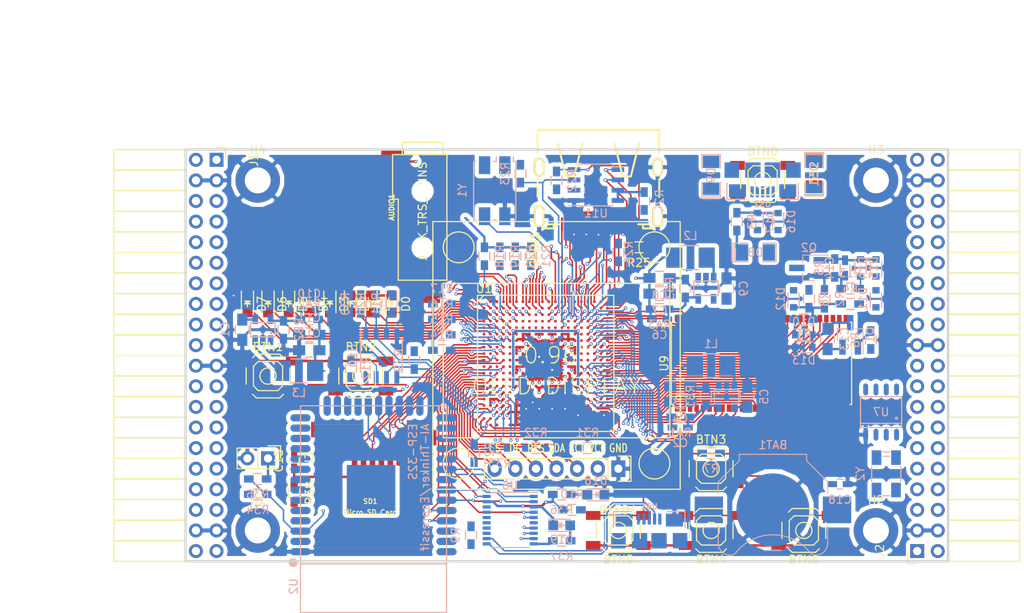
<source format=kicad_pcb>
(kicad_pcb (version 4) (host pcbnew 4.0.5+dfsg1-4)
  (layers (0 F.Cu signal) (1 In1.Cu signal) (2 In2.Cu signal) (31 B.Cu signal) (34 B.Paste user) (35 F.Paste user) (36 B.SilkS user) (37 F.SilkS user) (38 B.Mask user) (39 F.Mask user) (44 Edge.Cuts user))
  (net 0 "")
  (net 1 GND)
  (net 2 +5V)
  (net 3 /gpio/IN5V)
  (net 4 /gpio/OUT5V)
  (net 5 +3V3)
  (net 6 "Net-(L1-Pad1)")
  (net 7 "Net-(L2-Pad1)")
  (net 8 +1V2)
  (net 9 BTN_D)
  (net 10 BTN_F1)
  (net 11 BTN_F2)
  (net 12 BTN_L)
  (net 13 BTN_R)
  (net 14 BTN_U)
  (net 15 /power/FB1)
  (net 16 +2V5)
  (net 17 "Net-(L3-Pad1)")
  (net 18 /power/PWREN)
  (net 19 /power/FB3)
  (net 20 /power/FB2)
  (net 21 "Net-(D9-Pad1)")
  (net 22 /power/VBAT)
  (net 23 JTAG_TDI)
  (net 24 JTAG_TCK)
  (net 25 JTAG_TMS)
  (net 26 JTAG_TDO)
  (net 27 /power/WAKEUPn)
  (net 28 /power/WKUP)
  (net 29 /power/SHUT)
  (net 30 /power/WAKE)
  (net 31 /power/HOLD)
  (net 32 /power/WKn)
  (net 33 /power/OSCI_32k)
  (net 34 /power/OSCO_32k)
  (net 35 "Net-(Q2-Pad3)")
  (net 36 SHUTDOWN)
  (net 37 /analog/AUDIO_L)
  (net 38 /analog/AUDIO_R)
  (net 39 GPDI_5V_SCL)
  (net 40 GPDI_5V_SDA)
  (net 41 GPDI_SDA)
  (net 42 GPDI_SCL)
  (net 43 /gpdi/VREF2)
  (net 44 /blinkey/BTNPU)
  (net 45 SD_CMD)
  (net 46 SD_CLK)
  (net 47 SD_D0)
  (net 48 SD_D1)
  (net 49 USB5V)
  (net 50 "Net-(BTN0-Pad1)")
  (net 51 GPDI_CEC)
  (net 52 nRESET)
  (net 53 FTDI_nDTR)
  (net 54 SDRAM_CKE)
  (net 55 SDRAM_A7)
  (net 56 SDRAM_D15)
  (net 57 SDRAM_BA1)
  (net 58 SDRAM_D7)
  (net 59 SDRAM_A6)
  (net 60 SDRAM_CLK)
  (net 61 SDRAM_D13)
  (net 62 SDRAM_BA0)
  (net 63 SDRAM_D6)
  (net 64 SDRAM_A5)
  (net 65 SDRAM_D14)
  (net 66 SDRAM_A11)
  (net 67 SDRAM_D12)
  (net 68 SDRAM_D5)
  (net 69 SDRAM_A4)
  (net 70 SDRAM_A10)
  (net 71 SDRAM_D11)
  (net 72 SDRAM_A3)
  (net 73 SDRAM_D4)
  (net 74 SDRAM_D10)
  (net 75 SDRAM_D9)
  (net 76 SDRAM_A9)
  (net 77 SDRAM_D3)
  (net 78 SDRAM_D8)
  (net 79 SDRAM_A8)
  (net 80 SDRAM_A2)
  (net 81 SDRAM_A1)
  (net 82 SDRAM_A0)
  (net 83 SDRAM_D2)
  (net 84 SDRAM_D1)
  (net 85 SDRAM_D0)
  (net 86 SDRAM_DQM0)
  (net 87 SDRAM_nCS)
  (net 88 SDRAM_nRAS)
  (net 89 SDRAM_DQM1)
  (net 90 SDRAM_nCAS)
  (net 91 SDRAM_nWE)
  (net 92 /flash/FLASH_nWP)
  (net 93 /flash/FLASH_nHOLD)
  (net 94 /flash/FLASH_MOSI)
  (net 95 /flash/FLASH_MISO)
  (net 96 /flash/FLASH_SCK)
  (net 97 /flash/FLASH_nCS)
  (net 98 /flash/FPGA_PROGRAMN)
  (net 99 /flash/FPGA_DONE)
  (net 100 /flash/FPGA_INITN)
  (net 101 OLED_RES)
  (net 102 OLED_DC)
  (net 103 OLED_CS)
  (net 104 WIFI_EN)
  (net 105 FTDI_nRTS)
  (net 106 WIFI_GPIO2)
  (net 107 FTDI_TXD)
  (net 108 FTDI_RXD)
  (net 109 WIFI_RXD)
  (net 110 WIFI_GPIO0)
  (net 111 WIFI_TXD)
  (net 112 /gpdi/CLK_25MHz)
  (net 113 GPDI_ETH-)
  (net 114 GPDI_ETH+)
  (net 115 GPDI_D2+)
  (net 116 GPDI_D2-)
  (net 117 GPDI_D1+)
  (net 118 GPDI_D1-)
  (net 119 GPDI_D0+)
  (net 120 GPDI_D0-)
  (net 121 GPDI_CLK+)
  (net 122 GPDI_CLK-)
  (net 123 USB_FPGA_D+)
  (net 124 USB_FPGA_D-)
  (net 125 USB_FTDI_D+)
  (net 126 USB_FTDI_D-)
  (net 127 J1_17-)
  (net 128 J1_17+)
  (net 129 J1_23-)
  (net 130 J1_23+)
  (net 131 J1_25-)
  (net 132 J1_25+)
  (net 133 J1_27-)
  (net 134 J1_27+)
  (net 135 J1_29-)
  (net 136 J1_29+)
  (net 137 J1_31-)
  (net 138 J1_31+)
  (net 139 J1_33-)
  (net 140 J1_33+)
  (net 141 J1_35-)
  (net 142 J1_35+)
  (net 143 J2_5-)
  (net 144 J2_5+)
  (net 145 J2_7-)
  (net 146 J2_7+)
  (net 147 J2_9-)
  (net 148 J2_9+)
  (net 149 J2_13-)
  (net 150 J2_13+)
  (net 151 J2_17-)
  (net 152 J2_17+)
  (net 153 J2_11-)
  (net 154 J2_11+)
  (net 155 J2_23-)
  (net 156 J2_23+)
  (net 157 J1_5-)
  (net 158 J1_5+)
  (net 159 J1_7-)
  (net 160 J1_7+)
  (net 161 J1_9-)
  (net 162 J1_9+)
  (net 163 J1_11-)
  (net 164 J1_11+)
  (net 165 J1_13-)
  (net 166 J1_13+)
  (net 167 J1_15-)
  (net 168 J1_15+)
  (net 169 J2_15-)
  (net 170 J2_15+)
  (net 171 J2_25-)
  (net 172 J2_25+)
  (net 173 J2_27-)
  (net 174 J2_27+)
  (net 175 J2_29-)
  (net 176 J2_29+)
  (net 177 J2_31-)
  (net 178 J2_31+)
  (net 179 J2_33-)
  (net 180 J2_33+)
  (net 181 J2_35-)
  (net 182 J2_35+)
  (net 183 SD_D3)
  (net 184 AUDIO_L3)
  (net 185 AUDIO_L2)
  (net 186 AUDIO_L1)
  (net 187 AUDIO_L0)
  (net 188 AUDIO_R3)
  (net 189 AUDIO_R2)
  (net 190 AUDIO_R1)
  (net 191 AUDIO_R0)
  (net 192 OLED_CLK)
  (net 193 OLED_MOSI)
  (net 194 WIFI_GPIO15)
  (net 195 LED0)
  (net 196 LED1)
  (net 197 LED2)
  (net 198 LED3)
  (net 199 LED4)
  (net 200 LED5)
  (net 201 LED6)
  (net 202 LED7)
  (net 203 BTN_PWRn)
  (net 204 "Net-(J3-Pad1)")
  (net 205 FTDI_nTXLED)
  (net 206 FTDI_nSLEEP)
  (net 207 /blinkey/LED_PWREN)
  (net 208 /blinkey/LED_TXLED)
  (net 209 FT3V3)
  (net 210 /sdcard/SD3V3)
  (net 211 SD_D2)
  (net 212 FTDI_nSUSPEND)
  (module lfe5bg381:BGA-381_pitch0.8mm_dia0.4mm (layer F.Cu) (at 138.48 87.8)
    (fp_text reference U1 (at -7.6 -9.2) (layer F.SilkS))
    (fp_text value LFE5U-25F-6BG381C)
    (pad A2 smd circle (at -6.8 -7.6) (size 0.35 0.35) (layers F.Cu F.Paste F.Mask) (net 134 J1_27+))
    (pad A3 smd circle (at -6 -7.6) (size 0.35 0.35) (layers F.Cu F.Paste F.Mask) (net 188 AUDIO_R3))
    (pad A4 smd circle (at -5.2 -7.6) (size 0.35 0.35) (layers F.Cu F.Paste F.Mask) (net 132 J1_25+))
    (pad A5 smd circle (at -4.4 -7.6) (size 0.35 0.35) (layers F.Cu F.Paste F.Mask) (net 131 J1_25-))
    (pad A6 smd circle (at -3.6 -7.6) (size 0.35 0.35) (layers F.Cu F.Paste F.Mask) (net 130 J1_23+))
    (pad A7 smd circle (at -2.8 -7.6) (size 0.35 0.35) (layers F.Cu F.Paste F.Mask) (net 166 J1_13+))
    (pad A8 smd circle (at -2 -7.6) (size 0.35 0.35) (layers F.Cu F.Paste F.Mask) (net 165 J1_13-))
    (pad A9 smd circle (at -1.2 -7.6) (size 0.35 0.35) (layers F.Cu F.Paste F.Mask) (net 161 J1_9-))
    (pad A10 smd circle (at -0.4 -7.6) (size 0.35 0.35) (layers F.Cu F.Paste F.Mask) (net 160 J1_7+))
    (pad A11 smd circle (at 0.4 -7.6) (size 0.35 0.35) (layers F.Cu F.Paste F.Mask) (net 159 J1_7-))
    (pad A12 smd circle (at 1.2 -7.6) (size 0.35 0.35) (layers F.Cu F.Paste F.Mask) (net 114 GPDI_ETH+))
    (pad A13 smd circle (at 2 -7.6) (size 0.35 0.35) (layers F.Cu F.Paste F.Mask) (net 113 GPDI_ETH-))
    (pad A14 smd circle (at 2.8 -7.6) (size 0.35 0.35) (layers F.Cu F.Paste F.Mask) (net 115 GPDI_D2+))
    (pad A15 smd circle (at 3.6 -7.6) (size 0.35 0.35) (layers F.Cu F.Paste F.Mask))
    (pad A16 smd circle (at 4.4 -7.6) (size 0.35 0.35) (layers F.Cu F.Paste F.Mask) (net 117 GPDI_D1+))
    (pad A17 smd circle (at 5.2 -7.6) (size 0.35 0.35) (layers F.Cu F.Paste F.Mask) (net 119 GPDI_D0+))
    (pad A18 smd circle (at 6 -7.6) (size 0.35 0.35) (layers F.Cu F.Paste F.Mask) (net 121 GPDI_CLK+))
    (pad A19 smd circle (at 6.8 -7.6) (size 0.35 0.35) (layers F.Cu F.Paste F.Mask) (net 51 GPDI_CEC))
    (pad B1 smd circle (at -7.6 -6.8) (size 0.35 0.35) (layers F.Cu F.Paste F.Mask) (net 133 J1_27-))
    (pad B2 smd circle (at -6.8 -6.8) (size 0.35 0.35) (layers F.Cu F.Paste F.Mask) (net 195 LED0))
    (pad B3 smd circle (at -6 -6.8) (size 0.35 0.35) (layers F.Cu F.Paste F.Mask) (net 187 AUDIO_L0))
    (pad B4 smd circle (at -5.2 -6.8) (size 0.35 0.35) (layers F.Cu F.Paste F.Mask) (net 135 J1_29-))
    (pad B5 smd circle (at -4.4 -6.8) (size 0.35 0.35) (layers F.Cu F.Paste F.Mask) (net 189 AUDIO_R2))
    (pad B6 smd circle (at -3.6 -6.8) (size 0.35 0.35) (layers F.Cu F.Paste F.Mask) (net 129 J1_23-))
    (pad B7 smd circle (at -2.8 -6.8) (size 0.35 0.35) (layers F.Cu F.Paste F.Mask) (net 1 GND))
    (pad B8 smd circle (at -2 -6.8) (size 0.35 0.35) (layers F.Cu F.Paste F.Mask) (net 167 J1_15-))
    (pad B9 smd circle (at -1.2 -6.8) (size 0.35 0.35) (layers F.Cu F.Paste F.Mask) (net 164 J1_11+))
    (pad B10 smd circle (at -0.4 -6.8) (size 0.35 0.35) (layers F.Cu F.Paste F.Mask) (net 162 J1_9+))
    (pad B11 smd circle (at 0.4 -6.8) (size 0.35 0.35) (layers F.Cu F.Paste F.Mask) (net 158 J1_5+))
    (pad B12 smd circle (at 1.2 -6.8) (size 0.35 0.35) (layers F.Cu F.Paste F.Mask) (net 112 /gpdi/CLK_25MHz))
    (pad B13 smd circle (at 2 -6.8) (size 0.35 0.35) (layers F.Cu F.Paste F.Mask) (net 180 J2_33+))
    (pad B14 smd circle (at 2.8 -6.8) (size 0.35 0.35) (layers F.Cu F.Paste F.Mask) (net 1 GND))
    (pad B15 smd circle (at 3.6 -6.8) (size 0.35 0.35) (layers F.Cu F.Paste F.Mask) (net 178 J2_31+))
    (pad B16 smd circle (at 4.4 -6.8) (size 0.35 0.35) (layers F.Cu F.Paste F.Mask) (net 118 GPDI_D1-))
    (pad B17 smd circle (at 5.2 -6.8) (size 0.35 0.35) (layers F.Cu F.Paste F.Mask) (net 174 J2_27+))
    (pad B18 smd circle (at 6 -6.8) (size 0.35 0.35) (layers F.Cu F.Paste F.Mask) (net 120 GPDI_D0-))
    (pad B19 smd circle (at 6.8 -6.8) (size 0.35 0.35) (layers F.Cu F.Paste F.Mask) (net 122 GPDI_CLK-))
    (pad B20 smd circle (at 7.6 -6.8) (size 0.35 0.35) (layers F.Cu F.Paste F.Mask) (net 41 GPDI_SDA))
    (pad C1 smd circle (at -7.6 -6) (size 0.35 0.35) (layers F.Cu F.Paste F.Mask) (net 197 LED2))
    (pad C2 smd circle (at -6.8 -6) (size 0.35 0.35) (layers F.Cu F.Paste F.Mask) (net 196 LED1))
    (pad C3 smd circle (at -6 -6) (size 0.35 0.35) (layers F.Cu F.Paste F.Mask) (net 185 AUDIO_L2))
    (pad C4 smd circle (at -5.2 -6) (size 0.35 0.35) (layers F.Cu F.Paste F.Mask) (net 136 J1_29+))
    (pad C5 smd circle (at -4.4 -6) (size 0.35 0.35) (layers F.Cu F.Paste F.Mask) (net 190 AUDIO_R1))
    (pad C6 smd circle (at -3.6 -6) (size 0.35 0.35) (layers F.Cu F.Paste F.Mask) (net 128 J1_17+))
    (pad C7 smd circle (at -2.8 -6) (size 0.35 0.35) (layers F.Cu F.Paste F.Mask) (net 127 J1_17-))
    (pad C8 smd circle (at -2 -6) (size 0.35 0.35) (layers F.Cu F.Paste F.Mask) (net 168 J1_15+))
    (pad C9 smd circle (at -1.2 -6) (size 0.35 0.35) (layers F.Cu F.Paste F.Mask))
    (pad C10 smd circle (at -0.4 -6) (size 0.35 0.35) (layers F.Cu F.Paste F.Mask) (net 163 J1_11-))
    (pad C11 smd circle (at 0.4 -6) (size 0.35 0.35) (layers F.Cu F.Paste F.Mask) (net 157 J1_5-))
    (pad C12 smd circle (at 1.2 -6) (size 0.35 0.35) (layers F.Cu F.Paste F.Mask) (net 42 GPDI_SCL))
    (pad C13 smd circle (at 2 -6) (size 0.35 0.35) (layers F.Cu F.Paste F.Mask) (net 179 J2_33-))
    (pad C14 smd circle (at 2.8 -6) (size 0.35 0.35) (layers F.Cu F.Paste F.Mask) (net 116 GPDI_D2-))
    (pad C15 smd circle (at 3.6 -6) (size 0.35 0.35) (layers F.Cu F.Paste F.Mask) (net 177 J2_31-))
    (pad C16 smd circle (at 4.4 -6) (size 0.35 0.35) (layers F.Cu F.Paste F.Mask) (net 176 J2_29+))
    (pad C17 smd circle (at 5.2 -6) (size 0.35 0.35) (layers F.Cu F.Paste F.Mask) (net 173 J2_27-))
    (pad C18 smd circle (at 6 -6) (size 0.35 0.35) (layers F.Cu F.Paste F.Mask) (net 156 J2_23+))
    (pad C19 smd circle (at 6.8 -6) (size 0.35 0.35) (layers F.Cu F.Paste F.Mask) (net 1 GND))
    (pad C20 smd circle (at 7.6 -6) (size 0.35 0.35) (layers F.Cu F.Paste F.Mask) (net 56 SDRAM_D15))
    (pad D1 smd circle (at -7.6 -5.2) (size 0.35 0.35) (layers F.Cu F.Paste F.Mask) (net 199 LED4))
    (pad D2 smd circle (at -6.8 -5.2) (size 0.35 0.35) (layers F.Cu F.Paste F.Mask) (net 198 LED3))
    (pad D3 smd circle (at -6 -5.2) (size 0.35 0.35) (layers F.Cu F.Paste F.Mask) (net 186 AUDIO_L1))
    (pad D4 smd circle (at -5.2 -5.2) (size 0.35 0.35) (layers F.Cu F.Paste F.Mask) (net 1 GND))
    (pad D5 smd circle (at -4.4 -5.2) (size 0.35 0.35) (layers F.Cu F.Paste F.Mask))
    (pad D6 smd circle (at -3.6 -5.2) (size 0.35 0.35) (layers F.Cu F.Paste F.Mask) (net 203 BTN_PWRn))
    (pad D7 smd circle (at -2.8 -5.2) (size 0.35 0.35) (layers F.Cu F.Paste F.Mask))
    (pad D8 smd circle (at -2 -5.2) (size 0.35 0.35) (layers F.Cu F.Paste F.Mask))
    (pad D9 smd circle (at -1.2 -5.2) (size 0.35 0.35) (layers F.Cu F.Paste F.Mask))
    (pad D10 smd circle (at -0.4 -5.2) (size 0.35 0.35) (layers F.Cu F.Paste F.Mask))
    (pad D11 smd circle (at 0.4 -5.2) (size 0.35 0.35) (layers F.Cu F.Paste F.Mask) (net 14 BTN_U))
    (pad D12 smd circle (at 1.2 -5.2) (size 0.35 0.35) (layers F.Cu F.Paste F.Mask))
    (pad D13 smd circle (at 2 -5.2) (size 0.35 0.35) (layers F.Cu F.Paste F.Mask) (net 182 J2_35+))
    (pad D14 smd circle (at 2.8 -5.2) (size 0.35 0.35) (layers F.Cu F.Paste F.Mask))
    (pad D15 smd circle (at 3.6 -5.2) (size 0.35 0.35) (layers F.Cu F.Paste F.Mask) (net 172 J2_25+))
    (pad D16 smd circle (at 4.4 -5.2) (size 0.35 0.35) (layers F.Cu F.Paste F.Mask) (net 175 J2_29-))
    (pad D17 smd circle (at 5.2 -5.2) (size 0.35 0.35) (layers F.Cu F.Paste F.Mask) (net 155 J2_23-))
    (pad D18 smd circle (at 6 -5.2) (size 0.35 0.35) (layers F.Cu F.Paste F.Mask) (net 152 J2_17+))
    (pad D19 smd circle (at 6.8 -5.2) (size 0.35 0.35) (layers F.Cu F.Paste F.Mask) (net 65 SDRAM_D14))
    (pad D20 smd circle (at 7.6 -5.2) (size 0.35 0.35) (layers F.Cu F.Paste F.Mask) (net 61 SDRAM_D13))
    (pad E1 smd circle (at -7.6 -4.4) (size 0.35 0.35) (layers F.Cu F.Paste F.Mask) (net 201 LED6))
    (pad E2 smd circle (at -6.8 -4.4) (size 0.35 0.35) (layers F.Cu F.Paste F.Mask) (net 200 LED5))
    (pad E3 smd circle (at -6 -4.4) (size 0.35 0.35) (layers F.Cu F.Paste F.Mask) (net 137 J1_31-))
    (pad E4 smd circle (at -5.2 -4.4) (size 0.35 0.35) (layers F.Cu F.Paste F.Mask))
    (pad E5 smd circle (at -4.4 -4.4) (size 0.35 0.35) (layers F.Cu F.Paste F.Mask) (net 184 AUDIO_L3))
    (pad E6 smd circle (at -3.6 -4.4) (size 0.35 0.35) (layers F.Cu F.Paste F.Mask))
    (pad E7 smd circle (at -2.8 -4.4) (size 0.35 0.35) (layers F.Cu F.Paste F.Mask))
    (pad E8 smd circle (at -2 -4.4) (size 0.35 0.35) (layers F.Cu F.Paste F.Mask))
    (pad E9 smd circle (at -1.2 -4.4) (size 0.35 0.35) (layers F.Cu F.Paste F.Mask))
    (pad E10 smd circle (at -0.4 -4.4) (size 0.35 0.35) (layers F.Cu F.Paste F.Mask))
    (pad E11 smd circle (at 0.4 -4.4) (size 0.35 0.35) (layers F.Cu F.Paste F.Mask))
    (pad E12 smd circle (at 1.2 -4.4) (size 0.35 0.35) (layers F.Cu F.Paste F.Mask))
    (pad E13 smd circle (at 2 -4.4) (size 0.35 0.35) (layers F.Cu F.Paste F.Mask) (net 181 J2_35-))
    (pad E14 smd circle (at 2.8 -4.4) (size 0.35 0.35) (layers F.Cu F.Paste F.Mask))
    (pad E15 smd circle (at 3.6 -4.4) (size 0.35 0.35) (layers F.Cu F.Paste F.Mask) (net 171 J2_25-))
    (pad E16 smd circle (at 4.4 -4.4) (size 0.35 0.35) (layers F.Cu F.Paste F.Mask))
    (pad E17 smd circle (at 5.2 -4.4) (size 0.35 0.35) (layers F.Cu F.Paste F.Mask) (net 151 J2_17-))
    (pad E18 smd circle (at 6 -4.4) (size 0.35 0.35) (layers F.Cu F.Paste F.Mask) (net 73 SDRAM_D4))
    (pad E19 smd circle (at 6.8 -4.4) (size 0.35 0.35) (layers F.Cu F.Paste F.Mask) (net 67 SDRAM_D12))
    (pad E20 smd circle (at 7.6 -4.4) (size 0.35 0.35) (layers F.Cu F.Paste F.Mask) (net 71 SDRAM_D11))
    (pad F1 smd circle (at -7.6 -3.6) (size 0.35 0.35) (layers F.Cu F.Paste F.Mask))
    (pad F2 smd circle (at -6.8 -3.6) (size 0.35 0.35) (layers F.Cu F.Paste F.Mask) (net 202 LED7))
    (pad F3 smd circle (at -6 -3.6) (size 0.35 0.35) (layers F.Cu F.Paste F.Mask) (net 139 J1_33-))
    (pad F4 smd circle (at -5.2 -3.6) (size 0.35 0.35) (layers F.Cu F.Paste F.Mask) (net 138 J1_31+))
    (pad F5 smd circle (at -4.4 -3.6) (size 0.35 0.35) (layers F.Cu F.Paste F.Mask) (net 191 AUDIO_R0))
    (pad F6 smd circle (at -3.6 -3.6) (size 0.35 0.35) (layers F.Cu F.Paste F.Mask) (net 16 +2V5))
    (pad F7 smd circle (at -2.8 -3.6) (size 0.35 0.35) (layers F.Cu F.Paste F.Mask) (net 1 GND))
    (pad F8 smd circle (at -2 -3.6) (size 0.35 0.35) (layers F.Cu F.Paste F.Mask) (net 1 GND))
    (pad F9 smd circle (at -1.2 -3.6) (size 0.35 0.35) (layers F.Cu F.Paste F.Mask) (net 5 +3V3))
    (pad F10 smd circle (at -0.4 -3.6) (size 0.35 0.35) (layers F.Cu F.Paste F.Mask) (net 5 +3V3))
    (pad F11 smd circle (at 0.4 -3.6) (size 0.35 0.35) (layers F.Cu F.Paste F.Mask) (net 5 +3V3))
    (pad F12 smd circle (at 1.2 -3.6) (size 0.35 0.35) (layers F.Cu F.Paste F.Mask) (net 5 +3V3))
    (pad F13 smd circle (at 2 -3.6) (size 0.35 0.35) (layers F.Cu F.Paste F.Mask) (net 1 GND))
    (pad F14 smd circle (at 2.8 -3.6) (size 0.35 0.35) (layers F.Cu F.Paste F.Mask) (net 1 GND))
    (pad F15 smd circle (at 3.6 -3.6) (size 0.35 0.35) (layers F.Cu F.Paste F.Mask) (net 16 +2V5))
    (pad F16 smd circle (at 4.4 -3.6) (size 0.35 0.35) (layers F.Cu F.Paste F.Mask))
    (pad F17 smd circle (at 5.2 -3.6) (size 0.35 0.35) (layers F.Cu F.Paste F.Mask) (net 170 J2_15+))
    (pad F18 smd circle (at 6 -3.6) (size 0.35 0.35) (layers F.Cu F.Paste F.Mask) (net 68 SDRAM_D5))
    (pad F19 smd circle (at 6.8 -3.6) (size 0.35 0.35) (layers F.Cu F.Paste F.Mask) (net 74 SDRAM_D10))
    (pad F20 smd circle (at 7.6 -3.6) (size 0.35 0.35) (layers F.Cu F.Paste F.Mask) (net 75 SDRAM_D9))
    (pad G1 smd circle (at -7.6 -2.8) (size 0.35 0.35) (layers F.Cu F.Paste F.Mask))
    (pad G2 smd circle (at -6.8 -2.8) (size 0.35 0.35) (layers F.Cu F.Paste F.Mask) (net 104 WIFI_EN))
    (pad G3 smd circle (at -6 -2.8) (size 0.35 0.35) (layers F.Cu F.Paste F.Mask) (net 140 J1_33+))
    (pad G4 smd circle (at -5.2 -2.8) (size 0.35 0.35) (layers F.Cu F.Paste F.Mask) (net 1 GND))
    (pad G5 smd circle (at -4.4 -2.8) (size 0.35 0.35) (layers F.Cu F.Paste F.Mask) (net 141 J1_35-))
    (pad G6 smd circle (at -3.6 -2.8) (size 0.35 0.35) (layers F.Cu F.Paste F.Mask) (net 1 GND))
    (pad G7 smd circle (at -2.8 -2.8) (size 0.35 0.35) (layers F.Cu F.Paste F.Mask) (net 1 GND))
    (pad G8 smd circle (at -2 -2.8) (size 0.35 0.35) (layers F.Cu F.Paste F.Mask) (net 1 GND))
    (pad G9 smd circle (at -1.2 -2.8) (size 0.35 0.35) (layers F.Cu F.Paste F.Mask) (net 1 GND))
    (pad G10 smd circle (at -0.4 -2.8) (size 0.35 0.35) (layers F.Cu F.Paste F.Mask) (net 1 GND))
    (pad G11 smd circle (at 0.4 -2.8) (size 0.35 0.35) (layers F.Cu F.Paste F.Mask) (net 1 GND))
    (pad G12 smd circle (at 1.2 -2.8) (size 0.35 0.35) (layers F.Cu F.Paste F.Mask) (net 1 GND))
    (pad G13 smd circle (at 2 -2.8) (size 0.35 0.35) (layers F.Cu F.Paste F.Mask) (net 1 GND))
    (pad G14 smd circle (at 2.8 -2.8) (size 0.35 0.35) (layers F.Cu F.Paste F.Mask) (net 1 GND))
    (pad G15 smd circle (at 3.6 -2.8) (size 0.35 0.35) (layers F.Cu F.Paste F.Mask) (net 1 GND))
    (pad G16 smd circle (at 4.4 -2.8) (size 0.35 0.35) (layers F.Cu F.Paste F.Mask))
    (pad G17 smd circle (at 5.2 -2.8) (size 0.35 0.35) (layers F.Cu F.Paste F.Mask) (net 1 GND))
    (pad G18 smd circle (at 6 -2.8) (size 0.35 0.35) (layers F.Cu F.Paste F.Mask) (net 169 J2_15-))
    (pad G19 smd circle (at 6.8 -2.8) (size 0.35 0.35) (layers F.Cu F.Paste F.Mask) (net 78 SDRAM_D8))
    (pad G20 smd circle (at 7.6 -2.8) (size 0.35 0.35) (layers F.Cu F.Paste F.Mask) (net 89 SDRAM_DQM1))
    (pad H1 smd circle (at -7.6 -2) (size 0.35 0.35) (layers F.Cu F.Paste F.Mask) (net 183 SD_D3))
    (pad H2 smd circle (at -6.8 -2) (size 0.35 0.35) (layers F.Cu F.Paste F.Mask) (net 211 SD_D2))
    (pad H3 smd circle (at -6 -2) (size 0.35 0.35) (layers F.Cu F.Paste F.Mask))
    (pad H4 smd circle (at -5.2 -2) (size 0.35 0.35) (layers F.Cu F.Paste F.Mask) (net 142 J1_35+))
    (pad H5 smd circle (at -4.4 -2) (size 0.35 0.35) (layers F.Cu F.Paste F.Mask))
    (pad H6 smd circle (at -3.6 -2) (size 0.35 0.35) (layers F.Cu F.Paste F.Mask) (net 5 +3V3))
    (pad H7 smd circle (at -2.8 -2) (size 0.35 0.35) (layers F.Cu F.Paste F.Mask) (net 5 +3V3))
    (pad H8 smd circle (at -2 -2) (size 0.35 0.35) (layers F.Cu F.Paste F.Mask) (net 8 +1V2))
    (pad H9 smd circle (at -1.2 -2) (size 0.35 0.35) (layers F.Cu F.Paste F.Mask) (net 8 +1V2))
    (pad H10 smd circle (at -0.4 -2) (size 0.35 0.35) (layers F.Cu F.Paste F.Mask) (net 8 +1V2))
    (pad H11 smd circle (at 0.4 -2) (size 0.35 0.35) (layers F.Cu F.Paste F.Mask) (net 8 +1V2))
    (pad H12 smd circle (at 1.2 -2) (size 0.35 0.35) (layers F.Cu F.Paste F.Mask) (net 8 +1V2))
    (pad H13 smd circle (at 2 -2) (size 0.35 0.35) (layers F.Cu F.Paste F.Mask) (net 8 +1V2))
    (pad H14 smd circle (at 2.8 -2) (size 0.35 0.35) (layers F.Cu F.Paste F.Mask) (net 5 +3V3))
    (pad H15 smd circle (at 3.6 -2) (size 0.35 0.35) (layers F.Cu F.Paste F.Mask) (net 5 +3V3))
    (pad H16 smd circle (at 4.4 -2) (size 0.35 0.35) (layers F.Cu F.Paste F.Mask))
    (pad H17 smd circle (at 5.2 -2) (size 0.35 0.35) (layers F.Cu F.Paste F.Mask) (net 149 J2_13-))
    (pad H18 smd circle (at 6 -2) (size 0.35 0.35) (layers F.Cu F.Paste F.Mask) (net 150 J2_13+))
    (pad H19 smd circle (at 6.8 -2) (size 0.35 0.35) (layers F.Cu F.Paste F.Mask) (net 1 GND))
    (pad H20 smd circle (at 7.6 -2) (size 0.35 0.35) (layers F.Cu F.Paste F.Mask) (net 60 SDRAM_CLK))
    (pad J1 smd circle (at -7.6 -1.2) (size 0.35 0.35) (layers F.Cu F.Paste F.Mask) (net 46 SD_CLK))
    (pad J2 smd circle (at -6.8 -1.2) (size 0.35 0.35) (layers F.Cu F.Paste F.Mask) (net 1 GND))
    (pad J3 smd circle (at -6 -1.2) (size 0.35 0.35) (layers F.Cu F.Paste F.Mask) (net 45 SD_CMD))
    (pad J4 smd circle (at -5.2 -1.2) (size 0.35 0.35) (layers F.Cu F.Paste F.Mask) (net 106 WIFI_GPIO2))
    (pad J5 smd circle (at -4.4 -1.2) (size 0.35 0.35) (layers F.Cu F.Paste F.Mask))
    (pad J6 smd circle (at -3.6 -1.2) (size 0.35 0.35) (layers F.Cu F.Paste F.Mask) (net 5 +3V3))
    (pad J7 smd circle (at -2.8 -1.2) (size 0.35 0.35) (layers F.Cu F.Paste F.Mask) (net 1 GND))
    (pad J8 smd circle (at -2 -1.2) (size 0.35 0.35) (layers F.Cu F.Paste F.Mask) (net 8 +1V2))
    (pad J9 smd circle (at -1.2 -1.2) (size 0.35 0.35) (layers F.Cu F.Paste F.Mask) (net 1 GND))
    (pad J10 smd circle (at -0.4 -1.2) (size 0.35 0.35) (layers F.Cu F.Paste F.Mask) (net 1 GND))
    (pad J11 smd circle (at 0.4 -1.2) (size 0.35 0.35) (layers F.Cu F.Paste F.Mask) (net 1 GND))
    (pad J12 smd circle (at 1.2 -1.2) (size 0.35 0.35) (layers F.Cu F.Paste F.Mask) (net 1 GND))
    (pad J13 smd circle (at 2 -1.2) (size 0.35 0.35) (layers F.Cu F.Paste F.Mask) (net 8 +1V2))
    (pad J14 smd circle (at 2.8 -1.2) (size 0.35 0.35) (layers F.Cu F.Paste F.Mask) (net 1 GND))
    (pad J15 smd circle (at 3.6 -1.2) (size 0.35 0.35) (layers F.Cu F.Paste F.Mask) (net 5 +3V3))
    (pad J16 smd circle (at 4.4 -1.2) (size 0.35 0.35) (layers F.Cu F.Paste F.Mask))
    (pad J17 smd circle (at 5.2 -1.2) (size 0.35 0.35) (layers F.Cu F.Paste F.Mask))
    (pad J18 smd circle (at 6 -1.2) (size 0.35 0.35) (layers F.Cu F.Paste F.Mask) (net 77 SDRAM_D3))
    (pad J19 smd circle (at 6.8 -1.2) (size 0.35 0.35) (layers F.Cu F.Paste F.Mask) (net 54 SDRAM_CKE))
    (pad J20 smd circle (at 7.6 -1.2) (size 0.35 0.35) (layers F.Cu F.Paste F.Mask) (net 66 SDRAM_A11))
    (pad K1 smd circle (at -7.6 -0.4) (size 0.35 0.35) (layers F.Cu F.Paste F.Mask) (net 48 SD_D1))
    (pad K2 smd circle (at -6.8 -0.4) (size 0.35 0.35) (layers F.Cu F.Paste F.Mask) (net 47 SD_D0))
    (pad K3 smd circle (at -6 -0.4) (size 0.35 0.35) (layers F.Cu F.Paste F.Mask) (net 109 WIFI_RXD))
    (pad K4 smd circle (at -5.2 -0.4) (size 0.35 0.35) (layers F.Cu F.Paste F.Mask) (net 111 WIFI_TXD))
    (pad K5 smd circle (at -4.4 -0.4) (size 0.35 0.35) (layers F.Cu F.Paste F.Mask) (net 124 USB_FPGA_D-))
    (pad K6 smd circle (at -3.6 -0.4) (size 0.35 0.35) (layers F.Cu F.Paste F.Mask) (net 1 GND))
    (pad K7 smd circle (at -2.8 -0.4) (size 0.35 0.35) (layers F.Cu F.Paste F.Mask) (net 1 GND))
    (pad K8 smd circle (at -2 -0.4) (size 0.35 0.35) (layers F.Cu F.Paste F.Mask) (net 8 +1V2))
    (pad K9 smd circle (at -1.2 -0.4) (size 0.35 0.35) (layers F.Cu F.Paste F.Mask) (net 1 GND))
    (pad K10 smd circle (at -0.4 -0.4) (size 0.35 0.35) (layers F.Cu F.Paste F.Mask) (net 1 GND))
    (pad K11 smd circle (at 0.4 -0.4) (size 0.35 0.35) (layers F.Cu F.Paste F.Mask) (net 1 GND))
    (pad K12 smd circle (at 1.2 -0.4) (size 0.35 0.35) (layers F.Cu F.Paste F.Mask) (net 1 GND))
    (pad K13 smd circle (at 2 -0.4) (size 0.35 0.35) (layers F.Cu F.Paste F.Mask) (net 8 +1V2))
    (pad K14 smd circle (at 2.8 -0.4) (size 0.35 0.35) (layers F.Cu F.Paste F.Mask) (net 1 GND))
    (pad K15 smd circle (at 3.6 -0.4) (size 0.35 0.35) (layers F.Cu F.Paste F.Mask) (net 1 GND))
    (pad K16 smd circle (at 4.4 -0.4) (size 0.35 0.35) (layers F.Cu F.Paste F.Mask))
    (pad K17 smd circle (at 5.2 -0.4) (size 0.35 0.35) (layers F.Cu F.Paste F.Mask))
    (pad K18 smd circle (at 6 -0.4) (size 0.35 0.35) (layers F.Cu F.Paste F.Mask) (net 83 SDRAM_D2))
    (pad K19 smd circle (at 6.8 -0.4) (size 0.35 0.35) (layers F.Cu F.Paste F.Mask) (net 76 SDRAM_A9))
    (pad K20 smd circle (at 7.6 -0.4) (size 0.35 0.35) (layers F.Cu F.Paste F.Mask) (net 79 SDRAM_A8))
    (pad L1 smd circle (at -7.6 0.4) (size 0.35 0.35) (layers F.Cu F.Paste F.Mask))
    (pad L2 smd circle (at -6.8 0.4) (size 0.35 0.35) (layers F.Cu F.Paste F.Mask) (net 110 WIFI_GPIO0))
    (pad L3 smd circle (at -6 0.4) (size 0.35 0.35) (layers F.Cu F.Paste F.Mask))
    (pad L4 smd circle (at -5.2 0.4) (size 0.35 0.35) (layers F.Cu F.Paste F.Mask) (net 108 FTDI_RXD))
    (pad L5 smd circle (at -4.4 0.4) (size 0.35 0.35) (layers F.Cu F.Paste F.Mask) (net 123 USB_FPGA_D+))
    (pad L6 smd circle (at -3.6 0.4) (size 0.35 0.35) (layers F.Cu F.Paste F.Mask) (net 5 +3V3))
    (pad L7 smd circle (at -2.8 0.4) (size 0.35 0.35) (layers F.Cu F.Paste F.Mask) (net 5 +3V3))
    (pad L8 smd circle (at -2 0.4) (size 0.35 0.35) (layers F.Cu F.Paste F.Mask) (net 8 +1V2))
    (pad L9 smd circle (at -1.2 0.4) (size 0.35 0.35) (layers F.Cu F.Paste F.Mask) (net 1 GND))
    (pad L10 smd circle (at -0.4 0.4) (size 0.35 0.35) (layers F.Cu F.Paste F.Mask) (net 1 GND))
    (pad L11 smd circle (at 0.4 0.4) (size 0.35 0.35) (layers F.Cu F.Paste F.Mask) (net 1 GND))
    (pad L12 smd circle (at 1.2 0.4) (size 0.35 0.35) (layers F.Cu F.Paste F.Mask) (net 1 GND))
    (pad L13 smd circle (at 2 0.4) (size 0.35 0.35) (layers F.Cu F.Paste F.Mask) (net 8 +1V2))
    (pad L14 smd circle (at 2.8 0.4) (size 0.35 0.35) (layers F.Cu F.Paste F.Mask) (net 5 +3V3))
    (pad L15 smd circle (at 3.6 0.4) (size 0.35 0.35) (layers F.Cu F.Paste F.Mask) (net 5 +3V3))
    (pad L16 smd circle (at 4.4 0.4) (size 0.35 0.35) (layers F.Cu F.Paste F.Mask) (net 154 J2_11+))
    (pad L17 smd circle (at 5.2 0.4) (size 0.35 0.35) (layers F.Cu F.Paste F.Mask) (net 153 J2_11-))
    (pad L18 smd circle (at 6 0.4) (size 0.35 0.35) (layers F.Cu F.Paste F.Mask) (net 84 SDRAM_D1))
    (pad L19 smd circle (at 6.8 0.4) (size 0.35 0.35) (layers F.Cu F.Paste F.Mask) (net 55 SDRAM_A7))
    (pad L20 smd circle (at 7.6 0.4) (size 0.35 0.35) (layers F.Cu F.Paste F.Mask) (net 59 SDRAM_A6))
    (pad M1 smd circle (at -7.6 1.2) (size 0.35 0.35) (layers F.Cu F.Paste F.Mask) (net 107 FTDI_TXD))
    (pad M2 smd circle (at -6.8 1.2) (size 0.35 0.35) (layers F.Cu F.Paste F.Mask) (net 1 GND))
    (pad M3 smd circle (at -6 1.2) (size 0.35 0.35) (layers F.Cu F.Paste F.Mask) (net 105 FTDI_nRTS))
    (pad M4 smd circle (at -5.2 1.2) (size 0.35 0.35) (layers F.Cu F.Paste F.Mask))
    (pad M5 smd circle (at -4.4 1.2) (size 0.35 0.35) (layers F.Cu F.Paste F.Mask))
    (pad M6 smd circle (at -3.6 1.2) (size 0.35 0.35) (layers F.Cu F.Paste F.Mask) (net 5 +3V3))
    (pad M7 smd circle (at -2.8 1.2) (size 0.35 0.35) (layers F.Cu F.Paste F.Mask) (net 1 GND))
    (pad M8 smd circle (at -2 1.2) (size 0.35 0.35) (layers F.Cu F.Paste F.Mask) (net 8 +1V2))
    (pad M9 smd circle (at -1.2 1.2) (size 0.35 0.35) (layers F.Cu F.Paste F.Mask) (net 1 GND))
    (pad M10 smd circle (at -0.4 1.2) (size 0.35 0.35) (layers F.Cu F.Paste F.Mask) (net 1 GND))
    (pad M11 smd circle (at 0.4 1.2) (size 0.35 0.35) (layers F.Cu F.Paste F.Mask) (net 1 GND))
    (pad M12 smd circle (at 1.2 1.2) (size 0.35 0.35) (layers F.Cu F.Paste F.Mask) (net 1 GND))
    (pad M13 smd circle (at 2 1.2) (size 0.35 0.35) (layers F.Cu F.Paste F.Mask) (net 8 +1V2))
    (pad M14 smd circle (at 2.8 1.2) (size 0.35 0.35) (layers F.Cu F.Paste F.Mask) (net 1 GND))
    (pad M15 smd circle (at 3.6 1.2) (size 0.35 0.35) (layers F.Cu F.Paste F.Mask) (net 5 +3V3))
    (pad M16 smd circle (at 4.4 1.2) (size 0.35 0.35) (layers F.Cu F.Paste F.Mask) (net 1 GND))
    (pad M17 smd circle (at 5.2 1.2) (size 0.35 0.35) (layers F.Cu F.Paste F.Mask) (net 147 J2_9-))
    (pad M18 smd circle (at 6 1.2) (size 0.35 0.35) (layers F.Cu F.Paste F.Mask) (net 85 SDRAM_D0))
    (pad M19 smd circle (at 6.8 1.2) (size 0.35 0.35) (layers F.Cu F.Paste F.Mask) (net 64 SDRAM_A5))
    (pad M20 smd circle (at 7.6 1.2) (size 0.35 0.35) (layers F.Cu F.Paste F.Mask) (net 69 SDRAM_A4))
    (pad N1 smd circle (at -7.6 2) (size 0.35 0.35) (layers F.Cu F.Paste F.Mask) (net 53 FTDI_nDTR))
    (pad N2 smd circle (at -6.8 2) (size 0.35 0.35) (layers F.Cu F.Paste F.Mask) (net 103 OLED_CS))
    (pad N3 smd circle (at -6 2) (size 0.35 0.35) (layers F.Cu F.Paste F.Mask))
    (pad N4 smd circle (at -5.2 2) (size 0.35 0.35) (layers F.Cu F.Paste F.Mask) (net 194 WIFI_GPIO15))
    (pad N5 smd circle (at -4.4 2) (size 0.35 0.35) (layers F.Cu F.Paste F.Mask))
    (pad N6 smd circle (at -3.6 2) (size 0.35 0.35) (layers F.Cu F.Paste F.Mask) (net 1 GND))
    (pad N7 smd circle (at -2.8 2) (size 0.35 0.35) (layers F.Cu F.Paste F.Mask) (net 1 GND))
    (pad N8 smd circle (at -2 2) (size 0.35 0.35) (layers F.Cu F.Paste F.Mask) (net 8 +1V2))
    (pad N9 smd circle (at -1.2 2) (size 0.35 0.35) (layers F.Cu F.Paste F.Mask) (net 8 +1V2))
    (pad N10 smd circle (at -0.4 2) (size 0.35 0.35) (layers F.Cu F.Paste F.Mask) (net 8 +1V2))
    (pad N11 smd circle (at 0.4 2) (size 0.35 0.35) (layers F.Cu F.Paste F.Mask) (net 8 +1V2))
    (pad N12 smd circle (at 1.2 2) (size 0.35 0.35) (layers F.Cu F.Paste F.Mask) (net 8 +1V2))
    (pad N13 smd circle (at 2 2) (size 0.35 0.35) (layers F.Cu F.Paste F.Mask) (net 8 +1V2))
    (pad N14 smd circle (at 2.8 2) (size 0.35 0.35) (layers F.Cu F.Paste F.Mask) (net 1 GND))
    (pad N15 smd circle (at 3.6 2) (size 0.35 0.35) (layers F.Cu F.Paste F.Mask) (net 1 GND))
    (pad N16 smd circle (at 4.4 2) (size 0.35 0.35) (layers F.Cu F.Paste F.Mask) (net 148 J2_9+))
    (pad N17 smd circle (at 5.2 2) (size 0.35 0.35) (layers F.Cu F.Paste F.Mask) (net 146 J2_7+))
    (pad N18 smd circle (at 6 2) (size 0.35 0.35) (layers F.Cu F.Paste F.Mask) (net 63 SDRAM_D6))
    (pad N19 smd circle (at 6.8 2) (size 0.35 0.35) (layers F.Cu F.Paste F.Mask) (net 72 SDRAM_A3))
    (pad N20 smd circle (at 7.6 2) (size 0.35 0.35) (layers F.Cu F.Paste F.Mask) (net 80 SDRAM_A2))
    (pad P1 smd circle (at -7.6 2.8) (size 0.35 0.35) (layers F.Cu F.Paste F.Mask) (net 102 OLED_DC))
    (pad P2 smd circle (at -6.8 2.8) (size 0.35 0.35) (layers F.Cu F.Paste F.Mask) (net 101 OLED_RES))
    (pad P3 smd circle (at -6 2.8) (size 0.35 0.35) (layers F.Cu F.Paste F.Mask) (net 193 OLED_MOSI))
    (pad P4 smd circle (at -5.2 2.8) (size 0.35 0.35) (layers F.Cu F.Paste F.Mask) (net 192 OLED_CLK))
    (pad P5 smd circle (at -4.4 2.8) (size 0.35 0.35) (layers F.Cu F.Paste F.Mask))
    (pad P6 smd circle (at -3.6 2.8) (size 0.35 0.35) (layers F.Cu F.Paste F.Mask) (net 16 +2V5))
    (pad P7 smd circle (at -2.8 2.8) (size 0.35 0.35) (layers F.Cu F.Paste F.Mask) (net 1 GND))
    (pad P8 smd circle (at -2 2.8) (size 0.35 0.35) (layers F.Cu F.Paste F.Mask) (net 1 GND))
    (pad P9 smd circle (at -1.2 2.8) (size 0.35 0.35) (layers F.Cu F.Paste F.Mask) (net 5 +3V3))
    (pad P10 smd circle (at -0.4 2.8) (size 0.35 0.35) (layers F.Cu F.Paste F.Mask) (net 5 +3V3))
    (pad P11 smd circle (at 0.4 2.8) (size 0.35 0.35) (layers F.Cu F.Paste F.Mask) (net 1 GND))
    (pad P12 smd circle (at 1.2 2.8) (size 0.35 0.35) (layers F.Cu F.Paste F.Mask) (net 1 GND))
    (pad P13 smd circle (at 2 2.8) (size 0.35 0.35) (layers F.Cu F.Paste F.Mask) (net 1 GND))
    (pad P14 smd circle (at 2.8 2.8) (size 0.35 0.35) (layers F.Cu F.Paste F.Mask) (net 1 GND))
    (pad P15 smd circle (at 3.6 2.8) (size 0.35 0.35) (layers F.Cu F.Paste F.Mask) (net 16 +2V5))
    (pad P16 smd circle (at 4.4 2.8) (size 0.35 0.35) (layers F.Cu F.Paste F.Mask) (net 145 J2_7-))
    (pad P17 smd circle (at 5.2 2.8) (size 0.35 0.35) (layers F.Cu F.Paste F.Mask))
    (pad P18 smd circle (at 6 2.8) (size 0.35 0.35) (layers F.Cu F.Paste F.Mask) (net 58 SDRAM_D7))
    (pad P19 smd circle (at 6.8 2.8) (size 0.35 0.35) (layers F.Cu F.Paste F.Mask) (net 81 SDRAM_A1))
    (pad P20 smd circle (at 7.6 2.8) (size 0.35 0.35) (layers F.Cu F.Paste F.Mask) (net 82 SDRAM_A0))
    (pad R1 smd circle (at -7.6 3.6) (size 0.35 0.35) (layers F.Cu F.Paste F.Mask) (net 10 BTN_F1))
    (pad R2 smd circle (at -6.8 3.6) (size 0.35 0.35) (layers F.Cu F.Paste F.Mask) (net 97 /flash/FLASH_nCS))
    (pad R3 smd circle (at -6 3.6) (size 0.35 0.35) (layers F.Cu F.Paste F.Mask))
    (pad R4 smd circle (at -5.2 3.6) (size 0.35 0.35) (layers F.Cu F.Paste F.Mask) (net 1 GND))
    (pad R5 smd circle (at -4.4 3.6) (size 0.35 0.35) (layers F.Cu F.Paste F.Mask) (net 23 JTAG_TDI))
    (pad R16 smd circle (at 4.4 3.6) (size 0.35 0.35) (layers F.Cu F.Paste F.Mask))
    (pad R17 smd circle (at 5.2 3.6) (size 0.35 0.35) (layers F.Cu F.Paste F.Mask))
    (pad R18 smd circle (at 6 3.6) (size 0.35 0.35) (layers F.Cu F.Paste F.Mask) (net 86 SDRAM_DQM0))
    (pad R19 smd circle (at 6.8 3.6) (size 0.35 0.35) (layers F.Cu F.Paste F.Mask) (net 1 GND))
    (pad R20 smd circle (at 7.6 3.6) (size 0.35 0.35) (layers F.Cu F.Paste F.Mask) (net 70 SDRAM_A10))
    (pad T1 smd circle (at -7.6 4.4) (size 0.35 0.35) (layers F.Cu F.Paste F.Mask) (net 11 BTN_F2))
    (pad T2 smd circle (at -6.8 4.4) (size 0.35 0.35) (layers F.Cu F.Paste F.Mask) (net 5 +3V3))
    (pad T3 smd circle (at -6 4.4) (size 0.35 0.35) (layers F.Cu F.Paste F.Mask) (net 5 +3V3))
    (pad T4 smd circle (at -5.2 4.4) (size 0.35 0.35) (layers F.Cu F.Paste F.Mask) (net 5 +3V3))
    (pad T5 smd circle (at -4.4 4.4) (size 0.35 0.35) (layers F.Cu F.Paste F.Mask) (net 24 JTAG_TCK))
    (pad T6 smd circle (at -3.6 4.4) (size 0.35 0.35) (layers F.Cu F.Paste F.Mask) (net 1 GND))
    (pad T7 smd circle (at -2.8 4.4) (size 0.35 0.35) (layers F.Cu F.Paste F.Mask) (net 1 GND))
    (pad T8 smd circle (at -2 4.4) (size 0.35 0.35) (layers F.Cu F.Paste F.Mask) (net 1 GND))
    (pad T9 smd circle (at -1.2 4.4) (size 0.35 0.35) (layers F.Cu F.Paste F.Mask) (net 1 GND))
    (pad T10 smd circle (at -0.4 4.4) (size 0.35 0.35) (layers F.Cu F.Paste F.Mask) (net 1 GND))
    (pad T11 smd circle (at 0.4 4.4) (size 0.35 0.35) (layers F.Cu F.Paste F.Mask))
    (pad T12 smd circle (at 1.2 4.4) (size 0.35 0.35) (layers F.Cu F.Paste F.Mask))
    (pad T13 smd circle (at 2 4.4) (size 0.35 0.35) (layers F.Cu F.Paste F.Mask))
    (pad T14 smd circle (at 2.8 4.4) (size 0.35 0.35) (layers F.Cu F.Paste F.Mask))
    (pad T15 smd circle (at 3.6 4.4) (size 0.35 0.35) (layers F.Cu F.Paste F.Mask))
    (pad T16 smd circle (at 4.4 4.4) (size 0.35 0.35) (layers F.Cu F.Paste F.Mask))
    (pad T17 smd circle (at 5.2 4.4) (size 0.35 0.35) (layers F.Cu F.Paste F.Mask) (net 90 SDRAM_nCAS))
    (pad T18 smd circle (at 6 4.4) (size 0.35 0.35) (layers F.Cu F.Paste F.Mask) (net 91 SDRAM_nWE))
    (pad T19 smd circle (at 6.8 4.4) (size 0.35 0.35) (layers F.Cu F.Paste F.Mask) (net 57 SDRAM_BA1))
    (pad T20 smd circle (at 7.6 4.4) (size 0.35 0.35) (layers F.Cu F.Paste F.Mask) (net 62 SDRAM_BA0))
    (pad U1 smd circle (at -7.6 5.2) (size 0.35 0.35) (layers F.Cu F.Paste F.Mask) (net 12 BTN_L))
    (pad U2 smd circle (at -6.8 5.2) (size 0.35 0.35) (layers F.Cu F.Paste F.Mask) (net 5 +3V3))
    (pad U3 smd circle (at -6 5.2) (size 0.35 0.35) (layers F.Cu F.Paste F.Mask) (net 96 /flash/FLASH_SCK))
    (pad U4 smd circle (at -5.2 5.2) (size 0.35 0.35) (layers F.Cu F.Paste F.Mask) (net 1 GND))
    (pad U5 smd circle (at -4.4 5.2) (size 0.35 0.35) (layers F.Cu F.Paste F.Mask) (net 25 JTAG_TMS))
    (pad U6 smd circle (at -3.6 5.2) (size 0.35 0.35) (layers F.Cu F.Paste F.Mask) (net 1 GND))
    (pad U7 smd circle (at -2.8 5.2) (size 0.35 0.35) (layers F.Cu F.Paste F.Mask) (net 1 GND))
    (pad U8 smd circle (at -2 5.2) (size 0.35 0.35) (layers F.Cu F.Paste F.Mask) (net 1 GND))
    (pad U9 smd circle (at -1.2 5.2) (size 0.35 0.35) (layers F.Cu F.Paste F.Mask) (net 1 GND))
    (pad U10 smd circle (at -0.4 5.2) (size 0.35 0.35) (layers F.Cu F.Paste F.Mask) (net 1 GND))
    (pad U11 smd circle (at 0.4 5.2) (size 0.35 0.35) (layers F.Cu F.Paste F.Mask) (net 1 GND))
    (pad U12 smd circle (at 1.2 5.2) (size 0.35 0.35) (layers F.Cu F.Paste F.Mask) (net 1 GND))
    (pad U13 smd circle (at 2 5.2) (size 0.35 0.35) (layers F.Cu F.Paste F.Mask) (net 1 GND))
    (pad U14 smd circle (at 2.8 5.2) (size 0.35 0.35) (layers F.Cu F.Paste F.Mask) (net 1 GND))
    (pad U15 smd circle (at 3.6 5.2) (size 0.35 0.35) (layers F.Cu F.Paste F.Mask))
    (pad U16 smd circle (at 4.4 5.2) (size 0.35 0.35) (layers F.Cu F.Paste F.Mask))
    (pad U17 smd circle (at 5.2 5.2) (size 0.35 0.35) (layers F.Cu F.Paste F.Mask) (net 143 J2_5-))
    (pad U18 smd circle (at 6 5.2) (size 0.35 0.35) (layers F.Cu F.Paste F.Mask) (net 144 J2_5+))
    (pad U19 smd circle (at 6.8 5.2) (size 0.35 0.35) (layers F.Cu F.Paste F.Mask) (net 87 SDRAM_nCS))
    (pad U20 smd circle (at 7.6 5.2) (size 0.35 0.35) (layers F.Cu F.Paste F.Mask) (net 88 SDRAM_nRAS))
    (pad V1 smd circle (at -7.6 6) (size 0.35 0.35) (layers F.Cu F.Paste F.Mask) (net 9 BTN_D))
    (pad V2 smd circle (at -6.8 6) (size 0.35 0.35) (layers F.Cu F.Paste F.Mask) (net 95 /flash/FLASH_MISO))
    (pad V3 smd circle (at -6 6) (size 0.35 0.35) (layers F.Cu F.Paste F.Mask) (net 100 /flash/FPGA_INITN))
    (pad V4 smd circle (at -5.2 6) (size 0.35 0.35) (layers F.Cu F.Paste F.Mask) (net 26 JTAG_TDO))
    (pad V5 smd circle (at -4.4 6) (size 0.35 0.35) (layers F.Cu F.Paste F.Mask) (net 1 GND))
    (pad V6 smd circle (at -3.6 6) (size 0.35 0.35) (layers F.Cu F.Paste F.Mask) (net 1 GND))
    (pad V7 smd circle (at -2.8 6) (size 0.35 0.35) (layers F.Cu F.Paste F.Mask) (net 1 GND))
    (pad V8 smd circle (at -2 6) (size 0.35 0.35) (layers F.Cu F.Paste F.Mask) (net 1 GND))
    (pad V9 smd circle (at -1.2 6) (size 0.35 0.35) (layers F.Cu F.Paste F.Mask) (net 1 GND))
    (pad V10 smd circle (at -0.4 6) (size 0.35 0.35) (layers F.Cu F.Paste F.Mask) (net 1 GND))
    (pad V11 smd circle (at 0.4 6) (size 0.35 0.35) (layers F.Cu F.Paste F.Mask) (net 1 GND))
    (pad V12 smd circle (at 1.2 6) (size 0.35 0.35) (layers F.Cu F.Paste F.Mask) (net 1 GND))
    (pad V13 smd circle (at 2 6) (size 0.35 0.35) (layers F.Cu F.Paste F.Mask) (net 1 GND))
    (pad V14 smd circle (at 2.8 6) (size 0.35 0.35) (layers F.Cu F.Paste F.Mask) (net 1 GND))
    (pad V15 smd circle (at 3.6 6) (size 0.35 0.35) (layers F.Cu F.Paste F.Mask) (net 1 GND))
    (pad V16 smd circle (at 4.4 6) (size 0.35 0.35) (layers F.Cu F.Paste F.Mask) (net 1 GND))
    (pad V17 smd circle (at 5.2 6) (size 0.35 0.35) (layers F.Cu F.Paste F.Mask))
    (pad V18 smd circle (at 6 6) (size 0.35 0.35) (layers F.Cu F.Paste F.Mask))
    (pad V19 smd circle (at 6.8 6) (size 0.35 0.35) (layers F.Cu F.Paste F.Mask) (net 1 GND))
    (pad V20 smd circle (at 7.6 6) (size 0.35 0.35) (layers F.Cu F.Paste F.Mask) (net 1 GND))
    (pad W1 smd circle (at -7.6 6.8) (size 0.35 0.35) (layers F.Cu F.Paste F.Mask) (net 14 BTN_U))
    (pad W2 smd circle (at -6.8 6.8) (size 0.35 0.35) (layers F.Cu F.Paste F.Mask) (net 94 /flash/FLASH_MOSI))
    (pad W3 smd circle (at -6 6.8) (size 0.35 0.35) (layers F.Cu F.Paste F.Mask) (net 98 /flash/FPGA_PROGRAMN))
    (pad W4 smd circle (at -5.2 6.8) (size 0.35 0.35) (layers F.Cu F.Paste F.Mask))
    (pad W5 smd circle (at -4.4 6.8) (size 0.35 0.35) (layers F.Cu F.Paste F.Mask))
    (pad W6 smd circle (at -3.6 6.8) (size 0.35 0.35) (layers F.Cu F.Paste F.Mask) (net 1 GND))
    (pad W7 smd circle (at -2.8 6.8) (size 0.35 0.35) (layers F.Cu F.Paste F.Mask) (net 1 GND))
    (pad W8 smd circle (at -2 6.8) (size 0.35 0.35) (layers F.Cu F.Paste F.Mask))
    (pad W9 smd circle (at -1.2 6.8) (size 0.35 0.35) (layers F.Cu F.Paste F.Mask))
    (pad W10 smd circle (at -0.4 6.8) (size 0.35 0.35) (layers F.Cu F.Paste F.Mask))
    (pad W11 smd circle (at 0.4 6.8) (size 0.35 0.35) (layers F.Cu F.Paste F.Mask))
    (pad W12 smd circle (at 1.2 6.8) (size 0.35 0.35) (layers F.Cu F.Paste F.Mask) (net 1 GND))
    (pad W13 smd circle (at 2 6.8) (size 0.35 0.35) (layers F.Cu F.Paste F.Mask))
    (pad W14 smd circle (at 2.8 6.8) (size 0.35 0.35) (layers F.Cu F.Paste F.Mask))
    (pad W15 smd circle (at 3.6 6.8) (size 0.35 0.35) (layers F.Cu F.Paste F.Mask) (net 1 GND))
    (pad W16 smd circle (at 4.4 6.8) (size 0.35 0.35) (layers F.Cu F.Paste F.Mask) (net 1 GND))
    (pad W17 smd circle (at 5.2 6.8) (size 0.35 0.35) (layers F.Cu F.Paste F.Mask))
    (pad W18 smd circle (at 6 6.8) (size 0.35 0.35) (layers F.Cu F.Paste F.Mask))
    (pad W19 smd circle (at 6.8 6.8) (size 0.35 0.35) (layers F.Cu F.Paste F.Mask) (net 1 GND))
    (pad W20 smd circle (at 7.6 6.8) (size 0.35 0.35) (layers F.Cu F.Paste F.Mask))
    (pad Y2 smd circle (at -6.8 7.6) (size 0.35 0.35) (layers F.Cu F.Paste F.Mask) (net 13 BTN_R))
    (pad Y3 smd circle (at -6 7.6) (size 0.35 0.35) (layers F.Cu F.Paste F.Mask) (net 99 /flash/FPGA_DONE))
    (pad Y5 smd circle (at -4.4 7.6) (size 0.35 0.35) (layers F.Cu F.Paste F.Mask) (net 1 GND))
    (pad Y6 smd circle (at -3.6 7.6) (size 0.35 0.35) (layers F.Cu F.Paste F.Mask) (net 1 GND))
    (pad Y7 smd circle (at -2.8 7.6) (size 0.35 0.35) (layers F.Cu F.Paste F.Mask) (net 1 GND))
    (pad Y8 smd circle (at -2 7.6) (size 0.35 0.35) (layers F.Cu F.Paste F.Mask) (net 1 GND))
    (pad Y11 smd circle (at 0.4 7.6) (size 0.35 0.35) (layers F.Cu F.Paste F.Mask) (net 1 GND))
    (pad Y12 smd circle (at 1.2 7.6) (size 0.35 0.35) (layers F.Cu F.Paste F.Mask) (net 1 GND))
    (pad Y14 smd circle (at 2.8 7.6) (size 0.35 0.35) (layers F.Cu F.Paste F.Mask))
    (pad Y15 smd circle (at 3.6 7.6) (size 0.35 0.35) (layers F.Cu F.Paste F.Mask))
    (pad Y16 smd circle (at 4.4 7.6) (size 0.35 0.35) (layers F.Cu F.Paste F.Mask))
    (pad Y17 smd circle (at 5.2 7.6) (size 0.35 0.35) (layers F.Cu F.Paste F.Mask))
    (pad Y19 smd circle (at 6.8 7.6) (size 0.35 0.35) (layers F.Cu F.Paste F.Mask))
  )
  (module Keystone_3000_1x12mm-CoinCell:Keystone_3000_1x12mm-CoinCell (layer B.Cu) (at 166.49 105.87 180)
    (fp_text reference BAT1 (at 0 8 180) (layer B.SilkS) (effects (justify mirror)))
    (fp_text value CR1225)
    (pad 1 smd rect (at -7.9 0 180) (size 3.5 3.3) (layers B.Cu B.Paste B.Mask) (net 22 /power/VBAT))
    (pad 1 smd rect (at 7.9 0 180) (size 3.5 3.3) (layers B.Cu B.Paste B.Mask) (net 22 /power/VBAT))
    (pad 2 smd circle (at 0 0 180) (size 9 9) (layers B.Cu B.Mask) (net 1 GND))
  )
  (module SMD_Packages:SMD-1206_Pol (layer F.Cu) (at 171.57 64.341 90)
    (fp_text reference D52 (at 0 0 90) (layer F.SilkS))
    (fp_text value 2A)
    (pad 1 smd rect (at -1.651 0 90) (size 1.524 2.032) (layers F.Cu F.Paste F.Mask) (net 4 /gpio/OUT5V))
    (pad 2 smd rect (at 1.651 0 90) (size 1.524 2.032) (layers F.Cu F.Paste F.Mask) (net 2 +5V))
  )
  (module SMD_Packages:SMD-1206_Pol (layer B.Cu) (at 171.57 64.595 270)
    (fp_text reference D51 (at 0 0 270) (layer B.SilkS) (effects (justify mirror)))
    (fp_text value 2A)
    (pad 1 smd rect (at -1.651 0 270) (size 1.524 2.032) (layers B.Cu B.Paste B.Mask) (net 2 +5V))
    (pad 2 smd rect (at 1.651 0 270) (size 1.524 2.032) (layers B.Cu B.Paste B.Mask) (net 3 /gpio/IN5V))
  )
  (module micro-sd:MicroSD_TF02D (layer F.Cu) (at 116.87 110.52 180)
    (fp_text reference SD1 (at 0 5.7 180) (layer F.SilkS) (effects (font (size 0.59944 0.59944) (thickness 0.12446))))
    (fp_text value Micro_SD_Card (at 0 4.35 180) (layer F.SilkS) (effects (font (size 0.59944 0.59944) (thickness 0.12446))))
    (pad 1 smd rect (at 1.94 11 180) (size 0.7 1.8) (layers F.Cu F.Paste F.Mask) (net 211 SD_D2))
    (pad 2 smd rect (at 0.84 11 180) (size 0.7 1.8) (layers F.Cu F.Paste F.Mask) (net 183 SD_D3))
    (pad 3 smd rect (at -0.26 11 180) (size 0.7 1.8) (layers F.Cu F.Paste F.Mask) (net 45 SD_CMD))
    (pad 4 smd rect (at -1.36 11 180) (size 0.7 1.8) (layers F.Cu F.Paste F.Mask) (net 210 /sdcard/SD3V3))
    (pad 5 smd rect (at -2.46 11 180) (size 0.7 1.8) (layers F.Cu F.Paste F.Mask) (net 46 SD_CLK))
    (pad 6 smd rect (at -3.56 11 180) (size 0.7 1.8) (layers F.Cu F.Paste F.Mask) (net 1 GND))
    (pad 7 smd rect (at -4.66 11 180) (size 0.7 1.8) (layers F.Cu F.Paste F.Mask) (net 47 SD_D0))
    (pad 8 smd rect (at -5.76 11 180) (size 0.7 1.8) (layers F.Cu F.Paste F.Mask) (net 48 SD_D1))
    (pad S smd rect (at -5.05 0.4 180) (size 1.6 1.4) (layers F.Cu F.Paste F.Mask))
    (pad S smd rect (at 0.75 0.4 180) (size 1.8 1.4) (layers F.Cu F.Paste F.Mask))
    (pad G smd rect (at -7.45 13.55 180) (size 1.4 1.9) (layers F.Cu F.Paste F.Mask))
    (pad G smd rect (at 6.6 14.55 180) (size 1.4 1.9) (layers F.Cu F.Paste F.Mask))
  )
  (module Resistors_SMD:R_1210_HandSoldering (layer B.Cu) (at 158.87 88.09 180)
    (fp_text reference L1 (at 0 2.7 180) (layer B.SilkS) (effects (justify mirror)))
    (fp_text value 2.2uH)
    (pad 1 smd rect (at -2 0 180) (size 2 2.5) (layers B.Cu B.Paste B.Mask) (net 6 "Net-(L1-Pad1)"))
    (pad 2 smd rect (at 2 0 180) (size 2 2.5) (layers B.Cu B.Paste B.Mask) (net 8 +1V2))
  )
  (module TSOT-25:TSOT-25 (layer B.Cu) (at 160.775 91.9)
    (fp_text reference U3 (at 0 -0.5) (layer B.SilkS) (effects (font (size 0.15 0.15) (thickness 0.0375)) (justify mirror)))
    (fp_text value AP3429A)
    (pad 1 smd rect (at -0.95 -1.3) (size 0.7 1.2) (layers B.Cu B.Paste B.Mask) (net 18 /power/PWREN))
    (pad 2 smd rect (at 0 -1.3) (size 0.7 1.2) (layers B.Cu B.Paste B.Mask) (net 1 GND))
    (pad 3 smd rect (at 0.95 -1.3) (size 0.7 1.2) (layers B.Cu B.Paste B.Mask) (net 6 "Net-(L1-Pad1)"))
    (pad 4 smd rect (at 0.95 1.3) (size 0.7 1.2) (layers B.Cu B.Paste B.Mask) (net 2 +5V))
    (pad 5 smd rect (at -0.95 1.3) (size 0.7 1.2) (layers B.Cu B.Paste B.Mask) (net 15 /power/FB1))
  )
  (module Resistors_SMD:R_1210_HandSoldering (layer B.Cu) (at 156.33 74.755 180)
    (fp_text reference L2 (at 0 2.7 180) (layer B.SilkS) (effects (justify mirror)))
    (fp_text value 2.2uH)
    (pad 1 smd rect (at -2 0 180) (size 2 2.5) (layers B.Cu B.Paste B.Mask) (net 7 "Net-(L2-Pad1)"))
    (pad 2 smd rect (at 2 0 180) (size 2 2.5) (layers B.Cu B.Paste B.Mask) (net 5 +3V3))
  )
  (module TSOT-25:TSOT-25 (layer B.Cu) (at 158.235 78.535)
    (fp_text reference U4 (at 0 -0.5) (layer B.SilkS) (effects (font (size 0.15 0.15) (thickness 0.0375)) (justify mirror)))
    (fp_text value AP3429A)
    (pad 1 smd rect (at -0.95 -1.3) (size 0.7 1.2) (layers B.Cu B.Paste B.Mask) (net 18 /power/PWREN))
    (pad 2 smd rect (at 0 -1.3) (size 0.7 1.2) (layers B.Cu B.Paste B.Mask) (net 1 GND))
    (pad 3 smd rect (at 0.95 -1.3) (size 0.7 1.2) (layers B.Cu B.Paste B.Mask) (net 7 "Net-(L2-Pad1)"))
    (pad 4 smd rect (at 0.95 1.3) (size 0.7 1.2) (layers B.Cu B.Paste B.Mask) (net 2 +5V))
    (pad 5 smd rect (at -0.95 1.3) (size 0.7 1.2) (layers B.Cu B.Paste B.Mask) (net 19 /power/FB3))
  )
  (module Buttons_Switches_SMD:SW_SPST_SKQG (layer F.Cu) (at 104.26 89.36)
    (fp_text reference BTN1 (at 0 -3.6) (layer F.SilkS))
    (fp_text value FIRE1)
    (pad 1 smd rect (at -3.1 -1.85) (size 1.8 1.1) (layers F.Cu F.Paste F.Mask) (net 44 /blinkey/BTNPU))
    (pad 1 smd rect (at 3.1 -1.85) (size 1.8 1.1) (layers F.Cu F.Paste F.Mask) (net 44 /blinkey/BTNPU))
    (pad 2 smd rect (at -3.1 1.85) (size 1.8 1.1) (layers F.Cu F.Paste F.Mask) (net 10 BTN_F1))
    (pad 2 smd rect (at 3.1 1.85) (size 1.8 1.1) (layers F.Cu F.Paste F.Mask) (net 10 BTN_F1))
  )
  (module Buttons_Switches_SMD:SW_SPST_SKQG (layer F.Cu) (at 115.69 89.36)
    (fp_text reference BTN2 (at 0 -3.6) (layer F.SilkS))
    (fp_text value FIRE2)
    (pad 1 smd rect (at -3.1 -1.85) (size 1.8 1.1) (layers F.Cu F.Paste F.Mask) (net 44 /blinkey/BTNPU))
    (pad 1 smd rect (at 3.1 -1.85) (size 1.8 1.1) (layers F.Cu F.Paste F.Mask) (net 44 /blinkey/BTNPU))
    (pad 2 smd rect (at -3.1 1.85) (size 1.8 1.1) (layers F.Cu F.Paste F.Mask) (net 11 BTN_F2))
    (pad 2 smd rect (at 3.1 1.85) (size 1.8 1.1) (layers F.Cu F.Paste F.Mask) (net 11 BTN_F2))
  )
  (module Buttons_Switches_SMD:SW_SPST_SKQG (layer F.Cu) (at 158.87 100.79)
    (fp_text reference BTN3 (at 0 -3.6) (layer F.SilkS))
    (fp_text value UP)
    (pad 1 smd rect (at -3.1 -1.85) (size 1.8 1.1) (layers F.Cu F.Paste F.Mask) (net 44 /blinkey/BTNPU))
    (pad 1 smd rect (at 3.1 -1.85) (size 1.8 1.1) (layers F.Cu F.Paste F.Mask) (net 44 /blinkey/BTNPU))
    (pad 2 smd rect (at -3.1 1.85) (size 1.8 1.1) (layers F.Cu F.Paste F.Mask) (net 14 BTN_U))
    (pad 2 smd rect (at 3.1 1.85) (size 1.8 1.1) (layers F.Cu F.Paste F.Mask) (net 14 BTN_U))
  )
  (module Buttons_Switches_SMD:SW_SPST_SKQG (layer F.Cu) (at 158.87 108.41 180)
    (fp_text reference BTN4 (at 0 -3.6 180) (layer F.SilkS))
    (fp_text value DOWN)
    (pad 1 smd rect (at -3.1 -1.85 180) (size 1.8 1.1) (layers F.Cu F.Paste F.Mask) (net 44 /blinkey/BTNPU))
    (pad 1 smd rect (at 3.1 -1.85 180) (size 1.8 1.1) (layers F.Cu F.Paste F.Mask) (net 44 /blinkey/BTNPU))
    (pad 2 smd rect (at -3.1 1.85 180) (size 1.8 1.1) (layers F.Cu F.Paste F.Mask) (net 9 BTN_D))
    (pad 2 smd rect (at 3.1 1.85 180) (size 1.8 1.1) (layers F.Cu F.Paste F.Mask) (net 9 BTN_D))
  )
  (module Buttons_Switches_SMD:SW_SPST_SKQG (layer F.Cu) (at 147.44 108.41 180)
    (fp_text reference BTN5 (at 0 -3.6 180) (layer F.SilkS))
    (fp_text value LEFT)
    (pad 1 smd rect (at -3.1 -1.85 180) (size 1.8 1.1) (layers F.Cu F.Paste F.Mask) (net 44 /blinkey/BTNPU))
    (pad 1 smd rect (at 3.1 -1.85 180) (size 1.8 1.1) (layers F.Cu F.Paste F.Mask) (net 44 /blinkey/BTNPU))
    (pad 2 smd rect (at -3.1 1.85 180) (size 1.8 1.1) (layers F.Cu F.Paste F.Mask) (net 12 BTN_L))
    (pad 2 smd rect (at 3.1 1.85 180) (size 1.8 1.1) (layers F.Cu F.Paste F.Mask) (net 12 BTN_L))
  )
  (module Buttons_Switches_SMD:SW_SPST_SKQG (layer F.Cu) (at 170.3 108.41 180)
    (fp_text reference BTN6 (at 0 -3.6 180) (layer F.SilkS))
    (fp_text value RIGHT)
    (pad 1 smd rect (at -3.1 -1.85 180) (size 1.8 1.1) (layers F.Cu F.Paste F.Mask) (net 44 /blinkey/BTNPU))
    (pad 1 smd rect (at 3.1 -1.85 180) (size 1.8 1.1) (layers F.Cu F.Paste F.Mask) (net 44 /blinkey/BTNPU))
    (pad 2 smd rect (at -3.1 1.85 180) (size 1.8 1.1) (layers F.Cu F.Paste F.Mask) (net 13 BTN_R))
    (pad 2 smd rect (at 3.1 1.85 180) (size 1.8 1.1) (layers F.Cu F.Paste F.Mask) (net 13 BTN_R))
  )
  (module LEDs:LED_0805 (layer F.Cu) (at 119.5 80.47 270)
    (fp_text reference D0 (at 0 -1.75 270) (layer F.SilkS))
    (fp_text value LED)
    (pad 2 smd rect (at 1.04902 0 90) (size 1.19888 1.19888) (layers F.Cu F.Paste F.Mask) (net 195 LED0))
    (pad 1 smd rect (at -1.04902 0 90) (size 1.19888 1.19888) (layers F.Cu F.Paste F.Mask) (net 1 GND))
  )
  (module LEDs:LED_0805 (layer F.Cu) (at 116.96 80.47 270)
    (fp_text reference D1 (at 0 -1.75 270) (layer F.SilkS))
    (fp_text value LED)
    (pad 2 smd rect (at 1.04902 0 90) (size 1.19888 1.19888) (layers F.Cu F.Paste F.Mask) (net 196 LED1))
    (pad 1 smd rect (at -1.04902 0 90) (size 1.19888 1.19888) (layers F.Cu F.Paste F.Mask) (net 1 GND))
  )
  (module LEDs:LED_0805 (layer F.Cu) (at 114.42 80.47 270)
    (fp_text reference D2 (at 0 -1.75 270) (layer F.SilkS))
    (fp_text value LED)
    (pad 2 smd rect (at 1.04902 0 90) (size 1.19888 1.19888) (layers F.Cu F.Paste F.Mask) (net 197 LED2))
    (pad 1 smd rect (at -1.04902 0 90) (size 1.19888 1.19888) (layers F.Cu F.Paste F.Mask) (net 1 GND))
  )
  (module LEDs:LED_0805 (layer F.Cu) (at 111.88 80.47 270)
    (fp_text reference D3 (at 0 -1.75 270) (layer F.SilkS))
    (fp_text value LED)
    (pad 2 smd rect (at 1.04902 0 90) (size 1.19888 1.19888) (layers F.Cu F.Paste F.Mask) (net 198 LED3))
    (pad 1 smd rect (at -1.04902 0 90) (size 1.19888 1.19888) (layers F.Cu F.Paste F.Mask) (net 1 GND))
  )
  (module LEDs:LED_0805 (layer F.Cu) (at 109.34 80.47 270)
    (fp_text reference D4 (at 0 -1.75 270) (layer F.SilkS))
    (fp_text value LED)
    (pad 2 smd rect (at 1.04902 0 90) (size 1.19888 1.19888) (layers F.Cu F.Paste F.Mask) (net 199 LED4))
    (pad 1 smd rect (at -1.04902 0 90) (size 1.19888 1.19888) (layers F.Cu F.Paste F.Mask) (net 1 GND))
  )
  (module LEDs:LED_0805 (layer F.Cu) (at 106.8 80.47 270)
    (fp_text reference D5 (at 0 -1.75 270) (layer F.SilkS))
    (fp_text value LED)
    (pad 2 smd rect (at 1.04902 0 90) (size 1.19888 1.19888) (layers F.Cu F.Paste F.Mask) (net 200 LED5))
    (pad 1 smd rect (at -1.04902 0 90) (size 1.19888 1.19888) (layers F.Cu F.Paste F.Mask) (net 1 GND))
  )
  (module LEDs:LED_0805 (layer F.Cu) (at 104.26 80.47 270)
    (fp_text reference D6 (at 0 -1.75 270) (layer F.SilkS))
    (fp_text value LED)
    (pad 2 smd rect (at 1.04902 0 90) (size 1.19888 1.19888) (layers F.Cu F.Paste F.Mask) (net 201 LED6))
    (pad 1 smd rect (at -1.04902 0 90) (size 1.19888 1.19888) (layers F.Cu F.Paste F.Mask) (net 1 GND))
  )
  (module LEDs:LED_0805 (layer F.Cu) (at 101.72 80.47 270)
    (fp_text reference D7 (at 0 -1.75 270) (layer F.SilkS))
    (fp_text value LED)
    (pad 2 smd rect (at 1.04902 0 90) (size 1.19888 1.19888) (layers F.Cu F.Paste F.Mask) (net 202 LED7))
    (pad 1 smd rect (at -1.04902 0 90) (size 1.19888 1.19888) (layers F.Cu F.Paste F.Mask) (net 1 GND))
  )
  (module Resistors_SMD:R_1210_HandSoldering (layer B.Cu) (at 108.07 88.725)
    (fp_text reference L3 (at 0 2.7) (layer B.SilkS) (effects (justify mirror)))
    (fp_text value 2.2uH)
    (pad 1 smd rect (at -2 0) (size 2 2.5) (layers B.Cu B.Paste B.Mask) (net 17 "Net-(L3-Pad1)"))
    (pad 2 smd rect (at 2 0) (size 2 2.5) (layers B.Cu B.Paste B.Mask) (net 16 +2V5))
  )
  (module TSOT-25:TSOT-25 (layer B.Cu) (at 103.625 83.645 180)
    (fp_text reference U5 (at 0 -0.5 180) (layer B.SilkS) (effects (font (size 0.15 0.15) (thickness 0.0375)) (justify mirror)))
    (fp_text value AP3429A)
    (pad 1 smd rect (at -0.95 -1.3 180) (size 0.7 1.2) (layers B.Cu B.Paste B.Mask) (net 18 /power/PWREN))
    (pad 2 smd rect (at 0 -1.3 180) (size 0.7 1.2) (layers B.Cu B.Paste B.Mask) (net 1 GND))
    (pad 3 smd rect (at 0.95 -1.3 180) (size 0.7 1.2) (layers B.Cu B.Paste B.Mask) (net 17 "Net-(L3-Pad1)"))
    (pad 4 smd rect (at 0.95 1.3 180) (size 0.7 1.2) (layers B.Cu B.Paste B.Mask) (net 2 +5V))
    (pad 5 smd rect (at -0.95 1.3 180) (size 0.7 1.2) (layers B.Cu B.Paste B.Mask) (net 20 /power/FB2))
  )
  (module Capacitors_SMD:C_0805_HandSoldering (layer B.Cu) (at 101.085 83.645 270)
    (fp_text reference C1 (at 0 2.1 270) (layer B.SilkS) (effects (justify mirror)))
    (fp_text value 22uF)
    (pad 1 smd rect (at -1.25 0 270) (size 1.5 1.25) (layers B.Cu B.Paste B.Mask) (net 2 +5V))
    (pad 2 smd rect (at 1.25 0 270) (size 1.5 1.25) (layers B.Cu B.Paste B.Mask) (net 1 GND))
  )
  (module Capacitors_SMD:C_0805_HandSoldering (layer B.Cu) (at 155.06 90.63)
    (fp_text reference C3 (at 0 2.1) (layer B.SilkS) (effects (justify mirror)))
    (fp_text value 22uF)
    (pad 1 smd rect (at -1.25 0) (size 1.5 1.25) (layers B.Cu B.Paste B.Mask) (net 8 +1V2))
    (pad 2 smd rect (at 1.25 0) (size 1.5 1.25) (layers B.Cu B.Paste B.Mask) (net 1 GND))
  )
  (module Capacitors_SMD:C_0805_HandSoldering (layer B.Cu) (at 155.06 92.535)
    (fp_text reference C4 (at 0 2.1) (layer B.SilkS) (effects (justify mirror)))
    (fp_text value 22uF)
    (pad 1 smd rect (at -1.25 0) (size 1.5 1.25) (layers B.Cu B.Paste B.Mask) (net 8 +1V2))
    (pad 2 smd rect (at 1.25 0) (size 1.5 1.25) (layers B.Cu B.Paste B.Mask) (net 1 GND))
  )
  (module Capacitors_SMD:C_0805_HandSoldering (layer B.Cu) (at 163.315 91.9 90)
    (fp_text reference C5 (at 0 2.1 90) (layer B.SilkS) (effects (justify mirror)))
    (fp_text value 22uF)
    (pad 1 smd rect (at -1.25 0 90) (size 1.5 1.25) (layers B.Cu B.Paste B.Mask) (net 2 +5V))
    (pad 2 smd rect (at 1.25 0 90) (size 1.5 1.25) (layers B.Cu B.Paste B.Mask) (net 1 GND))
  )
  (module Capacitors_SMD:C_0805_HandSoldering (layer B.Cu) (at 152.52 79.2)
    (fp_text reference C7 (at 0 2.1) (layer B.SilkS) (effects (justify mirror)))
    (fp_text value 22uF)
    (pad 1 smd rect (at -1.25 0) (size 1.5 1.25) (layers B.Cu B.Paste B.Mask) (net 5 +3V3))
    (pad 2 smd rect (at 1.25 0) (size 1.5 1.25) (layers B.Cu B.Paste B.Mask) (net 1 GND))
  )
  (module Capacitors_SMD:C_0805_HandSoldering (layer B.Cu) (at 152.52 77.295)
    (fp_text reference C8 (at 0 2.1) (layer B.SilkS) (effects (justify mirror)))
    (fp_text value 22uF)
    (pad 1 smd rect (at -1.25 0) (size 1.5 1.25) (layers B.Cu B.Paste B.Mask) (net 5 +3V3))
    (pad 2 smd rect (at 1.25 0) (size 1.5 1.25) (layers B.Cu B.Paste B.Mask) (net 1 GND))
  )
  (module Capacitors_SMD:C_0805_HandSoldering (layer B.Cu) (at 160.775 78.565 90)
    (fp_text reference C9 (at 0 2.1 90) (layer B.SilkS) (effects (justify mirror)))
    (fp_text value 22uF)
    (pad 1 smd rect (at -1.25 0 90) (size 1.5 1.25) (layers B.Cu B.Paste B.Mask) (net 2 +5V))
    (pad 2 smd rect (at 1.25 0 90) (size 1.5 1.25) (layers B.Cu B.Paste B.Mask) (net 1 GND))
  )
  (module Capacitors_SMD:C_0805_HandSoldering (layer B.Cu) (at 109.34 84.28 180)
    (fp_text reference C11 (at 0 2.1 180) (layer B.SilkS) (effects (justify mirror)))
    (fp_text value 22uF)
    (pad 1 smd rect (at -1.25 0 180) (size 1.5 1.25) (layers B.Cu B.Paste B.Mask) (net 16 +2V5))
    (pad 2 smd rect (at 1.25 0 180) (size 1.5 1.25) (layers B.Cu B.Paste B.Mask) (net 1 GND))
  )
  (module Capacitors_SMD:C_0805_HandSoldering (layer B.Cu) (at 109.34 86.185 180)
    (fp_text reference C12 (at 0 2.1 180) (layer B.SilkS) (effects (justify mirror)))
    (fp_text value 22uF)
    (pad 1 smd rect (at -1.25 0 180) (size 1.5 1.25) (layers B.Cu B.Paste B.Mask) (net 16 +2V5))
    (pad 2 smd rect (at 1.25 0 180) (size 1.5 1.25) (layers B.Cu B.Paste B.Mask) (net 1 GND))
  )
  (module SMD_Packages:SMD-1206_Pol (layer B.Cu) (at 164.331 74.12)
    (fp_text reference D8 (at 0 0) (layer B.SilkS) (effects (justify mirror)))
    (fp_text value 2A)
    (pad 1 smd rect (at -1.651 0) (size 1.524 2.032) (layers B.Cu B.Paste B.Mask) (net 2 +5V))
    (pad 2 smd rect (at 1.651 0) (size 1.524 2.032) (layers B.Cu B.Paste B.Mask) (net 49 USB5V))
  )
  (module SMD_Packages:SMD-1206_Pol (layer B.Cu) (at 158.87 64.595 90)
    (fp_text reference D9 (at 0 0 90) (layer B.SilkS) (effects (justify mirror)))
    (fp_text value 2A)
    (pad 1 smd rect (at -1.651 0 90) (size 1.524 2.032) (layers B.Cu B.Paste B.Mask) (net 21 "Net-(D9-Pad1)"))
    (pad 2 smd rect (at 1.651 0 90) (size 1.524 2.032) (layers B.Cu B.Paste B.Mask) (net 2 +5V))
  )
  (module Power_Integrations:SO-8 (layer B.Cu) (at 179.825 93.805 180)
    (fp_text reference U7 (at 0 0 180) (layer B.SilkS) (effects (justify mirror)))
    (fp_text value PCF8523)
    (pad 1 smd oval (at -1.905 -2.794 180) (size 0.6096 1.4732) (layers B.Cu B.Paste B.Mask) (net 33 /power/OSCI_32k))
    (pad 2 smd oval (at -0.635 -2.794 180) (size 0.6096 1.4732) (layers B.Cu B.Paste B.Mask) (net 34 /power/OSCO_32k))
    (pad 3 smd oval (at 0.635 -2.794 180) (size 0.6096 1.4732) (layers B.Cu B.Paste B.Mask) (net 22 /power/VBAT))
    (pad 4 smd oval (at 1.905 -2.794 180) (size 0.6096 1.4732) (layers B.Cu B.Paste B.Mask) (net 1 GND))
    (pad 5 smd oval (at 1.905 2.794 180) (size 0.6096 1.4732) (layers B.Cu B.Paste B.Mask))
    (pad 6 smd oval (at 0.635 2.794 180) (size 0.6096 1.4732) (layers B.Cu B.Paste B.Mask))
    (pad 7 smd oval (at -0.635 2.794 180) (size 0.6096 1.4732) (layers B.Cu B.Paste B.Mask) (net 27 /power/WAKEUPn))
    (pad 8 smd oval (at -1.905 2.794 180) (size 0.6096 1.4732) (layers B.Cu B.Paste B.Mask) (net 16 +2V5))
  )
  (module Capacitors_SMD:C_0805_HandSoldering (layer B.Cu) (at 173.221 84.788 90)
    (fp_text reference C13 (at 0 2.1 90) (layer B.SilkS) (effects (justify mirror)))
    (fp_text value 2.2uF)
    (pad 1 smd rect (at -1.25 0 90) (size 1.5 1.25) (layers B.Cu B.Paste B.Mask) (net 2 +5V))
    (pad 2 smd rect (at 1.25 0 90) (size 1.5 1.25) (layers B.Cu B.Paste B.Mask) (net 28 /power/WKUP))
  )
  (module Diodes_SMD:D_0805 (layer B.Cu) (at 170.3 84.28)
    (fp_text reference D10 (at 0 -1.6) (layer B.SilkS) (effects (justify mirror)))
    (fp_text value 1N4148)
    (pad 1 smd rect (at -1.05 0) (size 0.8 0.9) (layers B.Cu B.Paste B.Mask) (net 30 /power/WAKE))
    (pad 2 smd rect (at 1.05 0) (size 0.8 0.9) (layers B.Cu B.Paste B.Mask) (net 28 /power/WKUP))
  )
  (module Diodes_SMD:D_0805 (layer B.Cu) (at 179.19 79.835 90)
    (fp_text reference D11 (at 0 -1.6 90) (layer B.SilkS) (effects (justify mirror)))
    (fp_text value 1N4148)
    (pad 1 smd rect (at -1.05 0 90) (size 0.8 0.9) (layers B.Cu B.Paste B.Mask) (net 31 /power/HOLD))
    (pad 2 smd rect (at 1.05 0 90) (size 0.8 0.9) (layers B.Cu B.Paste B.Mask) (net 5 +3V3))
  )
  (module Diodes_SMD:D_0805 (layer B.Cu) (at 177.285 76.025 270)
    (fp_text reference D15 (at 0 -1.6 270) (layer B.SilkS) (effects (justify mirror)))
    (fp_text value BAT42)
    (pad 1 smd rect (at -1.05 0 270) (size 0.8 0.9) (layers B.Cu B.Paste B.Mask) (net 29 /power/SHUT))
    (pad 2 smd rect (at 1.05 0 270) (size 0.8 0.9) (layers B.Cu B.Paste B.Mask) (net 36 SHUTDOWN))
  )
  (module Diodes_SMD:D_0805 (layer B.Cu) (at 169.03 79.835 90)
    (fp_text reference D12 (at 0 -1.6 90) (layer B.SilkS) (effects (justify mirror)))
    (fp_text value 1N4148)
    (pad 1 smd rect (at -1.05 0 90) (size 0.8 0.9) (layers B.Cu B.Paste B.Mask) (net 18 /power/PWREN))
    (pad 2 smd rect (at 1.05 0 90) (size 0.8 0.9) (layers B.Cu B.Paste B.Mask) (net 212 FTDI_nSUSPEND))
  )
  (module usb_otg:USB-MICRO-B-FCI-10118192-0001LF (layer B.Cu) (at 151.25 109.68 180)
    (fp_text reference US1 (at 0 4.2 180) (layer B.SilkS) (effects (font (size 0.7 0.7)) (justify mirror)))
    (fp_text value USB_FTDI hide)
    (pad 6 smd rect (at -3.1 2.55 180) (size 2.1 1.6) (layers B.Cu B.Paste B.Mask) (net 1 GND))
    (pad 6 smd rect (at 3.1 2.55 180) (size 2.1 1.6) (layers B.Cu B.Paste B.Mask) (net 1 GND))
    (pad "" smd rect (at -1.2 0 180) (size 1.9 1.9) (layers B.Cu B.Paste B.Mask))
    (pad "" smd rect (at 1.2 0 180) (size 1.9 1.9) (layers B.Cu B.Paste B.Mask))
    (pad 1 smd rect (at -1.3 2.675 180) (size 0.4 1.35) (layers B.Cu B.Paste B.Mask) (net 49 USB5V))
    (pad 2 smd rect (at -0.65 2.675 180) (size 0.4 1.35) (layers B.Cu B.Paste B.Mask) (net 126 USB_FTDI_D-))
    (pad 3 smd rect (at 0 2.675 180) (size 0.4 1.35) (layers B.Cu B.Paste B.Mask) (net 125 USB_FTDI_D+))
    (pad 4 smd rect (at 0.65 2.675 180) (size 0.4 1.35) (layers B.Cu B.Paste B.Mask))
    (pad 5 smd rect (at 1.3 2.675 180) (size 0.4 1.35) (layers B.Cu B.Paste B.Mask) (net 1 GND))
    (pad "" smd rect (at -3.8 0 180) (size 1.8 1.9) (layers B.Cu B.Paste B.Mask))
    (pad "" smd rect (at 3.8 0 180) (size 1.8 1.9) (layers B.Cu B.Paste B.Mask))
  )
  (module usb_otg:USB-MICRO-B-FCI-10118192-0001LF (layer B.Cu) (at 165.22 63.96)
    (fp_text reference US2 (at 0 4.2) (layer B.SilkS) (effects (font (size 0.7 0.7)) (justify mirror)))
    (fp_text value USB_FPGA hide)
    (pad 6 smd rect (at -3.1 2.55) (size 2.1 1.6) (layers B.Cu B.Paste B.Mask) (net 1 GND))
    (pad 6 smd rect (at 3.1 2.55) (size 2.1 1.6) (layers B.Cu B.Paste B.Mask) (net 1 GND))
    (pad "" smd rect (at -1.2 0) (size 1.9 1.9) (layers B.Cu B.Paste B.Mask))
    (pad "" smd rect (at 1.2 0) (size 1.9 1.9) (layers B.Cu B.Paste B.Mask))
    (pad 1 smd rect (at -1.3 2.675) (size 0.4 1.35) (layers B.Cu B.Paste B.Mask) (net 21 "Net-(D9-Pad1)"))
    (pad 2 smd rect (at -0.65 2.675) (size 0.4 1.35) (layers B.Cu B.Paste B.Mask) (net 124 USB_FPGA_D-))
    (pad 3 smd rect (at 0 2.675) (size 0.4 1.35) (layers B.Cu B.Paste B.Mask) (net 123 USB_FPGA_D+))
    (pad 4 smd rect (at 0.65 2.675) (size 0.4 1.35) (layers B.Cu B.Paste B.Mask))
    (pad 5 smd rect (at 1.3 2.675) (size 0.4 1.35) (layers B.Cu B.Paste B.Mask) (net 1 GND))
    (pad "" smd rect (at -3.8 0) (size 1.8 1.9) (layers B.Cu B.Paste B.Mask))
    (pad "" smd rect (at 3.8 0) (size 1.8 1.9) (layers B.Cu B.Paste B.Mask))
  )
  (module audio-jack:CUI_SJ-43516-SMT (layer F.Cu) (at 123.31 69.04 270)
    (fp_text reference AUDIO1 (at -0.5 3.8 270) (layer F.SilkS) (effects (font (size 0.6096 0.6096) (thickness 0.1524))))
    (fp_text value JACK_TRS_6PINS (at 0 0 270) (layer F.SilkS))
    (pad 1 smd rect (at -6.4 3.7 270) (size 2.2 2.8) (layers F.Cu F.Paste F.Mask) (net 37 /analog/AUDIO_L))
    (pad 4 smd rect (at -3.6 3.7 270) (size 2.2 2.8) (layers F.Cu F.Paste F.Mask))
    (pad 2 smd rect (at 5.8 3.7 270) (size 2.8 2.8) (layers F.Cu F.Paste F.Mask) (net 1 GND))
    (pad 5 smd rect (at 9.9 -0.75 270) (size 2.8 2.8) (layers F.Cu F.Paste F.Mask))
    (pad 3 smd rect (at -1.7 -3.7 270) (size 2 2.8) (layers F.Cu F.Paste F.Mask) (net 38 /analog/AUDIO_R))
    (pad 6 smd rect (at -4.5 -3.7 270) (size 2 2.8) (layers F.Cu F.Paste F.Mask))
    (pad "" np_thru_hole circle (at -2.5 0 270) (size 1.7 1.7) (drill 1.7) (layers *.Cu *.Mask F.SilkS) (clearance 0.4))
    (pad "" np_thru_hole circle (at 4.5 0 270) (size 1.7 1.7) (drill 1.7) (layers *.Cu *.Mask F.SilkS) (clearance 0.4))
  )
  (module TSOP54:TSOP54 (layer F.Cu) (at 165.08 87.8 90)
    (fp_text reference U9 (at 0 -12 90) (layer F.SilkS))
    (fp_text value MT48LC16M16A2TG)
    (pad 28 smd rect (at 5.53 10.4 90) (size 0.9 0.56) (layers F.Cu F.Paste F.Mask) (net 1 GND))
    (pad 1 smd rect (at -5.53 -10.4 90) (size 0.9 0.56) (layers F.Cu F.Paste F.Mask) (net 5 +3V3))
    (pad 2 smd rect (at -5.53 -9.6 90) (size 0.9 0.56) (layers F.Cu F.Paste F.Mask) (net 85 SDRAM_D0))
    (pad 3 smd rect (at -5.53 -8.8 90) (size 0.9 0.56) (layers F.Cu F.Paste F.Mask) (net 5 +3V3))
    (pad 4 smd rect (at -5.53 -8 90) (size 0.9 0.56) (layers F.Cu F.Paste F.Mask) (net 84 SDRAM_D1))
    (pad 5 smd rect (at -5.53 -7.2 90) (size 0.9 0.56) (layers F.Cu F.Paste F.Mask) (net 83 SDRAM_D2))
    (pad 6 smd rect (at -5.53 -6.4 90) (size 0.9 0.56) (layers F.Cu F.Paste F.Mask) (net 1 GND))
    (pad 7 smd rect (at -5.53 -5.6 90) (size 0.9 0.56) (layers F.Cu F.Paste F.Mask) (net 77 SDRAM_D3))
    (pad 8 smd rect (at -5.53 -4.8 90) (size 0.9 0.56) (layers F.Cu F.Paste F.Mask) (net 73 SDRAM_D4))
    (pad 9 smd rect (at -5.53 -4 90) (size 0.9 0.56) (layers F.Cu F.Paste F.Mask) (net 5 +3V3))
    (pad 10 smd rect (at -5.53 -3.2 90) (size 0.9 0.56) (layers F.Cu F.Paste F.Mask) (net 68 SDRAM_D5))
    (pad 11 smd rect (at -5.53 -2.4 90) (size 0.9 0.56) (layers F.Cu F.Paste F.Mask) (net 63 SDRAM_D6))
    (pad 12 smd rect (at -5.53 -1.6 90) (size 0.9 0.56) (layers F.Cu F.Paste F.Mask) (net 1 GND))
    (pad 13 smd rect (at -5.53 -0.8 90) (size 0.9 0.56) (layers F.Cu F.Paste F.Mask) (net 58 SDRAM_D7))
    (pad 14 smd rect (at -5.53 0 90) (size 0.9 0.56) (layers F.Cu F.Paste F.Mask) (net 5 +3V3))
    (pad 15 smd rect (at -5.53 0.8 90) (size 0.9 0.56) (layers F.Cu F.Paste F.Mask) (net 86 SDRAM_DQM0))
    (pad 16 smd rect (at -5.53 1.6 90) (size 0.9 0.56) (layers F.Cu F.Paste F.Mask) (net 91 SDRAM_nWE))
    (pad 17 smd rect (at -5.53 2.4 90) (size 0.9 0.56) (layers F.Cu F.Paste F.Mask) (net 90 SDRAM_nCAS))
    (pad 18 smd rect (at -5.53 3.2 90) (size 0.9 0.56) (layers F.Cu F.Paste F.Mask) (net 88 SDRAM_nRAS))
    (pad 19 smd rect (at -5.53 4 90) (size 0.9 0.56) (layers F.Cu F.Paste F.Mask) (net 87 SDRAM_nCS))
    (pad 20 smd rect (at -5.53 4.8 90) (size 0.9 0.56) (layers F.Cu F.Paste F.Mask) (net 62 SDRAM_BA0))
    (pad 21 smd rect (at -5.53 5.6 90) (size 0.9 0.56) (layers F.Cu F.Paste F.Mask) (net 57 SDRAM_BA1))
    (pad 22 smd rect (at -5.53 6.4 90) (size 0.9 0.56) (layers F.Cu F.Paste F.Mask) (net 70 SDRAM_A10))
    (pad 23 smd rect (at -5.53 7.2 90) (size 0.9 0.56) (layers F.Cu F.Paste F.Mask) (net 82 SDRAM_A0))
    (pad 24 smd rect (at -5.53 8 90) (size 0.9 0.56) (layers F.Cu F.Paste F.Mask) (net 81 SDRAM_A1))
    (pad 25 smd rect (at -5.53 8.8 90) (size 0.9 0.56) (layers F.Cu F.Paste F.Mask) (net 80 SDRAM_A2))
    (pad 26 smd rect (at -5.53 9.6 90) (size 0.9 0.56) (layers F.Cu F.Paste F.Mask) (net 72 SDRAM_A3))
    (pad 27 smd rect (at -5.53 10.4 90) (size 0.9 0.56) (layers F.Cu F.Paste F.Mask) (net 5 +3V3))
    (pad 29 smd rect (at 5.53 9.6 90) (size 0.9 0.56) (layers F.Cu F.Paste F.Mask) (net 69 SDRAM_A4))
    (pad 30 smd rect (at 5.53 8.8 90) (size 0.9 0.56) (layers F.Cu F.Paste F.Mask) (net 64 SDRAM_A5))
    (pad 31 smd rect (at 5.53 8 90) (size 0.9 0.56) (layers F.Cu F.Paste F.Mask) (net 59 SDRAM_A6))
    (pad 32 smd rect (at 5.53 7.2 90) (size 0.9 0.56) (layers F.Cu F.Paste F.Mask) (net 55 SDRAM_A7))
    (pad 33 smd rect (at 5.53 6.4 90) (size 0.9 0.56) (layers F.Cu F.Paste F.Mask) (net 79 SDRAM_A8))
    (pad 34 smd rect (at 5.53 5.6 90) (size 0.9 0.56) (layers F.Cu F.Paste F.Mask) (net 76 SDRAM_A9))
    (pad 35 smd rect (at 5.53 4.8 90) (size 0.9 0.56) (layers F.Cu F.Paste F.Mask) (net 66 SDRAM_A11))
    (pad 36 smd rect (at 5.53 4 90) (size 0.9 0.56) (layers F.Cu F.Paste F.Mask))
    (pad 37 smd rect (at 5.53 3.2 90) (size 0.9 0.56) (layers F.Cu F.Paste F.Mask) (net 54 SDRAM_CKE))
    (pad 38 smd rect (at 5.53 2.4 90) (size 0.9 0.56) (layers F.Cu F.Paste F.Mask) (net 60 SDRAM_CLK))
    (pad 39 smd rect (at 5.53 1.6 90) (size 0.9 0.56) (layers F.Cu F.Paste F.Mask) (net 89 SDRAM_DQM1))
    (pad 40 smd rect (at 5.53 0.8 90) (size 0.9 0.56) (layers F.Cu F.Paste F.Mask))
    (pad 41 smd rect (at 5.53 0 90) (size 0.9 0.56) (layers F.Cu F.Paste F.Mask) (net 1 GND))
    (pad 42 smd rect (at 5.53 -0.8 90) (size 0.9 0.56) (layers F.Cu F.Paste F.Mask) (net 78 SDRAM_D8))
    (pad 43 smd rect (at 5.53 -1.6 90) (size 0.9 0.56) (layers F.Cu F.Paste F.Mask) (net 5 +3V3))
    (pad 44 smd rect (at 5.53 -2.4 90) (size 0.9 0.56) (layers F.Cu F.Paste F.Mask) (net 75 SDRAM_D9))
    (pad 45 smd rect (at 5.53 -3.2 90) (size 0.9 0.56) (layers F.Cu F.Paste F.Mask) (net 74 SDRAM_D10))
    (pad 46 smd rect (at 5.53 -4 90) (size 0.9 0.56) (layers F.Cu F.Paste F.Mask) (net 1 GND))
    (pad 47 smd rect (at 5.53 -4.8 90) (size 0.9 0.56) (layers F.Cu F.Paste F.Mask) (net 71 SDRAM_D11))
    (pad 48 smd rect (at 5.53 -5.6 90) (size 0.9 0.56) (layers F.Cu F.Paste F.Mask) (net 67 SDRAM_D12))
    (pad 49 smd rect (at 5.53 -6.4 90) (size 0.9 0.56) (layers F.Cu F.Paste F.Mask) (net 5 +3V3))
    (pad 50 smd rect (at 5.53 -7.2 90) (size 0.9 0.56) (layers F.Cu F.Paste F.Mask) (net 61 SDRAM_D13))
    (pad 51 smd rect (at 5.53 -8 90) (size 0.9 0.56) (layers F.Cu F.Paste F.Mask) (net 65 SDRAM_D14))
    (pad 52 smd rect (at 5.53 -8.8 90) (size 0.9 0.56) (layers F.Cu F.Paste F.Mask) (net 1 GND))
    (pad 53 smd rect (at 5.53 -9.6 90) (size 0.9 0.56) (layers F.Cu F.Paste F.Mask) (net 56 SDRAM_D15))
    (pad 54 smd rect (at 5.53 -10.4 90) (size 0.9 0.56) (layers F.Cu F.Paste F.Mask) (net 1 GND))
  )
  (module TO_SOT_Packages_SMD:SOT-23_Handsoldering (layer B.Cu) (at 176.015 84.28 90)
    (fp_text reference Q1 (at 0 2.5 90) (layer B.SilkS) (effects (justify mirror)))
    (fp_text value BC857)
    (pad 1 smd rect (at -1.5 0.95 90) (size 1.9 0.8) (layers B.Cu B.Paste B.Mask) (net 32 /power/WKn))
    (pad 2 smd rect (at -1.5 -0.95 90) (size 1.9 0.8) (layers B.Cu B.Paste B.Mask) (net 2 +5V))
    (pad 3 smd rect (at 1.5 0 90) (size 1.9 0.8) (layers B.Cu B.Paste B.Mask) (net 28 /power/WKUP))
  )
  (module TO_SOT_Packages_SMD:SOT-23_Handsoldering (layer B.Cu) (at 170.935 76.025 180)
    (fp_text reference Q2 (at 0 2.5 180) (layer B.SilkS) (effects (justify mirror)))
    (fp_text value 2N7002)
    (pad 1 smd rect (at -1.5 0.95 180) (size 1.9 0.8) (layers B.Cu B.Paste B.Mask) (net 29 /power/SHUT))
    (pad 2 smd rect (at -1.5 -0.95 180) (size 1.9 0.8) (layers B.Cu B.Paste B.Mask) (net 1 GND))
    (pad 3 smd rect (at 1.5 0 180) (size 1.9 0.8) (layers B.Cu B.Paste B.Mask) (net 35 "Net-(Q2-Pad3)"))
  )
  (module Capacitors_SMD:C_0603_HandSoldering (layer B.Cu) (at 155.06 95.71)
    (fp_text reference C2 (at 0 1.9) (layer B.SilkS) (effects (justify mirror)))
    (fp_text value 470pF)
    (pad 1 smd rect (at -0.95 0) (size 1.2 0.75) (layers B.Cu B.Paste B.Mask) (net 8 +1V2))
    (pad 2 smd rect (at 0.95 0) (size 1.2 0.75) (layers B.Cu B.Paste B.Mask) (net 15 /power/FB1))
  )
  (module Capacitors_SMD:C_0603_HandSoldering (layer B.Cu) (at 152.52 82.375)
    (fp_text reference C6 (at 0 1.9) (layer B.SilkS) (effects (justify mirror)))
    (fp_text value 470pF)
    (pad 1 smd rect (at -0.95 0) (size 1.2 0.75) (layers B.Cu B.Paste B.Mask) (net 5 +3V3))
    (pad 2 smd rect (at 0.95 0) (size 1.2 0.75) (layers B.Cu B.Paste B.Mask) (net 19 /power/FB3))
  )
  (module Capacitors_SMD:C_0603_HandSoldering (layer B.Cu) (at 109.34 81.105 180)
    (fp_text reference C10 (at 0 1.9 180) (layer B.SilkS) (effects (justify mirror)))
    (fp_text value 470pF)
    (pad 1 smd rect (at -0.95 0 180) (size 1.2 0.75) (layers B.Cu B.Paste B.Mask) (net 16 +2V5))
    (pad 2 smd rect (at 0.95 0 180) (size 1.2 0.75) (layers B.Cu B.Paste B.Mask) (net 20 /power/FB2))
  )
  (module Capacitors_SMD:C_0603_HandSoldering (layer B.Cu) (at 175.38 76.025 270)
    (fp_text reference C14 (at 0 1.9 270) (layer B.SilkS) (effects (justify mirror)))
    (fp_text value 100nF)
    (pad 1 smd rect (at -0.95 0 270) (size 1.2 0.75) (layers B.Cu B.Paste B.Mask) (net 29 /power/SHUT))
    (pad 2 smd rect (at 0.95 0 270) (size 1.2 0.75) (layers B.Cu B.Paste B.Mask) (net 1 GND))
  )
  (module Resistors_SMD:R_0603_HandSoldering (layer B.Cu) (at 170.3 82.375)
    (fp_text reference R1 (at 0 1.9) (layer B.SilkS) (effects (justify mirror)))
    (fp_text value 15k)
    (pad 1 smd rect (at -1.1 0) (size 1.2 0.9) (layers B.Cu B.Paste B.Mask) (net 30 /power/WAKE))
    (pad 2 smd rect (at 1.1 0) (size 1.2 0.9) (layers B.Cu B.Paste B.Mask) (net 18 /power/PWREN))
  )
  (module Resistors_SMD:R_0603_HandSoldering (layer B.Cu) (at 172.84 79.835 90)
    (fp_text reference R2 (at 0 1.9 90) (layer B.SilkS) (effects (justify mirror)))
    (fp_text value 47k)
    (pad 1 smd rect (at -1.1 0 90) (size 1.2 0.9) (layers B.Cu B.Paste B.Mask) (net 18 /power/PWREN))
    (pad 2 smd rect (at 1.1 0 90) (size 1.2 0.9) (layers B.Cu B.Paste B.Mask) (net 1 GND))
  )
  (module Resistors_SMD:R_0603_HandSoldering (layer B.Cu) (at 176.015 80.47 180)
    (fp_text reference R4 (at 0 1.9 180) (layer B.SilkS) (effects (justify mirror)))
    (fp_text value 15k)
    (pad 1 smd rect (at -1.1 0 180) (size 1.2 0.9) (layers B.Cu B.Paste B.Mask) (net 31 /power/HOLD))
    (pad 2 smd rect (at 1.1 0 180) (size 1.2 0.9) (layers B.Cu B.Paste B.Mask) (net 18 /power/PWREN))
  )
  (module Resistors_SMD:R_0603_HandSoldering (layer B.Cu) (at 174.11 76.025 270)
    (fp_text reference R5 (at 0 1.9 270) (layer B.SilkS) (effects (justify mirror)))
    (fp_text value 4.7M)
    (pad 1 smd rect (at -1.1 0 270) (size 1.2 0.9) (layers B.Cu B.Paste B.Mask) (net 29 /power/SHUT))
    (pad 2 smd rect (at 1.1 0 270) (size 1.2 0.9) (layers B.Cu B.Paste B.Mask) (net 1 GND))
  )
  (module Resistors_SMD:R_0603_HandSoldering (layer B.Cu) (at 178.555 84.915 270)
    (fp_text reference R6 (at 0 1.9 270) (layer B.SilkS) (effects (justify mirror)))
    (fp_text value 1k)
    (pad 1 smd rect (at -1.1 0 270) (size 1.2 0.9) (layers B.Cu B.Paste B.Mask) (net 32 /power/WKn))
    (pad 2 smd rect (at 1.1 0 270) (size 1.2 0.9) (layers B.Cu B.Paste B.Mask) (net 27 /power/WAKEUPn))
  )
  (module Resistors_SMD:R_0603_HandSoldering (layer B.Cu) (at 158.87 98.885)
    (fp_text reference R7 (at 0 1.9) (layer B.SilkS) (effects (justify mirror)))
    (fp_text value 220)
    (pad 1 smd rect (at -1.1 0) (size 1.2 0.9) (layers B.Cu B.Paste B.Mask) (net 5 +3V3))
    (pad 2 smd rect (at 1.1 0) (size 1.2 0.9) (layers B.Cu B.Paste B.Mask) (net 44 /blinkey/BTNPU))
  )
  (module Resistors_SMD:R_0603_HandSoldering (layer B.Cu) (at 170.935 79.835 90)
    (fp_text reference R8 (at 0 1.9 90) (layer B.SilkS) (effects (justify mirror)))
    (fp_text value 1k)
    (pad 1 smd rect (at -1.1 0 90) (size 1.2 0.9) (layers B.Cu B.Paste B.Mask) (net 18 /power/PWREN))
    (pad 2 smd rect (at 1.1 0 90) (size 1.2 0.9) (layers B.Cu B.Paste B.Mask) (net 35 "Net-(Q2-Pad3)"))
  )
  (module Resistors_SMD:R_0603_HandSoldering (layer B.Cu) (at 129.28 109 270)
    (fp_text reference R9 (at 0 1.9 270) (layer B.SilkS) (effects (justify mirror)))
    (fp_text value 15k)
    (pad 1 smd rect (at -1.1 0 270) (size 1.2 0.9) (layers B.Cu B.Paste B.Mask) (net 52 nRESET))
    (pad 2 smd rect (at 1.1 0 270) (size 1.2 0.9) (layers B.Cu B.Paste B.Mask) (net 209 FT3V3))
  )
  (module Resistors_SMD:R_0603_HandSoldering (layer B.Cu) (at 141.725 105.87 180)
    (fp_text reference R10 (at 0 1.9 180) (layer B.SilkS) (effects (justify mirror)))
    (fp_text value 220)
    (pad 1 smd rect (at -1.1 0 180) (size 1.2 0.9) (layers B.Cu B.Paste B.Mask) (net 212 FTDI_nSUSPEND))
    (pad 2 smd rect (at 1.1 0 180) (size 1.2 0.9) (layers B.Cu B.Paste B.Mask) (net 206 FTDI_nSLEEP))
  )
  (module Resistors_SMD:R_0603_HandSoldering (layer B.Cu) (at 176.015 78.565 180)
    (fp_text reference R13 (at 0 1.9 180) (layer B.SilkS) (effects (justify mirror)))
    (fp_text value 15k)
    (pad 1 smd rect (at -1.1 0 180) (size 1.2 0.9) (layers B.Cu B.Paste B.Mask) (net 36 SHUTDOWN))
    (pad 2 smd rect (at 1.1 0 180) (size 1.2 0.9) (layers B.Cu B.Paste B.Mask) (net 1 GND))
  )
  (module Resistors_SMD:R_0603_HandSoldering (layer B.Cu) (at 155.06 94.44)
    (fp_text reference RA1 (at 0 1.9) (layer B.SilkS) (effects (justify mirror)))
    (fp_text value 15k)
    (pad 1 smd rect (at -1.1 0) (size 1.2 0.9) (layers B.Cu B.Paste B.Mask) (net 8 +1V2))
    (pad 2 smd rect (at 1.1 0) (size 1.2 0.9) (layers B.Cu B.Paste B.Mask) (net 15 /power/FB1))
  )
  (module Resistors_SMD:R_0603_HandSoldering (layer B.Cu) (at 109.34 82.375 180)
    (fp_text reference RA2 (at 0 1.9 180) (layer B.SilkS) (effects (justify mirror)))
    (fp_text value 15k)
    (pad 1 smd rect (at -1.1 0 180) (size 1.2 0.9) (layers B.Cu B.Paste B.Mask) (net 16 +2V5))
    (pad 2 smd rect (at 1.1 0 180) (size 1.2 0.9) (layers B.Cu B.Paste B.Mask) (net 20 /power/FB2))
  )
  (module Resistors_SMD:R_0603_HandSoldering (layer B.Cu) (at 152.52 81.105)
    (fp_text reference RA3 (at 0 1.9) (layer B.SilkS) (effects (justify mirror)))
    (fp_text value 15k)
    (pad 1 smd rect (at -1.1 0) (size 1.2 0.9) (layers B.Cu B.Paste B.Mask) (net 5 +3V3))
    (pad 2 smd rect (at 1.1 0) (size 1.2 0.9) (layers B.Cu B.Paste B.Mask) (net 19 /power/FB3))
  )
  (module Resistors_SMD:R_0603_HandSoldering (layer B.Cu) (at 158.235 91.9 270)
    (fp_text reference RB1 (at 0 1.9 270) (layer B.SilkS) (effects (justify mirror)))
    (fp_text value 15k)
    (pad 1 smd rect (at -1.1 0 270) (size 1.2 0.9) (layers B.Cu B.Paste B.Mask) (net 1 GND))
    (pad 2 smd rect (at 1.1 0 270) (size 1.2 0.9) (layers B.Cu B.Paste B.Mask) (net 15 /power/FB1))
  )
  (module Resistors_SMD:R_0603_HandSoldering (layer B.Cu) (at 106.165 83.645 90)
    (fp_text reference RB2 (at 0 1.9 90) (layer B.SilkS) (effects (justify mirror)))
    (fp_text value 4.7k)
    (pad 1 smd rect (at -1.1 0 90) (size 1.2 0.9) (layers B.Cu B.Paste B.Mask) (net 1 GND))
    (pad 2 smd rect (at 1.1 0 90) (size 1.2 0.9) (layers B.Cu B.Paste B.Mask) (net 20 /power/FB2))
  )
  (module Resistors_SMD:R_0603_HandSoldering (layer B.Cu) (at 155.695 78.565 270)
    (fp_text reference RB3 (at 0 1.9 270) (layer B.SilkS) (effects (justify mirror)))
    (fp_text value 3.3k)
    (pad 1 smd rect (at -1.1 0 270) (size 1.2 0.9) (layers B.Cu B.Paste B.Mask) (net 1 GND))
    (pad 2 smd rect (at 1.1 0 270) (size 1.2 0.9) (layers B.Cu B.Paste B.Mask) (net 19 /power/FB3))
  )
  (module Resistors_SMD:R_0603_HandSoldering (layer B.Cu) (at 125.682 86.185 180)
    (fp_text reference R14 (at 0 1.9 180) (layer B.SilkS) (effects (justify mirror)))
    (fp_text value 800)
    (pad 1 smd rect (at -1.1 0 180) (size 1.2 0.9) (layers B.Cu B.Paste B.Mask) (net 184 AUDIO_L3))
    (pad 2 smd rect (at 1.1 0 180) (size 1.2 0.9) (layers B.Cu B.Paste B.Mask) (net 37 /analog/AUDIO_L))
  )
  (module Resistors_SMD:R_0603_HandSoldering (layer B.Cu) (at 125.682 84.279 180)
    (fp_text reference R15 (at 0 1.9 180) (layer B.SilkS) (effects (justify mirror)))
    (fp_text value 400)
    (pad 1 smd rect (at -1.1 0 180) (size 1.2 0.9) (layers B.Cu B.Paste B.Mask) (net 185 AUDIO_L2))
    (pad 2 smd rect (at 1.1 0 180) (size 1.2 0.9) (layers B.Cu B.Paste B.Mask) (net 37 /analog/AUDIO_L))
  )
  (module Resistors_SMD:R_0603_HandSoldering (layer B.Cu) (at 125.682 82.375 180)
    (fp_text reference R16 (at 0 1.9 180) (layer B.SilkS) (effects (justify mirror)))
    (fp_text value 200)
    (pad 1 smd rect (at -1.1 0 180) (size 1.2 0.9) (layers B.Cu B.Paste B.Mask) (net 186 AUDIO_L1))
    (pad 2 smd rect (at 1.1 0 180) (size 1.2 0.9) (layers B.Cu B.Paste B.Mask) (net 37 /analog/AUDIO_L))
  )
  (module Resistors_SMD:R_0603_HandSoldering (layer B.Cu) (at 125.682 80.47 180)
    (fp_text reference R17 (at 0 1.9 180) (layer B.SilkS) (effects (justify mirror)))
    (fp_text value 100)
    (pad 1 smd rect (at -1.1 0 180) (size 1.2 0.9) (layers B.Cu B.Paste B.Mask) (net 187 AUDIO_L0))
    (pad 2 smd rect (at 1.1 0 180) (size 1.2 0.9) (layers B.Cu B.Paste B.Mask) (net 37 /analog/AUDIO_L))
  )
  (module Resistors_SMD:R_0603_HandSoldering (layer B.Cu) (at 130.93 74.587 90)
    (fp_text reference R18 (at 0 1.9 90) (layer B.SilkS) (effects (justify mirror)))
    (fp_text value 800)
    (pad 1 smd rect (at -1.1 0 90) (size 1.2 0.9) (layers B.Cu B.Paste B.Mask) (net 188 AUDIO_R3))
    (pad 2 smd rect (at 1.1 0 90) (size 1.2 0.9) (layers B.Cu B.Paste B.Mask) (net 38 /analog/AUDIO_R))
  )
  (module Resistors_SMD:R_0603_HandSoldering (layer B.Cu) (at 132.835 74.587 90)
    (fp_text reference R19 (at 0 1.9 90) (layer B.SilkS) (effects (justify mirror)))
    (fp_text value 400)
    (pad 1 smd rect (at -1.1 0 90) (size 1.2 0.9) (layers B.Cu B.Paste B.Mask) (net 189 AUDIO_R2))
    (pad 2 smd rect (at 1.1 0 90) (size 1.2 0.9) (layers B.Cu B.Paste B.Mask) (net 38 /analog/AUDIO_R))
  )
  (module Resistors_SMD:R_0603_HandSoldering (layer B.Cu) (at 134.74 74.587 90)
    (fp_text reference R20 (at 0 1.9 90) (layer B.SilkS) (effects (justify mirror)))
    (fp_text value 200)
    (pad 1 smd rect (at -1.1 0 90) (size 1.2 0.9) (layers B.Cu B.Paste B.Mask) (net 190 AUDIO_R1))
    (pad 2 smd rect (at 1.1 0 90) (size 1.2 0.9) (layers B.Cu B.Paste B.Mask) (net 38 /analog/AUDIO_R))
  )
  (module Resistors_SMD:R_0603_HandSoldering (layer B.Cu) (at 136.645 74.587 90)
    (fp_text reference R21 (at 0 1.9 90) (layer B.SilkS) (effects (justify mirror)))
    (fp_text value 100)
    (pad 1 smd rect (at -1.1 0 90) (size 1.2 0.9) (layers B.Cu B.Paste B.Mask) (net 191 AUDIO_R0))
    (pad 2 smd rect (at 1.1 0 90) (size 1.2 0.9) (layers B.Cu B.Paste B.Mask) (net 38 /analog/AUDIO_R))
  )
  (module hdmi-swm-19:hdmi-swm-19 (layer F.Cu) (at 144.98 65.05)
    (fp_text reference GPDI1 (at -7.874 8.763 90) (layer F.SilkS) (effects (font (size 1.016 1.016) (thickness 0.254))))
    (fp_text value MICRO-GPDI-D)
    (pad 0 thru_hole oval (at 7.3 4.6) (size 1.3 2.7) (drill oval 0.8 2.2) (layers *.Cu *.Mask F.SilkS) (net 1 GND))
    (pad 0 thru_hole oval (at -7.3 4.6) (size 1.3 2.7) (drill oval 0.8 2.2) (layers *.Cu *.Mask F.SilkS) (net 1 GND))
    (pad 0 thru_hole oval (at -7.3 -1.45) (size 1.3 2.3) (drill oval 0.8 1.8) (layers *.Cu *.Mask F.SilkS) (net 1 GND))
    (pad 1 smd rect (at -4.5 5.55 90) (size 1.6 0.25) (layers F.Cu F.Paste F.Mask) (net 113 GPDI_ETH-))
    (pad 2 smd rect (at -4 5.55 90) (size 1.6 0.25) (layers F.Cu F.Paste F.Mask) (net 114 GPDI_ETH+))
    (pad 3 smd rect (at -3.5 5.55 90) (size 1.6 0.25) (layers F.Cu F.Paste F.Mask) (net 115 GPDI_D2+))
    (pad 4 smd rect (at -3 5.55 90) (size 1.6 0.25) (layers F.Cu F.Paste F.Mask) (net 1 GND))
    (pad 5 smd rect (at -2.5 5.55 90) (size 1.6 0.25) (layers F.Cu F.Paste F.Mask) (net 116 GPDI_D2-))
    (pad 6 smd rect (at -2 5.55 90) (size 1.6 0.25) (layers F.Cu F.Paste F.Mask) (net 117 GPDI_D1+))
    (pad 7 smd rect (at -1.5 5.55 90) (size 1.6 0.25) (layers F.Cu F.Paste F.Mask) (net 1 GND))
    (pad 8 smd rect (at -1 5.55 90) (size 1.6 0.25) (layers F.Cu F.Paste F.Mask) (net 118 GPDI_D1-))
    (pad 9 smd rect (at -0.5 5.55 90) (size 1.6 0.25) (layers F.Cu F.Paste F.Mask) (net 119 GPDI_D0+))
    (pad 10 smd rect (at 0 5.55 90) (size 1.6 0.25) (layers F.Cu F.Paste F.Mask) (net 1 GND))
    (pad 11 smd rect (at 0.5 5.55 90) (size 1.6 0.25) (layers F.Cu F.Paste F.Mask) (net 120 GPDI_D0-))
    (pad 12 smd rect (at 1 5.55 90) (size 1.6 0.25) (layers F.Cu F.Paste F.Mask) (net 121 GPDI_CLK+))
    (pad 13 smd rect (at 1.5 5.55 90) (size 1.6 0.25) (layers F.Cu F.Paste F.Mask) (net 1 GND))
    (pad 14 smd rect (at 2 5.55 90) (size 1.6 0.25) (layers F.Cu F.Paste F.Mask) (net 122 GPDI_CLK-))
    (pad 15 smd rect (at 2.5 5.55 90) (size 1.6 0.25) (layers F.Cu F.Paste F.Mask) (net 51 GPDI_CEC))
    (pad 16 smd rect (at 3 5.55 90) (size 1.6 0.25) (layers F.Cu F.Paste F.Mask) (net 1 GND))
    (pad 17 smd rect (at 3.5 5.55 90) (size 1.6 0.25) (layers F.Cu F.Paste F.Mask) (net 39 GPDI_5V_SCL))
    (pad 18 smd rect (at 4 5.55 90) (size 1.6 0.25) (layers F.Cu F.Paste F.Mask) (net 40 GPDI_5V_SDA))
    (pad 19 smd rect (at 4.5 5.55 90) (size 1.6 0.25) (layers F.Cu F.Paste F.Mask) (net 2 +5V))
    (pad 0 thru_hole oval (at 7.3 -1.45) (size 1.3 2.3) (drill oval 0.8 1.8) (layers *.Cu *.Mask F.SilkS) (net 1 GND))
  )
  (module Housings_SOIC:SOIC-8_3.9x4.9mm_Pitch1.27mm (layer B.Cu) (at 118.23 86.82 270)
    (fp_text reference U10 (at 0 3.5 270) (layer B.SilkS) (effects (justify mirror)))
    (fp_text value S25FL164K0XMFI011)
    (pad 1 smd rect (at -2.7 1.905 270) (size 1.55 0.6) (layers B.Cu B.Paste B.Mask) (net 97 /flash/FLASH_nCS))
    (pad 2 smd rect (at -2.7 0.635 270) (size 1.55 0.6) (layers B.Cu B.Paste B.Mask) (net 95 /flash/FLASH_MISO))
    (pad 3 smd rect (at -2.7 -0.635 270) (size 1.55 0.6) (layers B.Cu B.Paste B.Mask) (net 92 /flash/FLASH_nWP))
    (pad 4 smd rect (at -2.7 -1.905 270) (size 1.55 0.6) (layers B.Cu B.Paste B.Mask) (net 1 GND))
    (pad 5 smd rect (at 2.7 -1.905 270) (size 1.55 0.6) (layers B.Cu B.Paste B.Mask) (net 94 /flash/FLASH_MOSI))
    (pad 6 smd rect (at 2.7 -0.635 270) (size 1.55 0.6) (layers B.Cu B.Paste B.Mask) (net 96 /flash/FLASH_SCK))
    (pad 7 smd rect (at 2.7 0.635 270) (size 1.55 0.6) (layers B.Cu B.Paste B.Mask) (net 93 /flash/FLASH_nHOLD))
    (pad 8 smd rect (at 2.7 1.905 270) (size 1.55 0.6) (layers B.Cu B.Paste B.Mask) (net 5 +3V3))
  )
  (module Capacitors_SMD:C_0603_HandSoldering (layer B.Cu) (at 174.745 102.695)
    (fp_text reference C18 (at 0 1.9) (layer B.SilkS) (effects (justify mirror)))
    (fp_text value 100nF)
    (pad 1 smd rect (at -0.95 0) (size 1.2 0.75) (layers B.Cu B.Paste B.Mask) (net 2 +5V))
    (pad 2 smd rect (at 0.95 0) (size 1.2 0.75) (layers B.Cu B.Paste B.Mask) (net 1 GND))
  )
  (module Housings_SOIC:SOIC-8_3.9x4.9mm_Pitch1.27mm (layer B.Cu) (at 144.68 65.8)
    (fp_text reference U11 (at 0 3.5) (layer B.SilkS) (effects (justify mirror)))
    (fp_text value PCA9306DCTR)
    (pad 1 smd rect (at -2.7 1.905) (size 1.55 0.6) (layers B.Cu B.Paste B.Mask) (net 1 GND))
    (pad 2 smd rect (at -2.7 0.635) (size 1.55 0.6) (layers B.Cu B.Paste B.Mask) (net 5 +3V3))
    (pad 3 smd rect (at -2.7 -0.635) (size 1.55 0.6) (layers B.Cu B.Paste B.Mask) (net 42 GPDI_SCL))
    (pad 4 smd rect (at -2.7 -1.905) (size 1.55 0.6) (layers B.Cu B.Paste B.Mask) (net 41 GPDI_SDA))
    (pad 5 smd rect (at 2.7 -1.905) (size 1.55 0.6) (layers B.Cu B.Paste B.Mask) (net 40 GPDI_5V_SDA))
    (pad 6 smd rect (at 2.7 -0.635) (size 1.55 0.6) (layers B.Cu B.Paste B.Mask) (net 39 GPDI_5V_SCL))
    (pad 7 smd rect (at 2.7 0.635) (size 1.55 0.6) (layers B.Cu B.Paste B.Mask) (net 43 /gpdi/VREF2))
    (pad 8 smd rect (at 2.7 1.905) (size 1.55 0.6) (layers B.Cu B.Paste B.Mask) (net 43 /gpdi/VREF2))
  )
  (module Diodes_SMD:D_0805 (layer B.Cu) (at 170.3 85.804 180)
    (fp_text reference D13 (at 0 -1.6 180) (layer B.SilkS) (effects (justify mirror)))
    (fp_text value 1N4148)
    (pad 1 smd rect (at -1.05 0 180) (size 0.8 0.9) (layers B.Cu B.Paste B.Mask) (net 28 /power/WKUP))
    (pad 2 smd rect (at 1.05 0 180) (size 0.8 0.9) (layers B.Cu B.Paste B.Mask) (net 1 GND))
  )
  (module Diodes_SMD:D_0805 (layer B.Cu) (at 179.19 76.025 90)
    (fp_text reference D14 (at 0 -1.6 90) (layer B.SilkS) (effects (justify mirror)))
    (fp_text value 1N4148)
    (pad 1 smd rect (at -1.05 0 90) (size 0.8 0.9) (layers B.Cu B.Paste B.Mask) (net 5 +3V3))
    (pad 2 smd rect (at 1.05 0 90) (size 0.8 0.9) (layers B.Cu B.Paste B.Mask) (net 29 /power/SHUT))
  )
  (module ESP32-footprints-Lib:ESP-32S (layer B.Cu) (at 117.313 101.513)
    (fp_text reference U2 (at -9.9 13.8 90) (layer B.SilkS) (effects (justify mirror)))
    (fp_text value ESP-32S)
    (fp_text user AI-Thinker/Espressif (at 6.3 1.6 270) (layer B.SilkS) (effects (justify mirror)))
    (fp_text user ESP-32S (at 4.8 -2.8 270) (layer B.SilkS) (effects (justify mirror)))
    (pad 38 smd oval (at 8.947434 9.517338 180) (size 2.5 0.9) (layers B.Cu B.Paste B.Mask))
    (pad 37 smd oval (at 8.947434 8.247338 180) (size 2.5 0.9) (layers B.Cu B.Paste B.Mask))
    (pad 36 smd oval (at 8.947434 6.977338 180) (size 2.5 0.9) (layers B.Cu B.Paste B.Mask))
    (pad 35 smd oval (at 8.947434 5.707338 180) (size 2.5 0.9) (layers B.Cu B.Paste B.Mask) (net 111 WIFI_TXD))
    (pad 34 smd oval (at 8.947434 4.437338 180) (size 2.5 0.9) (layers B.Cu B.Paste B.Mask) (net 109 WIFI_RXD))
    (pad 33 smd oval (at 8.947434 3.167338 180) (size 2.5 0.9) (layers B.Cu B.Paste B.Mask) (net 25 JTAG_TMS))
    (pad 32 smd oval (at 8.947434 1.897338 180) (size 2.5 0.9) (layers B.Cu B.Paste B.Mask) (net 26 JTAG_TDO))
    (pad 31 smd oval (at 8.947434 0.627338 180) (size 2.5 0.9) (layers B.Cu B.Paste B.Mask) (net 23 JTAG_TDI))
    (pad 30 smd oval (at 8.947434 -0.642662 180) (size 2.5 0.9) (layers B.Cu B.Paste B.Mask) (net 24 JTAG_TCK))
    (pad 29 smd oval (at 8.947434 -1.912662 180) (size 2.5 0.9) (layers B.Cu B.Paste B.Mask))
    (pad 28 smd oval (at 8.947434 -3.182662 180) (size 2.5 0.9) (layers B.Cu B.Paste B.Mask))
    (pad 27 smd oval (at 8.947434 -4.452662 180) (size 2.5 0.9) (layers B.Cu B.Paste B.Mask))
    (pad 26 smd oval (at 8.947434 -5.722662 180) (size 2.5 0.9) (layers B.Cu B.Paste B.Mask))
    (pad 25 smd oval (at 8.947434 -6.992662 180) (size 2.5 0.9) (layers B.Cu B.Paste B.Mask) (net 110 WIFI_GPIO0))
    (pad 24 smd oval (at 5.662434 -8.482662 180) (size 0.9 2.5) (layers B.Cu B.Paste B.Mask) (net 106 WIFI_GPIO2))
    (pad 23 smd oval (at 4.392434 -8.482662 180) (size 0.9 2.5) (layers B.Cu B.Paste B.Mask) (net 194 WIFI_GPIO15))
    (pad 22 smd oval (at 3.122434 -8.482662 180) (size 0.9 2.5) (layers B.Cu B.Paste B.Mask) (net 48 SD_D1))
    (pad 21 smd oval (at 1.852434 -8.482662 180) (size 0.9 2.5) (layers B.Cu B.Paste B.Mask) (net 47 SD_D0))
    (pad 20 smd oval (at 0.582434 -8.482662 180) (size 0.9 2.5) (layers B.Cu B.Paste B.Mask) (net 46 SD_CLK))
    (pad 19 smd oval (at -0.687566 -8.482662 180) (size 0.9 2.5) (layers B.Cu B.Paste B.Mask) (net 45 SD_CMD))
    (pad 18 smd oval (at -1.957566 -8.482662 180) (size 0.9 2.5) (layers B.Cu B.Paste B.Mask))
    (pad 17 smd oval (at -3.227566 -8.482662 180) (size 0.9 2.5) (layers B.Cu B.Paste B.Mask))
    (pad 16 smd oval (at -4.497566 -8.482662 180) (size 0.9 2.5) (layers B.Cu B.Paste B.Mask))
    (pad 15 smd oval (at -5.767566 -8.482662 180) (size 0.9 2.5) (layers B.Cu B.Paste B.Mask))
    (pad 14 smd oval (at -9.052566 -6.992662 180) (size 2.5 0.9) (layers B.Cu B.Paste B.Mask))
    (pad 13 smd oval (at -9.052566 -5.722662 180) (size 2.5 0.9) (layers B.Cu B.Paste B.Mask))
    (pad 12 smd oval (at -9.052566 -4.452662 180) (size 2.5 0.9) (layers B.Cu B.Paste B.Mask))
    (pad 11 smd oval (at -9.052566 -3.182662 180) (size 2.5 0.9) (layers B.Cu B.Paste B.Mask))
    (pad 10 smd oval (at -9.052566 -1.912662 180) (size 2.5 0.9) (layers B.Cu B.Paste B.Mask))
    (pad 9 smd oval (at -9.052566 -0.642662 180) (size 2.5 0.9) (layers B.Cu B.Paste B.Mask))
    (pad 8 smd oval (at -9.052566 0.627338 180) (size 2.5 0.9) (layers B.Cu B.Paste B.Mask))
    (pad 7 smd oval (at -9.052566 1.897338 180) (size 2.5 0.9) (layers B.Cu B.Paste B.Mask))
    (pad 6 smd oval (at -9.052566 3.167338 180) (size 2.5 0.9) (layers B.Cu B.Paste B.Mask))
    (pad 5 smd oval (at -9.052566 4.437338 180) (size 2.5 0.9) (layers B.Cu B.Paste B.Mask))
    (pad 4 smd oval (at -9.052566 5.707338 180) (size 2.5 0.9) (layers B.Cu B.Paste B.Mask))
    (pad 3 smd oval (at -9.052566 6.977338 180) (size 2.5 0.9) (layers B.Cu B.Paste B.Mask) (net 104 WIFI_EN))
    (pad 2 smd oval (at -9.052566 8.247338 180) (size 2.5 0.9) (layers B.Cu B.Paste B.Mask) (net 5 +3V3))
    (pad 1 smd oval (at -9.052566 9.517338 180) (size 2.5 0.9) (layers B.Cu B.Paste B.Mask) (net 1 GND))
    (pad 39 smd rect (at -0.352566 1.817338 180) (size 6 6) (layers B.Cu B.Paste B.Mask))
  )
  (module Socket_Strips:Socket_Strip_Angled_2x20 (layer F.Cu) (at 97.91 62.69 270)
    (fp_text reference J1 (at 0 -4.6 270) (layer F.SilkS))
    (fp_text value CONN_02X20)
    (pad 1 thru_hole rect (at 0 0 270) (size 1.7272 1.7272) (drill 1.016) (layers *.Cu *.Mask) (net 5 +3V3))
    (pad 2 thru_hole oval (at 0 2.54 270) (size 1.7272 1.7272) (drill 1.016) (layers *.Cu *.Mask) (net 5 +3V3))
    (pad 3 thru_hole oval (at 2.54 0 270) (size 1.7272 1.7272) (drill 1.016) (layers *.Cu *.Mask) (net 1 GND))
    (pad 4 thru_hole oval (at 2.54 2.54 270) (size 1.7272 1.7272) (drill 1.016) (layers *.Cu *.Mask) (net 1 GND))
    (pad 5 thru_hole oval (at 5.08 0 270) (size 1.7272 1.7272) (drill 1.016) (layers *.Cu *.Mask) (net 157 J1_5-))
    (pad 6 thru_hole oval (at 5.08 2.54 270) (size 1.7272 1.7272) (drill 1.016) (layers *.Cu *.Mask) (net 158 J1_5+))
    (pad 7 thru_hole oval (at 7.62 0 270) (size 1.7272 1.7272) (drill 1.016) (layers *.Cu *.Mask) (net 159 J1_7-))
    (pad 8 thru_hole oval (at 7.62 2.54 270) (size 1.7272 1.7272) (drill 1.016) (layers *.Cu *.Mask) (net 160 J1_7+))
    (pad 9 thru_hole oval (at 10.16 0 270) (size 1.7272 1.7272) (drill 1.016) (layers *.Cu *.Mask) (net 161 J1_9-))
    (pad 10 thru_hole oval (at 10.16 2.54 270) (size 1.7272 1.7272) (drill 1.016) (layers *.Cu *.Mask) (net 162 J1_9+))
    (pad 11 thru_hole oval (at 12.7 0 270) (size 1.7272 1.7272) (drill 1.016) (layers *.Cu *.Mask) (net 163 J1_11-))
    (pad 12 thru_hole oval (at 12.7 2.54 270) (size 1.7272 1.7272) (drill 1.016) (layers *.Cu *.Mask) (net 164 J1_11+))
    (pad 13 thru_hole oval (at 15.24 0 270) (size 1.7272 1.7272) (drill 1.016) (layers *.Cu *.Mask) (net 165 J1_13-))
    (pad 14 thru_hole oval (at 15.24 2.54 270) (size 1.7272 1.7272) (drill 1.016) (layers *.Cu *.Mask) (net 166 J1_13+))
    (pad 15 thru_hole oval (at 17.78 0 270) (size 1.7272 1.7272) (drill 1.016) (layers *.Cu *.Mask) (net 167 J1_15-))
    (pad 16 thru_hole oval (at 17.78 2.54 270) (size 1.7272 1.7272) (drill 1.016) (layers *.Cu *.Mask) (net 168 J1_15+))
    (pad 17 thru_hole oval (at 20.32 0 270) (size 1.7272 1.7272) (drill 1.016) (layers *.Cu *.Mask) (net 127 J1_17-))
    (pad 18 thru_hole oval (at 20.32 2.54 270) (size 1.7272 1.7272) (drill 1.016) (layers *.Cu *.Mask) (net 128 J1_17+))
    (pad 19 thru_hole oval (at 22.86 0 270) (size 1.7272 1.7272) (drill 1.016) (layers *.Cu *.Mask) (net 5 +3V3))
    (pad 20 thru_hole oval (at 22.86 2.54 270) (size 1.7272 1.7272) (drill 1.016) (layers *.Cu *.Mask) (net 5 +3V3))
    (pad 21 thru_hole oval (at 25.4 0 270) (size 1.7272 1.7272) (drill 1.016) (layers *.Cu *.Mask) (net 1 GND))
    (pad 22 thru_hole oval (at 25.4 2.54 270) (size 1.7272 1.7272) (drill 1.016) (layers *.Cu *.Mask) (net 1 GND))
    (pad 23 thru_hole oval (at 27.94 0 270) (size 1.7272 1.7272) (drill 1.016) (layers *.Cu *.Mask) (net 129 J1_23-))
    (pad 24 thru_hole oval (at 27.94 2.54 270) (size 1.7272 1.7272) (drill 1.016) (layers *.Cu *.Mask) (net 130 J1_23+))
    (pad 25 thru_hole oval (at 30.48 0 270) (size 1.7272 1.7272) (drill 1.016) (layers *.Cu *.Mask) (net 131 J1_25-))
    (pad 26 thru_hole oval (at 30.48 2.54 270) (size 1.7272 1.7272) (drill 1.016) (layers *.Cu *.Mask) (net 132 J1_25+))
    (pad 27 thru_hole oval (at 33.02 0 270) (size 1.7272 1.7272) (drill 1.016) (layers *.Cu *.Mask) (net 133 J1_27-))
    (pad 28 thru_hole oval (at 33.02 2.54 270) (size 1.7272 1.7272) (drill 1.016) (layers *.Cu *.Mask) (net 134 J1_27+))
    (pad 29 thru_hole oval (at 35.56 0 270) (size 1.7272 1.7272) (drill 1.016) (layers *.Cu *.Mask) (net 135 J1_29-))
    (pad 30 thru_hole oval (at 35.56 2.54 270) (size 1.7272 1.7272) (drill 1.016) (layers *.Cu *.Mask) (net 136 J1_29+))
    (pad 31 thru_hole oval (at 38.1 0 270) (size 1.7272 1.7272) (drill 1.016) (layers *.Cu *.Mask) (net 137 J1_31-))
    (pad 32 thru_hole oval (at 38.1 2.54 270) (size 1.7272 1.7272) (drill 1.016) (layers *.Cu *.Mask) (net 138 J1_31+))
    (pad 33 thru_hole oval (at 40.64 0 270) (size 1.7272 1.7272) (drill 1.016) (layers *.Cu *.Mask) (net 139 J1_33-))
    (pad 34 thru_hole oval (at 40.64 2.54 270) (size 1.7272 1.7272) (drill 1.016) (layers *.Cu *.Mask) (net 140 J1_33+))
    (pad 35 thru_hole oval (at 43.18 0 270) (size 1.7272 1.7272) (drill 1.016) (layers *.Cu *.Mask) (net 141 J1_35-))
    (pad 36 thru_hole oval (at 43.18 2.54 270) (size 1.7272 1.7272) (drill 1.016) (layers *.Cu *.Mask) (net 142 J1_35+))
    (pad 37 thru_hole oval (at 45.72 0 270) (size 1.7272 1.7272) (drill 1.016) (layers *.Cu *.Mask) (net 1 GND))
    (pad 38 thru_hole oval (at 45.72 2.54 270) (size 1.7272 1.7272) (drill 1.016) (layers *.Cu *.Mask) (net 1 GND))
    (pad 39 thru_hole oval (at 48.26 0 270) (size 1.7272 1.7272) (drill 1.016) (layers *.Cu *.Mask) (net 5 +3V3))
    (pad 40 thru_hole oval (at 48.26 2.54 270) (size 1.7272 1.7272) (drill 1.016) (layers *.Cu *.Mask) (net 5 +3V3))
  )
  (module Socket_Strips:Socket_Strip_Angled_2x20 (layer F.Cu) (at 184.27 110.95 90)
    (fp_text reference J2 (at 0 -4.6 90) (layer F.SilkS))
    (fp_text value CONN_02X20)
    (pad 1 thru_hole rect (at 0 0 90) (size 1.7272 1.7272) (drill 1.016) (layers *.Cu *.Mask) (net 5 +3V3))
    (pad 2 thru_hole oval (at 0 2.54 90) (size 1.7272 1.7272) (drill 1.016) (layers *.Cu *.Mask) (net 5 +3V3))
    (pad 3 thru_hole oval (at 2.54 0 90) (size 1.7272 1.7272) (drill 1.016) (layers *.Cu *.Mask) (net 1 GND))
    (pad 4 thru_hole oval (at 2.54 2.54 90) (size 1.7272 1.7272) (drill 1.016) (layers *.Cu *.Mask) (net 1 GND))
    (pad 5 thru_hole oval (at 5.08 0 90) (size 1.7272 1.7272) (drill 1.016) (layers *.Cu *.Mask) (net 143 J2_5-))
    (pad 6 thru_hole oval (at 5.08 2.54 90) (size 1.7272 1.7272) (drill 1.016) (layers *.Cu *.Mask) (net 144 J2_5+))
    (pad 7 thru_hole oval (at 7.62 0 90) (size 1.7272 1.7272) (drill 1.016) (layers *.Cu *.Mask) (net 145 J2_7-))
    (pad 8 thru_hole oval (at 7.62 2.54 90) (size 1.7272 1.7272) (drill 1.016) (layers *.Cu *.Mask) (net 146 J2_7+))
    (pad 9 thru_hole oval (at 10.16 0 90) (size 1.7272 1.7272) (drill 1.016) (layers *.Cu *.Mask) (net 147 J2_9-))
    (pad 10 thru_hole oval (at 10.16 2.54 90) (size 1.7272 1.7272) (drill 1.016) (layers *.Cu *.Mask) (net 148 J2_9+))
    (pad 11 thru_hole oval (at 12.7 0 90) (size 1.7272 1.7272) (drill 1.016) (layers *.Cu *.Mask) (net 153 J2_11-))
    (pad 12 thru_hole oval (at 12.7 2.54 90) (size 1.7272 1.7272) (drill 1.016) (layers *.Cu *.Mask) (net 154 J2_11+))
    (pad 13 thru_hole oval (at 15.24 0 90) (size 1.7272 1.7272) (drill 1.016) (layers *.Cu *.Mask) (net 149 J2_13-))
    (pad 14 thru_hole oval (at 15.24 2.54 90) (size 1.7272 1.7272) (drill 1.016) (layers *.Cu *.Mask) (net 150 J2_13+))
    (pad 15 thru_hole oval (at 17.78 0 90) (size 1.7272 1.7272) (drill 1.016) (layers *.Cu *.Mask) (net 169 J2_15-))
    (pad 16 thru_hole oval (at 17.78 2.54 90) (size 1.7272 1.7272) (drill 1.016) (layers *.Cu *.Mask) (net 170 J2_15+))
    (pad 17 thru_hole oval (at 20.32 0 90) (size 1.7272 1.7272) (drill 1.016) (layers *.Cu *.Mask) (net 151 J2_17-))
    (pad 18 thru_hole oval (at 20.32 2.54 90) (size 1.7272 1.7272) (drill 1.016) (layers *.Cu *.Mask) (net 152 J2_17+))
    (pad 19 thru_hole oval (at 22.86 0 90) (size 1.7272 1.7272) (drill 1.016) (layers *.Cu *.Mask) (net 5 +3V3))
    (pad 20 thru_hole oval (at 22.86 2.54 90) (size 1.7272 1.7272) (drill 1.016) (layers *.Cu *.Mask) (net 5 +3V3))
    (pad 21 thru_hole oval (at 25.4 0 90) (size 1.7272 1.7272) (drill 1.016) (layers *.Cu *.Mask) (net 1 GND))
    (pad 22 thru_hole oval (at 25.4 2.54 90) (size 1.7272 1.7272) (drill 1.016) (layers *.Cu *.Mask) (net 1 GND))
    (pad 23 thru_hole oval (at 27.94 0 90) (size 1.7272 1.7272) (drill 1.016) (layers *.Cu *.Mask) (net 155 J2_23-))
    (pad 24 thru_hole oval (at 27.94 2.54 90) (size 1.7272 1.7272) (drill 1.016) (layers *.Cu *.Mask) (net 156 J2_23+))
    (pad 25 thru_hole oval (at 30.48 0 90) (size 1.7272 1.7272) (drill 1.016) (layers *.Cu *.Mask) (net 171 J2_25-))
    (pad 26 thru_hole oval (at 30.48 2.54 90) (size 1.7272 1.7272) (drill 1.016) (layers *.Cu *.Mask) (net 172 J2_25+))
    (pad 27 thru_hole oval (at 33.02 0 90) (size 1.7272 1.7272) (drill 1.016) (layers *.Cu *.Mask) (net 173 J2_27-))
    (pad 28 thru_hole oval (at 33.02 2.54 90) (size 1.7272 1.7272) (drill 1.016) (layers *.Cu *.Mask) (net 174 J2_27+))
    (pad 29 thru_hole oval (at 35.56 0 90) (size 1.7272 1.7272) (drill 1.016) (layers *.Cu *.Mask) (net 175 J2_29-))
    (pad 30 thru_hole oval (at 35.56 2.54 90) (size 1.7272 1.7272) (drill 1.016) (layers *.Cu *.Mask) (net 176 J2_29+))
    (pad 31 thru_hole oval (at 38.1 0 90) (size 1.7272 1.7272) (drill 1.016) (layers *.Cu *.Mask) (net 177 J2_31-))
    (pad 32 thru_hole oval (at 38.1 2.54 90) (size 1.7272 1.7272) (drill 1.016) (layers *.Cu *.Mask) (net 178 J2_31+))
    (pad 33 thru_hole oval (at 40.64 0 90) (size 1.7272 1.7272) (drill 1.016) (layers *.Cu *.Mask) (net 179 J2_33-))
    (pad 34 thru_hole oval (at 40.64 2.54 90) (size 1.7272 1.7272) (drill 1.016) (layers *.Cu *.Mask) (net 180 J2_33+))
    (pad 35 thru_hole oval (at 43.18 0 90) (size 1.7272 1.7272) (drill 1.016) (layers *.Cu *.Mask) (net 181 J2_35-))
    (pad 36 thru_hole oval (at 43.18 2.54 90) (size 1.7272 1.7272) (drill 1.016) (layers *.Cu *.Mask) (net 182 J2_35+))
    (pad 37 thru_hole oval (at 45.72 0 90) (size 1.7272 1.7272) (drill 1.016) (layers *.Cu *.Mask) (net 1 GND))
    (pad 38 thru_hole oval (at 45.72 2.54 90) (size 1.7272 1.7272) (drill 1.016) (layers *.Cu *.Mask) (net 1 GND))
    (pad 39 thru_hole oval (at 48.26 0 90) (size 1.7272 1.7272) (drill 1.016) (layers *.Cu *.Mask) (net 3 /gpio/IN5V))
    (pad 40 thru_hole oval (at 48.26 2.54 90) (size 1.7272 1.7272) (drill 1.016) (layers *.Cu *.Mask) (net 4 /gpio/OUT5V))
  )
  (module Mounting_Holes:MountingHole_3.2mm_M3_ISO14580_Pad (layer F.Cu) (at 102.99 108.41)
    (fp_text reference H1 (at 0 -3.75) (layer F.SilkS))
    (fp_text value HOLE)
    (pad 1 thru_hole circle (at 0 0) (size 5.5 5.5) (drill 3.2) (layers *.Cu *.Mask) (net 1 GND))
  )
  (module Mounting_Holes:MountingHole_3.2mm_M3_ISO14580_Pad (layer F.Cu) (at 179.19 108.41)
    (fp_text reference H2 (at 0 -3.75) (layer F.SilkS))
    (fp_text value HOLE)
    (pad 1 thru_hole circle (at 0 0) (size 5.5 5.5) (drill 3.2) (layers *.Cu *.Mask) (net 1 GND))
  )
  (module Mounting_Holes:MountingHole_3.2mm_M3_ISO14580_Pad (layer F.Cu) (at 179.19 65.23)
    (fp_text reference H3 (at 0 -3.75) (layer F.SilkS))
    (fp_text value HOLE)
    (pad 1 thru_hole circle (at 0 0) (size 5.5 5.5) (drill 3.2) (layers *.Cu *.Mask) (net 1 GND))
  )
  (module Mounting_Holes:MountingHole_3.2mm_M3_ISO14580_Pad (layer F.Cu) (at 102.99 65.23)
    (fp_text reference H4 (at 0 -3.75) (layer F.SilkS))
    (fp_text value HOLE)
    (pad 1 thru_hole circle (at 0 0) (size 5.5 5.5) (drill 3.2) (layers *.Cu *.Mask) (net 1 GND))
  )
  (module Buttons_Switches_SMD:SW_SPST_SKQG (layer F.Cu) (at 165.22 65.23)
    (fp_text reference BTN0 (at 0 -3.6) (layer F.SilkS))
    (fp_text value POWER)
    (pad 1 smd rect (at -3.1 -1.85) (size 1.8 1.1) (layers F.Cu F.Paste F.Mask) (net 50 "Net-(BTN0-Pad1)"))
    (pad 1 smd rect (at 3.1 -1.85) (size 1.8 1.1) (layers F.Cu F.Paste F.Mask) (net 50 "Net-(BTN0-Pad1)"))
    (pad 2 smd rect (at -3.1 1.85) (size 1.8 1.1) (layers F.Cu F.Paste F.Mask) (net 1 GND))
    (pad 2 smd rect (at 3.1 1.85) (size 1.8 1.1) (layers F.Cu F.Paste F.Mask) (net 1 GND))
  )
  (module Diodes_SMD:D_0805 (layer B.Cu) (at 167.125 70.31 270)
    (fp_text reference D16 (at 0 -1.6 270) (layer B.SilkS) (effects (justify mirror)))
    (fp_text value 1N4148)
    (pad 1 smd rect (at -1.05 0 270) (size 0.8 0.9) (layers B.Cu B.Paste B.Mask) (net 50 "Net-(BTN0-Pad1)"))
    (pad 2 smd rect (at 1.05 0 270) (size 0.8 0.9) (layers B.Cu B.Paste B.Mask) (net 27 /power/WAKEUPn))
  )
  (module Diodes_SMD:D_0805 (layer B.Cu) (at 164.585 70.31 270)
    (fp_text reference D17 (at 0 -1.6 270) (layer B.SilkS) (effects (justify mirror)))
    (fp_text value 1N4148)
    (pad 1 smd rect (at -1.05 0 270) (size 0.8 0.9) (layers B.Cu B.Paste B.Mask) (net 50 "Net-(BTN0-Pad1)"))
    (pad 2 smd rect (at 1.05 0 270) (size 0.8 0.9) (layers B.Cu B.Paste B.Mask) (net 203 BTN_PWRn))
  )
  (module Resistors_SMD:R_0603_HandSoldering (layer B.Cu) (at 162.045 70.31 90)
    (fp_text reference R3 (at 0 1.9 90) (layer B.SilkS) (effects (justify mirror)))
    (fp_text value 4.7k)
    (pad 1 smd rect (at -1.1 0 90) (size 1.2 0.9) (layers B.Cu B.Paste B.Mask) (net 2 +5V))
    (pad 2 smd rect (at 1.1 0 90) (size 1.2 0.9) (layers B.Cu B.Paste B.Mask) (net 50 "Net-(BTN0-Pad1)"))
  )
  (module Resistors_SMD:R_0603_HandSoldering (layer B.Cu) (at 139.82 65.23 90)
    (fp_text reference R22 (at 0 1.9 90) (layer B.SilkS) (effects (justify mirror)))
    (fp_text value 2.2k)
    (pad 1 smd rect (at -1.1 0 90) (size 1.2 0.9) (layers B.Cu B.Paste B.Mask) (net 5 +3V3))
    (pad 2 smd rect (at 1.1 0 90) (size 1.2 0.9) (layers B.Cu B.Paste B.Mask) (net 41 GPDI_SDA))
  )
  (module Resistors_SMD:R_0603_HandSoldering (layer B.Cu) (at 135.375 64.4 270)
    (fp_text reference R23 (at 0 1.9 270) (layer B.SilkS) (effects (justify mirror)))
    (fp_text value 2.2k)
    (pad 1 smd rect (at -1.1 0 270) (size 1.2 0.9) (layers B.Cu B.Paste B.Mask) (net 5 +3V3))
    (pad 2 smd rect (at 1.1 0 270) (size 1.2 0.9) (layers B.Cu B.Paste B.Mask) (net 42 GPDI_SCL))
  )
  (module Resistors_SMD:R_0603_HandSoldering (layer B.Cu) (at 150.615 67.77 90)
    (fp_text reference R24 (at 0 1.9 90) (layer B.SilkS) (effects (justify mirror)))
    (fp_text value 100k)
    (pad 1 smd rect (at -1.1 0 90) (size 1.2 0.9) (layers B.Cu B.Paste B.Mask) (net 2 +5V))
    (pad 2 smd rect (at 1.1 0 90) (size 1.2 0.9) (layers B.Cu B.Paste B.Mask) (net 43 /gpdi/VREF2))
  )
  (module Resistors_SMD:R_0603_HandSoldering (layer F.Cu) (at 149.98 73.485 180)
    (fp_text reference R25 (at 0 -1.9 180) (layer F.SilkS))
    (fp_text value 470)
    (pad 1 smd rect (at -1.1 0 180) (size 1.2 0.9) (layers F.Cu F.Paste F.Mask) (net 2 +5V))
    (pad 2 smd rect (at 1.1 0 180) (size 1.2 0.9) (layers F.Cu F.Paste F.Mask) (net 39 GPDI_5V_SCL))
  )
  (module Resistors_SMD:R_0603_HandSoldering (layer B.Cu) (at 147.44 74.12 90)
    (fp_text reference R26 (at 0 1.27 90) (layer B.SilkS) (effects (justify mirror)))
    (fp_text value 470)
    (pad 1 smd rect (at -1.1 0 90) (size 1.2 0.9) (layers B.Cu B.Paste B.Mask) (net 2 +5V))
    (pad 2 smd rect (at 1.1 0 90) (size 1.2 0.9) (layers B.Cu B.Paste B.Mask) (net 40 GPDI_5V_SDA))
  )
  (module Housings_SSOP:SSOP-20_4.4x6.5mm_Pitch0.65mm (layer B.Cu) (at 134.105 107.14 180)
    (fp_text reference U6 (at 0 4.3 180) (layer B.SilkS) (effects (justify mirror)))
    (fp_text value FT231XS)
    (pad 1 smd rect (at -2.9 2.925 180) (size 1 0.4) (layers B.Cu B.Paste B.Mask) (net 53 FTDI_nDTR))
    (pad 2 smd rect (at -2.9 2.275 180) (size 1 0.4) (layers B.Cu B.Paste B.Mask) (net 105 FTDI_nRTS))
    (pad 3 smd rect (at -2.9 1.625 180) (size 1 0.4) (layers B.Cu B.Paste B.Mask) (net 209 FT3V3))
    (pad 4 smd rect (at -2.9 0.975 180) (size 1 0.4) (layers B.Cu B.Paste B.Mask) (net 108 FTDI_RXD))
    (pad 5 smd rect (at -2.9 0.325 180) (size 1 0.4) (layers B.Cu B.Paste B.Mask) (net 23 JTAG_TDI))
    (pad 6 smd rect (at -2.9 -0.325 180) (size 1 0.4) (layers B.Cu B.Paste B.Mask) (net 1 GND))
    (pad 7 smd rect (at -2.9 -0.975 180) (size 1 0.4) (layers B.Cu B.Paste B.Mask) (net 24 JTAG_TCK))
    (pad 8 smd rect (at -2.9 -1.625 180) (size 1 0.4) (layers B.Cu B.Paste B.Mask) (net 25 JTAG_TMS))
    (pad 9 smd rect (at -2.9 -2.275 180) (size 1 0.4) (layers B.Cu B.Paste B.Mask) (net 26 JTAG_TDO))
    (pad 10 smd rect (at -2.9 -2.925 180) (size 1 0.4) (layers B.Cu B.Paste B.Mask) (net 205 FTDI_nTXLED))
    (pad 11 smd rect (at 2.9 -2.925 180) (size 1 0.4) (layers B.Cu B.Paste B.Mask) (net 125 USB_FTDI_D+))
    (pad 12 smd rect (at 2.9 -2.275 180) (size 1 0.4) (layers B.Cu B.Paste B.Mask) (net 126 USB_FTDI_D-))
    (pad 13 smd rect (at 2.9 -1.625 180) (size 1 0.4) (layers B.Cu B.Paste B.Mask) (net 209 FT3V3))
    (pad 14 smd rect (at 2.9 -0.975 180) (size 1 0.4) (layers B.Cu B.Paste B.Mask) (net 52 nRESET))
    (pad 15 smd rect (at 2.9 -0.325 180) (size 1 0.4) (layers B.Cu B.Paste B.Mask) (net 2 +5V))
    (pad 16 smd rect (at 2.9 0.325 180) (size 1 0.4) (layers B.Cu B.Paste B.Mask) (net 1 GND))
    (pad 17 smd rect (at 2.9 0.975 180) (size 1 0.4) (layers B.Cu B.Paste B.Mask))
    (pad 18 smd rect (at 2.9 1.625 180) (size 1 0.4) (layers B.Cu B.Paste B.Mask))
    (pad 19 smd rect (at 2.9 2.275 180) (size 1 0.4) (layers B.Cu B.Paste B.Mask) (net 206 FTDI_nSLEEP))
    (pad 20 smd rect (at 2.9 2.925 180) (size 1 0.4) (layers B.Cu B.Paste B.Mask) (net 107 FTDI_TXD))
  )
  (module Resistors_SMD:R_0603_HandSoldering (layer B.Cu) (at 119.5 80.47 270)
    (fp_text reference R11 (at 0 1.9 270) (layer B.SilkS) (effects (justify mirror)))
    (fp_text value 10k)
    (pad 1 smd rect (at -1.1 0 270) (size 1.2 0.9) (layers B.Cu B.Paste B.Mask) (net 5 +3V3))
    (pad 2 smd rect (at 1.1 0 270) (size 1.2 0.9) (layers B.Cu B.Paste B.Mask) (net 92 /flash/FLASH_nWP))
  )
  (module Resistors_SMD:R_0603_HandSoldering (layer B.Cu) (at 114.48 88.4 90)
    (fp_text reference R12 (at 0 1.9 90) (layer B.SilkS) (effects (justify mirror)))
    (fp_text value 10k)
    (pad 1 smd rect (at -1.1 0 90) (size 1.2 0.9) (layers B.Cu B.Paste B.Mask) (net 5 +3V3))
    (pad 2 smd rect (at 1.1 0 90) (size 1.2 0.9) (layers B.Cu B.Paste B.Mask) (net 93 /flash/FLASH_nHOLD))
  )
  (module Resistors_SMD:R_0603_HandSoldering (layer B.Cu) (at 129.66 98.885 90)
    (fp_text reference R27 (at 0 1.9 90) (layer B.SilkS) (effects (justify mirror)))
    (fp_text value 10k)
    (pad 1 smd rect (at -1.1 0 90) (size 1.2 0.9) (layers B.Cu B.Paste B.Mask) (net 5 +3V3))
    (pad 2 smd rect (at 1.1 0 90) (size 1.2 0.9) (layers B.Cu B.Paste B.Mask) (net 94 /flash/FLASH_MOSI))
  )
  (module Resistors_SMD:R_0603_HandSoldering (layer B.Cu) (at 117.595 80.47 270)
    (fp_text reference R28 (at 0 1.9 270) (layer B.SilkS) (effects (justify mirror)))
    (fp_text value 10k)
    (pad 1 smd rect (at -1.1 0 270) (size 1.2 0.9) (layers B.Cu B.Paste B.Mask) (net 5 +3V3))
    (pad 2 smd rect (at 1.1 0 270) (size 1.2 0.9) (layers B.Cu B.Paste B.Mask) (net 95 /flash/FLASH_MISO))
  )
  (module Resistors_SMD:R_0603_HandSoldering (layer B.Cu) (at 122.28 87.4 270)
    (fp_text reference R29 (at 0 1.9 270) (layer B.SilkS) (effects (justify mirror)))
    (fp_text value 1k)
    (pad 1 smd rect (at -1.1 0 270) (size 1.2 0.9) (layers B.Cu B.Paste B.Mask) (net 5 +3V3))
    (pad 2 smd rect (at 1.1 0 270) (size 1.2 0.9) (layers B.Cu B.Paste B.Mask) (net 96 /flash/FLASH_SCK))
  )
  (module Resistors_SMD:R_0603_HandSoldering (layer B.Cu) (at 115.69 80.47 270)
    (fp_text reference R30 (at 0 1.9 270) (layer B.SilkS) (effects (justify mirror)))
    (fp_text value 4.7k)
    (pad 1 smd rect (at -1.1 0 270) (size 1.2 0.9) (layers B.Cu B.Paste B.Mask) (net 5 +3V3))
    (pad 2 smd rect (at 1.1 0 270) (size 1.2 0.9) (layers B.Cu B.Paste B.Mask) (net 97 /flash/FLASH_nCS))
  )
  (module Resistors_SMD:R_0603_HandSoldering (layer B.Cu) (at 143.63 98.25 180)
    (fp_text reference R31 (at 0 1.9 180) (layer B.SilkS) (effects (justify mirror)))
    (fp_text value 10k)
    (pad 1 smd rect (at -1.1 0 180) (size 1.2 0.9) (layers B.Cu B.Paste B.Mask) (net 5 +3V3))
    (pad 2 smd rect (at 1.1 0 180) (size 1.2 0.9) (layers B.Cu B.Paste B.Mask) (net 98 /flash/FPGA_PROGRAMN))
  )
  (module Resistors_SMD:R_0603_HandSoldering (layer B.Cu) (at 137.28 98.25 180)
    (fp_text reference R32 (at 0 1.9 180) (layer B.SilkS) (effects (justify mirror)))
    (fp_text value 10k)
    (pad 1 smd rect (at -1.1 0 180) (size 1.2 0.9) (layers B.Cu B.Paste B.Mask) (net 5 +3V3))
    (pad 2 smd rect (at 1.1 0 180) (size 1.2 0.9) (layers B.Cu B.Paste B.Mask) (net 99 /flash/FPGA_DONE))
  )
  (module Resistors_SMD:R_0603_HandSoldering (layer B.Cu) (at 132.835 98.25)
    (fp_text reference R33 (at 0 1.9) (layer B.SilkS) (effects (justify mirror)))
    (fp_text value 10k)
    (pad 1 smd rect (at -1.1 0) (size 1.2 0.9) (layers B.Cu B.Paste B.Mask) (net 5 +3V3))
    (pad 2 smd rect (at 1.1 0) (size 1.2 0.9) (layers B.Cu B.Paste B.Mask) (net 100 /flash/FPGA_INITN))
  )
  (module Resistors_SMD:R_0603_HandSoldering (layer B.Cu) (at 102.99 103.965)
    (fp_text reference R34 (at 0 1.9) (layer B.SilkS) (effects (justify mirror)))
    (fp_text value 15k)
    (pad 1 smd rect (at -1.1 0) (size 1.2 0.9) (layers B.Cu B.Paste B.Mask) (net 5 +3V3))
    (pad 2 smd rect (at 1.1 0) (size 1.2 0.9) (layers B.Cu B.Paste B.Mask) (net 104 WIFI_EN))
  )
  (module abs25:Crystal_SMD_ABS25 (layer B.Cu) (at 180.46 101.425 270)
    (fp_text reference Y2 (at 0 3.2 270) (layer B.SilkS) (effects (justify mirror)))
    (fp_text value 32768Hz)
    (pad 4 smd rect (at -2 1.2 270) (size 1.8 1.2) (layers B.Cu B.Paste B.Mask) (net 34 /power/OSCO_32k))
    (pad 3 smd rect (at 2 1.2 270) (size 1.8 1.2) (layers B.Cu B.Paste B.Mask))
    (pad 2 smd rect (at 2 -1.2 270) (size 1.8 1.2) (layers B.Cu B.Paste B.Mask))
    (pad 1 smd rect (at -2 -1.2 270) (size 1.8 1.2) (layers B.Cu B.Paste B.Mask) (net 33 /power/OSCI_32k))
  )
  (module oscxo:Crystal_SMD_7050_4Pads (layer B.Cu) (at 132.2 66.5 270)
    (fp_text reference Y1 (at 0 4 270) (layer B.SilkS) (effects (justify mirror)))
    (fp_text value FNETHE025)
    (pad 1 smd rect (at -3.15 -1.25 270) (size 2.2 1.4) (layers B.Cu B.Paste B.Mask) (net 5 +3V3))
    (pad 2 smd rect (at 3.15 -1.25 270) (size 2.2 1.4) (layers B.Cu B.Paste B.Mask) (net 1 GND))
    (pad 3 smd rect (at 3.15 1.25 270) (size 2.2 1.4) (layers B.Cu B.Paste B.Mask) (net 112 /gpdi/CLK_25MHz))
    (pad 4 smd rect (at -3.15 1.25 270) (size 2.2 1.4) (layers B.Cu B.Paste B.Mask) (net 5 +3V3))
  )
  (module Socket_Strips:Socket_Strip_Straight_2x01 (layer F.Cu) (at 104.26 99.52 270)
    (fp_text reference J3 (at 0 -5.1 270) (layer F.SilkS))
    (fp_text value WIFI_OFF)
    (pad 1 thru_hole rect (at 0 0 270) (size 1.7272 1.7272) (drill 1.016) (layers *.Cu *.Mask) (net 204 "Net-(J3-Pad1)"))
    (pad 2 thru_hole oval (at 0 2.54 270) (size 1.7272 1.7272) (drill 1.016) (layers *.Cu *.Mask) (net 1 GND))
  )
  (module oled:oled_13xx (layer F.Cu) (at 139.82 100.79 180)
    (fp_text reference OLED1 (at -7.62 -5.1 180) (layer F.SilkS))
    (fp_text value SSD_1331)
    (fp_text user CS (at 7.62 2.54 180) (layer F.SilkS) (effects (font (size 1 0.75))))
    (fp_text user DC (at 5.08 2.54 180) (layer F.SilkS) (effects (font (size 1 0.75))))
    (fp_text user RES (at 2.54 2.54 180) (layer F.SilkS) (effects (font (size 1 0.75))))
    (fp_text user SDA (at 0 2.54 180) (layer F.SilkS) (effects (font (size 1 0.75))))
    (fp_text user SCL (at -2.54 2.54 180) (layer F.SilkS) (effects (font (size 1 0.75))))
    (fp_text user VCC (at -5.08 2.54 180) (layer F.SilkS) (effects (font (size 1 0.75))))
    (fp_text user GND (at -7.62 2.54 180) (layer F.SilkS) (effects (font (size 1 0.75))))
    (fp_text user 0.96" (at 0 13.97 180) (layer F.SilkS) (effects (font (size 2 2))))
    (fp_text user "OLED DISPLAY" (at 0 10.16 180) (layer F.SilkS) (effects (font (size 2 2))))
    (pad 1 thru_hole rect (at -7.62 0 180) (size 1.7272 2.032) (drill 1.016) (layers *.Cu *.Mask) (net 1 GND))
    (pad 2 thru_hole oval (at -5.08 0 180) (size 1.7272 2.032) (drill 1.016) (layers *.Cu *.Mask) (net 5 +3V3))
    (pad 3 thru_hole oval (at -2.54 0 180) (size 1.7272 2.032) (drill 1.016) (layers *.Cu *.Mask) (net 192 OLED_CLK))
    (pad 4 thru_hole oval (at 0 0 180) (size 1.7272 2.032) (drill 1.016) (layers *.Cu *.Mask) (net 193 OLED_MOSI))
    (pad 5 thru_hole oval (at 2.54 0 180) (size 1.7272 2.032) (drill 1.016) (layers *.Cu *.Mask) (net 101 OLED_RES))
    (pad 6 thru_hole oval (at 5.08 0 180) (size 1.7272 2.032) (drill 1.016) (layers *.Cu *.Mask) (net 102 OLED_DC))
    (pad 7 thru_hole oval (at 7.62 0 180) (size 1.7272 2.032) (drill 1.016) (layers *.Cu *.Mask) (net 103 OLED_CS))
  )
  (module Resistors_SMD:R_0603_HandSoldering (layer B.Cu) (at 102.99 102.06)
    (fp_text reference R35 (at 0 1.9) (layer B.SilkS) (effects (justify mirror)))
    (fp_text value 470)
    (pad 1 smd rect (at -1.1 0) (size 1.2 0.9) (layers B.Cu B.Paste B.Mask) (net 104 WIFI_EN))
    (pad 2 smd rect (at 1.1 0) (size 1.2 0.9) (layers B.Cu B.Paste B.Mask) (net 204 "Net-(J3-Pad1)"))
  )
  (module LEDs:LED_0805 (layer B.Cu) (at 144.68 104 180)
    (fp_text reference D18 (at 0 1.75 180) (layer B.SilkS) (effects (justify mirror)))
    (fp_text value LED)
    (pad 2 smd rect (at 1.04902 0) (size 1.19888 1.19888) (layers B.Cu B.Paste B.Mask) (net 207 /blinkey/LED_PWREN))
    (pad 1 smd rect (at -1.04902 0) (size 1.19888 1.19888) (layers B.Cu B.Paste B.Mask) (net 1 GND))
  )
  (module LEDs:LED_0805 (layer B.Cu) (at 140.455 107.775)
    (fp_text reference D19 (at 0 1.75) (layer B.SilkS) (effects (justify mirror)))
    (fp_text value LED)
    (pad 2 smd rect (at 1.04902 0 180) (size 1.19888 1.19888) (layers B.Cu B.Paste B.Mask) (net 208 /blinkey/LED_TXLED))
    (pad 1 smd rect (at -1.04902 0 180) (size 1.19888 1.19888) (layers B.Cu B.Paste B.Mask) (net 209 FT3V3))
  )
  (module Resistors_SMD:R_0603_HandSoldering (layer B.Cu) (at 140.455 103.965)
    (fp_text reference R36 (at 0 1.9) (layer B.SilkS) (effects (justify mirror)))
    (fp_text value 330k)
    (pad 1 smd rect (at -1.1 0) (size 1.2 0.9) (layers B.Cu B.Paste B.Mask) (net 206 FTDI_nSLEEP))
    (pad 2 smd rect (at 1.1 0) (size 1.2 0.9) (layers B.Cu B.Paste B.Mask) (net 207 /blinkey/LED_PWREN))
  )
  (module Resistors_SMD:R_0603_HandSoldering (layer B.Cu) (at 140.455 109.68)
    (fp_text reference R37 (at 0 1.9) (layer B.SilkS) (effects (justify mirror)))
    (fp_text value 1k)
    (pad 1 smd rect (at -1.1 0) (size 1.2 0.9) (layers B.Cu B.Paste B.Mask) (net 205 FTDI_nTXLED))
    (pad 2 smd rect (at 1.1 0) (size 1.2 0.9) (layers B.Cu B.Paste B.Mask) (net 208 /blinkey/LED_TXLED))
  )
  (module Capacitors_SMD:C_0603_HandSoldering (layer F.Cu) (at 107.48 99.8 90)
    (fp_text reference C15 (at 0 -1.9 90) (layer F.SilkS))
    (fp_text value 22uF)
    (pad 1 smd rect (at -0.95 0 90) (size 1.2 0.75) (layers F.Cu F.Paste F.Mask) (net 210 /sdcard/SD3V3))
    (pad 2 smd rect (at 0.95 0 90) (size 1.2 0.75) (layers F.Cu F.Paste F.Mask) (net 1 GND))
  )
  (module Resistors_SMD:R_0603_HandSoldering (layer F.Cu) (at 107.48 103.8 270)
    (fp_text reference R38 (at 0 -1.9 270) (layer F.SilkS))
    (fp_text value 1R0)
    (pad 1 smd rect (at -1.1 0 270) (size 1.2 0.9) (layers F.Cu F.Paste F.Mask) (net 210 /sdcard/SD3V3))
    (pad 2 smd rect (at 1.1 0 270) (size 1.2 0.9) (layers F.Cu F.Paste F.Mask) (net 5 +3V3))
  )
  (gr_line (start 94.1 61.42) (end 94.1 112.22) (layer Edge.Cuts) (width 0.3))
  (gr_line (start 188.08 61.42) (end 94.1 61.42) (layer Edge.Cuts) (width 0.3))
  (gr_line (start 188.08 112.22) (end 188.08 61.42) (layer Edge.Cuts) (width 0.3))
  (gr_line (start 94.1 112.22) (end 188.08 112.22) (layer Edge.Cuts) (width 0.3))
  (segment (start 143.68 68.9) (end 143.78 68.8) (width 0.19) (layer B.Cu) (net 0))
  (segment (start 139.085645 91.132701) (end 139.312644 91.3597) (width 0.3) (layer F.Cu) (net 1))
  (segment (start 138.88 90.927056) (end 139.085645 91.132701) (width 0.3) (layer F.Cu) (net 1))
  (segment (start 138.88 90.6) (end 138.88 90.927056) (width 0.3) (layer F.Cu) (net 1))
  (segment (start 139.085645 91.132701) (end 139.312644 91.3597) (width 0.3) (layer B.Cu) (net 1))
  (segment (start 138.48 89.4) (end 138.48 90.527056) (width 0.3) (layer B.Cu) (net 1))
  (segment (start 139.28 88.6) (end 138.48 89.4) (width 0.3) (layer B.Cu) (net 1))
  (segment (start 138.48 90.527056) (end 139.085645 91.132701) (width 0.3) (layer B.Cu) (net 1))
  (via (at 139.312644 91.3597) (size 0.454) (drill 0.254) (layers F.Cu B.Cu) (net 1))
  (segment (start 140.874194 90.605806) (end 140.874194 91.150511) (width 0.3) (layer F.Cu) (net 1))
  (segment (start 140.88 90.6) (end 140.874194 90.605806) (width 0.3) (layer F.Cu) (net 1))
  (segment (start 140.874194 91.150511) (end 140.874194 91.433353) (width 0.3) (layer F.Cu) (net 1))
  (via (at 140.874194 91.433353) (size 0.4) (drill 0.2) (layers F.Cu B.Cu) (net 1))
  (segment (start 140.48 90.6) (end 140.88 90.6) (width 0.3) (layer F.Cu) (net 1))
  (segment (start 140.88 90.6) (end 141.28 90.6) (width 0.3) (layer F.Cu) (net 1))
  (segment (start 139.68 90.6) (end 140.48 90.6) (width 0.3) (layer F.Cu) (net 1))
  (segment (start 138.88 90.6) (end 139.68 90.6) (width 0.3) (layer F.Cu) (net 1))
  (segment (start 153.77 77.295) (end 155.525 77.295) (width 0.3) (layer B.Cu) (net 1))
  (segment (start 155.525 77.295) (end 155.695 77.465) (width 0.3) (layer B.Cu) (net 1))
  (segment (start 153.77 79.2) (end 153.77 77.295) (width 0.3) (layer B.Cu) (net 1))
  (segment (start 174.11 77.125) (end 174.745 77.125) (width 0.3) (layer B.Cu) (net 1))
  (segment (start 174.745 77.125) (end 175.23 77.125) (width 0.3) (layer B.Cu) (net 1))
  (segment (start 174.915 78.565) (end 174.915 77.295) (width 0.3) (layer B.Cu) (net 1))
  (segment (start 174.915 77.295) (end 174.745 77.125) (width 0.3) (layer B.Cu) (net 1))
  (segment (start 172.84 78.735) (end 172.84 77.38) (width 0.3) (layer B.Cu) (net 1))
  (segment (start 172.84 77.38) (end 172.435 76.975) (width 0.3) (layer B.Cu) (net 1))
  (segment (start 175.23 77.125) (end 175.38 76.975) (width 0.3) (layer B.Cu) (net 1))
  (segment (start 172.435 76.975) (end 173.96 76.975) (width 0.3) (layer B.Cu) (net 1))
  (segment (start 173.96 76.975) (end 174.11 77.125) (width 0.3) (layer B.Cu) (net 1))
  (segment (start 147.98 71.867904) (end 147.987057 71.874961) (width 0.3) (layer F.Cu) (net 1))
  (segment (start 147.98 70.6) (end 147.98 71.867904) (width 0.3) (layer F.Cu) (net 1))
  (via (at 147.987057 71.874961) (size 0.4) (drill 0.2) (layers F.Cu B.Cu) (net 1))
  (segment (start 146.48 71.965822) (end 146.490444 71.976266) (width 0.3) (layer F.Cu) (net 1))
  (segment (start 146.48 70.6) (end 146.48 71.965822) (width 0.3) (layer F.Cu) (net 1))
  (via (at 146.490444 71.976266) (size 0.4) (drill 0.2) (layers F.Cu B.Cu) (net 1))
  (segment (start 144.98 70.6) (end 144.98 71.923664) (width 0.3) (layer F.Cu) (net 1))
  (via (at 144.992193 71.935857) (size 0.4) (drill 0.2) (layers F.Cu B.Cu) (net 1))
  (segment (start 144.98 71.923664) (end 144.992193 71.935857) (width 0.3) (layer F.Cu) (net 1))
  (segment (start 145.28 85.8) (end 145.65799 85.42201) (width 0.3) (layer F.Cu) (net 1))
  (via (at 145.68 85.42201) (size 0.4) (drill 0.2) (layers F.Cu B.Cu) (net 1))
  (segment (start 145.65799 85.42201) (end 145.68 85.42201) (width 0.3) (layer F.Cu) (net 1))
  (segment (start 100.036275 79.42098) (end 100.01774 79.439515) (width 0.3) (layer F.Cu) (net 1))
  (segment (start 101.72 79.42098) (end 100.036275 79.42098) (width 0.3) (layer F.Cu) (net 1))
  (via (at 100.01774 79.439515) (size 0.4) (drill 0.2) (layers F.Cu B.Cu) (net 1))
  (segment (start 133.28 85) (end 132.880424 84.600424) (width 0.3) (layer F.Cu) (net 1))
  (segment (start 132.880424 84.600424) (end 132.880424 84.565132) (width 0.3) (layer F.Cu) (net 1))
  (via (at 132.880424 84.565132) (size 0.4) (drill 0.2) (layers F.Cu B.Cu) (net 1))
  (segment (start 141.28 85) (end 141.28 84.8) (width 0.3) (layer F.Cu) (net 1))
  (segment (start 141.28 84.2) (end 141.28 85) (width 0.3) (layer F.Cu) (net 1))
  (segment (start 140.48 84.2) (end 141.28 84.2) (width 0.3) (layer F.Cu) (net 1))
  (segment (start 141.28 84.8) (end 141.28 84.2) (width 0.3) (layer F.Cu) (net 1))
  (segment (start 141.905001 84.825001) (end 141.305001 84.825001) (width 0.3) (layer F.Cu) (net 1))
  (segment (start 141.305001 84.825001) (end 141.28 84.8) (width 0.3) (layer F.Cu) (net 1))
  (segment (start 140.48 85) (end 140.48 84.2) (width 0.3) (layer F.Cu) (net 1))
  (segment (start 139.68 85) (end 139.68 84.898347) (width 0.3) (layer F.Cu) (net 1))
  (segment (start 139.68 84.898347) (end 139.753346 84.825001) (width 0.3) (layer F.Cu) (net 1))
  (segment (start 138.28 85.088351) (end 138.68 85.088351) (width 0.3) (layer F.Cu) (net 1))
  (segment (start 137.463975 85.088351) (end 138.28 85.088351) (width 0.3) (layer F.Cu) (net 1))
  (segment (start 138.28 85.088351) (end 139.489996 85.088351) (width 0.3) (layer F.Cu) (net 1))
  (segment (start 138.08 85) (end 138.191649 85) (width 0.3) (layer F.Cu) (net 1))
  (segment (start 138.191649 85) (end 138.28 85.088351) (width 0.3) (layer F.Cu) (net 1))
  (segment (start 138.88 85) (end 138.768351 85) (width 0.3) (layer F.Cu) (net 1))
  (segment (start 138.768351 85) (end 138.68 85.088351) (width 0.3) (layer F.Cu) (net 1))
  (segment (start 135.68 84.2) (end 135.68 84.8) (width 0.3) (layer F.Cu) (net 1))
  (segment (start 135.68 84.8) (end 135.68 85) (width 0.3) (layer F.Cu) (net 1))
  (segment (start 135.054999 84.825001) (end 135.654999 84.825001) (width 0.3) (layer F.Cu) (net 1))
  (segment (start 135.654999 84.825001) (end 135.68 84.8) (width 0.3) (layer F.Cu) (net 1))
  (segment (start 136.48 85) (end 136.48 84.2) (width 0.3) (layer F.Cu) (net 1))
  (segment (start 134.88 85) (end 135.054999 84.825001) (width 0.3) (layer F.Cu) (net 1))
  (segment (start 138.88 87.4) (end 139.68 87.4) (width 0.3) (layer F.Cu) (net 1))
  (segment (start 138.88 88.2) (end 138.88 89) (width 0.3) (layer F.Cu) (net 1))
  (segment (start 138.88 88.2) (end 139.68 88.2) (width 0.3) (layer F.Cu) (net 1))
  (segment (start 137.28 88.2) (end 138.08 88.2) (width 0.3) (layer F.Cu) (net 1))
  (segment (start 141.454999 89.174999) (end 141.28 89) (width 0.3) (layer F.Cu) (net 1))
  (segment (start 141.454999 90.425001) (end 141.454999 89.174999) (width 0.3) (layer F.Cu) (net 1))
  (segment (start 141.28 90.6) (end 141.454999 90.425001) (width 0.3) (layer F.Cu) (net 1))
  (via (at 133.710711 94.200625) (size 0.4) (drill 0.2) (layers F.Cu B.Cu) (net 1))
  (segment (start 134.08 93.8) (end 133.710711 94.169289) (width 0.3) (layer F.Cu) (net 1))
  (segment (start 133.710711 94.169289) (end 133.710711 94.200625) (width 0.3) (layer F.Cu) (net 1))
  (segment (start 142.28 69.2) (end 143.48 69.2) (width 0.3) (layer F.Cu) (net 1))
  (segment (start 143.48 69.2) (end 144.98 69.2) (width 0.3) (layer F.Cu) (net 1))
  (segment (start 143.48 70.6) (end 143.48 69.2) (width 0.3) (layer F.Cu) (net 1))
  (segment (start 144.98 69.2) (end 146.48 69.2) (width 0.3) (layer F.Cu) (net 1))
  (segment (start 144.98 70.6) (end 144.98 69.2) (width 0.3) (layer F.Cu) (net 1))
  (segment (start 146.48 69.2) (end 147.78 69.2) (width 0.3) (layer F.Cu) (net 1))
  (segment (start 146.48 70.6) (end 146.48 69.2) (width 0.3) (layer F.Cu) (net 1))
  (segment (start 147.98 69.4) (end 147.98 70.6) (width 0.3) (layer F.Cu) (net 1))
  (segment (start 147.78 69.2) (end 147.98 69.4) (width 0.3) (layer F.Cu) (net 1))
  (segment (start 141.98 70.6) (end 141.98 69.5) (width 0.3) (layer F.Cu) (net 1))
  (segment (start 141.98 69.5) (end 142.28 69.2) (width 0.3) (layer F.Cu) (net 1))
  (via (at 143.48 71.9) (size 0.4) (drill 0.2) (layers F.Cu B.Cu) (net 1))
  (segment (start 143.48 70.6) (end 143.48 71.9) (width 0.3) (layer F.Cu) (net 1))
  (segment (start 116.96 79.42098) (end 119.5 79.42098) (width 0.3) (layer F.Cu) (net 1))
  (segment (start 114.42 79.42098) (end 116.96 79.42098) (width 0.3) (layer F.Cu) (net 1))
  (segment (start 111.88 79.42098) (end 114.42 79.42098) (width 0.3) (layer F.Cu) (net 1))
  (segment (start 109.34 79.42098) (end 111.88 79.42098) (width 0.3) (layer F.Cu) (net 1))
  (segment (start 106.8 79.42098) (end 109.34 79.42098) (width 0.3) (layer F.Cu) (net 1))
  (segment (start 104.26 79.42098) (end 106.8 79.42098) (width 0.3) (layer F.Cu) (net 1))
  (segment (start 101.72 79.42098) (end 104.26 79.42098) (width 0.3) (layer F.Cu) (net 1))
  (segment (start 141.98 71.893714) (end 141.98614 71.899854) (width 0.3) (layer F.Cu) (net 1))
  (segment (start 141.98 70.6) (end 141.98 71.893714) (width 0.3) (layer F.Cu) (net 1))
  (via (at 141.98614 71.899854) (size 0.4) (drill 0.2) (layers F.Cu B.Cu) (net 1))
  (via (at 144.08 84.6) (size 0.4) (drill 0.2) (layers F.Cu B.Cu) (net 1))
  (segment (start 143.68 85) (end 144.08 84.6) (width 0.3) (layer F.Cu) (net 1))
  (segment (start 142.08 89.8) (end 142.88 89) (width 0.3) (layer F.Cu) (net 1))
  (via (at 145.68 94.2) (size 0.4) (drill 0.2) (layers F.Cu B.Cu) (net 1))
  (segment (start 145.68 93.8) (end 145.28 93.8) (width 0.3) (layer F.Cu) (net 1))
  (segment (start 146.08 93.8) (end 145.68 93.8) (width 0.3) (layer F.Cu) (net 1))
  (segment (start 145.68 93.8) (end 145.68 94.2) (width 0.3) (layer F.Cu) (net 1))
  (via (at 136.08 89.4) (size 0.4) (drill 0.2) (layers F.Cu B.Cu) (net 1))
  (segment (start 135.68 89.4) (end 135.68 89.8) (width 0.3) (layer F.Cu) (net 1))
  (segment (start 135.68 89) (end 135.68 89.4) (width 0.3) (layer F.Cu) (net 1))
  (segment (start 135.68 89.4) (end 136.08 89.4) (width 0.3) (layer F.Cu) (net 1))
  (via (at 135.28 95) (size 0.4) (drill 0.2) (layers F.Cu B.Cu) (net 1))
  (segment (start 135.28 95.4) (end 135.68 95.4) (width 0.3) (layer F.Cu) (net 1))
  (segment (start 134.88 95.4) (end 135.28 95.4) (width 0.3) (layer F.Cu) (net 1))
  (segment (start 135.28 95.4) (end 135.28 95) (width 0.3) (layer F.Cu) (net 1))
  (via (at 135.28 94.2) (size 0.4) (drill 0.2) (layers F.Cu B.Cu) (net 1))
  (segment (start 135.28 93.8) (end 135.68 93.8) (width 0.3) (layer F.Cu) (net 1))
  (segment (start 134.88 93.8) (end 135.28 93.8) (width 0.3) (layer F.Cu) (net 1))
  (segment (start 135.28 93.8) (end 135.28 94.2) (width 0.3) (layer F.Cu) (net 1))
  (via (at 142.48 94.2) (size 0.4) (drill 0.2) (layers F.Cu B.Cu) (net 1))
  (segment (start 142.48 93.8) (end 142.08 93.8) (width 0.3) (layer F.Cu) (net 1))
  (segment (start 142.88 93.8) (end 142.48 93.8) (width 0.3) (layer F.Cu) (net 1))
  (segment (start 142.48 93.8) (end 142.48 94.2) (width 0.3) (layer F.Cu) (net 1))
  (via (at 140.88 93.4) (size 0.4) (drill 0.2) (layers F.Cu B.Cu) (net 1))
  (segment (start 140.88 93) (end 141.28 93) (width 0.3) (layer F.Cu) (net 1))
  (segment (start 140.48 93) (end 140.88 93) (width 0.3) (layer F.Cu) (net 1))
  (segment (start 140.88 93) (end 140.88 93.4) (width 0.3) (layer F.Cu) (net 1))
  (via (at 139.28 93.4) (size 0.4) (drill 0.2) (layers F.Cu B.Cu) (net 1))
  (segment (start 139.28 93) (end 138.88 93) (width 0.3) (layer F.Cu) (net 1))
  (segment (start 139.68 93) (end 139.28 93) (width 0.3) (layer F.Cu) (net 1))
  (segment (start 139.28 93) (end 139.28 93.4) (width 0.3) (layer F.Cu) (net 1))
  (via (at 137.68 93.4) (size 0.4) (drill 0.2) (layers F.Cu B.Cu) (net 1))
  (segment (start 137.68 93) (end 137.28 93) (width 0.3) (layer F.Cu) (net 1))
  (segment (start 137.68 93) (end 137.68 93.4) (width 0.3) (layer F.Cu) (net 1))
  (segment (start 138.08 93) (end 137.68 93) (width 0.3) (layer F.Cu) (net 1))
  (via (at 136.08 93.4) (size 0.4) (drill 0.2) (layers F.Cu B.Cu) (net 1))
  (segment (start 136.08 93) (end 135.68 93) (width 0.3) (layer F.Cu) (net 1))
  (segment (start 136.48 93) (end 136.08 93) (width 0.3) (layer F.Cu) (net 1))
  (segment (start 136.08 93) (end 136.08 93.4) (width 0.3) (layer F.Cu) (net 1))
  (via (at 136.88 92.6) (size 0.4) (drill 0.2) (layers F.Cu B.Cu) (net 1))
  (segment (start 136.88 93) (end 136.48 93) (width 0.3) (layer F.Cu) (net 1))
  (segment (start 137.28 93) (end 136.88 93) (width 0.3) (layer F.Cu) (net 1))
  (segment (start 136.88 93) (end 136.88 92.6) (width 0.3) (layer F.Cu) (net 1))
  (via (at 135.28 92.6) (size 0.4) (drill 0.2) (layers F.Cu B.Cu) (net 1))
  (segment (start 135.28 93) (end 135.68 93) (width 0.3) (layer F.Cu) (net 1))
  (segment (start 134.88 93) (end 135.28 93) (width 0.3) (layer F.Cu) (net 1))
  (segment (start 135.28 93) (end 135.28 92.6) (width 0.3) (layer F.Cu) (net 1))
  (segment (start 133.28 91.4) (end 132.88 91.8) (width 0.3) (layer F.Cu) (net 1))
  (via (at 132.88 91.8) (size 0.4) (drill 0.2) (layers F.Cu B.Cu) (net 1))
  (via (at 132.88 93.4) (size 0.4) (drill 0.2) (layers F.Cu B.Cu) (net 1))
  (segment (start 133.28 93) (end 132.88 93.4) (width 0.3) (layer F.Cu) (net 1))
  (via (at 132.88 82.2) (size 0.4) (drill 0.2) (layers F.Cu B.Cu) (net 1))
  (segment (start 133.28 82.6) (end 132.88 82.2) (width 0.3) (layer F.Cu) (net 1))
  (segment (start 139.753346 84.825001) (end 141.905001 84.825001) (width 0.3) (layer F.Cu) (net 1))
  (segment (start 135.054999 84.825001) (end 137.200625 84.825001) (width 0.3) (layer F.Cu) (net 1))
  (segment (start 137.200625 84.825001) (end 137.463975 85.088351) (width 0.3) (layer F.Cu) (net 1))
  (segment (start 139.489996 85.088351) (end 139.753346 84.825001) (width 0.3) (layer F.Cu) (net 1))
  (segment (start 141.905001 84.825001) (end 142.08 85) (width 0.3) (layer F.Cu) (net 1))
  (segment (start 137.68 86.2) (end 137.68 86.6) (width 0.3) (layer B.Cu) (net 1))
  (segment (start 136.08 84.6) (end 137.68 86.2) (width 0.3) (layer B.Cu) (net 1))
  (segment (start 159.85 78.365) (end 158.235 78.365) (width 0.3) (layer B.Cu) (net 1))
  (segment (start 158.235 78.365) (end 156.445 78.365) (width 0.3) (layer B.Cu) (net 1))
  (segment (start 158.235 77.235) (end 158.235 78.365) (width 0.3) (layer B.Cu) (net 1))
  (segment (start 160.775 77.315) (end 160.775 77.44) (width 0.3) (layer B.Cu) (net 1))
  (segment (start 160.775 77.44) (end 159.85 78.365) (width 0.3) (layer B.Cu) (net 1))
  (segment (start 156.445 78.365) (end 155.695 77.615) (width 0.3) (layer B.Cu) (net 1))
  (segment (start 155.695 77.615) (end 155.695 77.465) (width 0.3) (layer B.Cu) (net 1))
  (segment (start 156.31 90.63) (end 156.31 92.535) (width 0.3) (layer B.Cu) (net 1))
  (segment (start 158.235 90.8) (end 156.48 90.8) (width 0.3) (layer B.Cu) (net 1))
  (segment (start 156.48 90.8) (end 156.31 90.63) (width 0.3) (layer B.Cu) (net 1))
  (segment (start 163.315 90.65) (end 163.315 90.834602) (width 0.3) (layer B.Cu) (net 1))
  (segment (start 163.315 90.834602) (end 162.249602 91.9) (width 0.3) (layer B.Cu) (net 1))
  (segment (start 162.249602 91.9) (end 160.775 91.9) (width 0.3) (layer B.Cu) (net 1))
  (segment (start 101.085 84.895) (end 101.085 84.659893) (width 0.3) (layer B.Cu) (net 1))
  (segment (start 101.085 84.659893) (end 102.099893 83.645) (width 0.3) (layer B.Cu) (net 1))
  (segment (start 102.099893 83.645) (end 103.625 83.645) (width 0.3) (layer B.Cu) (net 1))
  (segment (start 103.625 83.645) (end 105.135626 83.645) (width 0.3) (layer B.Cu) (net 1))
  (segment (start 105.135626 83.645) (end 106.165 84.674374) (width 0.3) (layer B.Cu) (net 1))
  (segment (start 106.165 84.674374) (end 106.165 84.745) (width 0.3) (layer B.Cu) (net 1))
  (segment (start 159.185 91.9) (end 160.775 91.9) (width 0.3) (layer B.Cu) (net 1))
  (segment (start 160.775 90.6) (end 160.775 91.9) (width 0.3) (layer B.Cu) (net 1))
  (segment (start 158.235 90.8) (end 158.235 90.95) (width 0.3) (layer B.Cu) (net 1))
  (segment (start 158.235 90.95) (end 159.185 91.9) (width 0.3) (layer B.Cu) (net 1))
  (segment (start 103.625 83.645) (end 103.625 84.945) (width 0.3) (layer B.Cu) (net 1))
  (segment (start 108.09 84.28) (end 108.09 86.185) (width 0.3) (layer B.Cu) (net 1))
  (segment (start 106.165 84.745) (end 107.625 84.745) (width 0.3) (layer B.Cu) (net 1))
  (segment (start 107.625 84.745) (end 108.09 84.28) (width 0.3) (layer B.Cu) (net 1))
  (segment (start 108.07 84.26) (end 108.09 84.28) (width 0.3) (layer B.Cu) (net 1))
  (segment (start 141.037856 87) (end 141.042859 86.994997) (width 0.3) (layer B.Cu) (net 1))
  (segment (start 139.28 87) (end 141.037856 87) (width 0.3) (layer B.Cu) (net 1))
  (segment (start 141.042859 86.837141) (end 141.042859 86.994997) (width 0.3) (layer F.Cu) (net 1))
  (segment (start 141.28 86.6) (end 141.042859 86.837141) (width 0.3) (layer F.Cu) (net 1))
  (via (at 141.042859 86.994997) (size 0.454) (drill 0.254) (layers F.Cu B.Cu) (net 1))
  (segment (start 139.68 87) (end 139.68 89) (width 0.3) (layer F.Cu) (net 1))
  (segment (start 139.68 86.6) (end 139.68 87) (width 0.3) (layer F.Cu) (net 1))
  (segment (start 139.68 87) (end 139.28 87) (width 0.3) (layer F.Cu) (net 1))
  (via (at 139.28 87) (size 0.454) (drill 0.254) (layers F.Cu B.Cu) (net 1))
  (segment (start 135.684597 86.995403) (end 135.789964 86.995403) (width 0.3) (layer F.Cu) (net 1))
  (segment (start 135.68 87) (end 135.684597 86.995403) (width 0.3) (layer F.Cu) (net 1))
  (segment (start 136.432016 86.995403) (end 136.11099 86.995403) (width 0.3) (layer B.Cu) (net 1))
  (segment (start 137.284597 86.995403) (end 136.432016 86.995403) (width 0.3) (layer B.Cu) (net 1))
  (segment (start 137.68 86.6) (end 137.284597 86.995403) (width 0.3) (layer B.Cu) (net 1))
  (via (at 136.11099 86.995403) (size 0.454) (drill 0.254) (layers F.Cu B.Cu) (net 1))
  (segment (start 135.789964 86.995403) (end 136.11099 86.995403) (width 0.3) (layer F.Cu) (net 1))
  (segment (start 137.68 86.6) (end 137.68 87) (width 0.3) (layer B.Cu) (net 1))
  (segment (start 135.68 87) (end 135.68 86.6) (width 0.3) (layer F.Cu) (net 1))
  (segment (start 135.68 87.4) (end 135.68 87) (width 0.3) (layer F.Cu) (net 1))
  (segment (start 138.88 90.6) (end 138.88 91.09188) (width 0.3) (layer F.Cu) (net 1))
  (segment (start 138.88 91.09188) (end 138.08 91.89188) (width 0.3) (layer F.Cu) (net 1))
  (segment (start 138.08 91.89188) (end 138.08 92.2) (width 0.3) (layer F.Cu) (net 1))
  (segment (start 136.48 90.6) (end 136.48 92.2) (width 0.3) (layer F.Cu) (net 1))
  (segment (start 139.68 89) (end 139.28 88.6) (width 0.3) (layer F.Cu) (net 1))
  (via (at 139.28 88.6) (size 0.454) (drill 0.254) (layers F.Cu B.Cu) (net 1))
  (via (at 137.68 87) (size 0.454) (drill 0.254) (layers F.Cu B.Cu) (net 1))
  (segment (start 137.28 86.6) (end 137.68 87) (width 0.3) (layer F.Cu) (net 1))
  (segment (start 136.48 84.2) (end 136.08 84.6) (width 0.3) (layer F.Cu) (net 1))
  (via (at 136.08 84.6) (size 0.454) (drill 0.254) (layers F.Cu B.Cu) (net 1))
  (segment (start 141.28 86.6) (end 141.28 87.4) (width 0.3) (layer F.Cu) (net 1))
  (segment (start 142.08 87.4) (end 141.28 87.4) (width 0.3) (layer F.Cu) (net 1))
  (segment (start 141.28 89.8) (end 142.08 89.8) (width 0.3) (layer F.Cu) (net 1))
  (segment (start 135.68 84.2) (end 136.48 84.2) (width 0.3) (layer F.Cu) (net 1))
  (segment (start 134.88 87.4) (end 135.68 87.4) (width 0.3) (layer F.Cu) (net 1))
  (segment (start 138.88 86.6) (end 138.88 89) (width 0.3) (layer F.Cu) (net 1))
  (segment (start 138.08 86.6) (end 138.08 89) (width 0.3) (layer F.Cu) (net 1))
  (segment (start 139.68 87.4) (end 137.28 87.4) (width 0.3) (layer F.Cu) (net 1))
  (segment (start 137.28 88.2) (end 139.68 88.2) (width 0.3) (layer F.Cu) (net 1))
  (segment (start 137.28 86.6) (end 137.28 89) (width 0.3) (layer F.Cu) (net 1))
  (segment (start 138.88 86.6) (end 139.68 86.6) (width 0.3) (layer F.Cu) (net 1))
  (segment (start 138.08 86.6) (end 138.88 86.6) (width 0.3) (layer F.Cu) (net 1))
  (segment (start 137.28 86.6) (end 138.08 86.6) (width 0.3) (layer F.Cu) (net 1))
  (segment (start 138.88 89) (end 139.68 89) (width 0.3) (layer F.Cu) (net 1))
  (segment (start 138.08 89) (end 138.88 89) (width 0.3) (layer F.Cu) (net 1))
  (segment (start 137.28 89) (end 138.08 89) (width 0.3) (layer F.Cu) (net 1))
  (segment (start 135.68 89.8) (end 134.88 89.8) (width 0.3) (layer F.Cu) (net 1))
  (segment (start 135.68 90.6) (end 135.68 89.8) (width 0.3) (layer F.Cu) (net 1))
  (segment (start 135.68 90.6) (end 136.48 90.6) (width 0.3) (layer F.Cu) (net 1))
  (segment (start 140.48 93) (end 139.68 93) (width 0.3) (layer F.Cu) (net 1))
  (segment (start 139.68 93.8) (end 140.48 93.8) (width 0.3) (layer F.Cu) (net 1))
  (segment (start 139.68 93.8) (end 139.68 94.6) (width 0.3) (layer F.Cu) (net 1))
  (segment (start 139.68 95.4) (end 139.68 94.6) (width 0.3) (layer F.Cu) (net 1))
  (segment (start 138.88 95.4) (end 139.68 95.4) (width 0.3) (layer F.Cu) (net 1))
  (segment (start 135.68 95.4) (end 136.48 95.4) (width 0.3) (layer F.Cu) (net 1))
  (segment (start 135.68 95.4) (end 135.68 94.6) (width 0.3) (layer F.Cu) (net 1))
  (segment (start 134.88 95.4) (end 134.08 95.4) (width 0.3) (layer F.Cu) (net 1))
  (segment (start 134.88 94.6) (end 134.88 95.4) (width 0.3) (layer F.Cu) (net 1))
  (segment (start 134.08 93.8) (end 134.88 93.8) (width 0.3) (layer F.Cu) (net 1))
  (segment (start 134.88 94.6) (end 134.88 93.8) (width 0.3) (layer F.Cu) (net 1))
  (segment (start 135.68 94.6) (end 134.88 94.6) (width 0.3) (layer F.Cu) (net 1))
  (segment (start 135.68 93.8) (end 135.68 94.6) (width 0.3) (layer F.Cu) (net 1))
  (segment (start 134.88 93) (end 134.88 93.8) (width 0.3) (layer F.Cu) (net 1))
  (segment (start 134.88 92.2) (end 134.88 93) (width 0.3) (layer F.Cu) (net 1))
  (segment (start 135.68 92.2) (end 134.88 92.2) (width 0.3) (layer F.Cu) (net 1))
  (segment (start 135.68 93.8) (end 136.48 93.8) (width 0.3) (layer F.Cu) (net 1))
  (segment (start 135.68 93) (end 135.68 93.8) (width 0.3) (layer F.Cu) (net 1))
  (segment (start 135.68 92.2) (end 135.68 93) (width 0.3) (layer F.Cu) (net 1))
  (segment (start 135.68 92.2) (end 136.48 92.2) (width 0.3) (layer F.Cu) (net 1))
  (segment (start 136.48 92.2) (end 137.28 92.2) (width 0.3) (layer F.Cu) (net 1))
  (segment (start 137.28 93.8) (end 137.28 93) (width 0.3) (layer F.Cu) (net 1))
  (segment (start 136.48 93.8) (end 137.28 93.8) (width 0.3) (layer F.Cu) (net 1))
  (segment (start 136.48 93) (end 136.48 93.8) (width 0.3) (layer F.Cu) (net 1))
  (segment (start 136.48 92.2) (end 136.48 93) (width 0.3) (layer F.Cu) (net 1))
  (segment (start 137.28 92.2) (end 138.08 92.2) (width 0.3) (layer F.Cu) (net 1))
  (segment (start 137.28 93.8) (end 138.08 93.8) (width 0.3) (layer F.Cu) (net 1))
  (segment (start 137.28 92.2) (end 137.28 93) (width 0.3) (layer F.Cu) (net 1))
  (segment (start 138.08 92.2) (end 138.08 93) (width 0.3) (layer F.Cu) (net 1))
  (segment (start 138.08 93) (end 138.88 93) (width 0.3) (layer F.Cu) (net 1))
  (segment (start 138.08 93.8) (end 138.08 93) (width 0.3) (layer F.Cu) (net 1))
  (segment (start 138.88 93.8) (end 138.08 93.8) (width 0.3) (layer F.Cu) (net 1))
  (segment (start 138.88 93) (end 138.88 93.8) (width 0.3) (layer F.Cu) (net 1))
  (segment (start 139.68 93.8) (end 139.68 93) (width 0.3) (layer F.Cu) (net 1))
  (segment (start 138.88 93.8) (end 139.68 93.8) (width 0.3) (layer F.Cu) (net 1))
  (segment (start 140.48 93) (end 140.48 93.8) (width 0.3) (layer F.Cu) (net 1))
  (segment (start 141.28 93) (end 141.28 93.8) (width 0.3) (layer F.Cu) (net 1))
  (segment (start 141.28 93.8) (end 142.08 93.8) (width 0.3) (layer F.Cu) (net 1))
  (segment (start 140.48 93.8) (end 141.28 93.8) (width 0.3) (layer F.Cu) (net 1))
  (segment (start 142.08 94.6) (end 142.88 94.6) (width 0.3) (layer F.Cu) (net 1))
  (segment (start 142.08 93.8) (end 142.08 94.6) (width 0.3) (layer F.Cu) (net 1))
  (segment (start 142.88 94.6) (end 142.88 93.8) (width 0.3) (layer F.Cu) (net 1))
  (segment (start 145.28 93.8) (end 145.28 94.6) (width 0.3) (layer F.Cu) (net 1))
  (segment (start 161.725 93.2) (end 163.265 93.2) (width 0.3) (layer B.Cu) (net 2))
  (segment (start 163.265 93.2) (end 163.315 93.15) (width 0.3) (layer B.Cu) (net 2))
  (segment (start 173.221 86.038) (end 174.807 86.038) (width 0.3) (layer B.Cu) (net 2))
  (segment (start 174.807 86.038) (end 175.065 85.78) (width 0.3) (layer B.Cu) (net 2))
  (segment (start 162.045 71.41) (end 162.045 73.485) (width 0.3) (layer B.Cu) (net 2))
  (segment (start 162.045 73.485) (end 162.68 74.12) (width 0.3) (layer B.Cu) (net 2))
  (segment (start 149.48 71.885) (end 151.08 73.485) (width 0.3) (layer F.Cu) (net 2))
  (segment (start 149.48 70.6) (end 149.48 71.885) (width 0.3) (layer F.Cu) (net 2))
  (segment (start 101.085 82.395) (end 102.625 82.395) (width 0.3) (layer B.Cu) (net 2))
  (segment (start 102.625 82.395) (end 102.675 82.345) (width 0.3) (layer B.Cu) (net 2))
  (via (at 149.585 77.295) (size 0.4) (drill 0.2) (layers F.Cu B.Cu) (net 5))
  (segment (start 151.27 77.295) (end 149.585 77.295) (width 0.3) (layer B.Cu) (net 5))
  (segment (start 151.27 77.295) (end 151.27 76.37) (width 0.3) (layer B.Cu) (net 5))
  (segment (start 152.885 74.755) (end 153.03 74.755) (width 0.3) (layer B.Cu) (net 5))
  (segment (start 151.27 76.37) (end 152.885 74.755) (width 0.3) (layer B.Cu) (net 5))
  (segment (start 153.03 74.755) (end 154.33 74.755) (width 0.3) (layer B.Cu) (net 5))
  (segment (start 137.665894 91.119604) (end 137.665894 91.402446) (width 0.3) (layer F.Cu) (net 5))
  (segment (start 137.665894 90.814106) (end 137.665894 91.119604) (width 0.3) (layer F.Cu) (net 5))
  (segment (start 137.68 90.8) (end 137.665894 90.814106) (width 0.3) (layer F.Cu) (net 5))
  (via (at 137.665894 91.402446) (size 0.4) (drill 0.2) (layers F.Cu B.Cu) (net 5))
  (segment (start 137.68 90.8) (end 137.88 90.8) (width 0.3) (layer F.Cu) (net 5))
  (segment (start 137.48 90.8) (end 137.68 90.8) (width 0.3) (layer F.Cu) (net 5))
  (segment (start 137.88 90.8) (end 138.08 90.6) (width 0.3) (layer F.Cu) (net 5))
  (segment (start 137.28 90.6) (end 137.48 90.8) (width 0.3) (layer F.Cu) (net 5))
  (segment (start 132.88 92.6) (end 133.28 92.2) (width 0.3) (layer F.Cu) (net 5))
  (segment (start 132.48 92.2) (end 132.88 92.6) (width 0.3) (layer F.Cu) (net 5))
  (segment (start 134.990464 88.618602) (end 135.273306 88.618602) (width 0.3) (layer F.Cu) (net 5))
  (segment (start 134.898602 88.618602) (end 134.990464 88.618602) (width 0.3) (layer F.Cu) (net 5))
  (segment (start 134.88 88.6) (end 134.898602 88.618602) (width 0.3) (layer F.Cu) (net 5))
  (via (at 135.273306 88.618602) (size 0.4) (drill 0.2) (layers F.Cu B.Cu) (net 5))
  (segment (start 139.272517 84.328507) (end 139.272517 84.611349) (width 0.3) (layer F.Cu) (net 5))
  (segment (start 139.272517 84.207483) (end 139.272517 84.328507) (width 0.3) (layer F.Cu) (net 5))
  (via (at 139.272517 84.611349) (size 0.4) (drill 0.2) (layers F.Cu B.Cu) (net 5))
  (segment (start 139.28 84.2) (end 139.272517 84.207483) (width 0.3) (layer F.Cu) (net 5))
  (segment (start 137.680556 84.200556) (end 137.680556 84.251243) (width 0.3) (layer F.Cu) (net 5))
  (segment (start 137.68 84.2) (end 137.680556 84.200556) (width 0.3) (layer F.Cu) (net 5))
  (via (at 137.680556 84.534085) (size 0.4) (drill 0.2) (layers F.Cu B.Cu) (net 5))
  (segment (start 137.680556 84.251243) (end 137.680556 84.534085) (width 0.3) (layer F.Cu) (net 5))
  (segment (start 142.08 88.6) (end 142.08 89) (width 0.3) (layer F.Cu) (net 5))
  (segment (start 142.08 88.2) (end 142.08 88.6) (width 0.3) (layer F.Cu) (net 5))
  (via (at 141.68 86.2) (size 0.4) (drill 0.2) (layers F.Cu B.Cu) (net 5))
  (segment (start 141.68 85.8) (end 141.68 86.2) (width 0.3) (layer F.Cu) (net 5))
  (via (at 135.28 86.2) (size 0.4) (drill 0.2) (layers F.Cu B.Cu) (net 5))
  (segment (start 135.28 85.8) (end 135.68 85.8) (width 0.3) (layer F.Cu) (net 5))
  (segment (start 134.88 85.8) (end 135.28 85.8) (width 0.3) (layer F.Cu) (net 5))
  (segment (start 135.28 85.8) (end 135.28 86.2) (width 0.3) (layer F.Cu) (net 5))
  (via (at 132.88 92.6) (size 0.4) (drill 0.2) (layers F.Cu B.Cu) (net 5))
  (via (at 132.08 92.6) (size 0.4) (drill 0.2) (layers F.Cu B.Cu) (net 5))
  (segment (start 132.08 92.2) (end 132.48 92.2) (width 0.3) (layer F.Cu) (net 5))
  (segment (start 131.68 92.2) (end 132.08 92.2) (width 0.3) (layer F.Cu) (net 5))
  (segment (start 132.08 92.2) (end 132.08 92.6) (width 0.3) (layer F.Cu) (net 5))
  (segment (start 131.68 93) (end 131.68 92.2) (width 0.3) (layer F.Cu) (net 5))
  (segment (start 134.88 88.6) (end 134.88 89) (width 0.3) (layer F.Cu) (net 5))
  (segment (start 134.88 88.2) (end 134.88 88.6) (width 0.3) (layer F.Cu) (net 5))
  (segment (start 134.88 86.2) (end 134.88 86.6) (width 0.3) (layer F.Cu) (net 5))
  (segment (start 134.88 85.8) (end 134.88 86.2) (width 0.3) (layer F.Cu) (net 5))
  (via (at 141.68 88.6) (size 0.4) (drill 0.2) (layers F.Cu B.Cu) (net 5))
  (segment (start 141.68 88.2) (end 142.08 88.2) (width 0.3) (layer F.Cu) (net 5))
  (segment (start 141.28 88.2) (end 141.68 88.2) (width 0.3) (layer F.Cu) (net 5))
  (segment (start 141.68 88.2) (end 141.68 88.6) (width 0.3) (layer F.Cu) (net 5))
  (via (at 141.68 85.4) (size 0.4) (drill 0.2) (layers F.Cu B.Cu) (net 5))
  (segment (start 141.68 85.8) (end 142.08 85.8) (width 0.3) (layer F.Cu) (net 5))
  (segment (start 141.28 85.8) (end 141.68 85.8) (width 0.3) (layer F.Cu) (net 5))
  (segment (start 141.68 85.8) (end 141.68 85.4) (width 0.3) (layer F.Cu) (net 5))
  (segment (start 139.28 84.2) (end 139.68 84.2) (width 0.3) (layer F.Cu) (net 5))
  (segment (start 138.88 84.2) (end 139.28 84.2) (width 0.3) (layer F.Cu) (net 5))
  (segment (start 137.68 84.2) (end 138.08 84.2) (width 0.3) (layer F.Cu) (net 5))
  (segment (start 137.28 84.2) (end 137.68 84.2) (width 0.3) (layer F.Cu) (net 5))
  (segment (start 151.42 81.105) (end 151.42 82.225) (width 0.3) (layer B.Cu) (net 5))
  (segment (start 151.42 82.225) (end 151.57 82.375) (width 0.3) (layer B.Cu) (net 5))
  (segment (start 151.27 79.2) (end 151.27 80.955) (width 0.3) (layer B.Cu) (net 5))
  (segment (start 151.27 80.955) (end 151.42 81.105) (width 0.3) (layer B.Cu) (net 5))
  (segment (start 151.27 77.295) (end 151.27 79.2) (width 0.3) (layer B.Cu) (net 5))
  (segment (start 151.79 76.775) (end 151.27 77.295) (width 0.3) (layer B.Cu) (net 5))
  (segment (start 142.08 85.8) (end 142.08 86.6) (width 0.3) (layer F.Cu) (net 5))
  (segment (start 134.88 88.2) (end 135.68 88.2) (width 0.3) (layer F.Cu) (net 5))
  (segment (start 160.87 88.09) (end 161.725 88.945) (width 0.3) (layer B.Cu) (net 6))
  (segment (start 161.725 88.945) (end 161.725 90.6) (width 0.3) (layer B.Cu) (net 6))
  (segment (start 159.185 77.235) (end 159.185 75.61) (width 0.3) (layer B.Cu) (net 7))
  (segment (start 159.185 75.61) (end 158.33 74.755) (width 0.3) (layer B.Cu) (net 7))
  (via (at 152.095 98.4) (size 0.4) (drill 0.2) (layers F.Cu B.Cu) (net 8))
  (segment (start 154.11 95.71) (end 154.11 96.385) (width 0.3) (layer B.Cu) (net 8))
  (segment (start 154.11 96.385) (end 152.095 98.4) (width 0.3) (layer B.Cu) (net 8))
  (segment (start 140.09489 89.840148) (end 140.09489 90.12299) (width 0.3) (layer F.Cu) (net 8))
  (segment (start 140.09489 89.639891) (end 140.09489 89.840148) (width 0.3) (layer F.Cu) (net 8))
  (segment (start 140.08 89.625001) (end 140.09489 89.639891) (width 0.3) (layer F.Cu) (net 8))
  (via (at 140.09489 90.12299) (size 0.4) (drill 0.2) (layers F.Cu B.Cu) (net 8))
  (segment (start 139.28 89.625001) (end 139.28 90.12299) (width 0.3) (layer F.Cu) (net 8))
  (via (at 139.28 90.12299) (size 0.4) (drill 0.2) (layers F.Cu B.Cu) (net 8))
  (segment (start 139.28 89.625001) (end 139.68 89.625001) (width 0.3) (layer F.Cu) (net 8))
  (segment (start 137.68 89.625001) (end 139.28 89.625001) (width 0.3) (layer F.Cu) (net 8))
  (segment (start 139.68 89.625001) (end 140.08 89.625001) (width 0.3) (layer F.Cu) (net 8))
  (segment (start 140.08 89.625001) (end 140.305001 89.625001) (width 0.3) (layer F.Cu) (net 8))
  (segment (start 156.87 88.09) (end 155.57 88.09) (width 0.3) (layer B.Cu) (net 8))
  (segment (start 155.57 88.09) (end 153.81 89.85) (width 0.3) (layer B.Cu) (net 8))
  (segment (start 153.81 89.85) (end 153.81 90.63) (width 0.3) (layer B.Cu) (net 8))
  (segment (start 139.68 89.8) (end 139.68 89.625001) (width 0.3) (layer F.Cu) (net 8))
  (segment (start 140.305001 89.4) (end 140.305001 89) (width 0.3) (layer F.Cu) (net 8))
  (segment (start 140.305001 89) (end 140.305001 88.2) (width 0.3) (layer F.Cu) (net 8))
  (segment (start 140.48 89) (end 140.305001 89) (width 0.3) (layer F.Cu) (net 8))
  (segment (start 140.305001 88.2) (end 140.305001 87.8) (width 0.3) (layer F.Cu) (net 8))
  (segment (start 140.48 88.2) (end 140.305001 88.2) (width 0.3) (layer F.Cu) (net 8))
  (segment (start 140.305001 87.8) (end 140.305001 87.4) (width 0.3) (layer F.Cu) (net 8))
  (segment (start 140.305001 87.4) (end 140.305001 86.6) (width 0.3) (layer F.Cu) (net 8))
  (segment (start 140.48 87.4) (end 140.305001 87.4) (width 0.3) (layer F.Cu) (net 8))
  (segment (start 140.305001 86.6) (end 140.305001 85.974999) (width 0.3) (layer F.Cu) (net 8))
  (segment (start 140.48 86.6) (end 140.305001 86.6) (width 0.3) (layer F.Cu) (net 8))
  (segment (start 140.48 85.8) (end 139.48 85.8) (width 0.3) (layer F.Cu) (net 8))
  (segment (start 139.48 85.8) (end 138.68 85.8) (width 0.3) (layer F.Cu) (net 8))
  (segment (start 139.68 85.8) (end 139.48 85.8) (width 0.3) (layer F.Cu) (net 8))
  (segment (start 138.68 85.8) (end 137.88 85.8) (width 0.3) (layer F.Cu) (net 8))
  (segment (start 138.88 85.8) (end 138.68 85.8) (width 0.3) (layer F.Cu) (net 8))
  (segment (start 137.88 85.8) (end 137.08 85.8) (width 0.3) (layer F.Cu) (net 8))
  (segment (start 138.08 85.8) (end 137.88 85.8) (width 0.3) (layer F.Cu) (net 8))
  (segment (start 137.08 85.8) (end 136.48 85.8) (width 0.3) (layer F.Cu) (net 8))
  (segment (start 137.28 85.8) (end 137.08 85.8) (width 0.3) (layer F.Cu) (net 8))
  (segment (start 136.654999 85.974999) (end 136.654999 86.6) (width 0.3) (layer F.Cu) (net 8))
  (segment (start 136.654999 86.6) (end 136.654999 89) (width 0.3) (layer F.Cu) (net 8))
  (segment (start 136.48 86.6) (end 136.654999 86.6) (width 0.3) (layer F.Cu) (net 8))
  (segment (start 136.654999 89) (end 136.654999 89.625001) (width 0.3) (layer F.Cu) (net 8))
  (segment (start 136.48 89) (end 136.654999 89) (width 0.3) (layer F.Cu) (net 8))
  (via (at 140.88 89.4) (size 0.4) (drill 0.2) (layers F.Cu B.Cu) (net 8))
  (segment (start 140.305001 89.4) (end 140.88 89.4) (width 0.3) (layer F.Cu) (net 8))
  (via (at 137.68 90.17299) (size 0.4) (drill 0.2) (layers F.Cu B.Cu) (net 8))
  (segment (start 137.054999 89.625001) (end 137.68 89.625001) (width 0.3) (layer F.Cu) (net 8))
  (segment (start 137.68 89.625001) (end 137.68 90.17299) (width 0.3) (layer F.Cu) (net 8))
  (segment (start 136.88 89.8) (end 137.054999 89.625001) (width 0.3) (layer F.Cu) (net 8))
  (segment (start 140.305001 89.625001) (end 140.48 89.8) (width 0.3) (layer F.Cu) (net 8))
  (segment (start 140.305001 87.8) (end 140.88 87.8) (width 0.3) (layer F.Cu) (net 8))
  (via (at 140.88 87.8) (size 0.4) (drill 0.2) (layers F.Cu B.Cu) (net 8))
  (segment (start 140.305001 89.625001) (end 140.305001 89.4) (width 0.3) (layer F.Cu) (net 8))
  (segment (start 140.48 85.8) (end 140.88 85.4) (width 0.3) (layer F.Cu) (net 8))
  (via (at 140.88 85.4) (size 0.4) (drill 0.2) (layers F.Cu B.Cu) (net 8))
  (via (at 136.88 90.2) (size 0.4) (drill 0.2) (layers F.Cu B.Cu) (net 8))
  (segment (start 136.48 89.8) (end 136.88 89.8) (width 0.3) (layer F.Cu) (net 8))
  (segment (start 136.88 89.8) (end 136.88 90.2) (width 0.3) (layer F.Cu) (net 8))
  (via (at 136.08 85.4) (size 0.454) (drill 0.254) (layers F.Cu B.Cu) (net 8))
  (segment (start 136.48 85.8) (end 136.08 85.4) (width 0.3) (layer F.Cu) (net 8))
  (segment (start 153.96 94.44) (end 153.96 95.56) (width 0.3) (layer B.Cu) (net 8))
  (segment (start 153.96 95.56) (end 154.11 95.71) (width 0.3) (layer B.Cu) (net 8))
  (segment (start 153.81 92.535) (end 153.81 94.29) (width 0.3) (layer B.Cu) (net 8))
  (segment (start 153.81 94.29) (end 153.96 94.44) (width 0.3) (layer B.Cu) (net 8))
  (segment (start 153.81 92.535) (end 153.81 90.63) (width 0.3) (layer B.Cu) (net 8))
  (segment (start 153.695 90.515) (end 153.81 90.63) (width 0.3) (layer B.Cu) (net 8))
  (segment (start 140.305001 85.974999) (end 140.48 85.8) (width 0.3) (layer F.Cu) (net 8))
  (segment (start 136.48 85.8) (end 136.654999 85.974999) (width 0.3) (layer F.Cu) (net 8))
  (segment (start 136.654999 89.625001) (end 136.48 89.8) (width 0.3) (layer F.Cu) (net 8))
  (segment (start 155.77 105.797374) (end 155.77 105.82) (width 0.19) (layer F.Cu) (net 9))
  (segment (start 129.819806 95.588127) (end 130.662702 96.431023) (width 0.19) (layer F.Cu) (net 9))
  (segment (start 155.77 105.82) (end 155.77 106.56) (width 0.19) (layer F.Cu) (net 9))
  (segment (start 150.857011 100.884385) (end 155.77 105.797374) (width 0.19) (layer F.Cu) (net 9))
  (segment (start 148.678556 98.358968) (end 150.857011 100.537423) (width 0.19) (layer F.Cu) (net 9))
  (segment (start 129.819806 94.860194) (end 129.819806 95.588127) (width 0.19) (layer F.Cu) (net 9))
  (segment (start 130.88 93.8) (end 129.819806 94.860194) (width 0.19) (layer F.Cu) (net 9))
  (segment (start 147.611309 98.358968) (end 148.678556 98.358968) (width 0.19) (layer F.Cu) (net 9))
  (segment (start 150.857011 100.537423) (end 150.857011 100.884385) (width 0.19) (layer F.Cu) (net 9))
  (segment (start 145.683364 96.431023) (end 147.611309 98.358968) (width 0.19) (layer F.Cu) (net 9))
  (segment (start 130.662702 96.431023) (end 145.683364 96.431023) (width 0.19) (layer F.Cu) (net 9))
  (segment (start 155.77 106.56) (end 161.97 106.56) (width 0.19) (layer F.Cu) (net 9))
  (segment (start 130.88 91.4) (end 129.734767 91.4) (width 0.19) (layer F.Cu) (net 10))
  (segment (start 129.734767 91.4) (end 129.541426 91.206659) (width 0.19) (layer F.Cu) (net 10))
  (via (at 129.541426 91.206659) (size 0.4) (drill 0.2) (layers F.Cu B.Cu) (net 10))
  (segment (start 109.233423 90.426577) (end 121.202744 90.426577) (width 0.19) (layer F.Cu) (net 10))
  (via (at 121.408624 90.632457) (size 0.4) (drill 0.2) (layers F.Cu B.Cu) (net 10))
  (segment (start 108.45 91.21) (end 109.233423 90.426577) (width 0.19) (layer F.Cu) (net 10))
  (segment (start 121.208625 90.432458) (end 121.408624 90.632457) (width 0.19) (layer F.Cu) (net 10))
  (segment (start 121.202744 90.426577) (end 121.208625 90.432458) (width 0.19) (layer F.Cu) (net 10))
  (segment (start 107.36 91.21) (end 108.45 91.21) (width 0.19) (layer F.Cu) (net 10))
  (segment (start 101.16 91.21) (end 107.36 91.21) (width 0.19) (layer F.Cu) (net 10))
  (segment (start 130.125193 92.2) (end 130.013283 92.31191) (width 0.19) (layer F.Cu) (net 11))
  (segment (start 130.88 92.2) (end 130.125193 92.2) (width 0.19) (layer F.Cu) (net 11))
  (segment (start 130.013283 92.31191) (end 129.813284 92.511909) (width 0.19) (layer F.Cu) (net 11))
  (via (at 129.813284 92.511909) (size 0.4) (drill 0.2) (layers F.Cu B.Cu) (net 11))
  (segment (start 118.79 91.21) (end 120.67 91.21) (width 0.19) (layer F.Cu) (net 11))
  (segment (start 120.67 91.21) (end 120.88 91) (width 0.19) (layer F.Cu) (net 11))
  (via (at 120.88 91) (size 0.4) (drill 0.2) (layers F.Cu B.Cu) (net 11))
  (segment (start 112.59 91.21) (end 118.79 91.21) (width 0.19) (layer F.Cu) (net 11))
  (segment (start 150.54 100.668733) (end 150.54 105.82) (width 0.19) (layer F.Cu) (net 12))
  (segment (start 147.48 98.675979) (end 148.547246 98.675979) (width 0.19) (layer F.Cu) (net 12))
  (segment (start 130.88 93) (end 130.705001 92.825001) (width 0.19) (layer F.Cu) (net 12))
  (segment (start 130.705001 92.825001) (end 130.103238 92.825001) (width 0.19) (layer F.Cu) (net 12))
  (segment (start 129.502795 95.719437) (end 130.617381 96.834022) (width 0.19) (layer F.Cu) (net 12))
  (segment (start 129.702002 93.226237) (end 129.702002 93.402562) (width 0.19) (layer F.Cu) (net 12))
  (segment (start 130.103238 92.825001) (end 129.702002 93.226237) (width 0.19) (layer F.Cu) (net 12))
  (segment (start 150.54 105.82) (end 150.54 106.56) (width 0.19) (layer F.Cu) (net 12))
  (segment (start 129.502795 93.601769) (end 129.502795 95.719437) (width 0.19) (layer F.Cu) (net 12))
  (segment (start 130.617381 96.834022) (end 145.638043 96.834022) (width 0.19) (layer F.Cu) (net 12))
  (segment (start 129.702002 93.402562) (end 129.502795 93.601769) (width 0.19) (layer F.Cu) (net 12))
  (segment (start 148.547246 98.675979) (end 150.54 100.668733) (width 0.19) (layer F.Cu) (net 12))
  (segment (start 145.638043 96.834022) (end 147.48 98.675979) (width 0.19) (layer F.Cu) (net 12))
  (segment (start 144.34 106.56) (end 150.54 106.56) (width 0.19) (layer F.Cu) (net 12))
  (segment (start 131.68 95.4) (end 132.077001 95.797001) (width 0.19) (layer F.Cu) (net 13))
  (segment (start 132.077001 95.797001) (end 145.945984 95.797001) (width 0.19) (layer F.Cu) (net 13))
  (segment (start 145.945984 95.797001) (end 147.873929 97.724946) (width 0.19) (layer F.Cu) (net 13))
  (segment (start 147.873929 97.724946) (end 148.941176 97.724946) (width 0.19) (layer F.Cu) (net 13))
  (segment (start 148.941176 97.724946) (end 149.83922 98.62299) (width 0.19) (layer F.Cu) (net 13))
  (segment (start 149.83922 98.62299) (end 149.90299 98.62299) (width 0.19) (layer F.Cu) (net 13))
  (segment (start 149.90299 98.62299) (end 152.969032 101.689032) (width 0.19) (layer F.Cu) (net 13))
  (segment (start 152.969032 101.689032) (end 164.969032 101.689032) (width 0.19) (layer F.Cu) (net 13))
  (segment (start 164.969032 101.689032) (end 167.2 103.92) (width 0.19) (layer F.Cu) (net 13))
  (segment (start 167.2 103.92) (end 167.2 106.56) (width 0.19) (layer F.Cu) (net 13))
  (segment (start 167.2 105.82) (end 167.2 106.56) (width 0.19) (layer F.Cu) (net 13))
  (segment (start 167.2 106.56) (end 173.4 106.56) (width 0.19) (layer F.Cu) (net 13))
  (segment (start 130.705001 94.774999) (end 130.88 94.6) (width 0.19) (layer F.Cu) (net 14))
  (segment (start 145.814674 96.114012) (end 130.794012 96.114012) (width 0.19) (layer F.Cu) (net 14))
  (segment (start 148.809866 98.041957) (end 147.742619 98.041957) (width 0.19) (layer F.Cu) (net 14))
  (segment (start 153.407909 102.64) (end 148.809866 98.041957) (width 0.19) (layer F.Cu) (net 14))
  (segment (start 130.48 95.8) (end 130.48 95) (width 0.19) (layer F.Cu) (net 14))
  (segment (start 155.77 102.64) (end 153.407909 102.64) (width 0.19) (layer F.Cu) (net 14))
  (segment (start 130.48 95) (end 130.705001 94.774999) (width 0.19) (layer F.Cu) (net 14))
  (segment (start 130.794012 96.114012) (end 130.48 95.8) (width 0.19) (layer F.Cu) (net 14))
  (segment (start 147.742619 98.041957) (end 145.814674 96.114012) (width 0.19) (layer F.Cu) (net 14))
  (via (at 139.28 82.2) (size 0.4) (drill 0.2) (layers F.Cu B.Cu) (net 14))
  (segment (start 138.88 82.6) (end 139.28 82.2) (width 0.19) (layer F.Cu) (net 14))
  (segment (start 155.77 102.64) (end 161.97 102.64) (width 0.3) (layer F.Cu) (net 14))
  (segment (start 158.235 93) (end 159.625 93) (width 0.3) (layer B.Cu) (net 15))
  (segment (start 159.625 93) (end 159.825 93.2) (width 0.3) (layer B.Cu) (net 15))
  (segment (start 156.16 94.44) (end 156.795 94.44) (width 0.3) (layer B.Cu) (net 15))
  (segment (start 156.795 94.44) (end 158.235 93) (width 0.3) (layer B.Cu) (net 15))
  (segment (start 156.01 95.71) (end 156.01 94.59) (width 0.3) (layer B.Cu) (net 15))
  (segment (start 156.01 94.59) (end 156.16 94.44) (width 0.3) (layer B.Cu) (net 15))
  (segment (start 111.26 88.725) (end 110.07 88.725) (width 0.19) (layer B.Cu) (net 16))
  (segment (start 142.48 83.8) (end 142.48 91) (width 0.3) (layer B.Cu) (net 16))
  (segment (start 134.48 83.8) (end 142.48 83.8) (width 0.3) (layer B.Cu) (net 16))
  (segment (start 134.48 91) (end 134.48 83.8) (width 0.3) (layer B.Cu) (net 16))
  (via (at 142.48 91) (size 0.4) (drill 0.2) (layers F.Cu B.Cu) (net 16))
  (segment (start 142.08 90.6) (end 142.48 91) (width 0.3) (layer F.Cu) (net 16))
  (segment (start 142.254999 84.025001) (end 142.48 83.8) (width 0.3) (layer F.Cu) (net 16))
  (via (at 142.48 83.8) (size 0.4) (drill 0.2) (layers F.Cu B.Cu) (net 16))
  (segment (start 142.08 84.2) (end 142.254999 84.025001) (width 0.3) (layer F.Cu) (net 16))
  (via (at 134.48 83.8) (size 0.4) (drill 0.2) (layers F.Cu B.Cu) (net 16))
  (segment (start 134.88 84.2) (end 134.48 83.8) (width 0.3) (layer F.Cu) (net 16))
  (via (at 134.48 91) (size 0.4) (drill 0.2) (layers F.Cu B.Cu) (net 16))
  (segment (start 134.88 90.6) (end 134.48 91) (width 0.3) (layer F.Cu) (net 16))
  (segment (start 110.44 82.375) (end 110.44 81.255) (width 0.3) (layer B.Cu) (net 16))
  (segment (start 110.44 81.255) (end 110.29 81.105) (width 0.3) (layer B.Cu) (net 16))
  (segment (start 110.59 84.28) (end 110.59 82.525) (width 0.3) (layer B.Cu) (net 16))
  (segment (start 110.59 82.525) (end 110.44 82.375) (width 0.3) (layer B.Cu) (net 16))
  (segment (start 110.59 86.185) (end 110.59 84.28) (width 0.3) (layer B.Cu) (net 16))
  (segment (start 110.07 88.725) (end 110.07 86.705) (width 0.3) (layer B.Cu) (net 16))
  (segment (start 110.07 86.705) (end 110.59 86.185) (width 0.3) (layer B.Cu) (net 16))
  (segment (start 102.675 84.945) (end 102.675 85.845) (width 0.3) (layer B.Cu) (net 17))
  (segment (start 105.555 88.725) (end 106.07 88.725) (width 0.3) (layer B.Cu) (net 17))
  (segment (start 102.675 85.845) (end 105.555 88.725) (width 0.3) (layer B.Cu) (net 17))
  (segment (start 169.03 80.885) (end 170.885 80.885) (width 0.3) (layer B.Cu) (net 18))
  (segment (start 170.885 80.885) (end 170.935 80.935) (width 0.3) (layer B.Cu) (net 18))
  (segment (start 170.935 80.935) (end 171.57 80.935) (width 0.3) (layer B.Cu) (net 18))
  (segment (start 171.57 80.935) (end 172.84 80.935) (width 0.3) (layer B.Cu) (net 18))
  (segment (start 171.4 82.375) (end 171.4 81.105) (width 0.3) (layer B.Cu) (net 18))
  (segment (start 171.4 81.105) (end 171.57 80.935) (width 0.3) (layer B.Cu) (net 18))
  (segment (start 174.915 80.47) (end 173.305 80.47) (width 0.3) (layer B.Cu) (net 18))
  (segment (start 173.305 80.47) (end 172.84 80.935) (width 0.3) (layer B.Cu) (net 18))
  (segment (start 153.62 81.105) (end 155.155 81.105) (width 0.3) (layer B.Cu) (net 19))
  (segment (start 155.155 81.105) (end 155.695 80.565) (width 0.3) (layer B.Cu) (net 19))
  (segment (start 155.695 80.565) (end 155.695 79.665) (width 0.3) (layer B.Cu) (net 19))
  (segment (start 153.62 81.105) (end 153.62 82.225) (width 0.3) (layer B.Cu) (net 19))
  (segment (start 153.62 82.225) (end 153.47 82.375) (width 0.3) (layer B.Cu) (net 19))
  (segment (start 155.695 79.665) (end 157.115 79.665) (width 0.3) (layer B.Cu) (net 19))
  (segment (start 157.115 79.665) (end 157.285 79.835) (width 0.3) (layer B.Cu) (net 19))
  (segment (start 155.525 79.835) (end 155.695 79.665) (width 0.3) (layer B.Cu) (net 19))
  (segment (start 106.165 82.545) (end 104.775 82.545) (width 0.3) (layer B.Cu) (net 20))
  (segment (start 104.775 82.545) (end 104.575 82.345) (width 0.3) (layer B.Cu) (net 20))
  (segment (start 106.165 82.545) (end 108.07 82.545) (width 0.3) (layer B.Cu) (net 20))
  (segment (start 108.07 82.545) (end 108.24 82.375) (width 0.3) (layer B.Cu) (net 20))
  (segment (start 108.39 81.105) (end 108.39 82.225) (width 0.3) (layer B.Cu) (net 20))
  (segment (start 108.39 82.225) (end 108.24 82.375) (width 0.3) (layer B.Cu) (net 20))
  (via (at 134.989752 97.256032) (size 0.4) (drill 0.2) (layers F.Cu B.Cu) (net 23))
  (segment (start 133.68 91.8) (end 134.68 92.8) (width 0.19) (layer B.Cu) (net 23))
  (segment (start 134.68 92.8) (end 134.68 96.94628) (width 0.19) (layer B.Cu) (net 23))
  (segment (start 134.789753 97.056033) (end 134.989752 97.256032) (width 0.19) (layer B.Cu) (net 23))
  (segment (start 134.68 96.94628) (end 134.789753 97.056033) (width 0.19) (layer B.Cu) (net 23))
  (segment (start 130.774333 101.500338) (end 132.02622 102.752225) (width 0.19) (layer B.Cu) (net 23))
  (segment (start 127.700434 101.500338) (end 130.774333 101.500338) (width 0.19) (layer B.Cu) (net 23))
  (segment (start 126.260434 102.140338) (end 127.060434 102.140338) (width 0.19) (layer B.Cu) (net 23))
  (segment (start 127.060434 102.140338) (end 127.700434 101.500338) (width 0.19) (layer B.Cu) (net 23))
  (segment (start 132.02622 102.752225) (end 133.753388 102.752225) (width 0.19) (layer B.Cu) (net 23))
  (segment (start 133.753388 102.752225) (end 134.074414 102.752225) (width 0.19) (layer B.Cu) (net 23))
  (segment (start 137.005 106.815) (end 135.89875 106.815) (width 0.19) (layer B.Cu) (net 23))
  (segment (start 135.89875 106.815) (end 135.884156 106.800406) (width 0.19) (layer B.Cu) (net 23))
  (via (at 135.884156 106.800406) (size 0.4) (drill 0.2) (layers F.Cu B.Cu) (net 23))
  (via (at 133.68 91.8) (size 0.4) (drill 0.2) (layers F.Cu B.Cu) (net 23))
  (segment (start 134.08 91.4) (end 133.68 91.8) (width 0.19) (layer F.Cu) (net 23))
  (via (at 134.074414 102.752225) (size 0.454) (drill 0.254) (layers F.Cu B.Cu) (net 23))
  (segment (start 137.005 108.115) (end 135.947547 108.115) (width 0.19) (layer B.Cu) (net 24))
  (segment (start 135.947547 108.115) (end 135.855186 108.022639) (width 0.19) (layer B.Cu) (net 24))
  (via (at 135.855186 108.022639) (size 0.4) (drill 0.2) (layers F.Cu B.Cu) (net 24))
  (segment (start 134.198152 93.118152) (end 134.198152 96.987142) (width 0.19) (layer B.Cu) (net 24))
  (segment (start 133.68 92.6) (end 134.198152 93.118152) (width 0.19) (layer B.Cu) (net 24))
  (segment (start 134.198152 96.987142) (end 134.198152 97.269984) (width 0.19) (layer B.Cu) (net 24))
  (via (at 134.198152 97.269984) (size 0.4) (drill 0.2) (layers F.Cu B.Cu) (net 24))
  (segment (start 133.128263 102.232615) (end 133.449289 102.232615) (width 0.19) (layer B.Cu) (net 24))
  (segment (start 131.954931 102.232615) (end 133.128263 102.232615) (width 0.19) (layer B.Cu) (net 24))
  (segment (start 126.260434 100.870338) (end 130.592654 100.870338) (width 0.19) (layer B.Cu) (net 24))
  (segment (start 130.592654 100.870338) (end 131.954931 102.232615) (width 0.19) (layer B.Cu) (net 24))
  (via (at 133.449289 102.232615) (size 0.454) (drill 0.254) (layers F.Cu B.Cu) (net 24))
  (via (at 133.68 92.6) (size 0.4) (drill 0.2) (layers F.Cu B.Cu) (net 24))
  (segment (start 134.08 92.2) (end 133.68 92.6) (width 0.19) (layer F.Cu) (net 24))
  (segment (start 133.280576 93.807574) (end 133.280576 96.825439) (width 0.19) (layer B.Cu) (net 25))
  (segment (start 133.280576 96.825439) (end 133.049982 97.056033) (width 0.19) (layer B.Cu) (net 25))
  (via (at 132.849983 97.256032) (size 0.4) (drill 0.2) (layers F.Cu B.Cu) (net 25))
  (segment (start 133.049982 97.056033) (end 132.849983 97.256032) (width 0.19) (layer B.Cu) (net 25))
  (segment (start 133.685668 93.402482) (end 133.280576 93.807574) (width 0.19) (layer B.Cu) (net 25))
  (segment (start 132.918584 104.8) (end 129.68339 104.8) (width 0.19) (layer F.Cu) (net 25))
  (segment (start 126.260434 104.680338) (end 129.563728 104.680338) (width 0.19) (layer B.Cu) (net 25))
  (via (at 129.563728 104.680338) (size 0.4) (drill 0.2) (layers F.Cu B.Cu) (net 25))
  (segment (start 129.68339 104.8) (end 129.563728 104.680338) (width 0.19) (layer F.Cu) (net 25))
  (via (at 132.918584 104.8) (size 0.4) (drill 0.2) (layers F.Cu B.Cu) (net 25))
  (segment (start 137.005 108.765) (end 135.88064 108.765) (width 0.19) (layer B.Cu) (net 25))
  (segment (start 135.88064 108.765) (end 135.853254 108.792386) (width 0.19) (layer B.Cu) (net 25))
  (via (at 135.853254 108.792386) (size 0.4) (drill 0.2) (layers F.Cu B.Cu) (net 25))
  (segment (start 133.685668 93.394332) (end 133.685668 93.402482) (width 0.19) (layer F.Cu) (net 25))
  (segment (start 134.08 93) (end 133.685668 93.394332) (width 0.19) (layer F.Cu) (net 25))
  (via (at 133.685668 93.402482) (size 0.4) (drill 0.2) (layers F.Cu B.Cu) (net 25))
  (segment (start 132.290906 96.97319) (end 132.290906 97.256032) (width 0.19) (layer B.Cu) (net 26))
  (via (at 132.290906 97.256032) (size 0.4) (drill 0.2) (layers F.Cu B.Cu) (net 26))
  (segment (start 132.858 94.197073) (end 132.290906 94.764167) (width 0.19) (layer B.Cu) (net 26))
  (segment (start 132.290906 94.764167) (end 132.290906 96.97319) (width 0.19) (layer B.Cu) (net 26))
  (segment (start 129.973842 103.410338) (end 130.819993 102.564187) (width 0.19) (layer B.Cu) (net 26))
  (segment (start 126.260434 103.410338) (end 129.973842 103.410338) (width 0.19) (layer B.Cu) (net 26))
  (segment (start 130.819993 102.564187) (end 131.019992 102.364188) (width 0.19) (layer B.Cu) (net 26))
  (via (at 131.019992 102.364188) (size 0.4) (drill 0.2) (layers F.Cu B.Cu) (net 26))
  (segment (start 137.005 109.415) (end 135.477357 109.415) (width 0.19) (layer B.Cu) (net 26))
  (segment (start 135.477357 109.415) (end 135.471949 109.409592) (width 0.19) (layer B.Cu) (net 26))
  (via (at 135.471949 109.409592) (size 0.4) (drill 0.2) (layers F.Cu B.Cu) (net 26))
  (segment (start 133.28 93.8) (end 132.882927 94.197073) (width 0.19) (layer F.Cu) (net 26))
  (via (at 132.858 94.197073) (size 0.4) (drill 0.2) (layers F.Cu B.Cu) (net 26))
  (segment (start 132.882927 94.197073) (end 132.858 94.197073) (width 0.19) (layer F.Cu) (net 26))
  (segment (start 176.015 82.78) (end 173.979 82.78) (width 0.3) (layer B.Cu) (net 28))
  (segment (start 173.979 82.78) (end 173.221 83.538) (width 0.3) (layer B.Cu) (net 28))
  (segment (start 171.35 84.28) (end 172.479 84.28) (width 0.3) (layer B.Cu) (net 28))
  (segment (start 172.479 84.28) (end 173.221 83.538) (width 0.3) (layer B.Cu) (net 28))
  (segment (start 171.35 84.28) (end 171.35 85.804) (width 0.3) (layer B.Cu) (net 28))
  (segment (start 177.285 74.975) (end 179.19 74.975) (width 0.3) (layer B.Cu) (net 29))
  (segment (start 175.38 75.075) (end 177.185 75.075) (width 0.3) (layer B.Cu) (net 29))
  (segment (start 177.185 75.075) (end 177.285 74.975) (width 0.3) (layer B.Cu) (net 29))
  (segment (start 174.11 74.925) (end 175.23 74.925) (width 0.3) (layer B.Cu) (net 29))
  (segment (start 175.23 74.925) (end 175.38 75.075) (width 0.3) (layer B.Cu) (net 29))
  (segment (start 172.435 75.075) (end 173.96 75.075) (width 0.3) (layer B.Cu) (net 29))
  (segment (start 173.96 75.075) (end 174.11 74.925) (width 0.3) (layer B.Cu) (net 29))
  (segment (start 169.2 82.375) (end 169.2 84.23) (width 0.3) (layer B.Cu) (net 30))
  (segment (start 169.2 84.23) (end 169.25 84.28) (width 0.3) (layer B.Cu) (net 30))
  (segment (start 176.965 85.78) (end 176.965 85.405) (width 0.3) (layer B.Cu) (net 32))
  (segment (start 176.965 85.405) (end 178.555 83.815) (width 0.3) (layer B.Cu) (net 32))
  (segment (start 177.285 77.075) (end 177.285 78.395) (width 0.19) (layer B.Cu) (net 36))
  (segment (start 177.285 78.395) (end 177.115 78.565) (width 0.19) (layer B.Cu) (net 36))
  (segment (start 122.48 62.9) (end 119.87 62.9) (width 0.3) (layer F.Cu) (net 37))
  (segment (start 119.87 62.9) (end 119.61 62.64) (width 0.3) (layer F.Cu) (net 37))
  (via (at 122.48 62.9) (size 0.4) (drill 0.2) (layers F.Cu B.Cu) (net 37))
  (segment (start 124.582 84.279) (end 124.582 86.185) (width 0.3) (layer B.Cu) (net 37))
  (segment (start 124.582 82.375) (end 124.582 84.279) (width 0.3) (layer B.Cu) (net 37))
  (segment (start 124.582 80.47) (end 124.582 82.375) (width 0.3) (layer B.Cu) (net 37))
  (segment (start 128.779999 70.060978) (end 128.58 69.860979) (width 0.3) (layer B.Cu) (net 38))
  (segment (start 130.93 72.210979) (end 128.779999 70.060978) (width 0.3) (layer B.Cu) (net 38))
  (segment (start 130.93 73.487) (end 130.93 72.210979) (width 0.3) (layer B.Cu) (net 38))
  (segment (start 134.74 73.487) (end 136.645 73.487) (width 0.3) (layer B.Cu) (net 38))
  (segment (start 132.835 73.487) (end 134.74 73.487) (width 0.3) (layer B.Cu) (net 38))
  (segment (start 130.93 73.487) (end 132.835 73.487) (width 0.3) (layer B.Cu) (net 38))
  (segment (start 145.876086 65.165) (end 145.851858 65.189228) (width 0.19) (layer B.Cu) (net 39))
  (segment (start 147.38 65.165) (end 145.876086 65.165) (width 0.19) (layer B.Cu) (net 39))
  (segment (start 146.078857 65.416227) (end 145.851858 65.189228) (width 0.19) (layer F.Cu) (net 39))
  (segment (start 148.48 67.81737) (end 146.078857 65.416227) (width 0.19) (layer F.Cu) (net 39))
  (segment (start 148.48 70.6) (end 148.48 67.81737) (width 0.19) (layer F.Cu) (net 39))
  (via (at 145.851858 65.189228) (size 0.454) (drill 0.254) (layers F.Cu B.Cu) (net 39))
  (segment (start 148.48 70.6) (end 148.48 73.085) (width 0.19) (layer F.Cu) (net 39))
  (segment (start 148.48 73.085) (end 148.88 73.485) (width 0.19) (layer F.Cu) (net 39))
  (segment (start 145.899578 63.895) (end 145.873729 63.920849) (width 0.19) (layer B.Cu) (net 40))
  (segment (start 147.38 63.895) (end 145.899578 63.895) (width 0.19) (layer B.Cu) (net 40))
  (segment (start 146.100728 64.147848) (end 145.873729 63.920849) (width 0.19) (layer F.Cu) (net 40))
  (segment (start 148.98 67.02712) (end 146.100728 64.147848) (width 0.19) (layer F.Cu) (net 40))
  (segment (start 148.98 70.6) (end 148.98 67.02712) (width 0.19) (layer F.Cu) (net 40))
  (via (at 145.873729 63.920849) (size 0.454) (drill 0.254) (layers F.Cu B.Cu) (net 40))
  (segment (start 143.68 63.9) (end 141.985 63.9) (width 0.19) (layer B.Cu) (net 41))
  (segment (start 141.985 63.9) (end 141.98 63.895) (width 0.19) (layer B.Cu) (net 41))
  (segment (start 144.18 63.4) (end 143.68 63.9) (width 0.19) (layer F.Cu) (net 41))
  (via (at 143.68 63.9) (size 0.4) (drill 0.2) (layers F.Cu B.Cu) (net 41))
  (segment (start 148.88 63.4) (end 144.18 63.4) (width 0.19) (layer F.Cu) (net 41))
  (segment (start 149.98 64.5) (end 148.88 63.4) (width 0.19) (layer F.Cu) (net 41))
  (segment (start 149.98 70.935398) (end 149.98 64.5) (width 0.19) (layer F.Cu) (net 41))
  (segment (start 152.28 73.235398) (end 149.98 70.935398) (width 0.19) (layer F.Cu) (net 41))
  (segment (start 152.28 74.4) (end 152.28 73.235398) (width 0.19) (layer F.Cu) (net 41))
  (segment (start 149.28 74.4) (end 152.28 74.4) (width 0.19) (layer F.Cu) (net 41))
  (segment (start 148.28 75.4) (end 149.28 74.4) (width 0.19) (layer F.Cu) (net 41))
  (segment (start 148.28 80.2) (end 148.28 75.4) (width 0.19) (layer F.Cu) (net 41))
  (segment (start 147.78 80.7) (end 148.28 80.2) (width 0.19) (layer F.Cu) (net 41))
  (segment (start 147.48 81) (end 147.78 80.7) (width 0.19) (layer F.Cu) (net 41))
  (segment (start 146.08 81) (end 147.48 81) (width 0.19) (layer F.Cu) (net 41))
  (segment (start 141.98 63.895) (end 140.055 63.895) (width 0.19) (layer B.Cu) (net 41))
  (segment (start 140.055 63.895) (end 139.82 64.13) (width 0.19) (layer B.Cu) (net 41))
  (segment (start 138.115 67.635) (end 138.115 65.5) (width 0.19) (layer B.Cu) (net 42))
  (segment (start 140.08 69.6) (end 138.115 67.635) (width 0.19) (layer B.Cu) (net 42))
  (segment (start 140.513618 73.234098) (end 140.08 72.80048) (width 0.19) (layer B.Cu) (net 42))
  (segment (start 140.08 74.95168) (end 140.513618 74.518062) (width 0.19) (layer B.Cu) (net 42))
  (segment (start 140.08 72.80048) (end 140.08 69.6) (width 0.19) (layer B.Cu) (net 42))
  (segment (start 140.513618 74.518062) (end 140.513618 73.234098) (width 0.19) (layer B.Cu) (net 42))
  (segment (start 140.08 81.4) (end 140.08 74.95168) (width 0.19) (layer B.Cu) (net 42))
  (via (at 140.08 81.4) (size 0.4) (drill 0.2) (layers F.Cu B.Cu) (net 42))
  (segment (start 139.68 81.8) (end 140.08 81.4) (width 0.19) (layer F.Cu) (net 42))
  (segment (start 135.375 65.5) (end 138.115 65.5) (width 0.19) (layer B.Cu) (net 42))
  (segment (start 138.115 65.5) (end 138.45 65.165) (width 0.19) (layer B.Cu) (net 42))
  (segment (start 138.45 65.165) (end 141.98 65.165) (width 0.19) (layer B.Cu) (net 42))
  (segment (start 147.38 67.705) (end 147.38 66.435) (width 0.3) (layer B.Cu) (net 43))
  (segment (start 150.615 66.67) (end 147.615 66.67) (width 0.3) (layer B.Cu) (net 43))
  (segment (start 147.615 66.67) (end 147.38 66.435) (width 0.3) (layer B.Cu) (net 43))
  (segment (start 155.77 98.94) (end 161.97 98.94) (width 0.19) (layer F.Cu) (net 44))
  (segment (start 167.2 110.26) (end 173.4 110.26) (width 0.3) (layer F.Cu) (net 44))
  (segment (start 161.97 110.26) (end 167.2 110.26) (width 0.3) (layer F.Cu) (net 44))
  (segment (start 155.77 110.26) (end 161.97 110.26) (width 0.3) (layer F.Cu) (net 44))
  (segment (start 150.54 110.26) (end 155.77 110.26) (width 0.3) (layer F.Cu) (net 44))
  (segment (start 144.34 110.26) (end 150.54 110.26) (width 0.3) (layer F.Cu) (net 44))
  (segment (start 112.59 87.51) (end 118.79 87.51) (width 0.3) (layer F.Cu) (net 44))
  (segment (start 107.36 87.51) (end 112.59 87.51) (width 0.3) (layer F.Cu) (net 44))
  (segment (start 101.16 87.51) (end 107.36 87.51) (width 0.3) (layer F.Cu) (net 44))
  (segment (start 117.28 96.778472) (end 124.14129 89.917182) (width 0.19) (layer F.Cu) (net 45))
  (via (at 129.373612 86.363428) (size 0.4) (drill 0.2) (layers F.Cu B.Cu) (net 45))
  (segment (start 129.221535 86.211351) (end 129.373612 86.363428) (width 0.19) (layer F.Cu) (net 45))
  (segment (start 129.53704 86.2) (end 129.373612 86.363428) (width 0.19) (layer B.Cu) (net 45))
  (segment (start 117.28 97.6) (end 117.28 96.778472) (width 0.19) (layer F.Cu) (net 45))
  (segment (start 127.355365 86.211351) (end 129.221535 86.211351) (width 0.19) (layer F.Cu) (net 45))
  (segment (start 124.14129 89.917182) (end 124.14129 89.425426) (width 0.19) (layer F.Cu) (net 45))
  (segment (start 132.08 86.2) (end 129.53704 86.2) (width 0.19) (layer B.Cu) (net 45))
  (segment (start 124.14129 89.425426) (end 127.355365 86.211351) (width 0.19) (layer F.Cu) (net 45))
  (via (at 132.08 86.2) (size 0.4) (drill 0.2) (layers F.Cu B.Cu) (net 45))
  (segment (start 132.48 86.6) (end 132.08 86.2) (width 0.19) (layer F.Cu) (net 45))
  (segment (start 117.13 99.52) (end 117.13 97.75) (width 0.19) (layer F.Cu) (net 45))
  (segment (start 117.13 97.75) (end 117.28 97.6) (width 0.19) (layer F.Cu) (net 45))
  (segment (start 117.28 97.6) (end 116.625434 96.945434) (width 0.19) (layer B.Cu) (net 45))
  (segment (start 116.625434 96.945434) (end 116.625434 93.536964) (width 0.19) (layer B.Cu) (net 45))
  (segment (start 116.625434 93.536964) (end 116.625434 93.030338) (width 0.19) (layer B.Cu) (net 45))
  (via (at 117.28 97.6) (size 0.4) (drill 0.2) (layers F.Cu B.Cu) (net 45))
  (segment (start 130.632513 86.6) (end 130.88 86.6) (width 0.19) (layer F.Cu) (net 46))
  (segment (start 124.458301 89.556736) (end 127.486675 86.528362) (width 0.19) (layer F.Cu) (net 46))
  (segment (start 129.746962 86.6) (end 130.632513 86.6) (width 0.19) (layer F.Cu) (net 46))
  (segment (start 119.260183 95.251607) (end 124.458301 90.053489) (width 0.19) (layer F.Cu) (net 46))
  (segment (start 119.260183 96.350895) (end 119.260183 95.251607) (width 0.19) (layer F.Cu) (net 46))
  (segment (start 127.486675 86.528362) (end 128.941733 86.528362) (width 0.19) (layer F.Cu) (net 46))
  (segment (start 129.256876 86.843506) (end 129.503456 86.843506) (width 0.19) (layer F.Cu) (net 46))
  (segment (start 129.503456 86.843506) (end 129.746962 86.6) (width 0.19) (layer F.Cu) (net 46))
  (segment (start 124.458301 90.053489) (end 124.458301 89.556736) (width 0.19) (layer F.Cu) (net 46))
  (segment (start 128.941733 86.528362) (end 129.256876 86.843506) (width 0.19) (layer F.Cu) (net 46))
  (segment (start 119.060184 96.150896) (end 119.260183 96.350895) (width 0.19) (layer B.Cu) (net 46))
  (segment (start 119.33 96.420712) (end 119.260183 96.350895) (width 0.19) (layer F.Cu) (net 46))
  (segment (start 119.33 99.52) (end 119.33 96.420712) (width 0.19) (layer F.Cu) (net 46))
  (segment (start 117.895434 94.986146) (end 119.060184 96.150896) (width 0.19) (layer B.Cu) (net 46))
  (segment (start 117.895434 93.030338) (end 117.895434 94.986146) (width 0.19) (layer B.Cu) (net 46))
  (via (at 119.260183 96.350895) (size 0.4) (drill 0.2) (layers F.Cu B.Cu) (net 46))
  (segment (start 117.895434 93.030338) (end 117.895434 93.830338) (width 0.19) (layer B.Cu) (net 46))
  (segment (start 131.68 87.4) (end 131.28 87) (width 0.19) (layer F.Cu) (net 47))
  (segment (start 129.632848 87.162435) (end 129.127485 87.162435) (width 0.19) (layer F.Cu) (net 47))
  (segment (start 124.775312 89.688046) (end 124.775312 90.184799) (width 0.19) (layer F.Cu) (net 47))
  (segment (start 129.795283 87) (end 129.632848 87.162435) (width 0.19) (layer F.Cu) (net 47))
  (segment (start 129.127485 87.162435) (end 128.810423 86.845373) (width 0.19) (layer F.Cu) (net 47))
  (segment (start 119.936192 95.323884) (end 119.709193 95.550883) (width 0.19) (layer F.Cu) (net 47))
  (segment (start 127.617985 86.845373) (end 124.775312 89.688046) (width 0.19) (layer F.Cu) (net 47))
  (segment (start 119.936192 95.023918) (end 119.936192 95.323884) (width 0.19) (layer F.Cu) (net 47))
  (segment (start 124.775312 90.184799) (end 119.936192 95.023918) (width 0.19) (layer F.Cu) (net 47))
  (segment (start 128.810423 86.845373) (end 127.617985 86.845373) (width 0.19) (layer F.Cu) (net 47))
  (segment (start 131.28 87) (end 129.795283 87) (width 0.19) (layer F.Cu) (net 47))
  (segment (start 119.482194 95.323884) (end 119.709193 95.550883) (width 0.19) (layer B.Cu) (net 47))
  (segment (start 119.165434 95.007124) (end 119.482194 95.323884) (width 0.19) (layer B.Cu) (net 47))
  (segment (start 119.165434 93.030338) (end 119.165434 95.007124) (width 0.19) (layer B.Cu) (net 47))
  (segment (start 121.53 99.52) (end 121.53 97.050664) (width 0.19) (layer F.Cu) (net 47))
  (segment (start 120.030219 95.550883) (end 119.709193 95.550883) (width 0.19) (layer F.Cu) (net 47))
  (via (at 119.709193 95.550883) (size 0.454) (drill 0.254) (layers F.Cu B.Cu) (net 47))
  (segment (start 121.53 97.050664) (end 120.030219 95.550883) (width 0.19) (layer F.Cu) (net 47))
  (segment (start 120.861034 94.750605) (end 120.634035 94.977604) (width 0.19) (layer F.Cu) (net 48))
  (segment (start 130.553067 87.479446) (end 128.996175 87.479446) (width 0.19) (layer F.Cu) (net 48))
  (segment (start 130.632513 87.4) (end 130.553067 87.479446) (width 0.19) (layer F.Cu) (net 48))
  (segment (start 128.996175 87.479446) (end 128.679113 87.162384) (width 0.19) (layer F.Cu) (net 48))
  (segment (start 128.679113 87.162384) (end 127.749295 87.162384) (width 0.19) (layer F.Cu) (net 48))
  (segment (start 127.749295 87.162384) (end 125.092323 89.819356) (width 0.19) (layer F.Cu) (net 48))
  (segment (start 125.092323 90.519316) (end 120.861034 94.750605) (width 0.19) (layer F.Cu) (net 48))
  (segment (start 125.092323 89.819356) (end 125.092323 90.519316) (width 0.19) (layer F.Cu) (net 48))
  (segment (start 130.88 87.4) (end 130.632513 87.4) (width 0.19) (layer F.Cu) (net 48))
  (via (at 120.634035 94.977604) (size 0.454) (drill 0.254) (layers F.Cu B.Cu) (net 48))
  (segment (start 122.63 99.52) (end 122.63 96.973569) (width 0.19) (layer F.Cu) (net 48))
  (segment (start 120.435434 93.030338) (end 120.435434 94.779003) (width 0.19) (layer B.Cu) (net 48))
  (segment (start 122.63 96.973569) (end 120.861034 95.204603) (width 0.19) (layer F.Cu) (net 48))
  (segment (start 120.861034 95.204603) (end 120.634035 94.977604) (width 0.19) (layer F.Cu) (net 48))
  (segment (start 120.435434 94.779003) (end 120.634035 94.977604) (width 0.19) (layer B.Cu) (net 48))
  (segment (start 164.585 69.26) (end 167.125 69.26) (width 0.3) (layer B.Cu) (net 50))
  (segment (start 162.045 69.21) (end 164.535 69.21) (width 0.3) (layer B.Cu) (net 50))
  (segment (start 164.535 69.21) (end 164.585 69.26) (width 0.3) (layer B.Cu) (net 50))
  (segment (start 147.48 70.6) (end 147.48 77.539168) (width 0.19) (layer F.Cu) (net 51))
  (segment (start 147.48 77.539168) (end 147.48 77.82201) (width 0.19) (layer F.Cu) (net 51))
  (via (at 147.48 77.82201) (size 0.4) (drill 0.2) (layers F.Cu B.Cu) (net 51))
  (segment (start 146.387166 78.201833) (end 146.387166 77.918991) (width 0.19) (layer F.Cu) (net 51))
  (segment (start 145.28 80.2) (end 146.387166 79.092834) (width 0.19) (layer F.Cu) (net 51))
  (segment (start 146.387166 79.092834) (end 146.387166 78.201833) (width 0.19) (layer F.Cu) (net 51))
  (via (at 146.387166 77.918991) (size 0.4) (drill 0.2) (layers F.Cu B.Cu) (net 51))
  (segment (start 131.453853 103.296209) (end 130.935246 102.777602) (width 0.19) (layer F.Cu) (net 53))
  (segment (start 130.935246 102.777602) (end 130.830222 102.777602) (width 0.19) (layer F.Cu) (net 53))
  (segment (start 127.48 99.42738) (end 127.48 94.266169) (width 0.19) (layer F.Cu) (net 53))
  (segment (start 130.830222 102.777602) (end 127.48 99.42738) (width 0.19) (layer F.Cu) (net 53))
  (segment (start 127.48 94.266169) (end 127.272943 94.059112) (width 0.19) (layer F.Cu) (net 53))
  (segment (start 127.272943 94.059112) (end 127.272943 92.340888) (width 0.19) (layer F.Cu) (net 53))
  (segment (start 127.272943 92.340888) (end 127.377934 92.235897) (width 0.19) (layer F.Cu) (net 53))
  (segment (start 129.152304 89.8) (end 129.577896 89.8) (width 0.19) (layer F.Cu) (net 53))
  (segment (start 127.377934 92.235897) (end 127.377934 90.671992) (width 0.19) (layer F.Cu) (net 53))
  (segment (start 127.377934 90.671992) (end 128.248485 89.801441) (width 0.19) (layer F.Cu) (net 53))
  (segment (start 128.248485 89.801441) (end 129.150863 89.801441) (width 0.19) (layer F.Cu) (net 53))
  (segment (start 129.150863 89.801441) (end 129.152304 89.8) (width 0.19) (layer F.Cu) (net 53))
  (segment (start 129.577896 89.8) (end 130.88 89.8) (width 0.19) (layer F.Cu) (net 53))
  (segment (start 131.736695 103.296209) (end 131.453853 103.296209) (width 0.19) (layer B.Cu) (net 53))
  (segment (start 132.487676 103.296209) (end 131.736695 103.296209) (width 0.19) (layer B.Cu) (net 53))
  (segment (start 133.406467 104.215) (end 132.487676 103.296209) (width 0.19) (layer B.Cu) (net 53))
  (segment (start 137.005 104.215) (end 133.406467 104.215) (width 0.19) (layer B.Cu) (net 53))
  (via (at 131.453853 103.296209) (size 0.4) (drill 0.2) (layers F.Cu B.Cu) (net 53))
  (segment (start 137.005 104.215) (end 136.705 104.215) (width 0.19) (layer B.Cu) (net 53))
  (segment (start 149.340862 85.924364) (end 149.417266 86.000768) (width 0.19) (layer F.Cu) (net 54))
  (segment (start 166.279232 86.000768) (end 168.28 84) (width 0.19) (layer F.Cu) (net 54))
  (segment (start 168.28 84) (end 168.28 82.91) (width 0.19) (layer F.Cu) (net 54))
  (segment (start 145.682999 86.197001) (end 146.245505 86.197001) (width 0.19) (layer F.Cu) (net 54))
  (segment (start 146.245505 86.197001) (end 146.518142 85.924364) (width 0.19) (layer F.Cu) (net 54))
  (segment (start 149.417266 86.000768) (end 166.279232 86.000768) (width 0.19) (layer F.Cu) (net 54))
  (segment (start 168.28 82.91) (end 168.28 82.27) (width 0.19) (layer F.Cu) (net 54))
  (segment (start 146.518142 85.924364) (end 149.340862 85.924364) (width 0.19) (layer F.Cu) (net 54))
  (segment (start 145.28 86.6) (end 145.682999 86.197001) (width 0.19) (layer F.Cu) (net 54))
  (segment (start 145.68 87.8) (end 146.225446 87.8) (width 0.19) (layer F.Cu) (net 55))
  (segment (start 172.28 83.8) (end 172.28 82.91) (width 0.19) (layer F.Cu) (net 55))
  (segment (start 148.892026 87.268812) (end 168.811188 87.268812) (width 0.19) (layer F.Cu) (net 55))
  (segment (start 168.811188 87.268812) (end 172.28 83.8) (width 0.19) (layer F.Cu) (net 55))
  (segment (start 146.225446 87.8) (end 146.264886 87.76056) (width 0.19) (layer F.Cu) (net 55))
  (segment (start 145.28 88.2) (end 145.68 87.8) (width 0.19) (layer F.Cu) (net 55))
  (segment (start 146.500286 87.76056) (end 147.068438 87.192408) (width 0.19) (layer F.Cu) (net 55))
  (segment (start 147.068438 87.192408) (end 148.815622 87.192408) (width 0.19) (layer F.Cu) (net 55))
  (segment (start 148.815622 87.192408) (end 148.892026 87.268812) (width 0.19) (layer F.Cu) (net 55))
  (segment (start 146.264886 87.76056) (end 146.500286 87.76056) (width 0.19) (layer F.Cu) (net 55))
  (segment (start 172.28 82.91) (end 172.28 82.27) (width 0.19) (layer F.Cu) (net 55))
  (segment (start 146.254999 81.625001) (end 146.08 81.8) (width 0.19) (layer F.Cu) (net 56))
  (segment (start 155.48 82.27) (end 155.48 81.63) (width 0.19) (layer F.Cu) (net 56))
  (segment (start 146.362915 81.517085) (end 146.254999 81.625001) (width 0.19) (layer F.Cu) (net 56))
  (segment (start 148.631914 81.517085) (end 146.362915 81.517085) (width 0.19) (layer F.Cu) (net 56))
  (segment (start 148.73983 81.625001) (end 148.631914 81.517085) (width 0.19) (layer F.Cu) (net 56))
  (segment (start 149.71177 81.4) (end 149.486769 81.625001) (width 0.19) (layer F.Cu) (net 56))
  (segment (start 149.486769 81.625001) (end 148.73983 81.625001) (width 0.19) (layer F.Cu) (net 56))
  (segment (start 155.48 81.63) (end 155.25 81.4) (width 0.19) (layer F.Cu) (net 56))
  (segment (start 155.25 81.4) (end 149.71177 81.4) (width 0.19) (layer F.Cu) (net 56))
  (segment (start 145.28 92.2) (end 145.68 91.8) (width 0.19) (layer F.Cu) (net 57))
  (segment (start 168.111911 90.121911) (end 170.68 92.69) (width 0.19) (layer F.Cu) (net 57))
  (segment (start 145.68 91.8) (end 146.918828 91.8) (width 0.19) (layer F.Cu) (net 57))
  (segment (start 147.24214 91.476687) (end 151.817143 91.476687) (width 0.19) (layer F.Cu) (net 57))
  (segment (start 151.817143 91.476687) (end 153.171919 90.121911) (width 0.19) (layer F.Cu) (net 57))
  (segment (start 153.171919 90.121911) (end 168.111911 90.121911) (width 0.19) (layer F.Cu) (net 57))
  (segment (start 170.68 92.69) (end 170.68 93.33) (width 0.19) (layer F.Cu) (net 57))
  (segment (start 146.918828 91.8) (end 147.24214 91.476687) (width 0.19) (layer F.Cu) (net 57))
  (segment (start 163.930988 92.340988) (end 154.091089 92.340988) (width 0.19) (layer F.Cu) (net 58))
  (segment (start 147.894505 91.021238) (end 149.087633 92.214367) (width 0.19) (layer B.Cu) (net 58))
  (segment (start 152.637963 93.794114) (end 149.540087 93.794114) (width 0.19) (layer F.Cu) (net 58))
  (segment (start 164.28 92.69) (end 163.930988 92.340988) (width 0.19) (layer F.Cu) (net 58))
  (segment (start 148.653935 94.918923) (end 148.653935 95.239949) (width 0.19) (layer B.Cu) (net 58))
  (segment (start 148.853846 94.719012) (end 148.653935 94.918923) (width 0.19) (layer B.Cu) (net 58))
  (segment (start 149.540087 93.794114) (end 148.653935 94.680266) (width 0.19) (layer F.Cu) (net 58))
  (segment (start 164.28 93.33) (end 164.28 92.69) (width 0.19) (layer F.Cu) (net 58))
  (segment (start 149.087633 92.214367) (end 149.087633 93.798249) (width 0.19) (layer B.Cu) (net 58))
  (segment (start 154.091089 92.340988) (end 152.637963 93.794114) (width 0.19) (layer F.Cu) (net 58))
  (via (at 148.653935 95.239949) (size 0.454) (drill 0.254) (layers F.Cu B.Cu) (net 58))
  (segment (start 148.853846 94.032036) (end 148.853846 94.719012) (width 0.19) (layer B.Cu) (net 58))
  (segment (start 144.885216 91.021238) (end 147.894505 91.021238) (width 0.19) (layer B.Cu) (net 58))
  (segment (start 148.653935 94.918923) (end 148.653935 95.239949) (width 0.19) (layer F.Cu) (net 58))
  (segment (start 149.087633 93.798249) (end 148.853846 94.032036) (width 0.19) (layer B.Cu) (net 58))
  (segment (start 148.653935 94.680266) (end 148.653935 94.918923) (width 0.19) (layer F.Cu) (net 58))
  (segment (start 144.48 90.6) (end 144.885216 91.005216) (width 0.19) (layer F.Cu) (net 58))
  (via (at 144.885216 91.021238) (size 0.4) (drill 0.2) (layers F.Cu B.Cu) (net 58))
  (segment (start 144.885216 91.005216) (end 144.885216 91.021238) (width 0.19) (layer F.Cu) (net 58))
  (segment (start 146.631596 88.077571) (end 147.199748 87.509419) (width 0.19) (layer F.Cu) (net 59))
  (segment (start 146.273767 88.2) (end 146.396196 88.077571) (width 0.19) (layer F.Cu) (net 59))
  (segment (start 148.684312 87.509419) (end 148.760716 87.585823) (width 0.19) (layer F.Cu) (net 59))
  (segment (start 169.094177 87.585823) (end 173.08 83.6) (width 0.19) (layer F.Cu) (net 59))
  (segment (start 148.760716 87.585823) (end 169.094177 87.585823) (width 0.19) (layer F.Cu) (net 59))
  (segment (start 146.08 88.2) (end 146.273767 88.2) (width 0.19) (layer F.Cu) (net 59))
  (segment (start 146.396196 88.077571) (end 146.631596 88.077571) (width 0.19) (layer F.Cu) (net 59))
  (segment (start 173.08 82.91) (end 173.08 82.27) (width 0.19) (layer F.Cu) (net 59))
  (segment (start 147.199748 87.509419) (end 148.684312 87.509419) (width 0.19) (layer F.Cu) (net 59))
  (segment (start 173.08 83.6) (end 173.08 82.91) (width 0.19) (layer F.Cu) (net 59))
  (segment (start 167.48 84) (end 167.48 82.91) (width 0.19) (layer F.Cu) (net 60))
  (segment (start 167.48 82.91) (end 167.48 82.27) (width 0.19) (layer F.Cu) (net 60))
  (segment (start 146.08 85.8) (end 146.272647 85.607353) (width 0.19) (layer F.Cu) (net 60))
  (segment (start 148.913995 85.536912) (end 165.943088 85.536912) (width 0.19) (layer F.Cu) (net 60))
  (segment (start 148.843554 85.607353) (end 148.913995 85.536912) (width 0.19) (layer F.Cu) (net 60))
  (segment (start 146.272647 85.607353) (end 148.843554 85.607353) (width 0.19) (layer F.Cu) (net 60))
  (segment (start 165.943088 85.536912) (end 167.48 84) (width 0.19) (layer F.Cu) (net 60))
  (segment (start 147.317377 82.272662) (end 153.104739 82.272662) (width 0.19) (layer F.Cu) (net 61))
  (segment (start 146.08 82.6) (end 146.990039 82.6) (width 0.19) (layer F.Cu) (net 61))
  (segment (start 146.990039 82.6) (end 147.317377 82.272662) (width 0.19) (layer F.Cu) (net 61))
  (segment (start 153.104739 82.272662) (end 154.091089 83.259012) (width 0.19) (layer F.Cu) (net 61))
  (segment (start 154.091089 83.259012) (end 156.868911 83.259012) (width 0.19) (layer F.Cu) (net 61))
  (segment (start 156.868911 83.259012) (end 157.115977 83.011946) (width 0.19) (layer F.Cu) (net 61))
  (segment (start 157.115977 83.011946) (end 157.778054 83.011946) (width 0.19) (layer F.Cu) (net 61))
  (segment (start 157.778054 83.011946) (end 157.88 82.91) (width 0.19) (layer F.Cu) (net 61))
  (segment (start 157.88 82.91) (end 157.88 82.27) (width 0.19) (layer F.Cu) (net 61))
  (segment (start 146.401171 92.126316) (end 147.040833 92.126316) (width 0.19) (layer F.Cu) (net 62))
  (segment (start 147.040833 92.126316) (end 147.37345 91.793698) (width 0.19) (layer F.Cu) (net 62))
  (segment (start 153.303229 90.438922) (end 167.628922 90.438922) (width 0.19) (layer F.Cu) (net 62))
  (segment (start 151.948453 91.793698) (end 153.303229 90.438922) (width 0.19) (layer F.Cu) (net 62))
  (segment (start 147.37345 91.793698) (end 151.948453 91.793698) (width 0.19) (layer F.Cu) (net 62))
  (segment (start 146.327487 92.2) (end 146.401171 92.126316) (width 0.19) (layer F.Cu) (net 62))
  (segment (start 146.08 92.2) (end 146.327487 92.2) (width 0.19) (layer F.Cu) (net 62))
  (segment (start 167.628922 90.438922) (end 169.88 92.69) (width 0.19) (layer F.Cu) (net 62))
  (segment (start 169.88 92.69) (end 169.88 93.33) (width 0.19) (layer F.Cu) (net 62))
  (segment (start 145.23697 90.201297) (end 147.971204 90.201297) (width 0.19) (layer B.Cu) (net 63))
  (segment (start 145.168531 90.132858) (end 145.23697 90.201297) (width 0.19) (layer B.Cu) (net 63))
  (segment (start 147.971204 90.201297) (end 149.751857 91.981951) (width 0.19) (layer B.Cu) (net 63))
  (segment (start 149.751857 94.246868) (end 149.619858 94.378867) (width 0.19) (layer B.Cu) (net 63))
  (segment (start 149.751857 91.981951) (end 149.751857 94.246868) (width 0.19) (layer B.Cu) (net 63))
  (segment (start 144.885689 90.132858) (end 145.168531 90.132858) (width 0.19) (layer B.Cu) (net 63))
  (segment (start 152.769273 94.111125) (end 149.8876 94.111125) (width 0.19) (layer F.Cu) (net 63))
  (segment (start 149.846857 94.151868) (end 149.619858 94.378867) (width 0.19) (layer F.Cu) (net 63))
  (segment (start 154.222399 92.657999) (end 152.769273 94.111125) (width 0.19) (layer F.Cu) (net 63))
  (segment (start 162.68 92.69) (end 162.647999 92.657999) (width 0.19) (layer F.Cu) (net 63))
  (segment (start 162.68 93.33) (end 162.68 92.69) (width 0.19) (layer F.Cu) (net 63))
  (segment (start 162.647999 92.657999) (end 154.222399 92.657999) (width 0.19) (layer F.Cu) (net 63))
  (segment (start 149.8876 94.111125) (end 149.846857 94.151868) (width 0.19) (layer F.Cu) (net 63))
  (via (at 149.619858 94.378867) (size 0.454) (drill 0.254) (layers F.Cu B.Cu) (net 63))
  (segment (start 144.812858 90.132858) (end 144.885689 90.132858) (width 0.19) (layer F.Cu) (net 63))
  (via (at 144.885689 90.132858) (size 0.4) (drill 0.2) (layers F.Cu B.Cu) (net 63))
  (segment (start 144.48 89.8) (end 144.812858 90.132858) (width 0.19) (layer F.Cu) (net 63))
  (segment (start 148.629406 87.902834) (end 169.977166 87.902834) (width 0.19) (layer F.Cu) (net 64))
  (segment (start 145.28 89) (end 145.68 88.6) (width 0.19) (layer F.Cu) (net 64))
  (segment (start 145.68 88.6) (end 146.322088 88.6) (width 0.19) (layer F.Cu) (net 64))
  (segment (start 146.322088 88.6) (end 146.527506 88.394582) (width 0.19) (layer F.Cu) (net 64))
  (segment (start 146.762906 88.394582) (end 147.331058 87.82643) (width 0.19) (layer F.Cu) (net 64))
  (segment (start 173.88 82.91) (end 173.88 82.27) (width 0.19) (layer F.Cu) (net 64))
  (segment (start 173.88 84) (end 173.88 82.91) (width 0.19) (layer F.Cu) (net 64))
  (segment (start 148.553002 87.82643) (end 148.629406 87.902834) (width 0.19) (layer F.Cu) (net 64))
  (segment (start 147.331058 87.82643) (end 148.553002 87.82643) (width 0.19) (layer F.Cu) (net 64))
  (segment (start 146.527506 88.394582) (end 146.762906 88.394582) (width 0.19) (layer F.Cu) (net 64))
  (segment (start 169.977166 87.902834) (end 173.88 84) (width 0.19) (layer F.Cu) (net 64))
  (segment (start 157.08 82.27) (end 157.08 82.599602) (width 0.19) (layer F.Cu) (net 65))
  (segment (start 145.454999 82.425001) (end 145.28 82.6) (width 0.19) (layer F.Cu) (net 65))
  (segment (start 157.08 82.599602) (end 156.737601 82.942001) (width 0.19) (layer F.Cu) (net 65))
  (segment (start 145.677001 82.202999) (end 145.454999 82.425001) (width 0.19) (layer F.Cu) (net 65))
  (segment (start 156.737601 82.942001) (end 154.222399 82.942001) (width 0.19) (layer F.Cu) (net 65))
  (segment (start 154.222399 82.942001) (end 153.236049 81.955651) (width 0.19) (layer F.Cu) (net 65))
  (segment (start 153.236049 81.955651) (end 147.186068 81.955651) (width 0.19) (layer F.Cu) (net 65))
  (segment (start 147.186068 81.955651) (end 146.93872 82.202999) (width 0.19) (layer F.Cu) (net 65))
  (segment (start 146.93872 82.202999) (end 145.677001 82.202999) (width 0.19) (layer F.Cu) (net 65))
  (segment (start 146.08 86.6) (end 146.315883 86.6) (width 0.19) (layer F.Cu) (net 66))
  (segment (start 149.209552 86.241375) (end 149.285956 86.317779) (width 0.19) (layer F.Cu) (net 66))
  (segment (start 149.285956 86.317779) (end 166.472221 86.317779) (width 0.19) (layer F.Cu) (net 66))
  (segment (start 166.472221 86.317779) (end 169.88 82.91) (width 0.19) (layer F.Cu) (net 66))
  (segment (start 146.315883 86.6) (end 146.674508 86.241375) (width 0.19) (layer F.Cu) (net 66))
  (segment (start 146.674508 86.241375) (end 149.209552 86.241375) (width 0.19) (layer F.Cu) (net 66))
  (segment (start 169.88 82.91) (end 169.88 82.27) (width 0.19) (layer F.Cu) (net 66))
  (segment (start 147.448687 82.589673) (end 148.371001 82.589673) (width 0.19) (layer F.Cu) (net 67))
  (segment (start 148.371001 82.589673) (end 148.913883 83.132555) (width 0.19) (layer F.Cu) (net 67))
  (segment (start 148.913883 83.132555) (end 149.212103 83.132555) (width 0.19) (layer F.Cu) (net 67))
  (segment (start 145.682999 82.997001) (end 147.041359 82.997001) (width 0.19) (layer F.Cu) (net 67))
  (segment (start 157.000224 83.57602) (end 157.247286 83.328957) (width 0.19) (layer F.Cu) (net 67))
  (segment (start 149.655568 83.57602) (end 157.000224 83.57602) (width 0.19) (layer F.Cu) (net 67))
  (segment (start 145.28 83.4) (end 145.682999 82.997001) (width 0.19) (layer F.Cu) (net 67))
  (segment (start 149.212103 83.132555) (end 149.655568 83.57602) (width 0.19) (layer F.Cu) (net 67))
  (segment (start 157.247286 83.328957) (end 159.061043 83.328957) (width 0.19) (layer F.Cu) (net 67))
  (segment (start 159.061043 83.328957) (end 159.48 82.91) (width 0.19) (layer F.Cu) (net 67))
  (segment (start 159.48 82.91) (end 159.48 82.27) (width 0.19) (layer F.Cu) (net 67))
  (segment (start 147.041359 82.997001) (end 147.448687 82.589673) (width 0.19) (layer F.Cu) (net 67))
  (segment (start 151.12216 97.331923) (end 150.895161 97.104924) (width 0.2) (layer F.Cu) (net 68))
  (segment (start 161.88 93.98) (end 158.446195 97.413805) (width 0.2) (layer F.Cu) (net 68))
  (segment (start 150.895161 96.783898) (end 150.895161 97.104924) (width 0.2) (layer B.Cu) (net 68))
  (segment (start 151.204042 97.413805) (end 151.12216 97.331923) (width 0.2) (layer F.Cu) (net 68))
  (segment (start 150.972914 96.706145) (end 150.895161 96.783898) (width 0.2) (layer B.Cu) (net 68))
  (segment (start 161.88 93.33) (end 161.88 93.98) (width 0.2) (layer F.Cu) (net 68))
  (segment (start 150.972914 96.325685) (end 150.972914 96.706145) (width 0.2) (layer B.Cu) (net 68))
  (via (at 150.895161 97.104924) (size 0.454) (drill 0.254) (layers F.Cu B.Cu) (net 68))
  (segment (start 158.446195 97.413805) (end 151.204042 97.413805) (width 0.2) (layer F.Cu) (net 68))
  (segment (start 149.053712 89.042202) (end 151.336912 91.325401) (width 0.19) (layer B.Cu) (net 68))
  (segment (start 144.890381 83.866022) (end 148.584987 83.866022) (width 0.19) (layer B.Cu) (net 68))
  (segment (start 149.053712 84.334747) (end 149.053712 89.042202) (width 0.19) (layer B.Cu) (net 68))
  (segment (start 151.336912 91.325401) (end 151.336912 95.961687) (width 0.19) (layer B.Cu) (net 68))
  (segment (start 148.584987 83.866022) (end 149.053712 84.334747) (width 0.19) (layer B.Cu) (net 68))
  (segment (start 151.336912 95.961687) (end 150.972914 96.325685) (width 0.19) (layer B.Cu) (net 68))
  (segment (start 144.48 84.2) (end 144.813978 83.866022) (width 0.2) (layer F.Cu) (net 68))
  (via (at 144.890381 83.866022) (size 0.4) (drill 0.2) (layers F.Cu B.Cu) (net 68))
  (segment (start 144.813978 83.866022) (end 144.890381 83.866022) (width 0.2) (layer F.Cu) (net 68))
  (segment (start 146.647147 88.723263) (end 147.745966 88.723263) (width 0.19) (layer F.Cu) (net 69))
  (segment (start 152.384059 88.219845) (end 170.260155 88.219845) (width 0.19) (layer F.Cu) (net 69))
  (segment (start 146.08 89) (end 146.37041 89) (width 0.19) (layer F.Cu) (net 69))
  (segment (start 147.757644 88.711585) (end 151.892319 88.711585) (width 0.19) (layer F.Cu) (net 69))
  (segment (start 147.745966 88.723263) (end 147.757644 88.711585) (width 0.19) (layer F.Cu) (net 69))
  (segment (start 146.37041 89) (end 146.647147 88.723263) (width 0.19) (layer F.Cu) (net 69))
  (segment (start 170.260155 88.219845) (end 174.68 83.8) (width 0.19) (layer F.Cu) (net 69))
  (segment (start 174.68 83.8) (end 174.68 82.91) (width 0.19) (layer F.Cu) (net 69))
  (segment (start 151.892319 88.711585) (end 152.384059 88.219845) (width 0.19) (layer F.Cu) (net 69))
  (segment (start 174.68 82.91) (end 174.68 82.27) (width 0.19) (layer F.Cu) (net 69))
  (segment (start 168.5949 89.8049) (end 171.48 92.69) (width 0.19) (layer F.Cu) (net 70))
  (segment (start 146.08 91.4) (end 146.320324 91.159676) (width 0.19) (layer F.Cu) (net 70))
  (segment (start 151.685833 91.159676) (end 153.040609 89.8049) (width 0.19) (layer F.Cu) (net 70))
  (segment (start 171.48 92.69) (end 171.48 93.33) (width 0.19) (layer F.Cu) (net 70))
  (segment (start 153.040609 89.8049) (end 168.5949 89.8049) (width 0.19) (layer F.Cu) (net 70))
  (segment (start 146.320324 91.159676) (end 151.685833 91.159676) (width 0.19) (layer F.Cu) (net 70))
  (segment (start 146.08 83.4) (end 147.086681 83.4) (width 0.19) (layer F.Cu) (net 71))
  (segment (start 159.544032 83.645968) (end 160.28 82.91) (width 0.19) (layer F.Cu) (net 71))
  (segment (start 148.782573 83.449566) (end 148.936583 83.449566) (width 0.19) (layer F.Cu) (net 71))
  (segment (start 147.086681 83.4) (end 147.579997 82.906684) (width 0.19) (layer F.Cu) (net 71))
  (segment (start 160.28 82.91) (end 160.28 82.27) (width 0.19) (layer F.Cu) (net 71))
  (segment (start 148.239691 82.906684) (end 148.782573 83.449566) (width 0.19) (layer F.Cu) (net 71))
  (segment (start 147.579997 82.906684) (end 148.239691 82.906684) (width 0.19) (layer F.Cu) (net 71))
  (segment (start 148.936583 83.449566) (end 149.380048 83.893031) (width 0.19) (layer F.Cu) (net 71))
  (segment (start 157.131535 83.89303) (end 157.378597 83.645968) (width 0.19) (layer F.Cu) (net 71))
  (segment (start 157.378597 83.645968) (end 159.544032 83.645968) (width 0.19) (layer F.Cu) (net 71))
  (segment (start 149.380048 83.893031) (end 157.131535 83.89303) (width 0.19) (layer F.Cu) (net 71))
  (segment (start 174.68 92.69) (end 174.68 93.33) (width 0.19) (layer F.Cu) (net 72))
  (segment (start 146.778456 89.040274) (end 147.877276 89.040274) (width 0.19) (layer F.Cu) (net 72))
  (segment (start 152.515369 88.536856) (end 170.526856 88.536856) (width 0.19) (layer F.Cu) (net 72))
  (segment (start 152.023629 89.028596) (end 152.515369 88.536856) (width 0.19) (layer F.Cu) (net 72))
  (segment (start 147.888954 89.028596) (end 152.023629 89.028596) (width 0.19) (layer F.Cu) (net 72))
  (segment (start 147.877276 89.040274) (end 147.888954 89.028596) (width 0.19) (layer F.Cu) (net 72))
  (segment (start 145.28 89.8) (end 145.68 89.4) (width 0.19) (layer F.Cu) (net 72))
  (segment (start 170.526856 88.536856) (end 174.68 92.69) (width 0.19) (layer F.Cu) (net 72))
  (segment (start 146.41873 89.4) (end 146.778456 89.040274) (width 0.19) (layer F.Cu) (net 72))
  (segment (start 145.68 89.4) (end 146.41873 89.4) (width 0.19) (layer F.Cu) (net 72))
  (segment (start 151.653923 91.194092) (end 149.370723 88.910892) (width 0.19) (layer B.Cu) (net 73))
  (segment (start 147.701551 82.785128) (end 147.464669 83.02201) (width 0.19) (layer B.Cu) (net 73))
  (segment (start 147.464669 83.02201) (end 144.894101 83.02201) (width 0.19) (layer B.Cu) (net 73))
  (segment (start 148.106675 82.785128) (end 147.701551 82.785128) (width 0.19) (layer B.Cu) (net 73))
  (segment (start 151.653923 96.298192) (end 151.653923 91.194092) (width 0.19) (layer B.Cu) (net 73))
  (segment (start 149.370723 88.910892) (end 149.370723 84.049176) (width 0.19) (layer B.Cu) (net 73))
  (segment (start 149.370723 84.049176) (end 148.106675 82.785128) (width 0.19) (layer B.Cu) (net 73))
  (segment (start 151.693951 96.258164) (end 151.653923 96.298192) (width 0.19) (layer B.Cu) (net 73))
  (segment (start 151.653923 96.298192) (end 151.426924 96.525191) (width 0.19) (layer B.Cu) (net 73))
  (segment (start 151.986546 97.084813) (end 151.653923 96.75219) (width 0.19) (layer F.Cu) (net 73))
  (segment (start 157.165187 97.084813) (end 151.986546 97.084813) (width 0.19) (layer F.Cu) (net 73))
  (segment (start 160.28 93.97) (end 157.165187 97.084813) (width 0.19) (layer F.Cu) (net 73))
  (segment (start 151.653923 96.75219) (end 151.426924 96.525191) (width 0.19) (layer F.Cu) (net 73))
  (via (at 151.426924 96.525191) (size 0.454) (drill 0.254) (layers F.Cu B.Cu) (net 73))
  (segment (start 160.28 93.33) (end 160.28 93.97) (width 0.19) (layer F.Cu) (net 73))
  (segment (start 144.48 83.4) (end 144.85799 83.02201) (width 0.2) (layer F.Cu) (net 73))
  (segment (start 144.85799 83.02201) (end 144.894101 83.02201) (width 0.2) (layer F.Cu) (net 73))
  (via (at 144.894101 83.02201) (size 0.4) (drill 0.2) (layers F.Cu B.Cu) (net 73))
  (segment (start 148.635381 83.750695) (end 148.651263 83.766577) (width 0.19) (layer F.Cu) (net 74))
  (segment (start 147.110126 83.802561) (end 147.161992 83.750695) (width 0.19) (layer F.Cu) (net 74))
  (segment (start 148.651263 83.766577) (end 148.805273 83.766577) (width 0.19) (layer F.Cu) (net 74))
  (segment (start 147.161992 83.750695) (end 148.635381 83.750695) (width 0.19) (layer F.Cu) (net 74))
  (segment (start 148.805273 83.766577) (end 149.248738 84.210042) (width 0.19) (layer F.Cu) (net 74))
  (segment (start 145.28 84.2) (end 145.677439 83.802561) (width 0.19) (layer F.Cu) (net 74))
  (segment (start 145.677439 83.802561) (end 147.110126 83.802561) (width 0.19) (layer F.Cu) (net 74))
  (segment (start 160.579958 84.210042) (end 161.88 82.91) (width 0.19) (layer F.Cu) (net 74))
  (segment (start 161.88 82.91) (end 161.88 82.27) (width 0.19) (layer F.Cu) (net 74))
  (segment (start 149.248738 84.210042) (end 160.579958 84.210042) (width 0.19) (layer F.Cu) (net 74))
  (segment (start 147.277818 84.072002) (end 148.508367 84.072002) (width 0.19) (layer F.Cu) (net 75))
  (segment (start 146.08 84.2) (end 147.14982 84.2) (width 0.19) (layer F.Cu) (net 75))
  (segment (start 161.062947 84.527053) (end 162.68 82.91) (width 0.19) (layer F.Cu) (net 75))
  (segment (start 148.519953 84.083588) (end 148.673489 84.083588) (width 0.19) (layer F.Cu) (net 75))
  (segment (start 147.14982 84.2) (end 147.277818 84.072002) (width 0.19) (layer F.Cu) (net 75))
  (segment (start 148.508367 84.072002) (end 148.519953 84.083588) (width 0.19) (layer F.Cu) (net 75))
  (segment (start 148.673489 84.083588) (end 149.116954 84.527053) (width 0.19) (layer F.Cu) (net 75))
  (segment (start 149.116954 84.527053) (end 161.062947 84.527053) (width 0.19) (layer F.Cu) (net 75))
  (segment (start 162.68 82.91) (end 162.68 82.27) (width 0.19) (layer F.Cu) (net 75))
  (segment (start 170.68 82.91) (end 170.68 82.27) (width 0.19) (layer F.Cu) (net 76))
  (segment (start 145.28 87.4) (end 145.68 87) (width 0.19) (layer F.Cu) (net 76))
  (segment (start 145.68 87) (end 146.364204 87) (width 0.19) (layer F.Cu) (net 76))
  (segment (start 149.078242 86.558386) (end 149.154646 86.63479) (width 0.19) (layer F.Cu) (net 76))
  (segment (start 167.84521 86.63479) (end 170.68 83.8) (width 0.19) (layer F.Cu) (net 76))
  (segment (start 170.68 83.8) (end 170.68 82.91) (width 0.19) (layer F.Cu) (net 76))
  (segment (start 146.364204 87) (end 146.805818 86.558386) (width 0.19) (layer F.Cu) (net 76))
  (segment (start 149.154646 86.63479) (end 167.84521 86.63479) (width 0.19) (layer F.Cu) (net 76))
  (segment (start 146.805818 86.558386) (end 149.078242 86.558386) (width 0.19) (layer F.Cu) (net 76))
  (segment (start 150.65071 96.047648) (end 150.65071 96.365712) (width 0.19) (layer B.Cu) (net 77))
  (segment (start 150.65071 96.365712) (end 150.518912 96.49751) (width 0.19) (layer B.Cu) (net 77))
  (segment (start 151.019901 95.678457) (end 150.65071 96.047648) (width 0.19) (layer B.Cu) (net 77))
  (segment (start 148.736701 89.173512) (end 151.019901 91.456711) (width 0.19) (layer B.Cu) (net 77))
  (segment (start 147.421619 86.268736) (end 148.736701 87.583818) (width 0.19) (layer B.Cu) (net 77))
  (segment (start 144.901285 86.268736) (end 147.421619 86.268736) (width 0.19) (layer B.Cu) (net 77))
  (segment (start 148.736701 87.583818) (end 148.736701 89.173512) (width 0.19) (layer B.Cu) (net 77))
  (segment (start 151.019901 91.456711) (end 151.019901 95.678457) (width 0.19) (layer B.Cu) (net 77))
  (segment (start 150.940232 96.07619) (end 150.745911 96.270511) (width 0.19) (layer F.Cu) (net 77))
  (segment (start 151.642244 96.07619) (end 150.940232 96.07619) (width 0.19) (layer F.Cu) (net 77))
  (segment (start 150.745911 96.270511) (end 150.518912 96.49751) (width 0.19) (layer F.Cu) (net 77))
  (segment (start 152.076873 96.510819) (end 151.642244 96.07619) (width 0.19) (layer F.Cu) (net 77))
  (segment (start 159.48 93.97) (end 156.939181 96.510819) (width 0.19) (layer F.Cu) (net 77))
  (segment (start 156.939181 96.510819) (end 152.076873 96.510819) (width 0.19) (layer F.Cu) (net 77))
  (via (at 150.518912 96.49751) (size 0.454) (drill 0.254) (layers F.Cu B.Cu) (net 77))
  (segment (start 159.48 93.33) (end 159.48 93.97) (width 0.19) (layer F.Cu) (net 77))
  (via (at 144.901285 86.268736) (size 0.4) (drill 0.2) (layers F.Cu B.Cu) (net 77))
  (segment (start 144.811264 86.268736) (end 144.901285 86.268736) (width 0.19) (layer F.Cu) (net 77))
  (segment (start 144.48 86.6) (end 144.811264 86.268736) (width 0.19) (layer F.Cu) (net 77))
  (segment (start 148.719677 84.844064) (end 162.345936 84.844064) (width 0.19) (layer F.Cu) (net 78))
  (segment (start 145.28 85) (end 145.682999 84.597001) (width 0.19) (layer F.Cu) (net 78))
  (segment (start 147.81425 84.389013) (end 148.019026 84.593789) (width 0.19) (layer F.Cu) (net 78))
  (segment (start 145.682999 84.597001) (end 147.20114 84.597001) (width 0.19) (layer F.Cu) (net 78))
  (segment (start 162.345936 84.844064) (end 164.28 82.91) (width 0.19) (layer F.Cu) (net 78))
  (segment (start 147.409128 84.389013) (end 147.81425 84.389013) (width 0.19) (layer F.Cu) (net 78))
  (segment (start 147.20114 84.597001) (end 147.409128 84.389013) (width 0.19) (layer F.Cu) (net 78))
  (segment (start 148.019026 84.593789) (end 148.019026 84.700713) (width 0.19) (layer F.Cu) (net 78))
  (segment (start 148.019026 84.700713) (end 148.238466 84.920153) (width 0.19) (layer F.Cu) (net 78))
  (segment (start 148.643588 84.920153) (end 148.719677 84.844064) (width 0.19) (layer F.Cu) (net 78))
  (segment (start 148.238466 84.920153) (end 148.643588 84.920153) (width 0.19) (layer F.Cu) (net 78))
  (segment (start 164.28 82.91) (end 164.28 82.27) (width 0.19) (layer F.Cu) (net 78))
  (segment (start 146.937128 86.875397) (end 148.946932 86.875397) (width 0.19) (layer F.Cu) (net 79))
  (segment (start 149.023336 86.951801) (end 168.420465 86.951801) (width 0.19) (layer F.Cu) (net 79))
  (segment (start 148.946932 86.875397) (end 149.023336 86.951801) (width 0.19) (layer F.Cu) (net 79))
  (segment (start 146.08 87.4) (end 146.412525 87.4) (width 0.19) (layer F.Cu) (net 79))
  (segment (start 171.48 83.892266) (end 171.48 82.91) (width 0.19) (layer F.Cu) (net 79))
  (segment (start 146.412525 87.4) (end 146.937128 86.875397) (width 0.19) (layer F.Cu) (net 79))
  (segment (start 168.420465 86.951801) (end 171.48 83.892266) (width 0.19) (layer F.Cu) (net 79))
  (segment (start 171.48 82.91) (end 171.48 82.27) (width 0.19) (layer F.Cu) (net 79))
  (segment (start 146.909766 89.357285) (end 148.008586 89.357285) (width 0.19) (layer F.Cu) (net 80))
  (segment (start 173.88 92.69) (end 173.88 93.33) (width 0.19) (layer F.Cu) (net 80))
  (segment (start 146.467051 89.8) (end 146.909766 89.357285) (width 0.19) (layer F.Cu) (net 80))
  (segment (start 152.646679 88.853867) (end 170.043867 88.853867) (width 0.19) (layer F.Cu) (net 80))
  (segment (start 170.043867 88.853867) (end 173.88 92.69) (width 0.19) (layer F.Cu) (net 80))
  (segment (start 146.08 89.8) (end 146.467051 89.8) (width 0.19) (layer F.Cu) (net 80))
  (segment (start 148.020264 89.345607) (end 152.154939 89.345607) (width 0.19) (layer F.Cu) (net 80))
  (segment (start 152.154939 89.345607) (end 152.646679 88.853867) (width 0.19) (layer F.Cu) (net 80))
  (segment (start 148.008586 89.357285) (end 148.020264 89.345607) (width 0.19) (layer F.Cu) (net 80))
  (segment (start 173.08 92.35168) (end 173.08 92.69) (width 0.19) (layer F.Cu) (net 81))
  (segment (start 169.899199 89.170878) (end 173.08 92.35168) (width 0.19) (layer F.Cu) (net 81))
  (segment (start 173.08 92.69) (end 173.08 93.33) (width 0.19) (layer F.Cu) (net 81))
  (segment (start 145.678704 90.201296) (end 147.580172 90.201296) (width 0.19) (layer F.Cu) (net 81))
  (segment (start 145.28 90.6) (end 145.678704 90.201296) (width 0.19) (layer F.Cu) (net 81))
  (segment (start 147.830316 89.951152) (end 151.997715 89.951152) (width 0.19) (layer F.Cu) (net 81))
  (segment (start 152.777989 89.170878) (end 169.899199 89.170878) (width 0.19) (layer F.Cu) (net 81))
  (segment (start 151.997715 89.951152) (end 152.777989 89.170878) (width 0.19) (layer F.Cu) (net 81))
  (segment (start 147.580172 90.201296) (end 147.830316 89.951152) (width 0.19) (layer F.Cu) (net 81))
  (segment (start 146.08 90.6) (end 147.648812 90.6) (width 0.19) (layer F.Cu) (net 82))
  (segment (start 147.648812 90.6) (end 147.980649 90.268163) (width 0.19) (layer F.Cu) (net 82))
  (segment (start 147.980649 90.268163) (end 152.129025 90.268163) (width 0.19) (layer F.Cu) (net 82))
  (segment (start 152.909299 89.487889) (end 169.767889 89.487889) (width 0.19) (layer F.Cu) (net 82))
  (segment (start 152.129025 90.268163) (end 152.909299 89.487889) (width 0.19) (layer F.Cu) (net 82))
  (segment (start 169.767889 89.487889) (end 172.28 92) (width 0.19) (layer F.Cu) (net 82))
  (segment (start 172.28 92) (end 172.28 92.69) (width 0.19) (layer F.Cu) (net 82))
  (segment (start 172.28 92.69) (end 172.28 93.33) (width 0.19) (layer F.Cu) (net 82))
  (segment (start 148.41969 87.715128) (end 148.41969 89.304822) (width 0.19) (layer B.Cu) (net 83))
  (segment (start 148.41969 89.304822) (end 150.70289 91.588021) (width 0.19) (layer B.Cu) (net 83))
  (segment (start 144.888562 86.993817) (end 147.698379 86.993817) (width 0.19) (layer B.Cu) (net 83))
  (segment (start 150.70289 91.588021) (end 150.70289 95.508228) (width 0.19) (layer B.Cu) (net 83))
  (segment (start 150.42486 95.786258) (end 150.197861 96.013257) (width 0.19) (layer B.Cu) (net 83))
  (segment (start 147.698379 86.993817) (end 148.41969 87.715128) (width 0.19) (layer B.Cu) (net 83))
  (segment (start 150.70289 95.508228) (end 150.42486 95.786258) (width 0.19) (layer B.Cu) (net 83))
  (segment (start 157.88 93.33) (end 157.88 93.97) (width 0.19) (layer F.Cu) (net 83))
  (via (at 150.197861 96.013257) (size 0.454) (drill 0.254) (layers F.Cu B.Cu) (net 83))
  (segment (start 150.42486 95.786258) (end 150.197861 96.013257) (width 0.19) (layer F.Cu) (net 83))
  (segment (start 151.14896 95.062158) (end 150.42486 95.786258) (width 0.19) (layer F.Cu) (net 83))
  (segment (start 156.787842 95.062158) (end 151.14896 95.062158) (width 0.19) (layer F.Cu) (net 83))
  (segment (start 157.88 93.97) (end 156.787842 95.062158) (width 0.19) (layer F.Cu) (net 83))
  (segment (start 144.886183 86.993817) (end 144.888562 86.993817) (width 0.19) (layer F.Cu) (net 83))
  (segment (start 144.48 87.4) (end 144.886183 86.993817) (width 0.19) (layer F.Cu) (net 83))
  (via (at 144.888562 86.993817) (size 0.4) (drill 0.2) (layers F.Cu B.Cu) (net 83))
  (segment (start 150.299034 95.219035) (end 150.072035 95.446034) (width 0.19) (layer B.Cu) (net 84))
  (segment (start 145.077647 88.822009) (end 147.488557 88.822009) (width 0.19) (layer B.Cu) (net 84))
  (segment (start 147.488557 88.822009) (end 150.385879 91.719331) (width 0.19) (layer B.Cu) (net 84))
  (segment (start 150.385879 95.13219) (end 150.299034 95.219035) (width 0.19) (layer B.Cu) (net 84))
  (segment (start 144.877648 88.62201) (end 145.077647 88.822009) (width 0.19) (layer B.Cu) (net 84))
  (segment (start 150.385879 91.719331) (end 150.385879 95.13219) (width 0.19) (layer B.Cu) (net 84))
  (segment (start 150.772922 94.745147) (end 150.299034 95.219035) (width 0.19) (layer F.Cu) (net 84))
  (segment (start 150.299034 95.219035) (end 150.072035 95.446034) (width 0.19) (layer F.Cu) (net 84))
  (segment (start 156.304853 94.745147) (end 150.772922 94.745147) (width 0.19) (layer F.Cu) (net 84))
  (segment (start 157.08 93.97) (end 156.304853 94.745147) (width 0.19) (layer F.Cu) (net 84))
  (segment (start 157.08 93.33) (end 157.08 93.97) (width 0.19) (layer F.Cu) (net 84))
  (via (at 150.072035 95.446034) (size 0.454) (drill 0.254) (layers F.Cu B.Cu) (net 84))
  (segment (start 144.877648 88.597648) (end 144.877648 88.62201) (width 0.19) (layer F.Cu) (net 84))
  (segment (start 144.48 88.2) (end 144.877648 88.597648) (width 0.19) (layer F.Cu) (net 84))
  (via (at 144.877648 88.62201) (size 0.4) (drill 0.2) (layers F.Cu B.Cu) (net 84))
  (segment (start 150.068868 91.850641) (end 150.068868 94.654564) (width 0.19) (layer B.Cu) (net 85))
  (segment (start 147.507074 89.288847) (end 150.068868 91.850641) (width 0.19) (layer B.Cu) (net 85))
  (segment (start 150.00624 94.717192) (end 149.779241 94.944191) (width 0.19) (layer B.Cu) (net 85))
  (segment (start 150.068868 94.654564) (end 150.00624 94.717192) (width 0.19) (layer B.Cu) (net 85))
  (segment (start 144.869421 89.288847) (end 147.507074 89.288847) (width 0.19) (layer B.Cu) (net 85))
  (segment (start 155.48 93.97) (end 155.038334 94.411666) (width 0.19) (layer F.Cu) (net 85))
  (via (at 149.779241 94.944191) (size 0.454) (drill 0.254) (layers F.Cu B.Cu) (net 85))
  (segment (start 152.900583 94.428136) (end 150.295296 94.428136) (width 0.19) (layer F.Cu) (net 85))
  (segment (start 155.48 93.33) (end 155.48 93.97) (width 0.19) (layer F.Cu) (net 85))
  (segment (start 152.917053 94.411666) (end 152.900583 94.428136) (width 0.19) (layer F.Cu) (net 85))
  (segment (start 150.00624 94.717192) (end 149.779241 94.944191) (width 0.19) (layer F.Cu) (net 85))
  (segment (start 155.038334 94.411666) (end 152.917053 94.411666) (width 0.19) (layer F.Cu) (net 85))
  (segment (start 150.295296 94.428136) (end 150.00624 94.717192) (width 0.19) (layer F.Cu) (net 85))
  (segment (start 144.768847 89.288847) (end 144.869421 89.288847) (width 0.19) (layer F.Cu) (net 85))
  (segment (start 144.48 89) (end 144.768847 89.288847) (width 0.19) (layer F.Cu) (net 85))
  (via (at 144.869421 89.288847) (size 0.4) (drill 0.2) (layers F.Cu B.Cu) (net 85))
  (segment (start 148.453611 93.417251) (end 148.337243 93.533619) (width 0.19) (layer B.Cu) (net 86))
  (segment (start 144.882782 91.877646) (end 147.495843 91.877646) (width 0.19) (layer B.Cu) (net 86))
  (segment (start 152.506653 93.477103) (end 148.782154 93.477103) (width 0.19) (layer F.Cu) (net 86))
  (segment (start 148.498639 93.760618) (end 148.43127 93.760618) (width 0.19) (layer F.Cu) (net 86))
  (segment (start 165.88 93.33) (end 165.88 92.69) (width 0.19) (layer F.Cu) (net 86))
  (segment (start 148.453611 92.835414) (end 148.453611 93.417251) (width 0.19) (layer B.Cu) (net 86))
  (segment (start 153.959779 92.023977) (end 152.506653 93.477103) (width 0.19) (layer F.Cu) (net 86))
  (segment (start 148.337243 93.533619) (end 148.110244 93.760618) (width 0.19) (layer B.Cu) (net 86))
  (segment (start 147.495843 91.877646) (end 148.453611 92.835414) (width 0.19) (layer B.Cu) (net 86))
  (segment (start 165.213977 92.023977) (end 153.959779 92.023977) (width 0.19) (layer F.Cu) (net 86))
  (segment (start 165.88 92.69) (end 165.213977 92.023977) (width 0.19) (layer F.Cu) (net 86))
  (segment (start 148.43127 93.760618) (end 148.110244 93.760618) (width 0.19) (layer F.Cu) (net 86))
  (segment (start 148.782154 93.477103) (end 148.498639 93.760618) (width 0.19) (layer F.Cu) (net 86))
  (via (at 148.110244 93.760618) (size 0.454) (drill 0.254) (layers F.Cu B.Cu) (net 86))
  (segment (start 144.882782 91.802782) (end 144.882782 91.877646) (width 0.19) (layer F.Cu) (net 86))
  (via (at 144.882782 91.877646) (size 0.4) (drill 0.2) (layers F.Cu B.Cu) (net 86))
  (segment (start 144.48 91.4) (end 144.882782 91.802782) (width 0.19) (layer F.Cu) (net 86))
  (segment (start 153.434539 90.755933) (end 167.145933 90.755933) (width 0.19) (layer F.Cu) (net 87))
  (segment (start 169.08 92.69) (end 169.08 93.33) (width 0.19) (layer F.Cu) (net 87))
  (segment (start 145.28 93) (end 145.68 92.6) (width 0.19) (layer F.Cu) (net 87))
  (segment (start 145.68 92.6) (end 146.923298 92.6) (width 0.19) (layer F.Cu) (net 87))
  (segment (start 147.172143 92.443327) (end 147.50476 92.110709) (width 0.19) (layer F.Cu) (net 87))
  (segment (start 147.079971 92.443327) (end 147.172143 92.443327) (width 0.19) (layer F.Cu) (net 87))
  (segment (start 146.923298 92.6) (end 147.079971 92.443327) (width 0.19) (layer F.Cu) (net 87))
  (segment (start 167.145933 90.755933) (end 169.08 92.69) (width 0.19) (layer F.Cu) (net 87))
  (segment (start 152.079763 92.110709) (end 153.434539 90.755933) (width 0.19) (layer F.Cu) (net 87))
  (segment (start 147.50476 92.110709) (end 152.079763 92.110709) (width 0.19) (layer F.Cu) (net 87))
  (segment (start 152.211073 92.42772) (end 153.565849 91.072944) (width 0.19) (layer F.Cu) (net 88))
  (segment (start 166.662944 91.072944) (end 168.28 92.69) (width 0.19) (layer F.Cu) (net 88))
  (segment (start 147.63607 92.42772) (end 152.211073 92.42772) (width 0.19) (layer F.Cu) (net 88))
  (segment (start 153.565849 91.072944) (end 166.662944 91.072944) (width 0.19) (layer F.Cu) (net 88))
  (segment (start 147.211281 92.760338) (end 147.303452 92.760338) (width 0.19) (layer F.Cu) (net 88))
  (segment (start 147.303452 92.760338) (end 147.63607 92.42772) (width 0.19) (layer F.Cu) (net 88))
  (segment (start 146.08 93) (end 146.971619 93) (width 0.19) (layer F.Cu) (net 88))
  (segment (start 146.971619 93) (end 147.211281 92.760338) (width 0.19) (layer F.Cu) (net 88))
  (segment (start 168.28 92.69) (end 168.28 93.33) (width 0.19) (layer F.Cu) (net 88))
  (segment (start 166.68 82.91) (end 166.68 82.27) (width 0.19) (layer F.Cu) (net 89))
  (segment (start 146.08 85) (end 146.317162 85.237162) (width 0.19) (layer F.Cu) (net 89))
  (segment (start 146.317162 85.237162) (end 148.774888 85.237162) (width 0.19) (layer F.Cu) (net 89))
  (segment (start 148.774888 85.237162) (end 148.835089 85.176961) (width 0.19) (layer F.Cu) (net 89))
  (segment (start 164.413039 85.176961) (end 166.68 82.91) (width 0.19) (layer F.Cu) (net 89))
  (segment (start 148.835089 85.176961) (end 164.413039 85.176961) (width 0.19) (layer F.Cu) (net 89))
  (segment (start 147.402091 93.11002) (end 147.402091 93.209005) (width 0.19) (layer F.Cu) (net 90))
  (segment (start 166.179955 91.389955) (end 153.697159 91.389955) (width 0.19) (layer F.Cu) (net 90))
  (segment (start 147.081065 93.209005) (end 147.402091 93.209005) (width 0.19) (layer B.Cu) (net 90))
  (segment (start 144.689005 93.209005) (end 147.081065 93.209005) (width 0.19) (layer B.Cu) (net 90))
  (segment (start 167.48 93.33) (end 167.48 92.69) (width 0.19) (layer F.Cu) (net 90))
  (segment (start 144.08 92.6) (end 144.689005 93.209005) (width 0.19) (layer B.Cu) (net 90))
  (segment (start 147.76738 92.744731) (end 147.402091 93.11002) (width 0.19) (layer F.Cu) (net 90))
  (segment (start 167.48 92.69) (end 166.179955 91.389955) (width 0.19) (layer F.Cu) (net 90))
  (via (at 147.402091 93.209005) (size 0.454) (drill 0.254) (layers F.Cu B.Cu) (net 90))
  (segment (start 153.697159 91.389955) (end 152.342383 92.744731) (width 0.19) (layer F.Cu) (net 90))
  (segment (start 152.342383 92.744731) (end 147.76738 92.744731) (width 0.19) (layer F.Cu) (net 90))
  (via (at 144.08 92.6) (size 0.4) (drill 0.2) (layers F.Cu B.Cu) (net 90))
  (segment (start 143.68 92.2) (end 144.08 92.6) (width 0.19) (layer F.Cu) (net 90))
  (segment (start 147.982902 92.872707) (end 147.982902 93.193733) (width 0.19) (layer B.Cu) (net 91))
  (segment (start 153.828469 91.706966) (end 152.375343 93.160092) (width 0.19) (layer F.Cu) (net 91))
  (segment (start 147.688185 92.57799) (end 147.982902 92.872707) (width 0.19) (layer B.Cu) (net 91))
  (segment (start 166.68 92.69) (end 165.696966 91.706966) (width 0.19) (layer F.Cu) (net 91))
  (segment (start 148.303928 93.193733) (end 147.982902 93.193733) (width 0.19) (layer F.Cu) (net 91))
  (segment (start 148.337569 93.160092) (end 148.303928 93.193733) (width 0.19) (layer F.Cu) (net 91))
  (segment (start 152.375343 93.160092) (end 148.337569 93.160092) (width 0.19) (layer F.Cu) (net 91))
  (segment (start 166.68 93.33) (end 166.68 92.69) (width 0.19) (layer F.Cu) (net 91))
  (segment (start 165.696966 91.706966) (end 153.828469 91.706966) (width 0.19) (layer F.Cu) (net 91))
  (segment (start 144.882352 92.57799) (end 147.688185 92.57799) (width 0.19) (layer B.Cu) (net 91))
  (via (at 147.982902 93.193733) (size 0.454) (drill 0.254) (layers F.Cu B.Cu) (net 91))
  (segment (start 144.85799 92.57799) (end 144.882352 92.57799) (width 0.19) (layer F.Cu) (net 91))
  (segment (start 144.48 92.2) (end 144.85799 92.57799) (width 0.19) (layer F.Cu) (net 91))
  (via (at 144.882352 92.57799) (size 0.4) (drill 0.2) (layers F.Cu B.Cu) (net 91))
  (segment (start 118.865 84.12) (end 118.865 82.205) (width 0.19) (layer B.Cu) (net 92))
  (segment (start 118.865 82.205) (end 119.5 81.57) (width 0.19) (layer B.Cu) (net 92))
  (segment (start 116.78 87.3) (end 117.595 88.115) (width 0.19) (layer B.Cu) (net 93))
  (segment (start 117.595 88.115) (end 117.595 89.52) (width 0.19) (layer B.Cu) (net 93))
  (segment (start 114.48 87.3) (end 116.78 87.3) (width 0.19) (layer B.Cu) (net 93))
  (segment (start 130.652214 95.645097) (end 131.121911 95.645097) (width 0.19) (layer B.Cu) (net 94))
  (segment (start 120.135 89.52) (end 124.527117 89.52) (width 0.19) (layer B.Cu) (net 94))
  (segment (start 124.527117 89.52) (end 130.652214 95.645097) (width 0.19) (layer B.Cu) (net 94))
  (segment (start 131.121911 96.173089) (end 131.121911 95.645097) (width 0.19) (layer B.Cu) (net 94))
  (segment (start 131.121911 95.645097) (end 131.191207 95.575801) (width 0.19) (layer B.Cu) (net 94))
  (segment (start 131.191207 95.231552) (end 131.191207 95.514394) (width 0.19) (layer F.Cu) (net 94))
  (segment (start 131.191207 95.088793) (end 131.191207 95.231552) (width 0.19) (layer F.Cu) (net 94))
  (segment (start 131.191207 95.575801) (end 131.191207 95.514394) (width 0.19) (layer B.Cu) (net 94))
  (segment (start 131.68 94.6) (end 131.191207 95.088793) (width 0.19) (layer F.Cu) (net 94))
  (via (at 131.191207 95.514394) (size 0.4) (drill 0.2) (layers F.Cu B.Cu) (net 94))
  (segment (start 129.66 97.785) (end 129.66 97.635) (width 0.19) (layer B.Cu) (net 94))
  (segment (start 129.66 97.635) (end 131.121911 96.173089) (width 0.19) (layer B.Cu) (net 94))
  (segment (start 117.595 84.12) (end 117.595 84.595) (width 0.19) (layer B.Cu) (net 95))
  (segment (start 117.595 84.595) (end 120.360988 87.360988) (width 0.19) (layer B.Cu) (net 95))
  (segment (start 120.360988 87.360988) (end 124.06555 87.360988) (width 0.19) (layer B.Cu) (net 95))
  (segment (start 129.91784 93.213278) (end 129.923877 93.213278) (width 0.19) (layer B.Cu) (net 95))
  (segment (start 129.923877 93.213278) (end 130.123876 93.413277) (width 0.19) (layer B.Cu) (net 95))
  (segment (start 124.06555 87.360988) (end 129.91784 93.213278) (width 0.19) (layer B.Cu) (net 95))
  (segment (start 131.28 93.4) (end 130.419995 93.4) (width 0.19) (layer F.Cu) (net 95))
  (segment (start 131.68 93.8) (end 131.28 93.4) (width 0.19) (layer F.Cu) (net 95))
  (segment (start 130.419995 93.4) (end 130.406718 93.413277) (width 0.19) (layer F.Cu) (net 95))
  (via (at 130.123876 93.413277) (size 0.4) (drill 0.2) (layers F.Cu B.Cu) (net 95))
  (segment (start 130.406718 93.413277) (end 130.123876 93.413277) (width 0.19) (layer F.Cu) (net 95))
  (segment (start 117.595 84.12) (end 117.595 81.57) (width 0.19) (layer B.Cu) (net 95))
  (segment (start 122.28 88.5) (end 122.031234 88.251234) (width 0.19) (layer B.Cu) (net 96))
  (segment (start 122.031234 88.251234) (end 119.658766 88.251234) (width 0.19) (layer B.Cu) (net 96))
  (segment (start 119.658766 88.251234) (end 118.865 89.045) (width 0.19) (layer B.Cu) (net 96))
  (segment (start 118.865 89.045) (end 118.865 89.52) (width 0.19) (layer B.Cu) (net 96))
  (segment (start 132.08 93.4) (end 131.635989 93.844011) (width 0.19) (layer B.Cu) (net 96))
  (segment (start 131.635989 93.844011) (end 129.299449 93.844011) (width 0.19) (layer B.Cu) (net 96))
  (segment (start 129.299449 93.844011) (end 123.955438 88.5) (width 0.19) (layer B.Cu) (net 96))
  (segment (start 123.955438 88.5) (end 122.28 88.5) (width 0.19) (layer B.Cu) (net 96))
  (segment (start 132.08 93.4) (end 132.48 93) (width 0.19) (layer F.Cu) (net 96))
  (via (at 132.08 93.4) (size 0.4) (drill 0.2) (layers F.Cu B.Cu) (net 96))
  (segment (start 129.080001 93.000001) (end 129.28 93.2) (width 0.19) (layer B.Cu) (net 97))
  (segment (start 123.757999 87.677999) (end 129.080001 93.000001) (width 0.19) (layer B.Cu) (net 97))
  (segment (start 119.407999 87.677999) (end 123.757999 87.677999) (width 0.19) (layer B.Cu) (net 97))
  (segment (start 116.325 84.595) (end 119.407999 87.677999) (width 0.19) (layer B.Cu) (net 97))
  (segment (start 116.325 84.12) (end 116.325 84.595) (width 0.19) (layer B.Cu) (net 97))
  (via (at 129.28 93.2) (size 0.4) (drill 0.2) (layers F.Cu B.Cu) (net 97))
  (segment (start 129.28 92.4) (end 129.28 93.2) (width 0.19) (layer F.Cu) (net 97))
  (segment (start 129.48 92.2) (end 129.28 92.4) (width 0.19) (layer F.Cu) (net 97))
  (segment (start 129.88 91.8) (end 129.48 92.2) (width 0.19) (layer F.Cu) (net 97))
  (segment (start 131.28 91.8) (end 129.88 91.8) (width 0.19) (layer F.Cu) (net 97))
  (segment (start 131.68 91.4) (end 131.28 91.8) (width 0.19) (layer F.Cu) (net 97))
  (segment (start 116.325 84.12) (end 116.325 82.205) (width 0.19) (layer B.Cu) (net 97))
  (segment (start 116.325 82.205) (end 115.69 81.57) (width 0.19) (layer B.Cu) (net 97))
  (via (at 132.08 94.2) (size 0.4) (drill 0.2) (layers F.Cu B.Cu) (net 100))
  (segment (start 132.48 93.8) (end 132.08 94.2) (width 0.19) (layer F.Cu) (net 100))
  (segment (start 128.450514 97.028829) (end 128.450514 93.891719) (width 0.19) (layer F.Cu) (net 101))
  (segment (start 131.505001 90.774999) (end 131.68 90.6) (width 0.19) (layer F.Cu) (net 101))
  (segment (start 129.743988 90.784657) (end 129.956418 90.997087) (width 0.19) (layer F.Cu) (net 101))
  (segment (start 129.07972 90.784657) (end 129.743988 90.784657) (width 0.19) (layer F.Cu) (net 101))
  (segment (start 129.047537 90.752474) (end 129.07972 90.784657) (width 0.19) (layer F.Cu) (net 101))
  (segment (start 128.642415 90.752474) (end 129.047537 90.752474) (width 0.19) (layer F.Cu) (net 101))
  (segment (start 135.054253 98.411853) (end 129.833538 98.411853) (width 0.19) (layer F.Cu) (net 101))
  (segment (start 137.28 100.79) (end 137.28 100.6376) (width 0.19) (layer F.Cu) (net 101))
  (segment (start 128.450514 93.891719) (end 128.223976 93.665182) (width 0.19) (layer F.Cu) (net 101))
  (segment (start 128.223976 93.665182) (end 128.223976 92.734818) (width 0.19) (layer F.Cu) (net 101))
  (segment (start 128.328967 91.065922) (end 128.642415 90.752474) (width 0.19) (layer F.Cu) (net 101))
  (segment (start 128.223976 92.734818) (end 128.328967 92.629827) (width 0.19) (layer F.Cu) (net 101))
  (segment (start 137.28 100.6376) (end 135.054253 98.411853) (width 0.19) (layer F.Cu) (net 101))
  (segment (start 129.956418 90.997087) (end 131.282913 90.997087) (width 0.19) (layer F.Cu) (net 101))
  (segment (start 128.328967 92.629827) (end 128.328967 91.065922) (width 0.19) (layer F.Cu) (net 101))
  (segment (start 131.282913 90.997087) (end 131.505001 90.774999) (width 0.19) (layer F.Cu) (net 101))
  (segment (start 129.833538 98.411853) (end 128.450514 97.028829) (width 0.19) (layer F.Cu) (net 101))
  (segment (start 134.74 100.6376) (end 132.831264 98.728864) (width 0.19) (layer F.Cu) (net 102))
  (segment (start 129.875298 90.467646) (end 130.007652 90.6) (width 0.19) (layer F.Cu) (net 102))
  (segment (start 128.511105 90.435463) (end 129.178847 90.435463) (width 0.19) (layer F.Cu) (net 102))
  (segment (start 128.011956 90.934612) (end 128.511105 90.435463) (width 0.19) (layer F.Cu) (net 102))
  (segment (start 128.011956 92.498517) (end 128.011956 90.934612) (width 0.19) (layer F.Cu) (net 102))
  (segment (start 129.21103 90.467646) (end 129.875298 90.467646) (width 0.19) (layer F.Cu) (net 102))
  (segment (start 128.133503 94.02303) (end 127.906965 93.796492) (width 0.19) (layer F.Cu) (net 102))
  (segment (start 129.702228 98.728864) (end 128.133503 97.160139) (width 0.19) (layer F.Cu) (net 102))
  (segment (start 132.831264 98.728864) (end 129.702228 98.728864) (width 0.19) (layer F.Cu) (net 102))
  (segment (start 127.906965 93.796492) (end 127.906965 92.603508) (width 0.19) (layer F.Cu) (net 102))
  (segment (start 130.632513 90.6) (end 130.88 90.6) (width 0.19) (layer F.Cu) (net 102))
  (segment (start 134.74 100.79) (end 134.74 100.6376) (width 0.19) (layer F.Cu) (net 102))
  (segment (start 127.906965 92.603508) (end 128.011956 92.498517) (width 0.19) (layer F.Cu) (net 102))
  (segment (start 129.178847 90.435463) (end 129.21103 90.467646) (width 0.19) (layer F.Cu) (net 102))
  (segment (start 128.133503 97.160139) (end 128.133503 94.02303) (width 0.19) (layer F.Cu) (net 102))
  (segment (start 130.007652 90.6) (end 130.632513 90.6) (width 0.19) (layer F.Cu) (net 102))
  (segment (start 127.816492 94.154339) (end 127.816492 97.291449) (width 0.19) (layer F.Cu) (net 103))
  (segment (start 128.379795 90.118452) (end 127.694945 90.803302) (width 0.19) (layer F.Cu) (net 103))
  (segment (start 131.1464 99.584) (end 132.2 100.6376) (width 0.19) (layer F.Cu) (net 103))
  (segment (start 130.109043 99.584) (end 131.1464 99.584) (width 0.19) (layer F.Cu) (net 103))
  (segment (start 130.006608 90.150635) (end 129.34234 90.150635) (width 0.19) (layer F.Cu) (net 103))
  (segment (start 131.68 89.8) (end 131.277001 90.202999) (width 0.19) (layer F.Cu) (net 103))
  (segment (start 131.277001 90.202999) (end 130.058972 90.202999) (width 0.19) (layer F.Cu) (net 103))
  (segment (start 127.816492 97.291449) (end 130.109043 99.584) (width 0.19) (layer F.Cu) (net 103))
  (segment (start 127.589954 92.472198) (end 127.589954 93.927802) (width 0.19) (layer F.Cu) (net 103))
  (segment (start 132.2 100.6376) (end 132.2 100.79) (width 0.19) (layer F.Cu) (net 103))
  (segment (start 130.058972 90.202999) (end 130.006608 90.150635) (width 0.19) (layer F.Cu) (net 103))
  (segment (start 129.310157 90.118452) (end 128.379795 90.118452) (width 0.19) (layer F.Cu) (net 103))
  (segment (start 127.694945 92.367207) (end 127.589954 92.472198) (width 0.19) (layer F.Cu) (net 103))
  (segment (start 129.34234 90.150635) (end 129.310157 90.118452) (width 0.19) (layer F.Cu) (net 103))
  (segment (start 127.589954 93.927802) (end 127.816492 94.154339) (width 0.19) (layer F.Cu) (net 103))
  (segment (start 127.694945 90.803302) (end 127.694945 92.367207) (width 0.19) (layer F.Cu) (net 103))
  (segment (start 128.849839 84.887829) (end 128.64984 85.087828) (width 0.19) (layer F.Cu) (net 104))
  (segment (start 129.137668 84.6) (end 128.849839 84.887829) (width 0.19) (layer F.Cu) (net 104))
  (segment (start 131.68 85) (end 131.28 84.6) (width 0.19) (layer F.Cu) (net 104))
  (segment (start 131.28 84.6) (end 129.137668 84.6) (width 0.19) (layer F.Cu) (net 104))
  (via (at 128.64984 85.087828) (size 0.4) (drill 0.2) (layers F.Cu B.Cu) (net 104))
  (segment (start 111.08 106) (end 111.08 106.470772) (width 0.19) (layer B.Cu) (net 104))
  (segment (start 111.08 106.470772) (end 109.060434 108.490338) (width 0.19) (layer B.Cu) (net 104))
  (segment (start 109.060434 108.490338) (end 108.260434 108.490338) (width 0.19) (layer B.Cu) (net 104))
  (via (at 111.08 106) (size 0.4) (drill 0.2) (layers F.Cu B.Cu) (net 104))
  (segment (start 106.165 105.89) (end 106.165 107.194904) (width 0.19) (layer B.Cu) (net 104))
  (segment (start 106.165 107.194904) (end 107.460434 108.490338) (width 0.19) (layer B.Cu) (net 104))
  (segment (start 107.460434 108.490338) (end 108.260434 108.490338) (width 0.19) (layer B.Cu) (net 104))
  (segment (start 104.09 103.965) (end 104.24 103.965) (width 0.19) (layer B.Cu) (net 104))
  (segment (start 104.24 103.965) (end 106.165 105.89) (width 0.19) (layer B.Cu) (net 104))
  (segment (start 101.89 102.06) (end 102.04 102.06) (width 0.19) (layer B.Cu) (net 104))
  (segment (start 102.04 102.06) (end 103.945 103.965) (width 0.19) (layer B.Cu) (net 104))
  (segment (start 103.945 103.965) (end 104.09 103.965) (width 0.19) (layer B.Cu) (net 104))
  (segment (start 130.839486 103.354982) (end 127.16299 99.678486) (width 0.19) (layer F.Cu) (net 105))
  (segment (start 129.019183 89.48443) (end 129.21207 89.291543) (width 0.19) (layer F.Cu) (net 105))
  (segment (start 127.060923 90.540682) (end 128.117175 89.48443) (width 0.19) (layer F.Cu) (net 105))
  (segment (start 128.117175 89.48443) (end 129.019183 89.48443) (width 0.19) (layer F.Cu) (net 105))
  (segment (start 127.16299 94.397479) (end 126.955932 94.190422) (width 0.19) (layer F.Cu) (net 105))
  (segment (start 127.060923 92.104587) (end 127.060923 90.540682) (width 0.19) (layer F.Cu) (net 105))
  (segment (start 126.955932 92.209578) (end 127.060923 92.104587) (width 0.19) (layer F.Cu) (net 105))
  (segment (start 126.955932 94.190422) (end 126.955932 92.209578) (width 0.19) (layer F.Cu) (net 105))
  (segment (start 127.16299 99.678486) (end 127.16299 94.397479) (width 0.19) (layer F.Cu) (net 105))
  (segment (start 131.644681 89.291543) (end 129.21207 89.291543) (width 0.19) (layer B.Cu) (net 105))
  (segment (start 132.08 89.44402) (end 131.797158 89.44402) (width 0.19) (layer B.Cu) (net 105))
  (segment (start 131.797158 89.44402) (end 131.644681 89.291543) (width 0.19) (layer B.Cu) (net 105))
  (via (at 129.21207 89.291543) (size 0.4) (drill 0.2) (layers F.Cu B.Cu) (net 105))
  (segment (start 132.08 89.4) (end 132.08 89.44402) (width 0.19) (layer F.Cu) (net 105))
  (segment (start 132.48 89) (end 132.08 89.4) (width 0.19) (layer F.Cu) (net 105))
  (via (at 132.08 89.44402) (size 0.4) (drill 0.2) (layers F.Cu B.Cu) (net 105))
  (segment (start 133.608146 104.865) (end 132.461356 103.71821) (width 0.19) (layer B.Cu) (net 105))
  (segment (start 132.461356 103.71821) (end 131.202714 103.71821) (width 0.19) (layer B.Cu) (net 105))
  (segment (start 131.039485 103.554981) (end 130.839486 103.354982) (width 0.19) (layer B.Cu) (net 105))
  (segment (start 131.202714 103.71821) (end 131.039485 103.554981) (width 0.19) (layer B.Cu) (net 105))
  (segment (start 137.005 104.865) (end 133.608146 104.865) (width 0.19) (layer B.Cu) (net 105))
  (via (at 130.839486 103.354982) (size 0.4) (drill 0.2) (layers F.Cu B.Cu) (net 105))
  (segment (start 137.005 104.865) (end 136.315 104.865) (width 0.19) (layer B.Cu) (net 105))
  (via (at 132.88 86.2) (size 0.4) (drill 0.2) (layers F.Cu B.Cu) (net 106))
  (segment (start 133.28 86.6) (end 132.88 86.2) (width 0.19) (layer F.Cu) (net 106))
  (segment (start 126.638921 92.078268) (end 126.743912 91.973277) (width 0.19) (layer F.Cu) (net 107))
  (segment (start 129.414632 88.869541) (end 129.545091 89) (width 0.19) (layer F.Cu) (net 107))
  (segment (start 129.545091 89) (end 130.632513 89) (width 0.19) (layer F.Cu) (net 107))
  (segment (start 126.638921 94.321732) (end 126.638921 92.078268) (width 0.19) (layer F.Cu) (net 107))
  (segment (start 129.009508 88.869541) (end 129.414632 88.869541) (width 0.19) (layer F.Cu) (net 107))
  (segment (start 126.845979 100.883137) (end 126.845979 94.52879) (width 0.19) (layer F.Cu) (net 107))
  (segment (start 130.632513 89) (end 130.88 89) (width 0.19) (layer F.Cu) (net 107))
  (segment (start 128.71163 89.167419) (end 129.009508 88.869541) (width 0.19) (layer F.Cu) (net 107))
  (segment (start 126.743912 91.973277) (end 126.743912 90.409372) (width 0.19) (layer F.Cu) (net 107))
  (segment (start 126.845979 94.52879) (end 126.638921 94.321732) (width 0.19) (layer F.Cu) (net 107))
  (segment (start 129.88 103.917158) (end 126.845979 100.883137) (width 0.19) (layer F.Cu) (net 107))
  (segment (start 127.985865 89.167419) (end 128.71163 89.167419) (width 0.19) (layer F.Cu) (net 107))
  (segment (start 129.88 104.2) (end 129.88 103.917158) (width 0.19) (layer F.Cu) (net 107))
  (segment (start 126.743912 90.409372) (end 127.985865 89.167419) (width 0.19) (layer F.Cu) (net 107))
  (segment (start 130.5 104.2) (end 129.88 104.2) (width 0.19) (layer B.Cu) (net 107))
  (via (at 129.88 104.2) (size 0.4) (drill 0.2) (layers F.Cu B.Cu) (net 107))
  (segment (start 131.205 104.215) (end 130.515 104.215) (width 0.19) (layer B.Cu) (net 107))
  (segment (start 130.515 104.215) (end 130.5 104.2) (width 0.19) (layer B.Cu) (net 107))
  (segment (start 126.426901 91.841967) (end 126.426901 90.278062) (width 0.19) (layer F.Cu) (net 108))
  (segment (start 126.32191 94.453042) (end 126.32191 91.946958) (width 0.19) (layer F.Cu) (net 108))
  (segment (start 126.528968 94.660099) (end 126.32191 94.453042) (width 0.19) (layer F.Cu) (net 108))
  (segment (start 130.232662 106.163691) (end 126.872484 102.803513) (width 0.19) (layer F.Cu) (net 108))
  (segment (start 135.778649 106.163691) (end 130.232662 106.163691) (width 0.19) (layer F.Cu) (net 108))
  (segment (start 126.426901 90.278062) (end 127.959554 88.745409) (width 0.19) (layer F.Cu) (net 108))
  (segment (start 128.105751 88.745409) (end 128.388593 88.745409) (width 0.19) (layer F.Cu) (net 108))
  (segment (start 126.528968 101.068154) (end 126.528968 94.660099) (width 0.19) (layer F.Cu) (net 108))
  (segment (start 126.32191 91.946958) (end 126.426901 91.841967) (width 0.19) (layer F.Cu) (net 108))
  (segment (start 126.872484 102.803513) (end 126.872484 101.41167) (width 0.19) (layer F.Cu) (net 108))
  (segment (start 127.959554 88.745409) (end 128.105751 88.745409) (width 0.19) (layer F.Cu) (net 108))
  (segment (start 126.872484 101.41167) (end 126.528968 101.068154) (width 0.19) (layer F.Cu) (net 108))
  (via (at 128.388593 88.745409) (size 0.4) (drill 0.2) (layers F.Cu B.Cu) (net 108))
  (segment (start 132.88 88.6) (end 128.534002 88.6) (width 0.19) (layer B.Cu) (net 108))
  (segment (start 128.534002 88.6) (end 128.388593 88.745409) (width 0.19) (layer B.Cu) (net 108))
  (via (at 132.88 88.6) (size 0.4) (drill 0.2) (layers F.Cu B.Cu) (net 108))
  (segment (start 133.28 88.2) (end 132.88 88.6) (width 0.19) (layer F.Cu) (net 108))
  (segment (start 137.005 106.165) (end 135.779958 106.165) (width 0.19) (layer B.Cu) (net 108))
  (segment (start 135.779958 106.165) (end 135.778649 106.163691) (width 0.19) (layer B.Cu) (net 108))
  (via (at 135.778649 106.163691) (size 0.4) (drill 0.2) (layers F.Cu B.Cu) (net 108))
  (segment (start 136.94 106.1) (end 137.005 106.165) (width 0.19) (layer B.Cu) (net 108))
  (segment (start 125.26588 104.970636) (end 125.26588 93.891527) (width 0.19) (layer F.Cu) (net 109))
  (segment (start 128.193709 87.584386) (end 128.476551 87.584386) (width 0.19) (layer F.Cu) (net 109))
  (segment (start 125.26588 93.891527) (end 125.160887 93.786534) (width 0.19) (layer F.Cu) (net 109))
  (segment (start 125.409334 91.514571) (end 125.409334 89.950666) (width 0.19) (layer F.Cu) (net 109))
  (segment (start 125.409334 89.950666) (end 127.775614 87.584386) (width 0.19) (layer F.Cu) (net 109))
  (segment (start 124.253981 105.982535) (end 125.26588 104.970636) (width 0.19) (layer F.Cu) (net 109))
  (segment (start 127.775614 87.584386) (end 128.193709 87.584386) (width 0.19) (layer F.Cu) (net 109))
  (segment (start 125.160887 93.786534) (end 125.160887 91.763018) (width 0.19) (layer F.Cu) (net 109))
  (segment (start 125.160887 91.763018) (end 125.409334 91.514571) (width 0.19) (layer F.Cu) (net 109))
  (via (at 128.476551 87.584386) (size 0.4) (drill 0.2) (layers F.Cu B.Cu) (net 109))
  (segment (start 131.495614 87.584386) (end 128.759393 87.584386) (width 0.19) (layer B.Cu) (net 109))
  (segment (start 128.759393 87.584386) (end 128.476551 87.584386) (width 0.19) (layer B.Cu) (net 109))
  (segment (start 132.08 87) (end 131.495614 87.584386) (width 0.19) (layer B.Cu) (net 109))
  (segment (start 126.260434 105.950338) (end 124.286178 105.950338) (width 0.19) (layer B.Cu) (net 109))
  (segment (start 124.286178 105.950338) (end 124.253981 105.982535) (width 0.19) (layer B.Cu) (net 109))
  (via (at 124.253981 105.982535) (size 0.4) (drill 0.2) (layers F.Cu B.Cu) (net 109))
  (via (at 132.08 87) (size 0.4) (drill 0.2) (layers F.Cu B.Cu) (net 109))
  (segment (start 132.48 87.4) (end 132.08 87) (width 0.19) (layer F.Cu) (net 109))
  (segment (start 126.099899 93.652661) (end 125.8999 93.452662) (width 0.19) (layer B.Cu) (net 110))
  (segment (start 126.043356 91.777191) (end 125.8999 91.920647) (width 0.19) (layer F.Cu) (net 110))
  (segment (start 127.933235 88.323407) (end 126.043356 90.213286) (width 0.19) (layer F.Cu) (net 110))
  (segment (start 131.28 88.6) (end 129.58822 88.6) (width 0.19) (layer F.Cu) (net 110))
  (segment (start 126.260434 93.813196) (end 126.099899 93.652661) (width 0.19) (layer B.Cu) (net 110))
  (segment (start 125.8999 93.16982) (end 125.8999 93.452662) (width 0.19) (layer F.Cu) (net 110))
  (segment (start 129.58822 88.6) (end 129.311627 88.323407) (width 0.19) (layer F.Cu) (net 110))
  (segment (start 126.260434 94.520338) (end 126.260434 93.813196) (width 0.19) (layer B.Cu) (net 110))
  (segment (start 125.8999 91.920647) (end 125.8999 93.16982) (width 0.19) (layer F.Cu) (net 110))
  (segment (start 129.311627 88.323407) (end 127.933235 88.323407) (width 0.19) (layer F.Cu) (net 110))
  (segment (start 131.68 88.2) (end 131.28 88.6) (width 0.19) (layer F.Cu) (net 110))
  (segment (start 126.043356 90.213286) (end 126.043356 91.777191) (width 0.19) (layer F.Cu) (net 110))
  (via (at 125.8999 93.452662) (size 0.4) (drill 0.2) (layers F.Cu B.Cu) (net 110))
  (segment (start 125.801966 93.979292) (end 125.801966 100.789474) (width 0.19) (layer F.Cu) (net 111))
  (segment (start 125.801966 100.789474) (end 126.555473 101.542981) (width 0.19) (layer F.Cu) (net 111))
  (segment (start 125.726345 90.081976) (end 125.726345 91.645881) (width 0.19) (layer F.Cu) (net 111))
  (segment (start 126.555473 105.203042) (end 124.550876 107.207639) (width 0.19) (layer F.Cu) (net 111))
  (segment (start 126.555473 101.542981) (end 126.555473 105.203042) (width 0.19) (layer F.Cu) (net 111))
  (segment (start 125.477898 91.894328) (end 125.477898 93.655224) (width 0.19) (layer F.Cu) (net 111))
  (segment (start 128.722465 88.006396) (end 127.801925 88.006396) (width 0.19) (layer F.Cu) (net 111))
  (segment (start 128.928861 87.8) (end 128.722465 88.006396) (width 0.19) (layer F.Cu) (net 111))
  (segment (start 124.550876 107.207639) (end 124.48526 107.207639) (width 0.19) (layer F.Cu) (net 111))
  (segment (start 125.477898 93.655224) (end 125.801966 93.979292) (width 0.19) (layer F.Cu) (net 111))
  (segment (start 133.28 87.4) (end 132.88 87.8) (width 0.19) (layer F.Cu) (net 111))
  (segment (start 132.88 87.8) (end 128.928861 87.8) (width 0.19) (layer F.Cu) (net 111))
  (segment (start 124.48526 107.207639) (end 124.202418 107.207639) (width 0.19) (layer F.Cu) (net 111))
  (segment (start 127.801925 88.006396) (end 125.726345 90.081976) (width 0.19) (layer F.Cu) (net 111))
  (segment (start 125.726345 91.645881) (end 125.477898 91.894328) (width 0.19) (layer F.Cu) (net 111))
  (segment (start 126.260434 107.220338) (end 124.215117 107.220338) (width 0.19) (layer B.Cu) (net 111))
  (segment (start 124.215117 107.220338) (end 124.202418 107.207639) (width 0.19) (layer B.Cu) (net 111))
  (via (at 124.202418 107.207639) (size 0.4) (drill 0.2) (layers F.Cu B.Cu) (net 111))
  (segment (start 140.078435 74.369393) (end 139.982499 74.273457) (width 0.19) (layer F.Cu) (net 112))
  (segment (start 140.078435 80.601565) (end 140.078435 74.369393) (width 0.19) (layer F.Cu) (net 112))
  (via (at 139.7825 74.073458) (size 0.4) (drill 0.2) (layers F.Cu B.Cu) (net 112))
  (segment (start 139.68 81) (end 140.078435 80.601565) (width 0.19) (layer F.Cu) (net 112))
  (segment (start 139.982499 74.273457) (end 139.7825 74.073458) (width 0.19) (layer F.Cu) (net 112))
  (segment (start 139.007987 74.073458) (end 139.499658 74.073458) (width 0.19) (layer B.Cu) (net 112))
  (segment (start 130.95 69.65) (end 130.95 70.05) (width 0.19) (layer B.Cu) (net 112))
  (segment (start 132.5 71.6) (end 136.534529 71.6) (width 0.19) (layer B.Cu) (net 112))
  (segment (start 136.534529 71.6) (end 139.007987 74.073458) (width 0.19) (layer B.Cu) (net 112))
  (segment (start 130.95 70.05) (end 132.5 71.6) (width 0.19) (layer B.Cu) (net 112))
  (segment (start 139.499658 74.073458) (end 139.7825 74.073458) (width 0.19) (layer B.Cu) (net 112))
  (segment (start 140.48 73.200478) (end 140.48 71.59) (width 0.19) (layer F.Cu) (net 113))
  (segment (start 140.513619 73.234097) (end 140.48 73.200478) (width 0.19) (layer F.Cu) (net 113))
  (segment (start 140.513619 75.190945) (end 140.513619 73.234097) (width 0.19) (layer F.Cu) (net 113))
  (segment (start 140.457998 77.402562) (end 140.457998 75.246566) (width 0.19) (layer F.Cu) (net 113))
  (segment (start 140.48 80.2) (end 140.48 77.424564) (width 0.19) (layer F.Cu) (net 113))
  (segment (start 140.48 77.424564) (end 140.457998 77.402562) (width 0.19) (layer F.Cu) (net 113))
  (segment (start 140.457998 75.246566) (end 140.513619 75.190945) (width 0.19) (layer F.Cu) (net 113))
  (segment (start 140.48 71.59) (end 140.48 70.6) (width 0.19) (layer F.Cu) (net 113))
  (segment (start 139.185419 74.829983) (end 139.185419 73.699071) (width 0.19) (layer F.Cu) (net 114))
  (segment (start 139.68 75.324564) (end 139.185419 74.829983) (width 0.19) (layer F.Cu) (net 114))
  (segment (start 139.68 80.2) (end 139.68 75.324564) (width 0.19) (layer F.Cu) (net 114))
  (segment (start 139.185419 73.699071) (end 139.185419 73.378045) (width 0.19) (layer F.Cu) (net 114))
  (via (at 139.185419 73.378045) (size 0.454) (drill 0.254) (layers F.Cu B.Cu) (net 114))
  (segment (start 140.98 73.341867) (end 141.029139 73.391006) (width 0.19) (layer F.Cu) (net 114))
  (segment (start 140.98 70.6) (end 140.98 73.341867) (width 0.19) (layer F.Cu) (net 114))
  (via (at 141.029139 73.391006) (size 0.454) (drill 0.254) (layers F.Cu B.Cu) (net 114))
  (segment (start 141.28 79.952513) (end 141.28 80.2) (width 0.19) (layer F.Cu) (net 115))
  (segment (start 141.48 74.879631) (end 141.768023 75.167654) (width 0.19) (layer F.Cu) (net 115))
  (segment (start 141.28 79.691524) (end 141.28 79.952513) (width 0.19) (layer F.Cu) (net 115))
  (segment (start 141.768023 75.167654) (end 141.768023 77.372851) (width 0.19) (layer F.Cu) (net 115))
  (segment (start 141.48 70.6) (end 141.48 74.879631) (width 0.19) (layer F.Cu) (net 115))
  (segment (start 141.114022 79.525545) (end 141.28 79.691524) (width 0.19) (layer F.Cu) (net 115))
  (segment (start 141.114022 78.026852) (end 141.114022 79.525545) (width 0.19) (layer F.Cu) (net 115))
  (segment (start 141.768023 77.372851) (end 141.114022 78.026852) (width 0.19) (layer F.Cu) (net 115))
  (segment (start 141.431033 79.392929) (end 141.678144 79.64004) (width 0.19) (layer F.Cu) (net 116))
  (segment (start 142.236998 75.241358) (end 142.236998 77.352197) (width 0.19) (layer F.Cu) (net 116))
  (segment (start 141.431033 78.158162) (end 141.431033 79.392929) (width 0.19) (layer F.Cu) (net 116))
  (segment (start 141.454999 81.625001) (end 141.28 81.8) (width 0.19) (layer F.Cu) (net 116))
  (segment (start 141.678144 79.64004) (end 141.678144 81.401856) (width 0.19) (layer F.Cu) (net 116))
  (segment (start 141.678144 81.401856) (end 141.454999 81.625001) (width 0.19) (layer F.Cu) (net 116))
  (segment (start 142.236998 77.352197) (end 141.431033 78.158162) (width 0.19) (layer F.Cu) (net 116))
  (segment (start 142.48 74.998356) (end 142.236998 75.241358) (width 0.19) (layer F.Cu) (net 116))
  (segment (start 142.48 70.6) (end 142.48 74.998356) (width 0.19) (layer F.Cu) (net 116))
  (segment (start 142.98 71.59) (end 142.98 70.6) (width 0.19) (layer F.Cu) (net 117))
  (segment (start 143.224854 77.260983) (end 143.224854 75.723624) (width 0.19) (layer F.Cu) (net 117))
  (segment (start 142.98 75.47877) (end 142.98 71.59) (width 0.19) (layer F.Cu) (net 117))
  (segment (start 142.592055 77.893782) (end 143.224854 77.260983) (width 0.19) (layer F.Cu) (net 117))
  (segment (start 142.88 79.384234) (end 142.592055 79.096287) (width 0.19) (layer F.Cu) (net 117))
  (segment (start 142.88 80.2) (end 142.88 79.384234) (width 0.19) (layer F.Cu) (net 117))
  (segment (start 143.224854 75.723624) (end 142.98 75.47877) (width 0.19) (layer F.Cu) (net 117))
  (segment (start 142.592055 79.096287) (end 142.592055 77.893782) (width 0.19) (layer F.Cu) (net 117))
  (segment (start 142.775852 76.260172) (end 142.775852 75.939146) (width 0.19) (layer F.Cu) (net 118))
  (segment (start 142.775852 77.261664) (end 142.775852 76.260172) (width 0.19) (layer F.Cu) (net 118))
  (segment (start 142.275044 77.762472) (end 142.775852 77.261664) (width 0.19) (layer F.Cu) (net 118))
  (segment (start 142.275044 79.227598) (end 142.275044 77.762472) (width 0.19) (layer F.Cu) (net 118))
  (segment (start 142.481747 79.434301) (end 142.275044 79.227598) (width 0.19) (layer F.Cu) (net 118))
  (segment (start 142.481747 80.601747) (end 142.481747 79.434301) (width 0.19) (layer F.Cu) (net 118))
  (segment (start 142.88 81) (end 142.481747 80.601747) (width 0.19) (layer F.Cu) (net 118))
  (segment (start 143.852669 75.294247) (end 143.62567 75.521246) (width 0.19) (layer F.Cu) (net 118))
  (segment (start 143.98 70.6) (end 143.98 75.166916) (width 0.19) (layer F.Cu) (net 118))
  (segment (start 143.98 75.166916) (end 143.852669 75.294247) (width 0.19) (layer F.Cu) (net 118))
  (via (at 143.62567 75.521246) (size 0.454) (drill 0.254) (layers F.Cu B.Cu) (net 118))
  (via (at 142.775852 75.939146) (size 0.454) (drill 0.254) (layers F.Cu B.Cu) (net 118))
  (segment (start 143.759349 78.867315) (end 143.759349 79.873164) (width 0.19) (layer F.Cu) (net 119))
  (segment (start 143.759349 79.873164) (end 143.68 79.952513) (width 0.19) (layer F.Cu) (net 119))
  (segment (start 144.48 72.345795) (end 144.749556 72.615351) (width 0.19) (layer F.Cu) (net 119))
  (segment (start 144.749556 72.615351) (end 144.749556 77.877108) (width 0.19) (layer F.Cu) (net 119))
  (segment (start 144.749556 77.877108) (end 143.759349 78.867315) (width 0.19) (layer F.Cu) (net 119))
  (segment (start 143.68 79.952513) (end 143.68 80.2) (width 0.19) (layer F.Cu) (net 119))
  (segment (start 144.48 70.6) (end 144.48 72.345795) (width 0.19) (layer F.Cu) (net 119))
  (segment (start 145.48 70.6) (end 145.48 71.472718) (width 0.19) (layer F.Cu) (net 120))
  (segment (start 145.066567 75.521445) (end 145.066567 78.115651) (width 0.19) (layer F.Cu) (net 120))
  (segment (start 145.48 71.472718) (end 145.640988 71.633706) (width 0.19) (layer F.Cu) (net 120))
  (segment (start 145.640988 71.633706) (end 145.640988 74.947024) (width 0.19) (layer F.Cu) (net 120))
  (segment (start 145.640988 74.947024) (end 145.066567 75.521445) (width 0.19) (layer F.Cu) (net 120))
  (segment (start 145.066567 78.115651) (end 144.076359 79.105859) (width 0.19) (layer F.Cu) (net 120))
  (segment (start 144.08 80.449943) (end 144.48 80.849943) (width 0.19) (layer F.Cu) (net 120))
  (segment (start 144.48 80.849943) (end 144.48 81) (width 0.19) (layer F.Cu) (net 120))
  (segment (start 144.08 79.1095) (end 144.08 80.449943) (width 0.19) (layer F.Cu) (net 120))
  (segment (start 144.076359 79.105859) (end 144.08 79.1095) (width 0.19) (layer F.Cu) (net 120))
  (segment (start 144.076359 79.105859) (end 144.077001 79.106501) (width 0.19) (layer F.Cu) (net 120))
  (segment (start 145.98 77.72746) (end 145.98 71.59) (width 0.19) (layer F.Cu) (net 121))
  (segment (start 144.48 79.22746) (end 145.98 77.72746) (width 0.19) (layer F.Cu) (net 121))
  (segment (start 145.98 71.59) (end 145.98 70.6) (width 0.19) (layer F.Cu) (net 121))
  (segment (start 144.48 80.2) (end 144.48 79.22746) (width 0.19) (layer F.Cu) (net 121))
  (segment (start 145.98 70.6) (end 145.970211 70.6) (width 0.19) (layer F.Cu) (net 121))
  (segment (start 146.98 79.3) (end 146.98 71.59) (width 0.19) (layer F.Cu) (net 122))
  (segment (start 145.28 81) (end 146.98 79.3) (width 0.19) (layer F.Cu) (net 122))
  (segment (start 146.98 71.59) (end 146.98 70.6) (width 0.19) (layer F.Cu) (net 122))
  (segment (start 146.936142 105.298181) (end 150.408181 105.298181) (width 0.19) (layer B.Cu) (net 125))
  (segment (start 146.033671 110.644713) (end 146.033671 106.200652) (width 0.19) (layer B.Cu) (net 125))
  (segment (start 150.408181 105.298181) (end 151.25 106.14) (width 0.19) (layer B.Cu) (net 125))
  (segment (start 151.25 106.14) (end 151.25 107.005) (width 0.19) (layer B.Cu) (net 125))
  (segment (start 132.74 111.3) (end 145.378384 111.3) (width 0.19) (layer B.Cu) (net 125))
  (segment (start 145.378384 111.3) (end 146.033671 110.644713) (width 0.19) (layer B.Cu) (net 125))
  (segment (start 146.033671 106.200652) (end 146.936142 105.298181) (width 0.19) (layer B.Cu) (net 125))
  (segment (start 131.505 110.065) (end 132.74 111.3) (width 0.19) (layer B.Cu) (net 125))
  (segment (start 131.205 110.065) (end 131.505 110.065) (width 0.19) (layer B.Cu) (net 125))
  (segment (start 145.315793 110.91427) (end 145.71666 110.513403) (width 0.19) (layer B.Cu) (net 126))
  (segment (start 131.205 109.415) (end 131.895 109.415) (width 0.19) (layer B.Cu) (net 126))
  (segment (start 146.728058 104.98117) (end 150.74117 104.98117) (width 0.19) (layer B.Cu) (net 126))
  (segment (start 131.895 109.415) (end 133.39427 110.91427) (width 0.19) (layer B.Cu) (net 126))
  (segment (start 133.39427 110.91427) (end 145.315793 110.91427) (width 0.19) (layer B.Cu) (net 126))
  (segment (start 145.71666 110.513403) (end 145.71666 105.992568) (width 0.19) (layer B.Cu) (net 126))
  (segment (start 145.71666 105.992568) (end 146.728058 104.98117) (width 0.19) (layer B.Cu) (net 126))
  (segment (start 150.74117 104.98117) (end 151.9 106.14) (width 0.19) (layer B.Cu) (net 126))
  (segment (start 151.9 106.14) (end 151.9 107.005) (width 0.19) (layer B.Cu) (net 126))
  (segment (start 135.68 81.8) (end 135.274882 81.394882) (width 0.19) (layer F.Cu) (net 127))
  (segment (start 135.274882 81.394882) (end 135.274882 81.390604) (width 0.19) (layer F.Cu) (net 127))
  (via (at 135.274882 81.390604) (size 0.4) (drill 0.2) (layers F.Cu B.Cu) (net 127))
  (segment (start 134.480367 81.400367) (end 134.480367 81.390604) (width 0.19) (layer F.Cu) (net 128))
  (segment (start 134.88 81.8) (end 134.480367 81.400367) (width 0.19) (layer F.Cu) (net 128))
  (via (at 134.480367 81.390604) (size 0.4) (drill 0.2) (layers F.Cu B.Cu) (net 128))
  (via (at 134.058357 77.465303) (size 0.4) (drill 0.2) (layers F.Cu B.Cu) (net 129))
  (segment (start 134.480099 80.600099) (end 134.480099 77.887045) (width 0.19) (layer F.Cu) (net 129))
  (segment (start 134.88 81) (end 134.480099 80.600099) (width 0.19) (layer F.Cu) (net 129))
  (segment (start 134.480099 77.887045) (end 134.258356 77.665302) (width 0.19) (layer F.Cu) (net 129))
  (segment (start 134.258356 77.665302) (end 134.058357 77.465303) (width 0.19) (layer F.Cu) (net 129))
  (via (at 133.668154 77.111081) (size 0.4) (drill 0.2) (layers F.Cu B.Cu) (net 130))
  (segment (start 134.88 80.2) (end 134.88 77.20497) (width 0.19) (layer F.Cu) (net 130))
  (segment (start 134.586112 76.911082) (end 133.868153 76.911082) (width 0.19) (layer F.Cu) (net 130))
  (segment (start 134.88 77.20497) (end 134.586112 76.911082) (width 0.19) (layer F.Cu) (net 130))
  (segment (start 133.868153 76.911082) (end 133.668154 77.111081) (width 0.19) (layer F.Cu) (net 130))
  (segment (start 132.698723 76.760987) (end 128.03868 76.760987) (width 0.19) (layer F.Cu) (net 131))
  (segment (start 126.773709 78.025958) (end 126.773709 78.3088) (width 0.19) (layer F.Cu) (net 131))
  (segment (start 134.08 78.142264) (end 132.698723 76.760987) (width 0.19) (layer F.Cu) (net 131))
  (segment (start 134.08 80.2) (end 134.08 78.142264) (width 0.19) (layer F.Cu) (net 131))
  (segment (start 128.03868 76.760987) (end 126.773709 78.025958) (width 0.19) (layer F.Cu) (net 131))
  (via (at 126.773709 78.3088) (size 0.4) (drill 0.2) (layers F.Cu B.Cu) (net 131))
  (segment (start 126.763379 78.926444) (end 126.604386 78.926444) (width 0.19) (layer F.Cu) (net 132))
  (segment (start 128.447949 77.077998) (end 127.195711 78.330236) (width 0.19) (layer F.Cu) (net 132))
  (segment (start 133.28 80.2) (end 133.28 78.350876) (width 0.19) (layer F.Cu) (net 132))
  (segment (start 127.195711 78.330236) (end 127.195711 78.494112) (width 0.19) (layer F.Cu) (net 132))
  (segment (start 132.007122 77.077998) (end 128.447949 77.077998) (width 0.19) (layer F.Cu) (net 132))
  (via (at 126.604386 78.926444) (size 0.4) (drill 0.2) (layers F.Cu B.Cu) (net 132))
  (segment (start 127.195711 78.494112) (end 126.763379 78.926444) (width 0.19) (layer F.Cu) (net 132))
  (segment (start 133.28 78.350876) (end 132.007122 77.077998) (width 0.19) (layer F.Cu) (net 132))
  (segment (start 127.728664 79.226361) (end 127.445822 79.226361) (width 0.19) (layer F.Cu) (net 133))
  (segment (start 129.106361 79.226361) (end 127.728664 79.226361) (width 0.19) (layer F.Cu) (net 133))
  (segment (start 130.88 81) (end 129.106361 79.226361) (width 0.19) (layer F.Cu) (net 133))
  (via (at 127.445822 79.226361) (size 0.4) (drill 0.2) (layers F.Cu B.Cu) (net 133))
  (segment (start 130.193298 78.713298) (end 127.849113 78.713298) (width 0.19) (layer F.Cu) (net 134))
  (segment (start 127.849113 78.713298) (end 127.566271 78.713298) (width 0.19) (layer F.Cu) (net 134))
  (segment (start 131.68 80.2) (end 130.193298 78.713298) (width 0.19) (layer F.Cu) (net 134))
  (via (at 127.566271 78.713298) (size 0.4) (drill 0.2) (layers F.Cu B.Cu) (net 134))
  (segment (start 132.92701 78.999384) (end 132.92701 78.594262) (width 0.19) (layer F.Cu) (net 135))
  (segment (start 132.877001 80.597001) (end 132.877001 79.049393) (width 0.19) (layer F.Cu) (net 135))
  (segment (start 132.732747 78.399999) (end 132.704561 78.399999) (width 0.19) (layer F.Cu) (net 135))
  (segment (start 133.28 81) (end 132.877001 80.597001) (width 0.19) (layer F.Cu) (net 135))
  (segment (start 132.704561 78.399999) (end 132.504562 78.2) (width 0.19) (layer F.Cu) (net 135))
  (segment (start 132.92701 78.594262) (end 132.732747 78.399999) (width 0.19) (layer F.Cu) (net 135))
  (segment (start 132.877001 79.049393) (end 132.92701 78.999384) (width 0.19) (layer F.Cu) (net 135))
  (via (at 132.504562 78.2) (size 0.4) (drill 0.2) (layers F.Cu B.Cu) (net 135))
  (segment (start 132.504562 78.2) (end 132.474002 78.2) (width 0.19) (layer F.Cu) (net 135))
  (segment (start 132.705008 78.996822) (end 132.505009 78.796823) (width 0.19) (layer B.Cu) (net 136))
  (segment (start 132.884441 81.391117) (end 132.884441 79.176255) (width 0.19) (layer B.Cu) (net 136))
  (segment (start 132.884441 79.176255) (end 132.705008 78.996822) (width 0.19) (layer B.Cu) (net 136))
  (via (at 132.505009 78.796823) (size 0.4) (drill 0.2) (layers F.Cu B.Cu) (net 136))
  (segment (start 132.884441 81.404441) (end 132.884441 81.391117) (width 0.2) (layer F.Cu) (net 136))
  (segment (start 133.28 81.8) (end 132.884441 81.404441) (width 0.2) (layer F.Cu) (net 136))
  (via (at 132.884441 81.391117) (size 0.4) (drill 0.2) (layers F.Cu B.Cu) (net 136))
  (segment (start 129.5686 83.02201) (end 129.160799 82.614209) (width 0.19) (layer B.Cu) (net 137))
  (segment (start 128.213788 82.614209) (end 128.013789 82.814208) (width 0.19) (layer B.Cu) (net 137))
  (segment (start 132.084319 83.02201) (end 129.5686 83.02201) (width 0.19) (layer B.Cu) (net 137))
  (via (at 128.013789 82.814208) (size 0.4) (drill 0.2) (layers F.Cu B.Cu) (net 137))
  (segment (start 129.160799 82.614209) (end 128.213788 82.614209) (width 0.19) (layer B.Cu) (net 137))
  (segment (start 132.48 83.4) (end 132.10201 83.02201) (width 0.19) (layer F.Cu) (net 137))
  (segment (start 132.10201 83.02201) (end 132.084319 83.02201) (width 0.19) (layer F.Cu) (net 137))
  (via (at 132.084319 83.02201) (size 0.4) (drill 0.2) (layers F.Cu B.Cu) (net 137))
  (segment (start 132.886504 83.77799) (end 132.552525 83.444011) (width 0.19) (layer B.Cu) (net 138))
  (segment (start 129.075659 82.97739) (end 128.595696 82.97739) (width 0.19) (layer B.Cu) (net 138))
  (segment (start 128.595696 82.97739) (end 128.59501 82.978076) (width 0.19) (layer B.Cu) (net 138))
  (via (at 128.395011 83.178075) (size 0.4) (drill 0.2) (layers F.Cu B.Cu) (net 138))
  (segment (start 132.552525 83.444011) (end 129.54228 83.444011) (width 0.19) (layer B.Cu) (net 138))
  (segment (start 128.59501 82.978076) (end 128.395011 83.178075) (width 0.19) (layer B.Cu) (net 138))
  (segment (start 129.54228 83.444011) (end 129.075659 82.97739) (width 0.19) (layer B.Cu) (net 138))
  (segment (start 133.28 84.2) (end 132.886504 83.806504) (width 0.19) (layer F.Cu) (net 138))
  (segment (start 132.886504 83.806504) (end 132.886504 83.77799) (width 0.19) (layer F.Cu) (net 138))
  (via (at 132.886504 83.77799) (size 0.4) (drill 0.2) (layers F.Cu B.Cu) (net 138))
  (segment (start 128.932099 83.399899) (end 128.87421 83.399899) (width 0.19) (layer B.Cu) (net 139))
  (segment (start 129.398221 83.866021) (end 128.932099 83.399899) (width 0.19) (layer B.Cu) (net 139))
  (segment (start 132.117443 83.866021) (end 129.398221 83.866021) (width 0.19) (layer B.Cu) (net 139))
  (via (at 128.87421 83.399899) (size 0.4) (drill 0.2) (layers F.Cu B.Cu) (net 139))
  (segment (start 132.146021 83.866021) (end 132.117443 83.866021) (width 0.2) (layer F.Cu) (net 139))
  (segment (start 132.48 84.2) (end 132.146021 83.866021) (width 0.2) (layer F.Cu) (net 139))
  (via (at 132.117443 83.866021) (size 0.4) (drill 0.2) (layers F.Cu B.Cu) (net 139))
  (segment (start 128.45252 83.602773) (end 128.313239 83.602773) (width 0.19) (layer B.Cu) (net 140))
  (segment (start 132.032194 84.565132) (end 129.642019 84.565132) (width 0.19) (layer B.Cu) (net 140))
  (segment (start 128.313239 83.602773) (end 128.177048 83.738964) (width 0.19) (layer B.Cu) (net 140))
  (segment (start 128.671648 83.821901) (end 128.45252 83.602773) (width 0.19) (layer B.Cu) (net 140))
  (segment (start 129.642019 84.565132) (end 128.898788 83.821901) (width 0.19) (layer B.Cu) (net 140))
  (via (at 128.177048 84.021806) (size 0.4) (drill 0.2) (layers F.Cu B.Cu) (net 140))
  (segment (start 128.898788 83.821901) (end 128.671648 83.821901) (width 0.19) (layer B.Cu) (net 140))
  (segment (start 128.177048 83.738964) (end 128.177048 84.021806) (width 0.19) (layer B.Cu) (net 140))
  (segment (start 132.48 85) (end 132.045132 84.565132) (width 0.2) (layer F.Cu) (net 140))
  (segment (start 132.045132 84.565132) (end 132.032194 84.565132) (width 0.2) (layer F.Cu) (net 140))
  (via (at 132.032194 84.565132) (size 0.4) (drill 0.2) (layers F.Cu B.Cu) (net 140))
  (segment (start 133.27731 84.989832) (end 129.611403 84.989832) (width 0.19) (layer B.Cu) (net 141))
  (segment (start 128.865387 84.243816) (end 128.656426 84.243816) (width 0.19) (layer B.Cu) (net 141))
  (segment (start 129.611403 84.989832) (end 128.865387 84.243816) (width 0.19) (layer B.Cu) (net 141))
  (segment (start 133.671942 84.5952) (end 133.27731 84.989832) (width 0.19) (layer B.Cu) (net 141))
  (via (at 128.656426 84.243816) (size 0.4) (drill 0.2) (layers F.Cu B.Cu) (net 141))
  (segment (start 133.6752 84.5952) (end 133.671942 84.5952) (width 0.2) (layer F.Cu) (net 141))
  (segment (start 134.08 85) (end 133.6752 84.5952) (width 0.2) (layer F.Cu) (net 141))
  (via (at 133.671942 84.5952) (size 0.4) (drill 0.2) (layers F.Cu B.Cu) (net 141))
  (segment (start 128.832075 84.665818) (end 128.346547 84.665818) (width 0.19) (layer B.Cu) (net 142))
  (segment (start 129.588247 85.42199) (end 128.832075 84.665818) (width 0.19) (layer B.Cu) (net 142))
  (segment (start 132.875802 85.42199) (end 129.588247 85.42199) (width 0.19) (layer B.Cu) (net 142))
  (segment (start 128.346547 84.665818) (end 128.146548 84.865817) (width 0.19) (layer B.Cu) (net 142))
  (via (at 128.146548 84.865817) (size 0.4) (drill 0.2) (layers F.Cu B.Cu) (net 142))
  (segment (start 132.90199 85.42199) (end 132.875802 85.42199) (width 0.2) (layer F.Cu) (net 142))
  (segment (start 133.28 85.8) (end 132.90199 85.42199) (width 0.2) (layer F.Cu) (net 142))
  (via (at 132.875802 85.42199) (size 0.4) (drill 0.2) (layers F.Cu B.Cu) (net 142))
  (segment (start 144.082999 93.402999) (end 144.082999 94.790561) (width 0.19) (layer F.Cu) (net 143))
  (segment (start 146.904991 96.121011) (end 147.13199 96.34801) (width 0.19) (layer F.Cu) (net 143))
  (segment (start 145.786979 95.002999) (end 146.904991 96.121011) (width 0.19) (layer F.Cu) (net 143))
  (segment (start 144.295437 95.002999) (end 145.786979 95.002999) (width 0.19) (layer F.Cu) (net 143))
  (segment (start 143.68 93) (end 144.082999 93.402999) (width 0.19) (layer F.Cu) (net 143))
  (via (at 147.13199 96.34801) (size 0.454) (drill 0.254) (layers F.Cu B.Cu) (net 143))
  (segment (start 144.082999 94.790561) (end 144.295437 95.002999) (width 0.19) (layer F.Cu) (net 143))
  (segment (start 147.526704 95.600632) (end 147.526704 95.921658) (width 0.19) (layer F.Cu) (net 144))
  (segment (start 147.526704 94.646704) (end 147.526704 95.600632) (width 0.19) (layer F.Cu) (net 144))
  (segment (start 144.88 93.4) (end 146.28 93.4) (width 0.19) (layer F.Cu) (net 144))
  (segment (start 144.48 93) (end 144.88 93.4) (width 0.19) (layer F.Cu) (net 144))
  (via (at 147.526704 95.921658) (size 0.454) (drill 0.254) (layers F.Cu B.Cu) (net 144))
  (segment (start 146.28 93.4) (end 147.526704 94.646704) (width 0.19) (layer F.Cu) (net 144))
  (segment (start 148.536835 94.483765) (end 148.074116 94.946484) (width 0.19) (layer B.Cu) (net 145))
  (segment (start 148.770622 93.66694) (end 148.722536 93.715025) (width 0.19) (layer B.Cu) (net 145))
  (segment (start 148.722536 93.715025) (end 148.536835 93.900726) (width 0.19) (layer B.Cu) (net 145))
  (segment (start 143.28 91) (end 143.735636 91.455636) (width 0.19) (layer B.Cu) (net 145))
  (segment (start 148.770622 92.390619) (end 148.770622 93.66694) (width 0.19) (layer B.Cu) (net 145))
  (segment (start 143.735636 91.455636) (end 147.835639 91.455636) (width 0.19) (layer B.Cu) (net 145))
  (segment (start 147.835639 91.455636) (end 148.770622 92.390619) (width 0.19) (layer B.Cu) (net 145))
  (segment (start 148.536835 93.900726) (end 148.536835 94.483765) (width 0.19) (layer B.Cu) (net 145))
  (segment (start 148.074116 94.946484) (end 148.074116 95.229326) (width 0.19) (layer B.Cu) (net 145))
  (via (at 148.074116 95.229326) (size 0.4) (drill 0.2) (layers F.Cu B.Cu) (net 145))
  (segment (start 143.28 91) (end 142.88 90.6) (width 0.19) (layer F.Cu) (net 145))
  (via (at 143.28 91) (size 0.4) (drill 0.2) (layers F.Cu B.Cu) (net 145))
  (segment (start 149.207706 95.322449) (end 149.207706 95.605291) (width 0.19) (layer B.Cu) (net 146))
  (segment (start 149.170857 94.163346) (end 149.170857 95.2856) (width 0.19) (layer B.Cu) (net 146))
  (segment (start 149.170857 95.2856) (end 149.207706 95.322449) (width 0.19) (layer B.Cu) (net 146))
  (segment (start 149.404644 93.929559) (end 149.170857 94.163346) (width 0.19) (layer B.Cu) (net 146))
  (segment (start 147.877576 90.555989) (end 149.404644 92.083058) (width 0.19) (layer B.Cu) (net 146))
  (segment (start 144.505555 90.555989) (end 147.877576 90.555989) (width 0.19) (layer B.Cu) (net 146))
  (segment (start 144.082424 90.132858) (end 144.505555 90.555989) (width 0.19) (layer B.Cu) (net 146))
  (via (at 149.207706 95.605291) (size 0.4) (drill 0.2) (layers F.Cu B.Cu) (net 146))
  (segment (start 149.404644 92.083058) (end 149.404644 93.929559) (width 0.19) (layer B.Cu) (net 146))
  (segment (start 144.012858 90.132858) (end 144.082424 90.132858) (width 0.19) (layer F.Cu) (net 146))
  (segment (start 143.68 89.8) (end 144.012858 90.132858) (width 0.19) (layer F.Cu) (net 146))
  (via (at 144.082424 90.132858) (size 0.4) (drill 0.2) (layers F.Cu B.Cu) (net 146))
  (segment (start 146.772879 89.710857) (end 146.841317 89.779295) (width 0.19) (layer B.Cu) (net 147))
  (segment (start 144.349044 89.710857) (end 146.772879 89.710857) (width 0.19) (layer B.Cu) (net 147))
  (segment (start 144.035793 89.397606) (end 144.349044 89.710857) (width 0.19) (layer B.Cu) (net 147))
  (segment (start 146.841317 89.779295) (end 147.124159 89.779295) (width 0.19) (layer B.Cu) (net 147))
  (via (at 147.124159 89.779295) (size 0.4) (drill 0.2) (layers F.Cu B.Cu) (net 147))
  (segment (start 143.68 89) (end 144.035793 89.355793) (width 0.19) (layer F.Cu) (net 147))
  (via (at 144.035793 89.397606) (size 0.4) (drill 0.2) (layers F.Cu B.Cu) (net 147))
  (segment (start 144.035793 89.355793) (end 144.035793 89.397606) (width 0.19) (layer F.Cu) (net 147))
  (segment (start 143.281824 90.201824) (end 143.281824 90.201951) (width 0.19) (layer F.Cu) (net 148))
  (segment (start 142.88 89.8) (end 143.281824 90.201824) (width 0.19) (layer F.Cu) (net 148))
  (via (at 143.281824 90.201951) (size 0.4) (drill 0.2) (layers F.Cu B.Cu) (net 148))
  (segment (start 143.68 85.8) (end 144.080517 85.399483) (width 0.19) (layer F.Cu) (net 149))
  (segment (start 144.080517 85.399483) (end 144.080517 85.397219) (width 0.19) (layer F.Cu) (net 149))
  (via (at 144.080517 85.397219) (size 0.4) (drill 0.2) (layers F.Cu B.Cu) (net 149))
  (segment (start 147.328847 84.811014) (end 147.611689 84.811014) (width 0.19) (layer B.Cu) (net 150))
  (via (at 147.611689 84.811014) (size 0.4) (drill 0.2) (layers F.Cu B.Cu) (net 150))
  (segment (start 145.460716 84.811014) (end 147.328847 84.811014) (width 0.19) (layer B.Cu) (net 150))
  (segment (start 144.886544 85.385186) (end 145.460716 84.811014) (width 0.19) (layer B.Cu) (net 150))
  (via (at 144.886544 85.385186) (size 0.4) (drill 0.2) (layers F.Cu B.Cu) (net 150))
  (segment (start 144.48 85.8) (end 144.886544 85.393456) (width 0.19) (layer F.Cu) (net 150))
  (segment (start 144.886544 85.393456) (end 144.886544 85.385186) (width 0.19) (layer F.Cu) (net 150))
  (segment (start 148.910028 82.510555) (end 149.110027 82.710554) (width 0.19) (layer B.Cu) (net 151))
  (segment (start 144.48 82.6) (end 147.438358 82.6) (width 0.19) (layer B.Cu) (net 151))
  (segment (start 147.438358 82.6) (end 147.570241 82.468117) (width 0.19) (layer B.Cu) (net 151))
  (via (at 149.110027 82.710554) (size 0.4) (drill 0.2) (layers F.Cu B.Cu) (net 151))
  (segment (start 144.08 83) (end 144.48 82.6) (width 0.19) (layer B.Cu) (net 151))
  (segment (start 147.570241 82.468117) (end 148.86759 82.468117) (width 0.19) (layer B.Cu) (net 151))
  (segment (start 148.86759 82.468117) (end 148.910028 82.510555) (width 0.19) (layer B.Cu) (net 151))
  (via (at 144.08 83) (size 0.4) (drill 0.2) (layers F.Cu B.Cu) (net 151))
  (segment (start 143.68 83.4) (end 144.08 83) (width 0.19) (layer F.Cu) (net 151))
  (segment (start 144.48 82.6) (end 144.885092 82.194908) (width 0.19) (layer F.Cu) (net 152))
  (segment (start 144.885092 82.194908) (end 144.885092 82.17799) (width 0.19) (layer F.Cu) (net 152))
  (via (at 144.885092 82.17799) (size 0.4) (drill 0.2) (layers F.Cu B.Cu) (net 152))
  (segment (start 144.082832 88.58451) (end 144.550331 88.117011) (width 0.19) (layer B.Cu) (net 153))
  (segment (start 147.190481 88.301262) (end 147.473323 88.301262) (width 0.19) (layer B.Cu) (net 153))
  (segment (start 147.00623 88.117011) (end 147.190481 88.301262) (width 0.19) (layer B.Cu) (net 153))
  (via (at 147.473323 88.301262) (size 0.4) (drill 0.2) (layers F.Cu B.Cu) (net 153))
  (segment (start 144.550331 88.117011) (end 147.00623 88.117011) (width 0.19) (layer B.Cu) (net 153))
  (segment (start 144.06451 88.58451) (end 144.082832 88.58451) (width 0.19) (layer F.Cu) (net 153))
  (segment (start 143.68 88.2) (end 144.06451 88.58451) (width 0.19) (layer F.Cu) (net 153))
  (via (at 144.082832 88.58451) (size 0.4) (drill 0.2) (layers F.Cu B.Cu) (net 153))
  (segment (start 147.832083 87.8) (end 147.997681 87.965598) (width 0.19) (layer B.Cu) (net 154))
  (segment (start 147.997681 87.965598) (end 147.997681 88.24844) (width 0.19) (layer B.Cu) (net 154))
  (segment (start 144.073056 87.8) (end 147.832083 87.8) (width 0.19) (layer B.Cu) (net 154))
  (segment (start 143.278026 88.59503) (end 144.073056 87.8) (width 0.19) (layer B.Cu) (net 154))
  (via (at 147.997681 88.24844) (size 0.4) (drill 0.2) (layers F.Cu B.Cu) (net 154))
  (segment (start 143.27503 88.59503) (end 143.278026 88.59503) (width 0.19) (layer F.Cu) (net 154))
  (segment (start 142.88 88.2) (end 143.27503 88.59503) (width 0.19) (layer F.Cu) (net 154))
  (via (at 143.278026 88.59503) (size 0.4) (drill 0.2) (layers F.Cu B.Cu) (net 154))
  (via (at 149.131913 81.20201) (size 0.4) (drill 0.2) (layers F.Cu B.Cu) (net 155))
  (segment (start 144.50736 81.755989) (end 148.577934 81.755989) (width 0.19) (layer B.Cu) (net 155))
  (segment (start 148.931914 81.402009) (end 149.131913 81.20201) (width 0.19) (layer B.Cu) (net 155))
  (segment (start 148.577934 81.755989) (end 148.931914 81.402009) (width 0.19) (layer B.Cu) (net 155))
  (segment (start 144.076901 82.186448) (end 144.50736 81.755989) (width 0.19) (layer B.Cu) (net 155))
  (segment (start 143.68 82.6) (end 143.68 82.583349) (width 0.19) (layer F.Cu) (net 155))
  (segment (start 143.68 82.583349) (end 144.076901 82.186448) (width 0.19) (layer F.Cu) (net 155))
  (via (at 144.076901 82.186448) (size 0.4) (drill 0.2) (layers F.Cu B.Cu) (net 155))
  (segment (start 148.137769 81.175784) (end 148.337768 80.975785) (width 0.19) (layer B.Cu) (net 156))
  (segment (start 144.866392 81.333979) (end 147.979574 81.333979) (width 0.19) (layer B.Cu) (net 156))
  (via (at 148.337768 80.975785) (size 0.4) (drill 0.2) (layers F.Cu B.Cu) (net 156))
  (segment (start 147.979574 81.333979) (end 148.137769 81.175784) (width 0.19) (layer B.Cu) (net 156))
  (segment (start 144.866392 81.413608) (end 144.866392 81.333979) (width 0.19) (layer F.Cu) (net 156))
  (segment (start 144.48 81.8) (end 144.866392 81.413608) (width 0.19) (layer F.Cu) (net 156))
  (via (at 144.866392 81.333979) (size 0.4) (drill 0.2) (layers F.Cu B.Cu) (net 156))
  (segment (start 139.28 81.4) (end 138.88 81.8) (width 0.19) (layer F.Cu) (net 157))
  (via (at 139.28 81.4) (size 0.4) (drill 0.2) (layers F.Cu B.Cu) (net 157))
  (via (at 139.03099 78.600803) (size 0.4) (drill 0.2) (layers F.Cu B.Cu) (net 158))
  (segment (start 139.28 78.849813) (end 139.257989 78.827802) (width 0.19) (layer F.Cu) (net 158))
  (segment (start 139.28 80.6) (end 139.28 78.849813) (width 0.19) (layer F.Cu) (net 158))
  (segment (start 139.257989 78.827802) (end 139.03099 78.600803) (width 0.19) (layer F.Cu) (net 158))
  (segment (start 138.88 81) (end 139.28 80.6) (width 0.19) (layer F.Cu) (net 158))
  (segment (start 138.474753 79.794753) (end 138.474753 78.400604) (width 0.19) (layer F.Cu) (net 159))
  (segment (start 138.88 80.2) (end 138.474753 79.794753) (width 0.19) (layer F.Cu) (net 159))
  (via (at 138.474753 78.117762) (size 0.4) (drill 0.2) (layers F.Cu B.Cu) (net 159))
  (segment (start 138.474753 78.400604) (end 138.474753 78.117762) (width 0.19) (layer F.Cu) (net 159))
  (segment (start 138.291969 77.447024) (end 138.291969 77.164182) (width 0.19) (layer F.Cu) (net 160))
  (segment (start 138.08 80.2) (end 138.08 79.952513) (width 0.19) (layer F.Cu) (net 160))
  (via (at 138.291969 77.164182) (size 0.4) (drill 0.2) (layers F.Cu B.Cu) (net 160))
  (segment (start 138.08 79.952513) (end 138.052751 79.925264) (width 0.19) (layer F.Cu) (net 160))
  (segment (start 138.052751 77.732978) (end 138.291969 77.49376) (width 0.19) (layer F.Cu) (net 160))
  (segment (start 138.291969 77.49376) (end 138.291969 77.447024) (width 0.19) (layer F.Cu) (net 160))
  (segment (start 138.052751 79.925264) (end 138.052751 77.732978) (width 0.19) (layer F.Cu) (net 160))
  (segment (start 137.390198 77.277808) (end 137.390198 76.338544) (width 0.19) (layer F.Cu) (net 161))
  (segment (start 137.28 77.388006) (end 137.390198 77.277808) (width 0.19) (layer F.Cu) (net 161))
  (segment (start 137.28 80.2) (end 137.28 77.388006) (width 0.19) (layer F.Cu) (net 161))
  (segment (start 137.390198 76.338544) (end 137.554557 76.174185) (width 0.19) (layer F.Cu) (net 161))
  (segment (start 137.554557 76.174185) (end 137.754556 75.974186) (width 0.19) (layer F.Cu) (net 161))
  (via (at 137.754556 75.974186) (size 0.4) (drill 0.2) (layers F.Cu B.Cu) (net 161))
  (segment (start 137.774959 77.341368) (end 137.774959 76.777235) (width 0.19) (layer F.Cu) (net 162))
  (segment (start 137.68263 77.433697) (end 137.774959 77.341368) (width 0.19) (layer F.Cu) (net 162))
  (segment (start 137.68263 80.60263) (end 137.68263 77.433697) (width 0.19) (layer F.Cu) (net 162))
  (segment (start 138.08 81) (end 137.68263 80.60263) (width 0.19) (layer F.Cu) (net 162))
  (via (at 137.974958 76.577236) (size 0.4) (drill 0.2) (layers F.Cu B.Cu) (net 162))
  (segment (start 137.774959 76.777235) (end 137.974958 76.577236) (width 0.19) (layer F.Cu) (net 162))
  (segment (start 137.68 81.4) (end 138.08 81.8) (width 0.19) (layer F.Cu) (net 163))
  (via (at 137.68 81.4) (size 0.4) (drill 0.2) (layers F.Cu B.Cu) (net 163))
  (segment (start 137.28 81) (end 136.88 80.6) (width 0.19) (layer F.Cu) (net 164))
  (segment (start 136.967862 77.080692) (end 136.967862 76.79785) (width 0.19) (layer F.Cu) (net 164))
  (segment (start 136.967862 77.317619) (end 136.967862 77.080692) (width 0.19) (layer F.Cu) (net 164))
  (via (at 136.967862 76.79785) (size 0.4) (drill 0.2) (layers F.Cu B.Cu) (net 164))
  (segment (start 136.88 80.6) (end 136.88 77.405481) (width 0.19) (layer F.Cu) (net 164))
  (segment (start 136.88 77.405481) (end 136.967862 77.317619) (width 0.19) (layer F.Cu) (net 164))
  (segment (start 136.48 80.2) (end 136.48 79.952513) (width 0.19) (layer F.Cu) (net 165))
  (via (at 136.540508 77.107981) (size 0.4) (drill 0.2) (layers F.Cu B.Cu) (net 165))
  (segment (start 136.562981 79.869532) (end 136.562981 77.413296) (width 0.19) (layer F.Cu) (net 165))
  (segment (start 136.48 79.952513) (end 136.562981 79.869532) (width 0.19) (layer F.Cu) (net 165))
  (segment (start 136.562981 77.413296) (end 136.540508 77.390823) (width 0.19) (layer F.Cu) (net 165))
  (segment (start 136.540508 77.390823) (end 136.540508 77.107981) (width 0.19) (layer F.Cu) (net 165))
  (segment (start 135.923322 77.673679) (end 136.123321 77.47368) (width 0.19) (layer F.Cu) (net 166))
  (segment (start 135.68 77.917001) (end 135.923322 77.673679) (width 0.19) (layer F.Cu) (net 166))
  (segment (start 135.68 80.2) (end 135.68 77.917001) (width 0.19) (layer F.Cu) (net 166))
  (via (at 136.123321 77.47368) (size 0.4) (drill 0.2) (layers F.Cu B.Cu) (net 166))
  (via (at 136.10201 78.268593) (size 0.4) (drill 0.2) (layers F.Cu B.Cu) (net 167))
  (segment (start 136.082655 78.57079) (end 136.10201 78.551435) (width 0.19) (layer F.Cu) (net 167))
  (segment (start 136.082655 80.602655) (end 136.082655 78.57079) (width 0.19) (layer F.Cu) (net 167))
  (segment (start 136.10201 78.551435) (end 136.10201 78.268593) (width 0.19) (layer F.Cu) (net 167))
  (segment (start 136.48 81) (end 136.082655 80.602655) (width 0.19) (layer F.Cu) (net 167))
  (via (at 136.08 81.4) (size 0.4) (drill 0.2) (layers F.Cu B.Cu) (net 168))
  (segment (start 136.48 81.8) (end 136.08 81.4) (width 0.19) (layer F.Cu) (net 168))
  (segment (start 148.275809 84.332934) (end 148.441027 84.498152) (width 0.19) (layer B.Cu) (net 169))
  (via (at 148.441027 84.498152) (size 0.4) (drill 0.2) (layers F.Cu B.Cu) (net 169))
  (segment (start 144.877691 84.532933) (end 145.07769 84.332934) (width 0.19) (layer B.Cu) (net 169))
  (segment (start 145.07769 84.332934) (end 148.275809 84.332934) (width 0.19) (layer B.Cu) (net 169))
  (segment (start 144.48 85) (end 144.877691 84.602309) (width 0.19) (layer F.Cu) (net 169))
  (via (at 144.877691 84.532933) (size 0.4) (drill 0.2) (layers F.Cu B.Cu) (net 169))
  (segment (start 144.877691 84.602309) (end 144.877691 84.532933) (width 0.19) (layer F.Cu) (net 169))
  (segment (start 144.08 83.8) (end 144.435988 83.444012) (width 0.19) (layer B.Cu) (net 170))
  (segment (start 144.435988 83.444012) (end 147.505953 83.444012) (width 0.19) (layer B.Cu) (net 170))
  (segment (start 147.505953 83.444012) (end 147.621271 83.328694) (width 0.19) (layer B.Cu) (net 170))
  (segment (start 147.621271 83.328694) (end 147.904113 83.328694) (width 0.19) (layer B.Cu) (net 170))
  (via (at 147.904113 83.328694) (size 0.4) (drill 0.2) (layers F.Cu B.Cu) (net 170))
  (via (at 144.08 83.8) (size 0.4) (drill 0.2) (layers F.Cu B.Cu) (net 170))
  (segment (start 143.68 84.2) (end 144.08 83.8) (width 0.19) (layer F.Cu) (net 170))
  (segment (start 143.019945 79.18588) (end 143.019945 78.903038) (width 0.19) (layer B.Cu) (net 171))
  (segment (start 142.879991 82.592471) (end 142.879991 79.325834) (width 0.19) (layer B.Cu) (net 171))
  (segment (start 142.473549 82.998913) (end 142.879991 82.592471) (width 0.19) (layer B.Cu) (net 171))
  (via (at 143.019945 78.903038) (size 0.4) (drill 0.2) (layers F.Cu B.Cu) (net 171))
  (segment (start 142.879991 79.325834) (end 143.019945 79.18588) (width 0.19) (layer B.Cu) (net 171))
  (segment (start 142.473549 83.006451) (end 142.473549 82.998913) (width 0.19) (layer F.Cu) (net 171))
  (segment (start 142.08 83.4) (end 142.473549 83.006451) (width 0.19) (layer F.Cu) (net 171))
  (via (at 142.473549 82.998913) (size 0.4) (drill 0.2) (layers F.Cu B.Cu) (net 171))
  (segment (start 141.980034 81.713438) (end 141.980034 79.466215) (width 0.19) (layer B.Cu) (net 172))
  (via (at 143.086704 78.380271) (size 0.4) (drill 0.2) (layers F.Cu B.Cu) (net 172))
  (segment (start 142.275045 78.909088) (end 142.803862 78.380271) (width 0.19) (layer B.Cu) (net 172))
  (segment (start 142.275045 79.171204) (end 142.275045 78.909088) (width 0.19) (layer B.Cu) (net 172))
  (segment (start 141.980034 79.466215) (end 142.275045 79.171204) (width 0.19) (layer B.Cu) (net 172))
  (segment (start 142.45799 82.191394) (end 141.980034 81.713438) (width 0.19) (layer B.Cu) (net 172))
  (segment (start 142.803862 78.380271) (end 143.086704 78.380271) (width 0.19) (layer B.Cu) (net 172))
  (segment (start 142.08 82.6) (end 142.45799 82.22201) (width 0.19) (layer F.Cu) (net 172))
  (segment (start 142.45799 82.22201) (end 142.45799 82.191394) (width 0.19) (layer F.Cu) (net 172))
  (via (at 142.45799 82.191394) (size 0.4) (drill 0.2) (layers F.Cu B.Cu) (net 172))
  (segment (start 144.146021 81.374784) (end 145.494004 80.026801) (width 0.19) (layer B.Cu) (net 173))
  (segment (start 145.494004 76.001412) (end 145.494004 75.71857) (width 0.19) (layer B.Cu) (net 173))
  (segment (start 145.494004 80.026801) (end 145.494004 76.001412) (width 0.19) (layer B.Cu) (net 173))
  (via (at 145.494004 75.71857) (size 0.4) (drill 0.2) (layers F.Cu B.Cu) (net 173))
  (segment (start 144.105216 81.374784) (end 144.146021 81.374784) (width 0.19) (layer F.Cu) (net 173))
  (via (at 144.146021 81.374784) (size 0.4) (drill 0.2) (layers F.Cu B.Cu) (net 173))
  (segment (start 143.68 81.8) (end 144.105216 81.374784) (width 0.19) (layer F.Cu) (net 173))
  (segment (start 143.282999 80.570443) (end 143.282999 79.321563) (width 0.19) (layer F.Cu) (net 174))
  (segment (start 143.442338 78.614558) (end 143.523209 78.533687) (width 0.19) (layer F.Cu) (net 174))
  (segment (start 143.523209 78.533687) (end 143.523209 78.037479) (width 0.19) (layer F.Cu) (net 174))
  (via (at 143.32321 77.83748) (size 0.4) (drill 0.2) (layers F.Cu B.Cu) (net 174))
  (segment (start 143.282999 79.321563) (end 143.442338 79.162224) (width 0.19) (layer F.Cu) (net 174))
  (segment (start 143.271122 80.58232) (end 143.282999 80.570443) (width 0.19) (layer F.Cu) (net 174))
  (segment (start 143.442338 79.162224) (end 143.442338 78.614558) (width 0.19) (layer F.Cu) (net 174))
  (segment (start 143.523209 78.037479) (end 143.32321 77.83748) (width 0.19) (layer F.Cu) (net 174))
  (segment (start 143.271122 80.58232) (end 143.271122 80.591122) (width 0.19) (layer F.Cu) (net 174))
  (segment (start 143.271122 80.591122) (end 143.68 81) (width 0.19) (layer F.Cu) (net 174))
  (segment (start 143.285964 80.597162) (end 143.271122 80.58232) (width 0.19) (layer F.Cu) (net 174))
  (segment (start 145.072002 75.516008) (end 145.531315 75.056695) (width 0.19) (layer B.Cu) (net 175))
  (via (at 146.456648 75.056695) (size 0.4) (drill 0.2) (layers F.Cu B.Cu) (net 175))
  (segment (start 143.724011 81.772991) (end 143.724011 78.001805) (width 0.19) (layer B.Cu) (net 175))
  (segment (start 146.173806 75.056695) (end 146.456648 75.056695) (width 0.19) (layer B.Cu) (net 175))
  (segment (start 143.30201 82.194992) (end 143.724011 81.772991) (width 0.19) (layer B.Cu) (net 175))
  (segment (start 145.531315 75.056695) (end 146.173806 75.056695) (width 0.19) (layer B.Cu) (net 175))
  (segment (start 143.724011 78.001805) (end 145.072002 76.653814) (width 0.19) (layer B.Cu) (net 175))
  (segment (start 145.072002 76.653814) (end 145.072002 75.516008) (width 0.19) (layer B.Cu) (net 175))
  (segment (start 143.285008 82.194992) (end 143.30201 82.194992) (width 0.19) (layer F.Cu) (net 175))
  (segment (start 142.88 82.6) (end 143.285008 82.194992) (width 0.19) (layer F.Cu) (net 175))
  (via (at 143.30201 82.194992) (size 0.4) (drill 0.2) (layers F.Cu B.Cu) (net 175))
  (via (at 143.30201 81.381735) (size 0.4) (drill 0.2) (layers F.Cu B.Cu) (net 176))
  (segment (start 143.298265 81.381735) (end 143.30201 81.381735) (width 0.19) (layer F.Cu) (net 176))
  (segment (start 142.88 81.8) (end 143.298265 81.381735) (width 0.19) (layer F.Cu) (net 176))
  (segment (start 145.17287 74.523378) (end 145.17287 74.240536) (width 0.19) (layer B.Cu) (net 177))
  (segment (start 141.853043 78.968642) (end 141.853043 77.936079) (width 0.19) (layer B.Cu) (net 177))
  (segment (start 145.17287 74.616252) (end 145.17287 74.523378) (width 0.19) (layer B.Cu) (net 177))
  (segment (start 141.853043 77.936079) (end 145.17287 74.616252) (width 0.19) (layer B.Cu) (net 177))
  (via (at 145.17287 74.240536) (size 0.4) (drill 0.2) (layers F.Cu B.Cu) (net 177))
  (segment (start 141.65799 82.130345) (end 141.65799 81.847503) (width 0.19) (layer B.Cu) (net 177))
  (segment (start 141.65799 81.847503) (end 141.663023 81.84247) (width 0.19) (layer B.Cu) (net 177))
  (segment (start 141.663023 79.158662) (end 141.853043 78.968642) (width 0.19) (layer B.Cu) (net 177))
  (segment (start 141.663023 81.84247) (end 141.663023 79.158662) (width 0.19) (layer B.Cu) (net 177))
  (via (at 141.853043 78.968642) (size 0.4) (drill 0.2) (layers F.Cu B.Cu) (net 177))
  (segment (start 142.08 81.8) (end 141.749655 82.130345) (width 0.19) (layer F.Cu) (net 177))
  (via (at 141.65799 82.130345) (size 0.4) (drill 0.2) (layers F.Cu B.Cu) (net 177))
  (segment (start 141.749655 82.130345) (end 141.65799 82.130345) (width 0.19) (layer F.Cu) (net 177))
  (segment (start 142.45799 81.37799) (end 142.45799 81.382236) (width 0.19) (layer F.Cu) (net 178))
  (segment (start 142.08 81) (end 142.45799 81.37799) (width 0.19) (layer F.Cu) (net 178))
  (via (at 142.45799 81.382236) (size 0.4) (drill 0.2) (layers F.Cu B.Cu) (net 178))
  (segment (start 140.904406 81.375594) (end 140.924011 81.375594) (width 0.19) (layer F.Cu) (net 179))
  (via (at 140.924011 81.375594) (size 0.4) (drill 0.2) (layers F.Cu B.Cu) (net 179))
  (segment (start 140.48 81.8) (end 140.904406 81.375594) (width 0.19) (layer F.Cu) (net 179))
  (segment (start 140.48 81) (end 140.878407 80.601593) (width 0.19) (layer F.Cu) (net 180))
  (segment (start 140.797011 79.656855) (end 140.797011 77.719299) (width 0.19) (layer F.Cu) (net 180))
  (via (at 141.346021 77.170289) (size 0.4) (drill 0.2) (layers F.Cu B.Cu) (net 180))
  (segment (start 141.146022 77.370288) (end 141.346021 77.170289) (width 0.19) (layer F.Cu) (net 180))
  (segment (start 140.797011 77.719299) (end 141.146022 77.370288) (width 0.19) (layer F.Cu) (net 180))
  (segment (start 140.878407 79.738251) (end 140.797011 79.656855) (width 0.19) (layer F.Cu) (net 180))
  (segment (start 140.878407 80.601593) (end 140.878407 79.738251) (width 0.19) (layer F.Cu) (net 180))
  (segment (start 140.48 82.657374) (end 140.48 81.624562) (width 0.19) (layer B.Cu) (net 181))
  (segment (start 140.457999 75.462448) (end 140.846644 75.073803) (width 0.19) (layer B.Cu) (net 181))
  (segment (start 140.846644 75.073803) (end 141.046643 74.873804) (width 0.19) (layer B.Cu) (net 181))
  (segment (start 140.502001 77.446563) (end 140.457999 77.402561) (width 0.19) (layer B.Cu) (net 181))
  (segment (start 140.457999 77.402561) (end 140.457999 75.462448) (width 0.19) (layer B.Cu) (net 181))
  (segment (start 140.864029 83.041403) (end 140.48 82.657374) (width 0.19) (layer B.Cu) (net 181))
  (segment (start 140.48 81.624562) (end 140.502001 81.602561) (width 0.19) (layer B.Cu) (net 181))
  (segment (start 140.502001 81.602561) (end 140.502001 77.446563) (width 0.19) (layer B.Cu) (net 181))
  (via (at 141.046643 74.873804) (size 0.4) (drill 0.2) (layers F.Cu B.Cu) (net 181))
  (via (at 140.864029 83.041403) (size 0.4) (drill 0.2) (layers F.Cu B.Cu) (net 181))
  (segment (start 140.838597 83.041403) (end 140.864029 83.041403) (width 0.19) (layer F.Cu) (net 181))
  (segment (start 140.48 83.4) (end 140.838597 83.041403) (width 0.19) (layer F.Cu) (net 181))
  (segment (start 141.346021 77.794851) (end 141.768022 77.37285) (width 0.19) (layer B.Cu) (net 182))
  (segment (start 141.346021 81.735272) (end 141.346021 77.794851) (width 0.19) (layer B.Cu) (net 182))
  (segment (start 141.768022 75.853787) (end 141.529876 75.615641) (width 0.19) (layer B.Cu) (net 182))
  (segment (start 140.90201 82.179283) (end 141.346021 81.735272) (width 0.19) (layer B.Cu) (net 182))
  (segment (start 141.529876 75.615641) (end 141.329877 75.415642) (width 0.19) (layer B.Cu) (net 182))
  (segment (start 141.768022 77.37285) (end 141.768022 75.853787) (width 0.19) (layer B.Cu) (net 182))
  (via (at 141.329877 75.415642) (size 0.4) (drill 0.2) (layers F.Cu B.Cu) (net 182))
  (segment (start 140.48 82.6) (end 140.900717 82.179283) (width 0.19) (layer F.Cu) (net 182))
  (segment (start 140.900717 82.179283) (end 140.90201 82.179283) (width 0.19) (layer F.Cu) (net 182))
  (via (at 140.90201 82.179283) (size 0.4) (drill 0.2) (layers F.Cu B.Cu) (net 182))
  (segment (start 123.824279 89.785872) (end 116.03 97.580151) (width 0.19) (layer F.Cu) (net 183))
  (segment (start 127.224055 85.89434) (end 123.824279 89.294116) (width 0.19) (layer F.Cu) (net 183))
  (segment (start 116.03 98.43) (end 116.03 99.52) (width 0.19) (layer F.Cu) (net 183))
  (segment (start 116.03 97.580151) (end 116.03 98.43) (width 0.19) (layer F.Cu) (net 183))
  (segment (start 130.538173 85.89434) (end 127.224055 85.89434) (width 0.19) (layer F.Cu) (net 183))
  (segment (start 130.632513 85.8) (end 130.538173 85.89434) (width 0.19) (layer F.Cu) (net 183))
  (segment (start 123.824279 89.294116) (end 123.824279 89.785872) (width 0.19) (layer F.Cu) (net 183))
  (segment (start 130.88 85.8) (end 130.632513 85.8) (width 0.19) (layer F.Cu) (net 183))
  (segment (start 134.08 83.4) (end 133.68 83) (width 0.19) (layer F.Cu) (net 184))
  (via (at 133.68 82.97799) (size 0.4) (drill 0.2) (layers F.Cu B.Cu) (net 184))
  (segment (start 133.68 83) (end 133.68 82.97799) (width 0.19) (layer F.Cu) (net 184))
  (via (at 132.08 81.4) (size 0.4) (drill 0.2) (layers F.Cu B.Cu) (net 185))
  (segment (start 132.48 81.8) (end 132.08 81.4) (width 0.19) (layer F.Cu) (net 185))
  (segment (start 132.08 82.2) (end 132.08 82.17799) (width 0.19) (layer F.Cu) (net 186))
  (segment (start 132.48 82.6) (end 132.08 82.2) (width 0.19) (layer F.Cu) (net 186))
  (via (at 132.08 82.17799) (size 0.4) (drill 0.2) (layers F.Cu B.Cu) (net 186))
  (segment (start 132.48 81) (end 132.082999 80.602999) (width 0.19) (layer F.Cu) (net 187))
  (via (at 130.976883 77.755103) (size 0.4) (drill 0.2) (layers F.Cu B.Cu) (net 188))
  (segment (start 130.93 75.687) (end 130.93 77.70822) (width 0.19) (layer B.Cu) (net 188))
  (segment (start 130.976883 78.037945) (end 130.976883 77.755103) (width 0.19) (layer F.Cu) (net 188))
  (segment (start 132.48 80.2) (end 130.976883 78.696883) (width 0.19) (layer F.Cu) (net 188))
  (segment (start 130.93 77.70822) (end 130.976883 77.755103) (width 0.19) (layer B.Cu) (net 188))
  (segment (start 130.976883 78.696883) (end 130.976883 78.037945) (width 0.19) (layer F.Cu) (net 188))
  (segment (start 134.08 81) (end 133.68 80.6) (width 0.19) (layer F.Cu) (net 189))
  (segment (start 133.68 80.6) (end 133.68 78.251952) (width 0.19) (layer F.Cu) (net 189))
  (via (at 133.68 81.4) (size 0.4) (drill 0.2) (layers F.Cu B.Cu) (net 190))
  (segment (start 134.08 81.8) (end 133.68 81.4) (width 0.19) (layer F.Cu) (net 190))
  (segment (start 133.70201 83.82201) (end 133.68 83.82201) (width 0.19) (layer F.Cu) (net 191))
  (segment (start 134.08 84.2) (end 133.70201 83.82201) (width 0.19) (layer F.Cu) (net 191))
  (via (at 133.68 83.82201) (size 0.4) (drill 0.2) (layers F.Cu B.Cu) (net 191))
  (segment (start 129.176115 91.907072) (end 129.376114 91.707073) (width 0.19) (layer F.Cu) (net 192))
  (segment (start 128.96299 92.120197) (end 129.176115 91.907072) (width 0.19) (layer F.Cu) (net 192))
  (segment (start 128.962989 92.892447) (end 128.96299 92.120197) (width 0.19) (layer F.Cu) (net 192))
  (segment (start 129.176165 96.857838) (end 129.176165 93.720729) (width 0.19) (layer F.Cu) (net 192))
  (segment (start 130.096158 97.777831) (end 129.176165 96.857838) (width 0.19) (layer F.Cu) (net 192))
  (segment (start 129.176165 93.720729) (end 128.857998 93.402562) (width 0.19) (layer F.Cu) (net 192))
  (segment (start 128.857998 93.402562) (end 128.857998 92.997438) (width 0.19) (layer F.Cu) (net 192))
  (segment (start 139.500231 97.777831) (end 130.096158 97.777831) (width 0.19) (layer F.Cu) (net 192))
  (segment (start 142.36 100.6376) (end 139.500231 97.777831) (width 0.19) (layer F.Cu) (net 192))
  (segment (start 128.857998 92.997438) (end 128.962989 92.892447) (width 0.19) (layer F.Cu) (net 192))
  (segment (start 142.36 100.79) (end 142.36 100.6376) (width 0.19) (layer F.Cu) (net 192))
  (segment (start 129.658956 91.707073) (end 129.376114 91.707073) (width 0.19) (layer B.Cu) (net 192))
  (segment (start 132.88 91) (end 132.172927 91.707073) (width 0.19) (layer B.Cu) (net 192))
  (segment (start 132.172927 91.707073) (end 129.658956 91.707073) (width 0.19) (layer B.Cu) (net 192))
  (via (at 129.376114 91.707073) (size 0.4) (drill 0.2) (layers F.Cu B.Cu) (net 192))
  (segment (start 133.28 90.6) (end 132.88 91) (width 0.19) (layer F.Cu) (net 192))
  (via (at 132.88 91) (size 0.4) (drill 0.2) (layers F.Cu B.Cu) (net 192))
  (segment (start 128.844976 93.837861) (end 128.540987 93.533872) (width 0.19) (layer F.Cu) (net 193))
  (segment (start 128.844976 96.97497) (end 128.844976 93.837861) (width 0.19) (layer F.Cu) (net 193))
  (segment (start 128.645979 92.761136) (end 128.645979 91.656314) (width 0.19) (layer F.Cu) (net 193))
  (segment (start 128.540987 92.866128) (end 128.645979 92.761136) (width 0.19) (layer F.Cu) (net 193))
  (segment (start 129.964848 98.094842) (end 128.844976 96.97497) (width 0.19) (layer F.Cu) (net 193))
  (segment (start 137.277242 98.094842) (end 129.964848 98.094842) (width 0.19) (layer F.Cu) (net 193))
  (segment (start 139.82 100.79) (end 139.82 100.6376) (width 0.19) (layer F.Cu) (net 193))
  (segment (start 139.82 100.6376) (end 137.277242 98.094842) (width 0.19) (layer F.Cu) (net 193))
  (segment (start 128.645979 91.656314) (end 128.844976 91.457317) (width 0.19) (layer F.Cu) (net 193))
  (segment (start 128.844976 91.457317) (end 128.844976 91.174475) (width 0.19) (layer F.Cu) (net 193))
  (segment (start 128.540987 93.533872) (end 128.540987 92.866128) (width 0.19) (layer F.Cu) (net 193))
  (segment (start 132.077648 90.97799) (end 131.877649 90.777991) (width 0.19) (layer B.Cu) (net 193))
  (segment (start 129.24146 90.777991) (end 129.044975 90.974476) (width 0.19) (layer B.Cu) (net 193))
  (via (at 128.844976 91.174475) (size 0.4) (drill 0.2) (layers F.Cu B.Cu) (net 193))
  (segment (start 129.044975 90.974476) (end 128.844976 91.174475) (width 0.19) (layer B.Cu) (net 193))
  (segment (start 131.877649 90.777991) (end 129.24146 90.777991) (width 0.19) (layer B.Cu) (net 193))
  (segment (start 132.10201 90.97799) (end 132.077648 90.97799) (width 0.19) (layer F.Cu) (net 193))
  (segment (start 132.48 90.6) (end 132.10201 90.97799) (width 0.19) (layer F.Cu) (net 193))
  (via (at 132.077648 90.97799) (size 0.4) (drill 0.2) (layers F.Cu B.Cu) (net 193))
  (segment (start 139.82 100.79) (end 139.82 100.9424) (width 0.19) (layer F.Cu) (net 193))
  (segment (start 126.321951 80.17313) (end 124.976061 81.51902) (width 0.19) (layer F.Cu) (net 195))
  (segment (start 129.68 80.5) (end 129.35313 80.17313) (width 0.19) (layer F.Cu) (net 195))
  (segment (start 124.976061 81.51902) (end 120.28944 81.51902) (width 0.19) (layer F.Cu) (net 195))
  (segment (start 129.35313 80.17313) (end 126.321951 80.17313) (width 0.19) (layer F.Cu) (net 195))
  (segment (start 120.28944 81.51902) (end 119.5 81.51902) (width 0.19) (layer F.Cu) (net 195))
  (via (at 129.68 80.5) (size 0.4) (drill 0.2) (layers F.Cu B.Cu) (net 195))
  (segment (start 131.18 80.5) (end 129.68 80.5) (width 0.19) (layer B.Cu) (net 195))
  (via (at 131.18 80.5) (size 0.4) (drill 0.2) (layers F.Cu B.Cu) (net 195))
  (segment (start 131.68 81) (end 131.18 80.5) (width 0.19) (layer F.Cu) (net 195))
  (segment (start 129.863519 81.075324) (end 129.638343 81.075324) (width 0.19) (layer F.Cu) (net 196))
  (segment (start 129.05316 80.490141) (end 126.45326 80.490141) (width 0.19) (layer F.Cu) (net 196))
  (segment (start 129.638343 81.075324) (end 129.05316 80.490141) (width 0.19) (layer F.Cu) (net 196))
  (segment (start 117.74944 81.51902) (end 116.96 81.51902) (width 0.19) (layer F.Cu) (net 196))
  (segment (start 130.188193 81.4) (end 129.863519 81.075324) (width 0.19) (layer F.Cu) (net 196))
  (segment (start 126.45326 80.490141) (end 124.143401 82.8) (width 0.19) (layer F.Cu) (net 196))
  (segment (start 131.68 81.8) (end 131.28 81.4) (width 0.19) (layer F.Cu) (net 196))
  (segment (start 131.28 81.4) (end 130.188193 81.4) (width 0.19) (layer F.Cu) (net 196))
  (segment (start 119.03042 82.8) (end 117.74944 81.51902) (width 0.19) (layer F.Cu) (net 196))
  (segment (start 124.143401 82.8) (end 119.03042 82.8) (width 0.19) (layer F.Cu) (net 196))
  (segment (start 129.507031 81.392335) (end 128.921848 80.807152) (width 0.19) (layer F.Cu) (net 197))
  (segment (start 115.20944 81.51902) (end 114.42 81.51902) (width 0.19) (layer F.Cu) (net 197))
  (segment (start 126.58457 80.807152) (end 124.274711 83.117011) (width 0.19) (layer F.Cu) (net 197))
  (segment (start 130.139872 81.8) (end 129.732209 81.392335) (width 0.19) (layer F.Cu) (net 197))
  (segment (start 129.732209 81.392335) (end 129.507031 81.392335) (width 0.19) (layer F.Cu) (net 197))
  (segment (start 128.921848 80.807152) (end 126.58457 80.807152) (width 0.19) (layer F.Cu) (net 197))
  (segment (start 124.274711 83.117011) (end 116.807431 83.117011) (width 0.19) (layer F.Cu) (net 197))
  (segment (start 116.807431 83.117011) (end 115.20944 81.51902) (width 0.19) (layer F.Cu) (net 197))
  (segment (start 130.88 81.8) (end 130.139872 81.8) (width 0.19) (layer F.Cu) (net 197))
  (segment (start 131.68 82.6) (end 131.282047 82.202047) (width 0.19) (layer F.Cu) (net 198))
  (segment (start 128.790538 81.124163) (end 126.71588 81.124163) (width 0.19) (layer F.Cu) (net 198))
  (segment (start 124.406021 83.434022) (end 114.584442 83.434022) (width 0.19) (layer F.Cu) (net 198))
  (segment (start 130.093599 82.202047) (end 129.600899 81.709346) (width 0.19) (layer F.Cu) (net 198))
  (segment (start 126.71588 81.124163) (end 124.406021 83.434022) (width 0.19) (layer F.Cu) (net 198))
  (segment (start 129.375721 81.709346) (end 128.790538 81.124163) (width 0.19) (layer F.Cu) (net 198))
  (segment (start 129.600899 81.709346) (end 129.375721 81.709346) (width 0.19) (layer F.Cu) (net 198))
  (segment (start 131.282047 82.202047) (end 130.093599 82.202047) (width 0.19) (layer F.Cu) (net 198))
  (segment (start 114.584442 83.434022) (end 112.66944 81.51902) (width 0.19) (layer F.Cu) (net 198))
  (segment (start 112.66944 81.51902) (end 111.88 81.51902) (width 0.19) (layer F.Cu) (net 198))
  (segment (start 112.427431 83.817011) (end 110.12944 81.51902) (width 0.19) (layer F.Cu) (net 199))
  (segment (start 128.659229 81.441174) (end 126.84719 81.441174) (width 0.19) (layer F.Cu) (net 199))
  (segment (start 130.88 82.6) (end 130.043232 82.6) (width 0.19) (layer F.Cu) (net 199))
  (segment (start 129.469589 82.026357) (end 129.244412 82.026357) (width 0.19) (layer F.Cu) (net 199))
  (segment (start 126.84719 81.441174) (end 124.471353 83.817011) (width 0.19) (layer F.Cu) (net 199))
  (segment (start 129.244412 82.026357) (end 128.659229 81.441174) (width 0.19) (layer F.Cu) (net 199))
  (segment (start 110.12944 81.51902) (end 109.34 81.51902) (width 0.19) (layer F.Cu) (net 199))
  (segment (start 130.043232 82.6) (end 129.469589 82.026357) (width 0.19) (layer F.Cu) (net 199))
  (segment (start 124.471353 83.817011) (end 112.427431 83.817011) (width 0.19) (layer F.Cu) (net 199))
  (segment (start 110.204442 84.134022) (end 107.58944 81.51902) (width 0.19) (layer F.Cu) (net 200))
  (segment (start 131.68 83.4) (end 131.277001 82.997001) (width 0.19) (layer F.Cu) (net 200))
  (segment (start 129.113103 82.343368) (end 128.52792 81.758185) (width 0.19) (layer F.Cu) (net 200))
  (segment (start 107.58944 81.51902) (end 106.8 81.51902) (width 0.19) (layer F.Cu) (net 200))
  (segment (start 131.277001 82.997001) (end 129.991912 82.997001) (width 0.19) (layer F.Cu) (net 200))
  (segment (start 128.52792 81.758185) (end 126.9785 81.758185) (width 0.19) (layer F.Cu) (net 200))
  (segment (start 126.9785 81.758185) (end 124.602663 84.134022) (width 0.19) (layer F.Cu) (net 200))
  (segment (start 124.602663 84.134022) (end 110.204442 84.134022) (width 0.19) (layer F.Cu) (net 200))
  (segment (start 129.991912 82.997001) (end 129.338279 82.343368) (width 0.19) (layer F.Cu) (net 200))
  (segment (start 129.338279 82.343368) (end 129.113103 82.343368) (width 0.19) (layer F.Cu) (net 200))
  (segment (start 105.04944 81.51902) (end 104.26 81.51902) (width 0.19) (layer F.Cu) (net 201))
  (segment (start 128.945331 82.660379) (end 128.360148 82.075196) (width 0.19) (layer F.Cu) (net 201))
  (segment (start 128.360148 82.075196) (end 127.10981 82.075196) (width 0.19) (layer F.Cu) (net 201))
  (segment (start 130.88 83.4) (end 129.94659 83.4) (width 0.19) (layer F.Cu) (net 201))
  (segment (start 127.10981 82.075196) (end 124.733973 84.451033) (width 0.19) (layer F.Cu) (net 201))
  (segment (start 107.981453 84.451033) (end 105.04944 81.51902) (width 0.19) (layer F.Cu) (net 201))
  (segment (start 129.206969 82.660379) (end 128.945331 82.660379) (width 0.19) (layer F.Cu) (net 201))
  (segment (start 124.733973 84.451033) (end 107.981453 84.451033) (width 0.19) (layer F.Cu) (net 201))
  (segment (start 129.94659 83.4) (end 129.206969 82.660379) (width 0.19) (layer F.Cu) (net 201))
  (segment (start 131.68 84.2) (end 131.277001 83.797001) (width 0.19) (layer F.Cu) (net 202))
  (segment (start 127.24112 82.392207) (end 124.865283 84.768044) (width 0.19) (layer F.Cu) (net 202))
  (segment (start 129.872975 83.797001) (end 129.053364 82.97739) (width 0.19) (layer F.Cu) (net 202))
  (segment (start 128.801533 82.97739) (end 128.21635 82.392207) (width 0.19) (layer F.Cu) (net 202))
  (segment (start 129.053364 82.97739) (end 128.801533 82.97739) (width 0.19) (layer F.Cu) (net 202))
  (segment (start 131.277001 83.797001) (end 129.872975 83.797001) (width 0.19) (layer F.Cu) (net 202))
  (segment (start 102.50944 81.51902) (end 101.72 81.51902) (width 0.19) (layer F.Cu) (net 202))
  (segment (start 128.21635 82.392207) (end 127.24112 82.392207) (width 0.19) (layer F.Cu) (net 202))
  (segment (start 105.758464 84.768044) (end 102.50944 81.51902) (width 0.19) (layer F.Cu) (net 202))
  (segment (start 124.865283 84.768044) (end 105.758464 84.768044) (width 0.19) (layer F.Cu) (net 202))
  (via (at 134.48 82.2) (size 0.4) (drill 0.2) (layers F.Cu B.Cu) (net 203))
  (segment (start 134.88 82.6) (end 134.48 82.2) (width 0.19) (layer F.Cu) (net 203))
  (segment (start 104.26 99.52) (end 104.26 101.89) (width 0.3) (layer B.Cu) (net 204))
  (segment (start 104.26 101.89) (end 104.09 102.06) (width 0.3) (layer B.Cu) (net 204))
  (segment (start 137.005 110.065) (end 138.97 110.065) (width 0.3) (layer B.Cu) (net 205))
  (segment (start 138.97 110.065) (end 139.355 109.68) (width 0.3) (layer B.Cu) (net 205))
  (segment (start 139.158125 104.911875) (end 139.516875 104.911875) (width 0.19) (layer B.Cu) (net 206))
  (segment (start 139.516875 104.911875) (end 140.475 105.87) (width 0.19) (layer B.Cu) (net 206))
  (segment (start 140.475 105.87) (end 140.625 105.87) (width 0.19) (layer B.Cu) (net 206))
  (segment (start 138.012034 105.4) (end 138.30016 105.111874) (width 0.3) (layer F.Cu) (net 206))
  (segment (start 135.68 105.4) (end 138.012034 105.4) (width 0.3) (layer F.Cu) (net 206))
  (segment (start 138.783001 104.911875) (end 138.500159 104.911875) (width 0.3) (layer B.Cu) (net 206))
  (segment (start 138.30016 105.111874) (end 138.500159 104.911875) (width 0.3) (layer F.Cu) (net 206))
  (segment (start 139.158125 104.911875) (end 138.783001 104.911875) (width 0.3) (layer B.Cu) (net 206))
  (segment (start 139.355 104.715) (end 139.158125 104.911875) (width 0.3) (layer B.Cu) (net 206))
  (segment (start 139.355 103.965) (end 139.355 104.715) (width 0.3) (layer B.Cu) (net 206))
  (via (at 138.500159 104.911875) (size 0.4) (drill 0.2) (layers F.Cu B.Cu) (net 206))
  (via (at 135.68 105.4) (size 0.4) (drill 0.2) (layers F.Cu B.Cu) (net 206))
  (segment (start 132.54 105.4) (end 135.68 105.4) (width 0.3) (layer B.Cu) (net 206))
  (segment (start 131.205 104.865) (end 132.005 104.865) (width 0.3) (layer B.Cu) (net 206))
  (segment (start 132.005 104.865) (end 132.54 105.4) (width 0.3) (layer B.Cu) (net 206))
  (segment (start 141.555 103.965) (end 143.59598 103.965) (width 0.3) (layer B.Cu) (net 207))
  (segment (start 143.59598 103.965) (end 143.63098 104) (width 0.3) (layer B.Cu) (net 207))
  (segment (start 141.50402 107.775) (end 141.50402 109.62902) (width 0.3) (layer B.Cu) (net 208))
  (segment (start 141.50402 109.62902) (end 141.555 109.68) (width 0.3) (layer B.Cu) (net 208))
  (segment (start 139.40598 107.775) (end 139.40598 106.922004) (width 0.3) (layer B.Cu) (net 209))
  (segment (start 139.40598 106.922004) (end 137.998976 105.515) (width 0.3) (layer B.Cu) (net 209))
  (segment (start 137.998976 105.515) (end 137.005 105.515) (width 0.3) (layer B.Cu) (net 209))
  (segment (start 107.48 101.8) (end 117.48 101.8) (width 0.3) (layer F.Cu) (net 210))
  (segment (start 117.48 101.8) (end 118.23 101.05) (width 0.3) (layer F.Cu) (net 210))
  (segment (start 118.23 101.05) (end 118.23 99.52) (width 0.3) (layer F.Cu) (net 210))
  (segment (start 107.48 101.8) (end 107.48 102.7) (width 0.3) (layer F.Cu) (net 210))
  (segment (start 107.48 100.75) (end 107.48 101.8) (width 0.3) (layer F.Cu) (net 210))
  (segment (start 114.93 97.843027) (end 121.830625 90.942402) (width 0.19) (layer F.Cu) (net 211))
  (segment (start 127.160245 85.509829) (end 128.852401 85.509829) (width 0.19) (layer F.Cu) (net 211))
  (segment (start 131.28 85.4) (end 131.505001 85.625001) (width 0.19) (layer F.Cu) (net 211))
  (segment (start 128.96223 85.4) (end 131.28 85.4) (width 0.19) (layer F.Cu) (net 211))
  (segment (start 131.505001 85.625001) (end 131.68 85.8) (width 0.19) (layer F.Cu) (net 211))
  (segment (start 128.852401 85.509829) (end 128.96223 85.4) (width 0.19) (layer F.Cu) (net 211))
  (segment (start 121.830625 90.839449) (end 127.160245 85.509829) (width 0.19) (layer F.Cu) (net 211))
  (segment (start 121.830625 90.942402) (end 121.830625 90.839449) (width 0.19) (layer F.Cu) (net 211))
  (segment (start 114.93 99.52) (end 114.93 97.843027) (width 0.19) (layer F.Cu) (net 211))
  (zone (net 1) (net_name GND) (layer B.Cu) (connect_pads (clearance 0.508)) (min_thickness 0.254) (fill yes (arc_segments 16) (thermal_gap 0.508) (thermal_bridge_width 0.508))
    (polygon (pts (xy 94.1 61.42) (xy 188.08 61.42) (xy 188.08 112.22) (xy 94.1 112.22)))
  )
)
</source>
